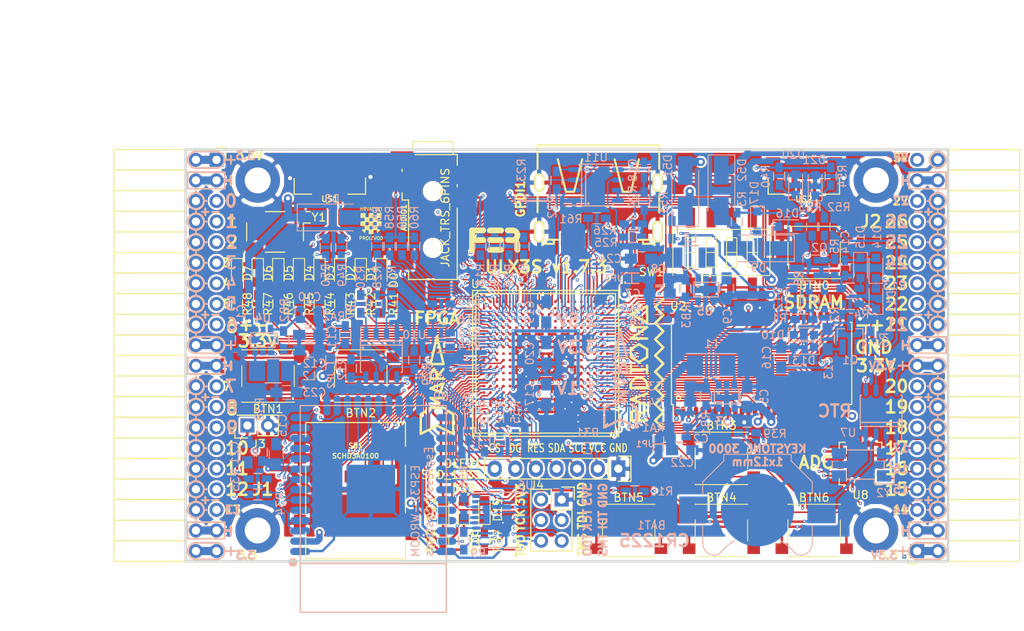
<source format=kicad_pcb>
(kicad_pcb (version 4) (host pcbnew 4.0.7+dfsg1-1)
  (layers (0 F.Cu signal) (1 In1.Cu signal) (2 In2.Cu signal) (31 B.Cu signal) (34 B.Paste user) (35 F.Paste user) (36 B.SilkS user) (37 F.SilkS user) (38 B.Mask user) (39 F.Mask user) (44 Edge.Cuts user))
  (net 0 "")
  (net 1 GND)
  (net 2 +5V)
  (net 3 /gpio/IN5V)
  (net 4 /gpio/OUT5V)
  (net 5 +3V3)
  (net 6 BTN_D)
  (net 7 BTN_F1)
  (net 8 BTN_F2)
  (net 9 BTN_L)
  (net 10 BTN_R)
  (net 11 BTN_U)
  (net 12 /power/FB1)
  (net 13 +2V5)
  (net 14 /power/PWREN)
  (net 15 /power/FB3)
  (net 16 /power/FB2)
  (net 17 "Net-(D9-Pad1)")
  (net 18 /power/VBAT)
  (net 19 JTAG_TDI)
  (net 20 JTAG_TCK)
  (net 21 JTAG_TMS)
  (net 22 JTAG_TDO)
  (net 23 /power/WAKEUPn)
  (net 24 /power/WKUP)
  (net 25 /power/SHUT)
  (net 26 /power/WAKE)
  (net 27 /power/HOLD)
  (net 28 /power/WKn)
  (net 29 /power/OSCI_32k)
  (net 30 /power/OSCO_32k)
  (net 31 "Net-(Q2-Pad3)")
  (net 32 SHUTDOWN)
  (net 33 /analog/AUDIO_L)
  (net 34 /analog/AUDIO_R)
  (net 35 GPDI_5V_SCL)
  (net 36 GPDI_5V_SDA)
  (net 37 GPDI_SDA)
  (net 38 GPDI_SCL)
  (net 39 /gpdi/VREF2)
  (net 40 SD_CMD)
  (net 41 SD_CLK)
  (net 42 SD_D0)
  (net 43 SD_D1)
  (net 44 USB5V)
  (net 45 GPDI_CEC)
  (net 46 nRESET)
  (net 47 FTDI_nDTR)
  (net 48 SDRAM_CKE)
  (net 49 SDRAM_A7)
  (net 50 SDRAM_D15)
  (net 51 SDRAM_BA1)
  (net 52 SDRAM_D7)
  (net 53 SDRAM_A6)
  (net 54 SDRAM_CLK)
  (net 55 SDRAM_D13)
  (net 56 SDRAM_BA0)
  (net 57 SDRAM_D6)
  (net 58 SDRAM_A5)
  (net 59 SDRAM_D14)
  (net 60 SDRAM_A11)
  (net 61 SDRAM_D12)
  (net 62 SDRAM_D5)
  (net 63 SDRAM_A4)
  (net 64 SDRAM_A10)
  (net 65 SDRAM_D11)
  (net 66 SDRAM_A3)
  (net 67 SDRAM_D4)
  (net 68 SDRAM_D10)
  (net 69 SDRAM_D9)
  (net 70 SDRAM_A9)
  (net 71 SDRAM_D3)
  (net 72 SDRAM_D8)
  (net 73 SDRAM_A8)
  (net 74 SDRAM_A2)
  (net 75 SDRAM_A1)
  (net 76 SDRAM_A0)
  (net 77 SDRAM_D2)
  (net 78 SDRAM_D1)
  (net 79 SDRAM_D0)
  (net 80 SDRAM_DQM0)
  (net 81 SDRAM_nCS)
  (net 82 SDRAM_nRAS)
  (net 83 SDRAM_DQM1)
  (net 84 SDRAM_nCAS)
  (net 85 SDRAM_nWE)
  (net 86 /flash/FLASH_nWP)
  (net 87 /flash/FLASH_nHOLD)
  (net 88 /flash/FLASH_MOSI)
  (net 89 /flash/FLASH_MISO)
  (net 90 /flash/FLASH_SCK)
  (net 91 /flash/FLASH_nCS)
  (net 92 /flash/FPGA_PROGRAMN)
  (net 93 /flash/FPGA_DONE)
  (net 94 /flash/FPGA_INITN)
  (net 95 OLED_RES)
  (net 96 OLED_DC)
  (net 97 OLED_CS)
  (net 98 WIFI_EN)
  (net 99 FTDI_nRTS)
  (net 100 FTDI_TXD)
  (net 101 FTDI_RXD)
  (net 102 WIFI_RXD)
  (net 103 WIFI_GPIO0)
  (net 104 WIFI_TXD)
  (net 105 GPDI_ETH-)
  (net 106 GPDI_ETH+)
  (net 107 GPDI_D2+)
  (net 108 GPDI_D2-)
  (net 109 GPDI_D1+)
  (net 110 GPDI_D1-)
  (net 111 GPDI_D0+)
  (net 112 GPDI_D0-)
  (net 113 GPDI_CLK+)
  (net 114 GPDI_CLK-)
  (net 115 USB_FTDI_D+)
  (net 116 USB_FTDI_D-)
  (net 117 J1_17-)
  (net 118 J1_17+)
  (net 119 J1_23-)
  (net 120 J1_23+)
  (net 121 J1_25-)
  (net 122 J1_25+)
  (net 123 J1_27-)
  (net 124 J1_27+)
  (net 125 J1_29-)
  (net 126 J1_29+)
  (net 127 J1_31-)
  (net 128 J1_31+)
  (net 129 J1_33-)
  (net 130 J1_33+)
  (net 131 J1_35-)
  (net 132 J1_35+)
  (net 133 J2_5-)
  (net 134 J2_5+)
  (net 135 J2_7-)
  (net 136 J2_7+)
  (net 137 J2_9-)
  (net 138 J2_9+)
  (net 139 J2_13-)
  (net 140 J2_13+)
  (net 141 J2_17-)
  (net 142 J2_17+)
  (net 143 J2_11-)
  (net 144 J2_11+)
  (net 145 J2_23-)
  (net 146 J2_23+)
  (net 147 J1_5-)
  (net 148 J1_5+)
  (net 149 J1_7-)
  (net 150 J1_7+)
  (net 151 J1_9-)
  (net 152 J1_9+)
  (net 153 J1_11-)
  (net 154 J1_11+)
  (net 155 J1_13-)
  (net 156 J1_13+)
  (net 157 J1_15-)
  (net 158 J1_15+)
  (net 159 J2_15-)
  (net 160 J2_15+)
  (net 161 J2_25-)
  (net 162 J2_25+)
  (net 163 J2_27-)
  (net 164 J2_27+)
  (net 165 J2_29-)
  (net 166 J2_29+)
  (net 167 J2_31-)
  (net 168 J2_31+)
  (net 169 J2_33-)
  (net 170 J2_33+)
  (net 171 J2_35-)
  (net 172 J2_35+)
  (net 173 SD_D3)
  (net 174 AUDIO_L3)
  (net 175 AUDIO_L2)
  (net 176 AUDIO_L1)
  (net 177 AUDIO_L0)
  (net 178 AUDIO_R3)
  (net 179 AUDIO_R2)
  (net 180 AUDIO_R1)
  (net 181 AUDIO_R0)
  (net 182 OLED_CLK)
  (net 183 OLED_MOSI)
  (net 184 LED0)
  (net 185 LED1)
  (net 186 LED2)
  (net 187 LED3)
  (net 188 LED4)
  (net 189 LED5)
  (net 190 LED6)
  (net 191 LED7)
  (net 192 BTN_PWRn)
  (net 193 FTDI_nTXLED)
  (net 194 FTDI_nSLEEP)
  (net 195 /blinkey/LED_PWREN)
  (net 196 /blinkey/LED_TXLED)
  (net 197 FT3V3)
  (net 198 /sdcard/SD3V3)
  (net 199 SD_D2)
  (net 200 CLK_25MHz)
  (net 201 /blinkey/BTNPUL)
  (net 202 /blinkey/BTNPUR)
  (net 203 USB_FPGA_D+)
  (net 204 /power/FTDI_nSUSPEND)
  (net 205 /blinkey/ALED0)
  (net 206 /blinkey/ALED1)
  (net 207 /blinkey/ALED2)
  (net 208 /blinkey/ALED3)
  (net 209 /blinkey/ALED4)
  (net 210 /blinkey/ALED5)
  (net 211 /blinkey/ALED6)
  (net 212 /blinkey/ALED7)
  (net 213 /usb/FTD-)
  (net 214 /usb/FTD+)
  (net 215 ADC_MISO)
  (net 216 ADC_MOSI)
  (net 217 ADC_CSn)
  (net 218 ADC_SCLK)
  (net 219 SW3)
  (net 220 SW2)
  (net 221 SW1)
  (net 222 USB_FPGA_D-)
  (net 223 /usb/FPD+)
  (net 224 /usb/FPD-)
  (net 225 WIFI_GPIO16)
  (net 226 WIFI_GPIO15)
  (net 227 /usb/ANT_433MHz)
  (net 228 /power/PWRBTn)
  (net 229 PROG_DONE)
  (net 230 /power/P3V3)
  (net 231 /power/P2V5)
  (net 232 /power/L1)
  (net 233 /power/L3)
  (net 234 /power/L2)
  (net 235 FTDI_TXDEN)
  (net 236 /wifi/WIFIOFF)
  (net 237 SDRAM_A12)
  (net 238 /analog/AUDIO_V)
  (net 239 AUDIO_V3)
  (net 240 AUDIO_V2)
  (net 241 AUDIO_V1)
  (net 242 AUDIO_V0)
  (net 243 /gpdi/FPGA_CEC)
  (net 244 /blinkey/LED_WIFI)
  (net 245 WIFI_GPIO2)
  (net 246 /power/P1V1)
  (net 247 +1V1)
  (net 248 SW4)
  (net 249 /blinkey/SWPU)
  (module Socket_Strips:Socket_Strip_Angled_2x20 (layer F.Cu) (at 97.91 62.69 270)
    (fp_text reference J1 (at 40.64 -5.715 360) (layer F.SilkS) (effects (font (size 1.5 1.5) (thickness 0.3))))
    (fp_text value CONN_02X20 hide)
    (pad 1 thru_hole rect (at 0 0 270) (size 1.7272 1.7272) (drill 1.016) (layers *.Cu *.Mask) (net 5 +3V3))
    (pad 2 thru_hole oval (at 0 2.54 270) (size 1.7272 1.7272) (drill 1.016) (layers *.Cu *.Mask) (net 5 +3V3))
    (pad 3 thru_hole oval (at 2.54 0 270) (size 1.7272 1.7272) (drill 1.016) (layers *.Cu *.Mask) (net 1 GND))
    (pad 4 thru_hole oval (at 2.54 2.54 270) (size 1.7272 1.7272) (drill 1.016) (layers *.Cu *.Mask) (net 1 GND))
    (pad 5 thru_hole oval (at 5.08 0 270) (size 1.7272 1.7272) (drill 1.016) (layers *.Cu *.Mask) (net 147 J1_5-))
    (pad 6 thru_hole oval (at 5.08 2.54 270) (size 1.7272 1.7272) (drill 1.016) (layers *.Cu *.Mask) (net 148 J1_5+))
    (pad 7 thru_hole oval (at 7.62 0 270) (size 1.7272 1.7272) (drill 1.016) (layers *.Cu *.Mask) (net 149 J1_7-))
    (pad 8 thru_hole oval (at 7.62 2.54 270) (size 1.7272 1.7272) (drill 1.016) (layers *.Cu *.Mask) (net 150 J1_7+))
    (pad 9 thru_hole oval (at 10.16 0 270) (size 1.7272 1.7272) (drill 1.016) (layers *.Cu *.Mask) (net 151 J1_9-))
    (pad 10 thru_hole oval (at 10.16 2.54 270) (size 1.7272 1.7272) (drill 1.016) (layers *.Cu *.Mask) (net 152 J1_9+))
    (pad 11 thru_hole oval (at 12.7 0 270) (size 1.7272 1.7272) (drill 1.016) (layers *.Cu *.Mask) (net 153 J1_11-))
    (pad 12 thru_hole oval (at 12.7 2.54 270) (size 1.7272 1.7272) (drill 1.016) (layers *.Cu *.Mask) (net 154 J1_11+))
    (pad 13 thru_hole oval (at 15.24 0 270) (size 1.7272 1.7272) (drill 1.016) (layers *.Cu *.Mask) (net 155 J1_13-))
    (pad 14 thru_hole oval (at 15.24 2.54 270) (size 1.7272 1.7272) (drill 1.016) (layers *.Cu *.Mask) (net 156 J1_13+))
    (pad 15 thru_hole oval (at 17.78 0 270) (size 1.7272 1.7272) (drill 1.016) (layers *.Cu *.Mask) (net 157 J1_15-))
    (pad 16 thru_hole oval (at 17.78 2.54 270) (size 1.7272 1.7272) (drill 1.016) (layers *.Cu *.Mask) (net 158 J1_15+))
    (pad 17 thru_hole oval (at 20.32 0 270) (size 1.7272 1.7272) (drill 1.016) (layers *.Cu *.Mask) (net 117 J1_17-))
    (pad 18 thru_hole oval (at 20.32 2.54 270) (size 1.7272 1.7272) (drill 1.016) (layers *.Cu *.Mask) (net 118 J1_17+))
    (pad 19 thru_hole oval (at 22.86 0 270) (size 1.7272 1.7272) (drill 1.016) (layers *.Cu *.Mask) (net 5 +3V3))
    (pad 20 thru_hole oval (at 22.86 2.54 270) (size 1.7272 1.7272) (drill 1.016) (layers *.Cu *.Mask) (net 5 +3V3))
    (pad 21 thru_hole oval (at 25.4 0 270) (size 1.7272 1.7272) (drill 1.016) (layers *.Cu *.Mask) (net 1 GND))
    (pad 22 thru_hole oval (at 25.4 2.54 270) (size 1.7272 1.7272) (drill 1.016) (layers *.Cu *.Mask) (net 1 GND))
    (pad 23 thru_hole oval (at 27.94 0 270) (size 1.7272 1.7272) (drill 1.016) (layers *.Cu *.Mask) (net 119 J1_23-))
    (pad 24 thru_hole oval (at 27.94 2.54 270) (size 1.7272 1.7272) (drill 1.016) (layers *.Cu *.Mask) (net 120 J1_23+))
    (pad 25 thru_hole oval (at 30.48 0 270) (size 1.7272 1.7272) (drill 1.016) (layers *.Cu *.Mask) (net 121 J1_25-))
    (pad 26 thru_hole oval (at 30.48 2.54 270) (size 1.7272 1.7272) (drill 1.016) (layers *.Cu *.Mask) (net 122 J1_25+))
    (pad 27 thru_hole oval (at 33.02 0 270) (size 1.7272 1.7272) (drill 1.016) (layers *.Cu *.Mask) (net 123 J1_27-))
    (pad 28 thru_hole oval (at 33.02 2.54 270) (size 1.7272 1.7272) (drill 1.016) (layers *.Cu *.Mask) (net 124 J1_27+))
    (pad 29 thru_hole oval (at 35.56 0 270) (size 1.7272 1.7272) (drill 1.016) (layers *.Cu *.Mask) (net 125 J1_29-))
    (pad 30 thru_hole oval (at 35.56 2.54 270) (size 1.7272 1.7272) (drill 1.016) (layers *.Cu *.Mask) (net 126 J1_29+))
    (pad 31 thru_hole oval (at 38.1 0 270) (size 1.7272 1.7272) (drill 1.016) (layers *.Cu *.Mask) (net 127 J1_31-))
    (pad 32 thru_hole oval (at 38.1 2.54 270) (size 1.7272 1.7272) (drill 1.016) (layers *.Cu *.Mask) (net 128 J1_31+))
    (pad 33 thru_hole oval (at 40.64 0 270) (size 1.7272 1.7272) (drill 1.016) (layers *.Cu *.Mask) (net 129 J1_33-))
    (pad 34 thru_hole oval (at 40.64 2.54 270) (size 1.7272 1.7272) (drill 1.016) (layers *.Cu *.Mask) (net 130 J1_33+))
    (pad 35 thru_hole oval (at 43.18 0 270) (size 1.7272 1.7272) (drill 1.016) (layers *.Cu *.Mask) (net 131 J1_35-))
    (pad 36 thru_hole oval (at 43.18 2.54 270) (size 1.7272 1.7272) (drill 1.016) (layers *.Cu *.Mask) (net 132 J1_35+))
    (pad 37 thru_hole oval (at 45.72 0 270) (size 1.7272 1.7272) (drill 1.016) (layers *.Cu *.Mask) (net 1 GND))
    (pad 38 thru_hole oval (at 45.72 2.54 270) (size 1.7272 1.7272) (drill 1.016) (layers *.Cu *.Mask) (net 1 GND))
    (pad 39 thru_hole oval (at 48.26 0 270) (size 1.7272 1.7272) (drill 1.016) (layers *.Cu *.Mask) (net 5 +3V3))
    (pad 40 thru_hole oval (at 48.26 2.54 270) (size 1.7272 1.7272) (drill 1.016) (layers *.Cu *.Mask) (net 5 +3V3))
  )
  (module SMD_Packages:1Pin (layer F.Cu) (at 182.67515 111.637626)
    (fp_text reference AE1 hide)
    (fp_text value 433MHz hide)
    (pad 1 smd rect (at 0 0) (size 0.5 0.5) (layers B.Cu F.Paste F.Mask) (net 227 /usb/ANT_433MHz))
  )
  (module Resistors_SMD:R_0603_HandSoldering (layer B.Cu) (at 103.498 98.758 90)
    (fp_text reference R38 (at 5.334 -0.254 90) (layer B.SilkS) (effects (justify mirror)))
    (fp_text value 0.47)
    (pad 1 smd rect (at -1.1 0 90) (size 1.2 0.9) (layers B.Cu B.Paste B.Mask) (net 198 /sdcard/SD3V3))
    (pad 2 smd rect (at 1.1 0 90) (size 1.2 0.9) (layers B.Cu B.Paste B.Mask) (net 5 +3V3))
  )
  (module jumper:SOLDER-JUMPER_1-WAY (layer B.Cu) (at 152.393 97.742 270)
    (fp_text reference JP1 (at 0 1.778 360) (layer B.SilkS) (effects (font (size 0.762 0.762) (thickness 0.1524)) (justify mirror)))
    (fp_text value 1.2 hide)
    (pad 1 smd rect (at -0.6 0 270) (size 1 1) (layers B.Cu B.Paste B.Mask) (net 246 /power/P1V1))
    (pad 2 smd rect (at 0.6 0 270) (size 1 1) (layers B.Cu B.Paste B.Mask) (net 247 +1V1))
  )
  (module Diodes_SMD:D_SMA_Handsoldering (layer B.Cu) (at 155.695 66.5 90)
    (fp_text reference D51 (at 3.048 -2.159 90) (layer B.SilkS) (effects (justify mirror)))
    (fp_text value STPS2L30AF hide)
    (pad 1 smd rect (at -2.5 0 90) (size 3.5 1.8) (layers B.Cu B.Paste B.Mask) (net 2 +5V))
    (pad 2 smd rect (at 2.5 0 90) (size 3.5 1.8) (layers B.Cu B.Paste B.Mask) (net 3 /gpio/IN5V))
  )
  (module Resistors_SMD:R_0603_HandSoldering (layer B.Cu) (at 154.044 71.326 90)
    (fp_text reference R51 (at 3.302 -1.016 90) (layer B.SilkS) (effects (justify mirror)))
    (fp_text value 150)
    (pad 1 smd rect (at -1.1 0 90) (size 1.2 0.9) (layers B.Cu B.Paste B.Mask) (net 5 +3V3))
    (pad 2 smd rect (at 1.1 0 90) (size 1.2 0.9) (layers B.Cu B.Paste B.Mask) (net 249 /blinkey/SWPU))
  )
  (module Resistors_SMD:R_1210_HandSoldering (layer B.Cu) (at 158.87 88.09 180)
    (fp_text reference L1 (at 0 2.7 180) (layer B.SilkS) (effects (justify mirror)))
    (fp_text value 2.2uH)
    (pad 1 smd rect (at -2 0 180) (size 2 2.5) (layers B.Cu B.Paste B.Mask) (net 232 /power/L1))
    (pad 2 smd rect (at 2 0 180) (size 2 2.5) (layers B.Cu B.Paste B.Mask) (net 246 /power/P1V1))
  )
  (module TSOT-25:TSOT-25 (layer B.Cu) (at 160.775 91.9)
    (fp_text reference U3 (at -0.381 3.048) (layer B.SilkS) (effects (font (thickness 0.2)) (justify mirror)))
    (fp_text value DIO6015)
    (pad 1 smd rect (at -0.95 -1.3) (size 0.7 1.2) (layers B.Cu B.Paste B.Mask) (net 14 /power/PWREN))
    (pad 2 smd rect (at 0 -1.3) (size 0.7 1.2) (layers B.Cu B.Paste B.Mask) (net 1 GND))
    (pad 3 smd rect (at 0.95 -1.3) (size 0.7 1.2) (layers B.Cu B.Paste B.Mask) (net 232 /power/L1))
    (pad 4 smd rect (at 0.95 1.3) (size 0.7 1.2) (layers B.Cu B.Paste B.Mask) (net 2 +5V))
    (pad 5 smd rect (at -0.95 1.3) (size 0.7 1.2) (layers B.Cu B.Paste B.Mask) (net 12 /power/FB1))
  )
  (module Resistors_SMD:R_1210_HandSoldering (layer B.Cu) (at 104.895 88.725)
    (fp_text reference L2 (at 4.445 0.635) (layer B.SilkS) (effects (justify mirror)))
    (fp_text value 2.2uH)
    (pad 1 smd rect (at -2 0) (size 2 2.5) (layers B.Cu B.Paste B.Mask) (net 234 /power/L2))
    (pad 2 smd rect (at 2 0) (size 2 2.5) (layers B.Cu B.Paste B.Mask) (net 231 /power/P2V5))
  )
  (module TSOT-25:TSOT-25 (layer B.Cu) (at 103.625 84.915 180)
    (fp_text reference U4 (at 0 2.697 180) (layer B.SilkS) (effects (font (thickness 0.2)) (justify mirror)))
    (fp_text value LX7172)
    (pad 1 smd rect (at -0.95 -1.3 180) (size 0.7 1.2) (layers B.Cu B.Paste B.Mask) (net 14 /power/PWREN))
    (pad 2 smd rect (at 0 -1.3 180) (size 0.7 1.2) (layers B.Cu B.Paste B.Mask) (net 1 GND))
    (pad 3 smd rect (at 0.95 -1.3 180) (size 0.7 1.2) (layers B.Cu B.Paste B.Mask) (net 234 /power/L2))
    (pad 4 smd rect (at 0.95 1.3 180) (size 0.7 1.2) (layers B.Cu B.Paste B.Mask) (net 2 +5V))
    (pad 5 smd rect (at -0.95 1.3 180) (size 0.7 1.2) (layers B.Cu B.Paste B.Mask) (net 16 /power/FB2))
  )
  (module Resistors_SMD:R_1210_HandSoldering (layer B.Cu) (at 156.33 74.755 180)
    (fp_text reference L3 (at 0 2.413 180) (layer B.SilkS) (effects (justify mirror)))
    (fp_text value 2.2uH)
    (pad 1 smd rect (at -2 0 180) (size 2 2.5) (layers B.Cu B.Paste B.Mask) (net 233 /power/L3))
    (pad 2 smd rect (at 2 0 180) (size 2 2.5) (layers B.Cu B.Paste B.Mask) (net 230 /power/P3V3))
  )
  (module TSOT-25:TSOT-25 (layer B.Cu) (at 158.235 78.692)
    (fp_text reference U5 (at -0.127 2.667) (layer B.SilkS) (effects (font (thickness 0.2)) (justify mirror)))
    (fp_text value TLV62569DBV)
    (pad 1 smd rect (at -0.95 -1.3) (size 0.7 1.2) (layers B.Cu B.Paste B.Mask) (net 14 /power/PWREN))
    (pad 2 smd rect (at 0 -1.3) (size 0.7 1.2) (layers B.Cu B.Paste B.Mask) (net 1 GND))
    (pad 3 smd rect (at 0.95 -1.3) (size 0.7 1.2) (layers B.Cu B.Paste B.Mask) (net 233 /power/L3))
    (pad 4 smd rect (at 0.95 1.3) (size 0.7 1.2) (layers B.Cu B.Paste B.Mask) (net 2 +5V))
    (pad 5 smd rect (at -0.95 1.3) (size 0.7 1.2) (layers B.Cu B.Paste B.Mask) (net 15 /power/FB3))
  )
  (module Capacitors_SMD:C_0805_HandSoldering (layer B.Cu) (at 101.085 84.915 270)
    (fp_text reference C1 (at -3.429 0.127 270) (layer B.SilkS) (effects (justify mirror)))
    (fp_text value 22uF)
    (pad 1 smd rect (at -1.25 0 270) (size 1.5 1.25) (layers B.Cu B.Paste B.Mask) (net 2 +5V))
    (pad 2 smd rect (at 1.25 0 270) (size 1.5 1.25) (layers B.Cu B.Paste B.Mask) (net 1 GND))
  )
  (module Capacitors_SMD:C_0805_HandSoldering (layer B.Cu) (at 155.06 90.63)
    (fp_text reference C3 (at -3.048 0) (layer B.SilkS) (effects (justify mirror)))
    (fp_text value 22uF)
    (pad 1 smd rect (at -1.25 0) (size 1.5 1.25) (layers B.Cu B.Paste B.Mask) (net 246 /power/P1V1))
    (pad 2 smd rect (at 1.25 0) (size 1.5 1.25) (layers B.Cu B.Paste B.Mask) (net 1 GND))
  )
  (module Capacitors_SMD:C_0805_HandSoldering (layer B.Cu) (at 155.06 92.535)
    (fp_text reference C4 (at -3.048 0.127) (layer B.SilkS) (effects (justify mirror)))
    (fp_text value 22uF)
    (pad 1 smd rect (at -1.25 0) (size 1.5 1.25) (layers B.Cu B.Paste B.Mask) (net 246 /power/P1V1))
    (pad 2 smd rect (at 1.25 0) (size 1.5 1.25) (layers B.Cu B.Paste B.Mask) (net 1 GND))
  )
  (module Capacitors_SMD:C_0805_HandSoldering (layer B.Cu) (at 163.315 91.9 90)
    (fp_text reference C5 (at 0 2.1 90) (layer B.SilkS) (effects (justify mirror)))
    (fp_text value 22uF)
    (pad 1 smd rect (at -1.25 0 90) (size 1.5 1.25) (layers B.Cu B.Paste B.Mask) (net 2 +5V))
    (pad 2 smd rect (at 1.25 0 90) (size 1.5 1.25) (layers B.Cu B.Paste B.Mask) (net 1 GND))
  )
  (module Capacitors_SMD:C_0805_HandSoldering (layer B.Cu) (at 152.52 79.2)
    (fp_text reference C7 (at -3.302 0) (layer B.SilkS) (effects (justify mirror)))
    (fp_text value 22uF)
    (pad 1 smd rect (at -1.25 0) (size 1.5 1.25) (layers B.Cu B.Paste B.Mask) (net 230 /power/P3V3))
    (pad 2 smd rect (at 1.25 0) (size 1.5 1.25) (layers B.Cu B.Paste B.Mask) (net 1 GND))
  )
  (module Capacitors_SMD:C_0805_HandSoldering (layer B.Cu) (at 152.52 77.295)
    (fp_text reference C8 (at -0.127 -1.143) (layer B.SilkS) (effects (justify mirror)))
    (fp_text value 22uF)
    (pad 1 smd rect (at -1.25 0) (size 1.5 1.25) (layers B.Cu B.Paste B.Mask) (net 230 /power/P3V3))
    (pad 2 smd rect (at 1.25 0) (size 1.5 1.25) (layers B.Cu B.Paste B.Mask) (net 1 GND))
  )
  (module Capacitors_SMD:C_0805_HandSoldering (layer B.Cu) (at 160.775 78.565 90)
    (fp_text reference C9 (at -3.429 0.127 90) (layer B.SilkS) (effects (justify mirror)))
    (fp_text value 22uF)
    (pad 1 smd rect (at -1.25 0 90) (size 1.5 1.25) (layers B.Cu B.Paste B.Mask) (net 2 +5V))
    (pad 2 smd rect (at 1.25 0 90) (size 1.5 1.25) (layers B.Cu B.Paste B.Mask) (net 1 GND))
  )
  (module Capacitors_SMD:C_0805_HandSoldering (layer B.Cu) (at 109.34 84.28 180)
    (fp_text reference C11 (at -2.794 -0.254 270) (layer B.SilkS) (effects (justify mirror)))
    (fp_text value 22uF)
    (pad 1 smd rect (at -1.25 0 180) (size 1.5 1.25) (layers B.Cu B.Paste B.Mask) (net 231 /power/P2V5))
    (pad 2 smd rect (at 1.25 0 180) (size 1.5 1.25) (layers B.Cu B.Paste B.Mask) (net 1 GND))
  )
  (module Capacitors_SMD:C_0805_HandSoldering (layer B.Cu) (at 109.34 86.185 180)
    (fp_text reference C12 (at -0.635 -1.615 360) (layer B.SilkS) (effects (justify mirror)))
    (fp_text value 22uF)
    (pad 1 smd rect (at -1.25 0 180) (size 1.5 1.25) (layers B.Cu B.Paste B.Mask) (net 231 /power/P2V5))
    (pad 2 smd rect (at 1.25 0 180) (size 1.5 1.25) (layers B.Cu B.Paste B.Mask) (net 1 GND))
  )
  (module Capacitors_SMD:C_0805_HandSoldering (layer B.Cu) (at 173.221 84.788 90)
    (fp_text reference C13 (at -3.556 0.127 90) (layer B.SilkS) (effects (justify mirror)))
    (fp_text value 2.2uF)
    (pad 1 smd rect (at -1.25 0 90) (size 1.5 1.25) (layers B.Cu B.Paste B.Mask) (net 2 +5V))
    (pad 2 smd rect (at 1.25 0 90) (size 1.5 1.25) (layers B.Cu B.Paste B.Mask) (net 24 /power/WKUP))
  )
  (module TO_SOT_Packages_SMD:SOT-23_Handsoldering (layer B.Cu) (at 176.015 84.28 90)
    (fp_text reference Q1 (at -3.1115 0 180) (layer B.SilkS) (effects (justify mirror)))
    (fp_text value BC857)
    (pad 1 smd rect (at -1.5 0.95 90) (size 1.9 0.8) (layers B.Cu B.Paste B.Mask) (net 28 /power/WKn))
    (pad 2 smd rect (at -1.5 -0.95 90) (size 1.9 0.8) (layers B.Cu B.Paste B.Mask) (net 2 +5V))
    (pad 3 smd rect (at 1.5 0 90) (size 1.9 0.8) (layers B.Cu B.Paste B.Mask) (net 24 /power/WKUP))
  )
  (module TO_SOT_Packages_SMD:SOT-23_Handsoldering (layer B.Cu) (at 170.935 76.025 180)
    (fp_text reference Q2 (at -1.295 2.5 180) (layer B.SilkS) (effects (justify mirror)))
    (fp_text value 2N7002)
    (pad 1 smd rect (at -1.5 0.95 180) (size 1.9 0.8) (layers B.Cu B.Paste B.Mask) (net 25 /power/SHUT))
    (pad 2 smd rect (at -1.5 -0.95 180) (size 1.9 0.8) (layers B.Cu B.Paste B.Mask) (net 1 GND))
    (pad 3 smd rect (at 1.5 0 180) (size 1.9 0.8) (layers B.Cu B.Paste B.Mask) (net 31 "Net-(Q2-Pad3)"))
  )
  (module Capacitors_SMD:C_0603_HandSoldering (layer B.Cu) (at 154.86 96.91)
    (fp_text reference C2 (at 2.74 0.197) (layer B.SilkS) (effects (justify mirror)))
    (fp_text value 470pF)
    (pad 1 smd rect (at -0.95 0) (size 1.2 0.75) (layers B.Cu B.Paste B.Mask) (net 246 /power/P1V1))
    (pad 2 smd rect (at 0.95 0) (size 1.2 0.75) (layers B.Cu B.Paste B.Mask) (net 12 /power/FB1))
  )
  (module Capacitors_SMD:C_0603_HandSoldering (layer B.Cu) (at 152.52 82.375)
    (fp_text reference C6 (at -2.794 0.127) (layer B.SilkS) (effects (justify mirror)))
    (fp_text value 470pF)
    (pad 1 smd rect (at -0.95 0) (size 1.2 0.75) (layers B.Cu B.Paste B.Mask) (net 230 /power/P3V3))
    (pad 2 smd rect (at 0.95 0) (size 1.2 0.75) (layers B.Cu B.Paste B.Mask) (net 15 /power/FB3))
  )
  (module Capacitors_SMD:C_0603_HandSoldering (layer B.Cu) (at 109.34 81.105 180)
    (fp_text reference C10 (at -0.04 1.505 180) (layer B.SilkS) (effects (justify mirror)))
    (fp_text value 470pF)
    (pad 1 smd rect (at -0.95 0 180) (size 1.2 0.75) (layers B.Cu B.Paste B.Mask) (net 231 /power/P2V5))
    (pad 2 smd rect (at 0.95 0 180) (size 1.2 0.75) (layers B.Cu B.Paste B.Mask) (net 16 /power/FB2))
  )
  (module Capacitors_SMD:C_0603_HandSoldering (layer B.Cu) (at 175.38 76.025 270)
    (fp_text reference C14 (at -3.175 0 270) (layer B.SilkS) (effects (justify mirror)))
    (fp_text value 100nF)
    (pad 1 smd rect (at -0.95 0 270) (size 1.2 0.75) (layers B.Cu B.Paste B.Mask) (net 25 /power/SHUT))
    (pad 2 smd rect (at 0.95 0 270) (size 1.2 0.75) (layers B.Cu B.Paste B.Mask) (net 1 GND))
  )
  (module Resistors_SMD:R_0603_HandSoldering (layer B.Cu) (at 170.3 82.375)
    (fp_text reference R1 (at -3.048 -0.127) (layer B.SilkS) (effects (justify mirror)))
    (fp_text value 15k)
    (pad 1 smd rect (at -1.1 0) (size 1.2 0.9) (layers B.Cu B.Paste B.Mask) (net 26 /power/WAKE))
    (pad 2 smd rect (at 1.1 0) (size 1.2 0.9) (layers B.Cu B.Paste B.Mask) (net 14 /power/PWREN))
  )
  (module Resistors_SMD:R_0603_HandSoldering (layer B.Cu) (at 172.84 79.835 90)
    (fp_text reference R2 (at -1.905 1.27 90) (layer B.SilkS) (effects (justify mirror)))
    (fp_text value 47k)
    (pad 1 smd rect (at -1.1 0 90) (size 1.2 0.9) (layers B.Cu B.Paste B.Mask) (net 14 /power/PWREN))
    (pad 2 smd rect (at 1.1 0 90) (size 1.2 0.9) (layers B.Cu B.Paste B.Mask) (net 1 GND))
  )
  (module Resistors_SMD:R_0603_HandSoldering (layer B.Cu) (at 176.015 80.47 180)
    (fp_text reference R4 (at -1.397 -1.27 360) (layer B.SilkS) (effects (justify mirror)))
    (fp_text value 15k)
    (pad 1 smd rect (at -1.1 0 180) (size 1.2 0.9) (layers B.Cu B.Paste B.Mask) (net 27 /power/HOLD))
    (pad 2 smd rect (at 1.1 0 180) (size 1.2 0.9) (layers B.Cu B.Paste B.Mask) (net 14 /power/PWREN))
  )
  (module Resistors_SMD:R_0603_HandSoldering (layer B.Cu) (at 174.11 76.025 270)
    (fp_text reference R5 (at -2.667 0 270) (layer B.SilkS) (effects (justify mirror)))
    (fp_text value 4.7M)
    (pad 1 smd rect (at -1.1 0 270) (size 1.2 0.9) (layers B.Cu B.Paste B.Mask) (net 25 /power/SHUT))
    (pad 2 smd rect (at 1.1 0 270) (size 1.2 0.9) (layers B.Cu B.Paste B.Mask) (net 1 GND))
  )
  (module Resistors_SMD:R_0603_HandSoldering (layer B.Cu) (at 178.555 84.915 270)
    (fp_text reference R6 (at 0 -1.651 270) (layer B.SilkS) (effects (justify mirror)))
    (fp_text value 1k)
    (pad 1 smd rect (at -1.1 0 270) (size 1.2 0.9) (layers B.Cu B.Paste B.Mask) (net 28 /power/WKn))
    (pad 2 smd rect (at 1.1 0 270) (size 1.2 0.9) (layers B.Cu B.Paste B.Mask) (net 23 /power/WAKEUPn))
  )
  (module Resistors_SMD:R_0603_HandSoldering (layer B.Cu) (at 113.785 84.28 270)
    (fp_text reference R7 (at -2.794 -0.635 270) (layer B.SilkS) (effects (justify mirror)))
    (fp_text value 150)
    (pad 1 smd rect (at -1.1 0 270) (size 1.2 0.9) (layers B.Cu B.Paste B.Mask) (net 5 +3V3))
    (pad 2 smd rect (at 1.1 0 270) (size 1.2 0.9) (layers B.Cu B.Paste B.Mask) (net 201 /blinkey/BTNPUL))
  )
  (module Resistors_SMD:R_0603_HandSoldering (layer B.Cu) (at 170.935 79.835 90)
    (fp_text reference R8 (at 2.54 -1.27 90) (layer B.SilkS) (effects (justify mirror)))
    (fp_text value 1k)
    (pad 1 smd rect (at -1.1 0 90) (size 1.2 0.9) (layers B.Cu B.Paste B.Mask) (net 14 /power/PWREN))
    (pad 2 smd rect (at 1.1 0 90) (size 1.2 0.9) (layers B.Cu B.Paste B.Mask) (net 31 "Net-(Q2-Pad3)"))
  )
  (module Resistors_SMD:R_0603_HandSoldering (layer B.Cu) (at 128.39 109.68 270)
    (fp_text reference R9 (at 1.524 -1.778 360) (layer B.SilkS) (effects (justify mirror)))
    (fp_text value 15k)
    (pad 1 smd rect (at -1.1 0 270) (size 1.2 0.9) (layers B.Cu B.Paste B.Mask) (net 46 nRESET))
    (pad 2 smd rect (at 1.1 0 270) (size 1.2 0.9) (layers B.Cu B.Paste B.Mask) (net 197 FT3V3))
  )
  (module Resistors_SMD:R_0603_HandSoldering (layer B.Cu) (at 149.472 103.584 180)
    (fp_text reference R10 (at -3.302 0 180) (layer B.SilkS) (effects (justify mirror)))
    (fp_text value 150)
    (pad 1 smd rect (at -1.1 0 180) (size 1.2 0.9) (layers B.Cu B.Paste B.Mask) (net 204 /power/FTDI_nSUSPEND))
    (pad 2 smd rect (at 1.1 0 180) (size 1.2 0.9) (layers B.Cu B.Paste B.Mask) (net 194 FTDI_nSLEEP))
  )
  (module Resistors_SMD:R_0603_HandSoldering (layer B.Cu) (at 176.015 78.565 180)
    (fp_text reference R13 (at -5.461 0.381 180) (layer B.SilkS) (effects (justify mirror)))
    (fp_text value 15k)
    (pad 1 smd rect (at -1.1 0 180) (size 1.2 0.9) (layers B.Cu B.Paste B.Mask) (net 32 SHUTDOWN))
    (pad 2 smd rect (at 1.1 0 180) (size 1.2 0.9) (layers B.Cu B.Paste B.Mask) (net 1 GND))
  )
  (module Resistors_SMD:R_0603_HandSoldering (layer B.Cu) (at 154.86 95.64)
    (fp_text reference RA1 (at -3.102 0.07) (layer B.SilkS) (effects (justify mirror)))
    (fp_text value 15k)
    (pad 1 smd rect (at -1.1 0) (size 1.2 0.9) (layers B.Cu B.Paste B.Mask) (net 246 /power/P1V1))
    (pad 2 smd rect (at 1.1 0) (size 1.2 0.9) (layers B.Cu B.Paste B.Mask) (net 12 /power/FB1))
  )
  (module Resistors_SMD:R_0603_HandSoldering (layer B.Cu) (at 109.34 82.375 180)
    (fp_text reference RA2 (at -3.048 0.381 360) (layer B.SilkS) (effects (justify mirror)))
    (fp_text value 15k)
    (pad 1 smd rect (at -1.1 0 180) (size 1.2 0.9) (layers B.Cu B.Paste B.Mask) (net 231 /power/P2V5))
    (pad 2 smd rect (at 1.1 0 180) (size 1.2 0.9) (layers B.Cu B.Paste B.Mask) (net 16 /power/FB2))
  )
  (module Resistors_SMD:R_0603_HandSoldering (layer B.Cu) (at 152.52 81.105)
    (fp_text reference RA3 (at -3.302 -0.127) (layer B.SilkS) (effects (justify mirror)))
    (fp_text value 15k)
    (pad 1 smd rect (at -1.1 0) (size 1.2 0.9) (layers B.Cu B.Paste B.Mask) (net 230 /power/P3V3))
    (pad 2 smd rect (at 1.1 0) (size 1.2 0.9) (layers B.Cu B.Paste B.Mask) (net 15 /power/FB3))
  )
  (module Resistors_SMD:R_0603_HandSoldering (layer B.Cu) (at 158.235 91.9 270)
    (fp_text reference RB1 (at 3.302 0 270) (layer B.SilkS) (effects (justify mirror)))
    (fp_text value 18k)
    (pad 1 smd rect (at -1.1 0 270) (size 1.2 0.9) (layers B.Cu B.Paste B.Mask) (net 1 GND))
    (pad 2 smd rect (at 1.1 0 270) (size 1.2 0.9) (layers B.Cu B.Paste B.Mask) (net 12 /power/FB1))
  )
  (module Resistors_SMD:R_0603_HandSoldering (layer B.Cu) (at 106.165 84.915 90)
    (fp_text reference RB2 (at 3.683 0.127 90) (layer B.SilkS) (effects (justify mirror)))
    (fp_text value 4.7k)
    (pad 1 smd rect (at -1.1 0 90) (size 1.2 0.9) (layers B.Cu B.Paste B.Mask) (net 1 GND))
    (pad 2 smd rect (at 1.1 0 90) (size 1.2 0.9) (layers B.Cu B.Paste B.Mask) (net 16 /power/FB2))
  )
  (module Resistors_SMD:R_0603_HandSoldering (layer B.Cu) (at 155.695 78.565 270)
    (fp_text reference RB3 (at 3.429 -0.127 270) (layer B.SilkS) (effects (justify mirror)))
    (fp_text value 3.3k)
    (pad 1 smd rect (at -1.1 0 270) (size 1.2 0.9) (layers B.Cu B.Paste B.Mask) (net 1 GND))
    (pad 2 smd rect (at 1.1 0 270) (size 1.2 0.9) (layers B.Cu B.Paste B.Mask) (net 15 /power/FB3))
  )
  (module Resistors_SMD:R_0603_HandSoldering (layer B.Cu) (at 125.596 85.804 180)
    (fp_text reference R14 (at -3.47 0.127 180) (layer B.SilkS) (effects (justify mirror)))
    (fp_text value 1.2k)
    (pad 1 smd rect (at -1.1 0 180) (size 1.2 0.9) (layers B.Cu B.Paste B.Mask) (net 174 AUDIO_L3))
    (pad 2 smd rect (at 1.1 0 180) (size 1.2 0.9) (layers B.Cu B.Paste B.Mask) (net 33 /analog/AUDIO_L))
  )
  (module Resistors_SMD:R_0603_HandSoldering (layer B.Cu) (at 125.596 84.026 180)
    (fp_text reference R15 (at -3.47 -0.001 180) (layer B.SilkS) (effects (justify mirror)))
    (fp_text value 680)
    (pad 1 smd rect (at -1.1 0 180) (size 1.2 0.9) (layers B.Cu B.Paste B.Mask) (net 175 AUDIO_L2))
    (pad 2 smd rect (at 1.1 0 180) (size 1.2 0.9) (layers B.Cu B.Paste B.Mask) (net 33 /analog/AUDIO_L))
  )
  (module Resistors_SMD:R_0603_HandSoldering (layer B.Cu) (at 125.596 82.248 180)
    (fp_text reference R16 (at -3.47 -0.127 180) (layer B.SilkS) (effects (justify mirror)))
    (fp_text value 330)
    (pad 1 smd rect (at -1.1 0 180) (size 1.2 0.9) (layers B.Cu B.Paste B.Mask) (net 176 AUDIO_L1))
    (pad 2 smd rect (at 1.1 0 180) (size 1.2 0.9) (layers B.Cu B.Paste B.Mask) (net 33 /analog/AUDIO_L))
  )
  (module Resistors_SMD:R_0603_HandSoldering (layer B.Cu) (at 125.596 80.47 180)
    (fp_text reference R17 (at -3.47 0 180) (layer B.SilkS) (effects (justify mirror)))
    (fp_text value 150)
    (pad 1 smd rect (at -1.1 0 180) (size 1.2 0.9) (layers B.Cu B.Paste B.Mask) (net 177 AUDIO_L0))
    (pad 2 smd rect (at 1.1 0 180) (size 1.2 0.9) (layers B.Cu B.Paste B.Mask) (net 33 /analog/AUDIO_L))
  )
  (module Resistors_SMD:R_0603_HandSoldering (layer B.Cu) (at 130.422 73.358 90)
    (fp_text reference R18 (at -3.556 0 90) (layer B.SilkS) (effects (justify mirror)))
    (fp_text value 1.2k)
    (pad 1 smd rect (at -1.1 0 90) (size 1.2 0.9) (layers B.Cu B.Paste B.Mask) (net 178 AUDIO_R3))
    (pad 2 smd rect (at 1.1 0 90) (size 1.2 0.9) (layers B.Cu B.Paste B.Mask) (net 34 /analog/AUDIO_R))
  )
  (module Resistors_SMD:R_0603_HandSoldering (layer B.Cu) (at 132.2 73.358 90)
    (fp_text reference R19 (at -3.556 0 90) (layer B.SilkS) (effects (justify mirror)))
    (fp_text value 680)
    (pad 1 smd rect (at -1.1 0 90) (size 1.2 0.9) (layers B.Cu B.Paste B.Mask) (net 179 AUDIO_R2))
    (pad 2 smd rect (at 1.1 0 90) (size 1.2 0.9) (layers B.Cu B.Paste B.Mask) (net 34 /analog/AUDIO_R))
  )
  (module Resistors_SMD:R_0603_HandSoldering (layer B.Cu) (at 133.978 73.358 90)
    (fp_text reference R20 (at -3.556 0 90) (layer B.SilkS) (effects (justify mirror)))
    (fp_text value 330)
    (pad 1 smd rect (at -1.1 0 90) (size 1.2 0.9) (layers B.Cu B.Paste B.Mask) (net 180 AUDIO_R1))
    (pad 2 smd rect (at 1.1 0 90) (size 1.2 0.9) (layers B.Cu B.Paste B.Mask) (net 34 /analog/AUDIO_R))
  )
  (module Resistors_SMD:R_0603_HandSoldering (layer B.Cu) (at 135.756 73.358 90)
    (fp_text reference R21 (at -3.556 0 90) (layer B.SilkS) (effects (justify mirror)))
    (fp_text value 150)
    (pad 1 smd rect (at -1.1 0 90) (size 1.2 0.9) (layers B.Cu B.Paste B.Mask) (net 181 AUDIO_R0))
    (pad 2 smd rect (at 1.1 0 90) (size 1.2 0.9) (layers B.Cu B.Paste B.Mask) (net 34 /analog/AUDIO_R))
  )
  (module Capacitors_SMD:C_0603_HandSoldering (layer B.Cu) (at 150.5896 63.96 90)
    (fp_text reference C18 (at 0 -1.3716 90) (layer B.SilkS) (effects (justify mirror)))
    (fp_text value 470pF)
    (pad 1 smd rect (at -0.95 0 90) (size 1.2 0.75) (layers B.Cu B.Paste B.Mask) (net 39 /gpdi/VREF2))
    (pad 2 smd rect (at 0.95 0 90) (size 1.2 0.75) (layers B.Cu B.Paste B.Mask) (net 1 GND))
  )
  (module Socket_Strips:Socket_Strip_Angled_2x20 (layer F.Cu) (at 184.27 110.95 90)
    (fp_text reference J2 (at 40.64 -5.715 180) (layer F.SilkS) (effects (font (size 1.5 1.5) (thickness 0.3))))
    (fp_text value CONN_02X20 hide)
    (pad 1 thru_hole rect (at 0 0 90) (size 1.7272 1.7272) (drill 1.016) (layers *.Cu *.Mask) (net 5 +3V3))
    (pad 2 thru_hole oval (at 0 2.54 90) (size 1.7272 1.7272) (drill 1.016) (layers *.Cu *.Mask) (net 5 +3V3))
    (pad 3 thru_hole oval (at 2.54 0 90) (size 1.7272 1.7272) (drill 1.016) (layers *.Cu *.Mask) (net 1 GND))
    (pad 4 thru_hole oval (at 2.54 2.54 90) (size 1.7272 1.7272) (drill 1.016) (layers *.Cu *.Mask) (net 1 GND))
    (pad 5 thru_hole oval (at 5.08 0 90) (size 1.7272 1.7272) (drill 1.016) (layers *.Cu *.Mask) (net 133 J2_5-))
    (pad 6 thru_hole oval (at 5.08 2.54 90) (size 1.7272 1.7272) (drill 1.016) (layers *.Cu *.Mask) (net 134 J2_5+))
    (pad 7 thru_hole oval (at 7.62 0 90) (size 1.7272 1.7272) (drill 1.016) (layers *.Cu *.Mask) (net 135 J2_7-))
    (pad 8 thru_hole oval (at 7.62 2.54 90) (size 1.7272 1.7272) (drill 1.016) (layers *.Cu *.Mask) (net 136 J2_7+))
    (pad 9 thru_hole oval (at 10.16 0 90) (size 1.7272 1.7272) (drill 1.016) (layers *.Cu *.Mask) (net 137 J2_9-))
    (pad 10 thru_hole oval (at 10.16 2.54 90) (size 1.7272 1.7272) (drill 1.016) (layers *.Cu *.Mask) (net 138 J2_9+))
    (pad 11 thru_hole oval (at 12.7 0 90) (size 1.7272 1.7272) (drill 1.016) (layers *.Cu *.Mask) (net 143 J2_11-))
    (pad 12 thru_hole oval (at 12.7 2.54 90) (size 1.7272 1.7272) (drill 1.016) (layers *.Cu *.Mask) (net 144 J2_11+))
    (pad 13 thru_hole oval (at 15.24 0 90) (size 1.7272 1.7272) (drill 1.016) (layers *.Cu *.Mask) (net 139 J2_13-))
    (pad 14 thru_hole oval (at 15.24 2.54 90) (size 1.7272 1.7272) (drill 1.016) (layers *.Cu *.Mask) (net 140 J2_13+))
    (pad 15 thru_hole oval (at 17.78 0 90) (size 1.7272 1.7272) (drill 1.016) (layers *.Cu *.Mask) (net 159 J2_15-))
    (pad 16 thru_hole oval (at 17.78 2.54 90) (size 1.7272 1.7272) (drill 1.016) (layers *.Cu *.Mask) (net 160 J2_15+))
    (pad 17 thru_hole oval (at 20.32 0 90) (size 1.7272 1.7272) (drill 1.016) (layers *.Cu *.Mask) (net 141 J2_17-))
    (pad 18 thru_hole oval (at 20.32 2.54 90) (size 1.7272 1.7272) (drill 1.016) (layers *.Cu *.Mask) (net 142 J2_17+))
    (pad 19 thru_hole oval (at 22.86 0 90) (size 1.7272 1.7272) (drill 1.016) (layers *.Cu *.Mask) (net 5 +3V3))
    (pad 20 thru_hole oval (at 22.86 2.54 90) (size 1.7272 1.7272) (drill 1.016) (layers *.Cu *.Mask) (net 5 +3V3))
    (pad 21 thru_hole oval (at 25.4 0 90) (size 1.7272 1.7272) (drill 1.016) (layers *.Cu *.Mask) (net 1 GND))
    (pad 22 thru_hole oval (at 25.4 2.54 90) (size 1.7272 1.7272) (drill 1.016) (layers *.Cu *.Mask) (net 1 GND))
    (pad 23 thru_hole oval (at 27.94 0 90) (size 1.7272 1.7272) (drill 1.016) (layers *.Cu *.Mask) (net 145 J2_23-))
    (pad 24 thru_hole oval (at 27.94 2.54 90) (size 1.7272 1.7272) (drill 1.016) (layers *.Cu *.Mask) (net 146 J2_23+))
    (pad 25 thru_hole oval (at 30.48 0 90) (size 1.7272 1.7272) (drill 1.016) (layers *.Cu *.Mask) (net 161 J2_25-))
    (pad 26 thru_hole oval (at 30.48 2.54 90) (size 1.7272 1.7272) (drill 1.016) (layers *.Cu *.Mask) (net 162 J2_25+))
    (pad 27 thru_hole oval (at 33.02 0 90) (size 1.7272 1.7272) (drill 1.016) (layers *.Cu *.Mask) (net 163 J2_27-))
    (pad 28 thru_hole oval (at 33.02 2.54 90) (size 1.7272 1.7272) (drill 1.016) (layers *.Cu *.Mask) (net 164 J2_27+))
    (pad 29 thru_hole oval (at 35.56 0 90) (size 1.7272 1.7272) (drill 1.016) (layers *.Cu *.Mask) (net 165 J2_29-))
    (pad 30 thru_hole oval (at 35.56 2.54 90) (size 1.7272 1.7272) (drill 1.016) (layers *.Cu *.Mask) (net 166 J2_29+))
    (pad 31 thru_hole oval (at 38.1 0 90) (size 1.7272 1.7272) (drill 1.016) (layers *.Cu *.Mask) (net 167 J2_31-))
    (pad 32 thru_hole oval (at 38.1 2.54 90) (size 1.7272 1.7272) (drill 1.016) (layers *.Cu *.Mask) (net 168 J2_31+))
    (pad 33 thru_hole oval (at 40.64 0 90) (size 1.7272 1.7272) (drill 1.016) (layers *.Cu *.Mask) (net 169 J2_33-))
    (pad 34 thru_hole oval (at 40.64 2.54 90) (size 1.7272 1.7272) (drill 1.016) (layers *.Cu *.Mask) (net 170 J2_33+))
    (pad 35 thru_hole oval (at 43.18 0 90) (size 1.7272 1.7272) (drill 1.016) (layers *.Cu *.Mask) (net 171 J2_35-))
    (pad 36 thru_hole oval (at 43.18 2.54 90) (size 1.7272 1.7272) (drill 1.016) (layers *.Cu *.Mask) (net 172 J2_35+))
    (pad 37 thru_hole oval (at 45.72 0 90) (size 1.7272 1.7272) (drill 1.016) (layers *.Cu *.Mask) (net 1 GND))
    (pad 38 thru_hole oval (at 45.72 2.54 90) (size 1.7272 1.7272) (drill 1.016) (layers *.Cu *.Mask) (net 1 GND))
    (pad 39 thru_hole oval (at 48.26 0 90) (size 1.7272 1.7272) (drill 1.016) (layers *.Cu *.Mask) (net 3 /gpio/IN5V))
    (pad 40 thru_hole oval (at 48.26 2.54 90) (size 1.7272 1.7272) (drill 1.016) (layers *.Cu *.Mask) (net 4 /gpio/OUT5V))
  )
  (module Mounting_Holes:MountingHole_3.2mm_M3_ISO14580_Pad (layer F.Cu) (at 102.99 108.41)
    (fp_text reference H1 hide)
    (fp_text value HOLE hide)
    (pad 1 thru_hole circle (at 0 0) (size 5.5 5.5) (drill 3.2) (layers *.Cu *.Mask) (net 1 GND))
  )
  (module Mounting_Holes:MountingHole_3.2mm_M3_ISO14580_Pad (layer F.Cu) (at 179.19 108.41)
    (fp_text reference H2 hide)
    (fp_text value HOLE hide)
    (pad 1 thru_hole circle (at 0 0) (size 5.5 5.5) (drill 3.2) (layers *.Cu *.Mask) (net 1 GND))
  )
  (module Mounting_Holes:MountingHole_3.2mm_M3_ISO14580_Pad (layer F.Cu) (at 179.19 65.23)
    (fp_text reference H3 hide)
    (fp_text value HOLE hide)
    (pad 1 thru_hole circle (at 0 0) (size 5.5 5.5) (drill 3.2) (layers *.Cu *.Mask) (net 1 GND))
  )
  (module Mounting_Holes:MountingHole_3.2mm_M3_ISO14580_Pad (layer F.Cu) (at 102.99 65.23)
    (fp_text reference H4 hide)
    (fp_text value HOLE hide)
    (pad 1 thru_hole circle (at 0 0) (size 5.5 5.5) (drill 3.2) (layers *.Cu *.Mask) (net 1 GND))
  )
  (module Resistors_SMD:R_0603_HandSoldering (layer B.Cu) (at 162.045 70.31 90)
    (fp_text reference R3 (at 2.794 0.635 90) (layer B.SilkS) (effects (justify mirror)))
    (fp_text value 4.7k)
    (pad 1 smd rect (at -1.1 0 90) (size 1.2 0.9) (layers B.Cu B.Paste B.Mask) (net 2 +5V))
    (pad 2 smd rect (at 1.1 0 90) (size 1.2 0.9) (layers B.Cu B.Paste B.Mask) (net 228 /power/PWRBTn))
  )
  (module Resistors_SMD:R_0603_HandSoldering (layer B.Cu) (at 139.82 65.23 90)
    (fp_text reference R22 (at -3.27 -0.54 90) (layer B.SilkS) (effects (justify mirror)))
    (fp_text value 2.2k)
    (pad 1 smd rect (at -1.1 0 90) (size 1.2 0.9) (layers B.Cu B.Paste B.Mask) (net 5 +3V3))
    (pad 2 smd rect (at 1.1 0 90) (size 1.2 0.9) (layers B.Cu B.Paste B.Mask) (net 37 GPDI_SDA))
  )
  (module Resistors_SMD:R_0603_HandSoldering (layer B.Cu) (at 135.375 67.432 90)
    (fp_text reference R23 (at 3.472 0.127 90) (layer B.SilkS) (effects (justify mirror)))
    (fp_text value 2.2k)
    (pad 1 smd rect (at -1.1 0 90) (size 1.2 0.9) (layers B.Cu B.Paste B.Mask) (net 5 +3V3))
    (pad 2 smd rect (at 1.1 0 90) (size 1.2 0.9) (layers B.Cu B.Paste B.Mask) (net 38 GPDI_SCL))
  )
  (module Resistors_SMD:R_0603_HandSoldering (layer B.Cu) (at 150.615 67.77 90)
    (fp_text reference R24 (at 0.508 -1.397 90) (layer B.SilkS) (effects (justify mirror)))
    (fp_text value 100k)
    (pad 1 smd rect (at -1.1 0 90) (size 1.2 0.9) (layers B.Cu B.Paste B.Mask) (net 2 +5V))
    (pad 2 smd rect (at 1.1 0 90) (size 1.2 0.9) (layers B.Cu B.Paste B.Mask) (net 39 /gpdi/VREF2))
  )
  (module Resistors_SMD:R_0603_HandSoldering (layer B.Cu) (at 149.175 72.215 180)
    (fp_text reference R25 (at 3.259 -0.685 180) (layer B.SilkS) (effects (justify mirror)))
    (fp_text value 470)
    (pad 1 smd rect (at -1.1 0 180) (size 1.2 0.9) (layers B.Cu B.Paste B.Mask) (net 2 +5V))
    (pad 2 smd rect (at 1.1 0 180) (size 1.2 0.9) (layers B.Cu B.Paste B.Mask) (net 35 GPDI_5V_SCL))
  )
  (module Resistors_SMD:R_0603_HandSoldering (layer B.Cu) (at 149.28 70.6 180)
    (fp_text reference R26 (at 3.5 -0.8 180) (layer B.SilkS) (effects (justify mirror)))
    (fp_text value 470)
    (pad 1 smd rect (at -1.1 0 180) (size 1.2 0.9) (layers B.Cu B.Paste B.Mask) (net 2 +5V))
    (pad 2 smd rect (at 1.1 0 180) (size 1.2 0.9) (layers B.Cu B.Paste B.Mask) (net 36 GPDI_5V_SDA))
  )
  (module Housings_SSOP:SSOP-20_4.4x6.5mm_Pitch0.65mm (layer B.Cu) (at 132.835 107.14 180)
    (fp_text reference U6 (at -3.175 4.318 180) (layer B.SilkS) (effects (justify mirror)))
    (fp_text value FT231XS)
    (pad 1 smd rect (at -2.9 2.925 180) (size 1 0.4) (layers B.Cu B.Paste B.Mask) (net 47 FTDI_nDTR))
    (pad 2 smd rect (at -2.9 2.275 180) (size 1 0.4) (layers B.Cu B.Paste B.Mask) (net 99 FTDI_nRTS))
    (pad 3 smd rect (at -2.9 1.625 180) (size 1 0.4) (layers B.Cu B.Paste B.Mask) (net 197 FT3V3))
    (pad 4 smd rect (at -2.9 0.975 180) (size 1 0.4) (layers B.Cu B.Paste B.Mask) (net 101 FTDI_RXD))
    (pad 5 smd rect (at -2.9 0.325 180) (size 1 0.4) (layers B.Cu B.Paste B.Mask) (net 19 JTAG_TDI))
    (pad 6 smd rect (at -2.9 -0.325 180) (size 1 0.4) (layers B.Cu B.Paste B.Mask) (net 1 GND))
    (pad 7 smd rect (at -2.9 -0.975 180) (size 1 0.4) (layers B.Cu B.Paste B.Mask) (net 20 JTAG_TCK))
    (pad 8 smd rect (at -2.9 -1.625 180) (size 1 0.4) (layers B.Cu B.Paste B.Mask) (net 21 JTAG_TMS))
    (pad 9 smd rect (at -2.9 -2.275 180) (size 1 0.4) (layers B.Cu B.Paste B.Mask) (net 22 JTAG_TDO))
    (pad 10 smd rect (at -2.9 -2.925 180) (size 1 0.4) (layers B.Cu B.Paste B.Mask) (net 193 FTDI_nTXLED))
    (pad 11 smd rect (at 2.9 -2.925 180) (size 1 0.4) (layers B.Cu B.Paste B.Mask) (net 115 USB_FTDI_D+))
    (pad 12 smd rect (at 2.9 -2.275 180) (size 1 0.4) (layers B.Cu B.Paste B.Mask) (net 116 USB_FTDI_D-))
    (pad 13 smd rect (at 2.9 -1.625 180) (size 1 0.4) (layers B.Cu B.Paste B.Mask) (net 197 FT3V3))
    (pad 14 smd rect (at 2.9 -0.975 180) (size 1 0.4) (layers B.Cu B.Paste B.Mask) (net 46 nRESET))
    (pad 15 smd rect (at 2.9 -0.325 180) (size 1 0.4) (layers B.Cu B.Paste B.Mask) (net 2 +5V))
    (pad 16 smd rect (at 2.9 0.325 180) (size 1 0.4) (layers B.Cu B.Paste B.Mask) (net 1 GND))
    (pad 17 smd rect (at 2.9 0.975 180) (size 1 0.4) (layers B.Cu B.Paste B.Mask))
    (pad 18 smd rect (at 2.9 1.625 180) (size 1 0.4) (layers B.Cu B.Paste B.Mask) (net 235 FTDI_TXDEN))
    (pad 19 smd rect (at 2.9 2.275 180) (size 1 0.4) (layers B.Cu B.Paste B.Mask) (net 194 FTDI_nSLEEP))
    (pad 20 smd rect (at 2.9 2.925 180) (size 1 0.4) (layers B.Cu B.Paste B.Mask) (net 100 FTDI_TXD))
  )
  (module Resistors_SMD:R_0603_HandSoldering (layer B.Cu) (at 119.5 80.47 270)
    (fp_text reference R11 (at -3.302 0 270) (layer B.SilkS) (effects (justify mirror)))
    (fp_text value 10k)
    (pad 1 smd rect (at -1.1 0 270) (size 1.2 0.9) (layers B.Cu B.Paste B.Mask) (net 5 +3V3))
    (pad 2 smd rect (at 1.1 0 270) (size 1.2 0.9) (layers B.Cu B.Paste B.Mask) (net 86 /flash/FLASH_nWP))
  )
  (module Resistors_SMD:R_0603_HandSoldering (layer B.Cu) (at 114.48 88.4 90)
    (fp_text reference R12 (at -0.071 -1.076 270) (layer B.SilkS) (effects (justify mirror)))
    (fp_text value 10k)
    (pad 1 smd rect (at -1.1 0 90) (size 1.2 0.9) (layers B.Cu B.Paste B.Mask) (net 5 +3V3))
    (pad 2 smd rect (at 1.1 0 90) (size 1.2 0.9) (layers B.Cu B.Paste B.Mask) (net 87 /flash/FLASH_nHOLD))
  )
  (module Resistors_SMD:R_0603_HandSoldering (layer B.Cu) (at 129.025 96.175 90)
    (fp_text reference R27 (at 3.429 0 90) (layer B.SilkS) (effects (justify mirror)))
    (fp_text value 10k)
    (pad 1 smd rect (at -1.1 0 90) (size 1.2 0.9) (layers B.Cu B.Paste B.Mask) (net 5 +3V3))
    (pad 2 smd rect (at 1.1 0 90) (size 1.2 0.9) (layers B.Cu B.Paste B.Mask) (net 88 /flash/FLASH_MOSI))
  )
  (module Resistors_SMD:R_0603_HandSoldering (layer B.Cu) (at 117.595 80.47 270)
    (fp_text reference R28 (at -3.302 -0.127 270) (layer B.SilkS) (effects (justify mirror)))
    (fp_text value 10k)
    (pad 1 smd rect (at -1.1 0 270) (size 1.2 0.9) (layers B.Cu B.Paste B.Mask) (net 5 +3V3))
    (pad 2 smd rect (at 1.1 0 270) (size 1.2 0.9) (layers B.Cu B.Paste B.Mask) (net 89 /flash/FLASH_MISO))
  )
  (module Resistors_SMD:R_0603_HandSoldering (layer B.Cu) (at 122.28 87.4 270)
    (fp_text reference R29 (at 1.706 -1.538 450) (layer B.SilkS) (effects (justify mirror)))
    (fp_text value 1k)
    (pad 1 smd rect (at -1.1 0 270) (size 1.2 0.9) (layers B.Cu B.Paste B.Mask) (net 5 +3V3))
    (pad 2 smd rect (at 1.1 0 270) (size 1.2 0.9) (layers B.Cu B.Paste B.Mask) (net 90 /flash/FLASH_SCK))
  )
  (module Resistors_SMD:R_0603_HandSoldering (layer B.Cu) (at 115.69 80.47 270)
    (fp_text reference R30 (at -3.302 0 270) (layer B.SilkS) (effects (justify mirror)))
    (fp_text value 4.7k)
    (pad 1 smd rect (at -1.1 0 270) (size 1.2 0.9) (layers B.Cu B.Paste B.Mask) (net 5 +3V3))
    (pad 2 smd rect (at 1.1 0 270) (size 1.2 0.9) (layers B.Cu B.Paste B.Mask) (net 91 /flash/FLASH_nCS))
  )
  (module Resistors_SMD:R_0603_HandSoldering (layer B.Cu) (at 143.63 98.25 180)
    (fp_text reference R31 (at 0 1.9 180) (layer B.SilkS) (effects (justify mirror)))
    (fp_text value 10k)
    (pad 1 smd rect (at -1.1 0 180) (size 1.2 0.9) (layers B.Cu B.Paste B.Mask) (net 5 +3V3))
    (pad 2 smd rect (at 1.1 0 180) (size 1.2 0.9) (layers B.Cu B.Paste B.Mask) (net 92 /flash/FPGA_PROGRAMN))
  )
  (module Resistors_SMD:R_0603_HandSoldering (layer B.Cu) (at 132.835 97.615 90)
    (fp_text reference R32 (at 3.81 0 90) (layer B.SilkS) (effects (justify mirror)))
    (fp_text value 10k)
    (pad 1 smd rect (at -1.1 0 90) (size 1.2 0.9) (layers B.Cu B.Paste B.Mask) (net 5 +3V3))
    (pad 2 smd rect (at 1.1 0 90) (size 1.2 0.9) (layers B.Cu B.Paste B.Mask) (net 93 /flash/FPGA_DONE))
  )
  (module Resistors_SMD:R_0603_HandSoldering (layer B.Cu) (at 130.93 97.615 90)
    (fp_text reference R33 (at 3.81 0 90) (layer B.SilkS) (effects (justify mirror)))
    (fp_text value 10k)
    (pad 1 smd rect (at -1.1 0 90) (size 1.2 0.9) (layers B.Cu B.Paste B.Mask) (net 5 +3V3))
    (pad 2 smd rect (at 1.1 0 90) (size 1.2 0.9) (layers B.Cu B.Paste B.Mask) (net 94 /flash/FPGA_INITN))
  )
  (module Resistors_SMD:R_0603_HandSoldering (layer B.Cu) (at 102.99 103.965)
    (fp_text reference R34 (at 2.794 1.143 90) (layer B.SilkS) (effects (justify mirror)))
    (fp_text value 15k)
    (pad 1 smd rect (at -1.1 0) (size 1.2 0.9) (layers B.Cu B.Paste B.Mask) (net 5 +3V3))
    (pad 2 smd rect (at 1.1 0) (size 1.2 0.9) (layers B.Cu B.Paste B.Mask) (net 98 WIFI_EN))
  )
  (module Socket_Strips:Socket_Strip_Straight_2x01 (layer F.Cu) (at 101.72 95.456 90)
    (fp_text reference J3 (at -2.286 1.397 180) (layer F.SilkS))
    (fp_text value WIFI_OFF)
    (pad 1 thru_hole rect (at 0 0 90) (size 1.7272 1.7272) (drill 1.016) (layers *.Cu *.Mask) (net 236 /wifi/WIFIOFF))
    (pad 2 thru_hole oval (at 0 2.54 90) (size 1.7272 1.7272) (drill 1.016) (layers *.Cu *.Mask) (net 1 GND))
  )
  (module Resistors_SMD:R_0603_HandSoldering (layer B.Cu) (at 102.99 102.06 180)
    (fp_text reference R35 (at 2.794 -0.127 270) (layer B.SilkS) (effects (justify mirror)))
    (fp_text value 470)
    (pad 1 smd rect (at -1.1 0 180) (size 1.2 0.9) (layers B.Cu B.Paste B.Mask) (net 98 WIFI_EN))
    (pad 2 smd rect (at 1.1 0 180) (size 1.2 0.9) (layers B.Cu B.Paste B.Mask) (net 236 /wifi/WIFIOFF))
  )
  (module Resistors_SMD:R_0603_HandSoldering (layer F.Cu) (at 128.39 109.68 270)
    (fp_text reference R36 (at 0 -1.27 270) (layer F.SilkS))
    (fp_text value 330)
    (pad 1 smd rect (at -1.1 0 270) (size 1.2 0.9) (layers F.Cu F.Paste F.Mask) (net 195 /blinkey/LED_PWREN))
    (pad 2 smd rect (at 1.1 0 270) (size 1.2 0.9) (layers F.Cu F.Paste F.Mask) (net 1 GND))
  )
  (module Resistors_SMD:R_0603_HandSoldering (layer F.Cu) (at 130.93 109.68 90)
    (fp_text reference R37 (at 0 1.651 90) (layer F.SilkS))
    (fp_text value 330)
    (pad 1 smd rect (at -1.1 0 90) (size 1.2 0.9) (layers F.Cu F.Paste F.Mask) (net 193 FTDI_nTXLED))
    (pad 2 smd rect (at 1.1 0 90) (size 1.2 0.9) (layers F.Cu F.Paste F.Mask) (net 196 /blinkey/LED_TXLED))
  )
  (module usb_otg:USB-MICRO-B-FCI-10118192-0001LF (layer F.Cu) (at 111.88 63.325 180)
    (fp_text reference US1 (at 0 -4.2 180) (layer F.SilkS) (effects (font (size 0.7 0.7))))
    (fp_text value USB_FTDI hide)
    (pad 6 smd rect (at -3.1 -2.55 180) (size 2.1 1.6) (layers F.Cu F.Paste F.Mask) (net 1 GND))
    (pad 6 smd rect (at 3.1 -2.55 180) (size 2.1 1.6) (layers F.Cu F.Paste F.Mask) (net 1 GND))
    (pad 6 smd rect (at -1.2 0 180) (size 1.9 1.9) (layers F.Cu F.Paste F.Mask) (net 1 GND))
    (pad 6 smd rect (at 1.2 0 180) (size 1.9 1.9) (layers F.Cu F.Paste F.Mask) (net 1 GND))
    (pad 1 smd rect (at -1.3 -2.675 180) (size 0.4 1.35) (layers F.Cu F.Paste F.Mask) (net 44 USB5V))
    (pad 2 smd rect (at -0.65 -2.675 180) (size 0.4 1.35) (layers F.Cu F.Paste F.Mask) (net 213 /usb/FTD-))
    (pad 3 smd rect (at 0 -2.675 180) (size 0.4 1.35) (layers F.Cu F.Paste F.Mask) (net 214 /usb/FTD+))
    (pad 4 smd rect (at 0.65 -2.675 180) (size 0.4 1.35) (layers F.Cu F.Paste F.Mask))
    (pad 5 smd rect (at 1.3 -2.675 180) (size 0.4 1.35) (layers F.Cu F.Paste F.Mask) (net 1 GND))
    (pad 6 smd rect (at -3.8 0 180) (size 1.8 1.9) (layers F.Cu F.Paste F.Mask) (net 1 GND))
    (pad 6 smd rect (at 3.8 0 180) (size 1.8 1.9) (layers F.Cu F.Paste F.Mask) (net 1 GND))
  )
  (module usb_otg:USB-MICRO-B-FCI-10118192-0001LF (layer F.Cu) (at 170.3 63.325 180)
    (fp_text reference US2 (at 0 -4.2 180) (layer F.SilkS) (effects (font (size 0.7 0.7))))
    (fp_text value USB_FPGA hide)
    (pad 6 smd rect (at -3.1 -2.55 180) (size 2.1 1.6) (layers F.Cu F.Paste F.Mask) (net 1 GND))
    (pad 6 smd rect (at 3.1 -2.55 180) (size 2.1 1.6) (layers F.Cu F.Paste F.Mask) (net 1 GND))
    (pad 6 smd rect (at -1.2 0 180) (size 1.9 1.9) (layers F.Cu F.Paste F.Mask) (net 1 GND))
    (pad 6 smd rect (at 1.2 0 180) (size 1.9 1.9) (layers F.Cu F.Paste F.Mask) (net 1 GND))
    (pad 1 smd rect (at -1.3 -2.675 180) (size 0.4 1.35) (layers F.Cu F.Paste F.Mask) (net 17 "Net-(D9-Pad1)"))
    (pad 2 smd rect (at -0.65 -2.675 180) (size 0.4 1.35) (layers F.Cu F.Paste F.Mask) (net 224 /usb/FPD-))
    (pad 3 smd rect (at 0 -2.675 180) (size 0.4 1.35) (layers F.Cu F.Paste F.Mask) (net 223 /usb/FPD+))
    (pad 4 smd rect (at 0.65 -2.675 180) (size 0.4 1.35) (layers F.Cu F.Paste F.Mask))
    (pad 5 smd rect (at 1.3 -2.675 180) (size 0.4 1.35) (layers F.Cu F.Paste F.Mask) (net 1 GND))
    (pad 6 smd rect (at -3.8 0 180) (size 1.8 1.9) (layers F.Cu F.Paste F.Mask) (net 1 GND))
    (pad 6 smd rect (at 3.8 0 180) (size 1.8 1.9) (layers F.Cu F.Paste F.Mask) (net 1 GND))
  )
  (module Capacitors_SMD:C_0805_HandSoldering (layer B.Cu) (at 167.506 87.074 90)
    (fp_text reference C16 (at 0 -1.778 90) (layer B.SilkS) (effects (justify mirror)))
    (fp_text value 2.2uF)
    (pad 1 smd rect (at -1.25 0 90) (size 1.5 1.25) (layers B.Cu B.Paste B.Mask) (net 5 +3V3))
    (pad 2 smd rect (at 1.25 0 90) (size 1.5 1.25) (layers B.Cu B.Paste B.Mask) (net 1 GND))
  )
  (module Resistors_SMD:R_0603_HandSoldering (layer B.Cu) (at 163.315 96.345 180)
    (fp_text reference R39 (at -3.429 -0.127 180) (layer B.SilkS) (effects (justify mirror)))
    (fp_text value 150)
    (pad 1 smd rect (at -1.1 0 180) (size 1.2 0.9) (layers B.Cu B.Paste B.Mask) (net 5 +3V3))
    (pad 2 smd rect (at 1.1 0 180) (size 1.2 0.9) (layers B.Cu B.Paste B.Mask) (net 202 /blinkey/BTNPUR))
  )
  (module Resistors_SMD:R_0603_HandSoldering (layer B.Cu) (at 167.252 64.722 90)
    (fp_text reference R40 (at 0 -1.651 90) (layer B.SilkS) (effects (justify mirror)))
    (fp_text value 1.5k)
    (pad 1 smd rect (at -1.1 0 90) (size 1.2 0.9) (layers B.Cu B.Paste B.Mask) (net 223 /usb/FPD+))
    (pad 2 smd rect (at 1.1 0 90) (size 1.2 0.9) (layers B.Cu B.Paste B.Mask) (net 5 +3V3))
  )
  (module Socket_Strips:Socket_Strip_Straight_2x03 (layer F.Cu) (at 140.455 104.6 270)
    (fp_text reference J4 (at -1.778 3.048 360) (layer F.SilkS))
    (fp_text value CONN_02X03 hide)
    (pad 1 thru_hole rect (at 0 0 270) (size 1.7272 1.7272) (drill 1.016) (layers *.Cu *.Mask) (net 1 GND))
    (pad 2 thru_hole oval (at 0 2.54 270) (size 1.7272 1.7272) (drill 1.016) (layers *.Cu *.Mask) (net 5 +3V3))
    (pad 3 thru_hole oval (at 2.54 0 270) (size 1.7272 1.7272) (drill 1.016) (layers *.Cu *.Mask) (net 19 JTAG_TDI))
    (pad 4 thru_hole oval (at 2.54 2.54 270) (size 1.7272 1.7272) (drill 1.016) (layers *.Cu *.Mask) (net 20 JTAG_TCK))
    (pad 5 thru_hole oval (at 5.08 0 270) (size 1.7272 1.7272) (drill 1.016) (layers *.Cu *.Mask) (net 21 JTAG_TMS))
    (pad 6 thru_hole oval (at 5.08 2.54 270) (size 1.7272 1.7272) (drill 1.016) (layers *.Cu *.Mask) (net 22 JTAG_TDO))
  )
  (module Resistors_SMD:R_0603_HandSoldering (layer F.Cu) (at 118.23 80.47 90)
    (fp_text reference R41 (at 0 1.524 90) (layer F.SilkS))
    (fp_text value 330)
    (pad 1 smd rect (at -1.1 0 90) (size 1.2 0.9) (layers F.Cu F.Paste F.Mask) (net 184 LED0))
    (pad 2 smd rect (at 1.1 0 90) (size 1.2 0.9) (layers F.Cu F.Paste F.Mask) (net 205 /blinkey/ALED0))
  )
  (module Resistors_SMD:R_0603_HandSoldering (layer F.Cu) (at 115.69 80.47 90)
    (fp_text reference R42 (at 0 1.27 90) (layer F.SilkS))
    (fp_text value 330)
    (pad 1 smd rect (at -1.1 0 90) (size 1.2 0.9) (layers F.Cu F.Paste F.Mask) (net 185 LED1))
    (pad 2 smd rect (at 1.1 0 90) (size 1.2 0.9) (layers F.Cu F.Paste F.Mask) (net 206 /blinkey/ALED1))
  )
  (module Resistors_SMD:R_0603_HandSoldering (layer F.Cu) (at 113.15 80.47 90)
    (fp_text reference R43 (at 0 1.27 90) (layer F.SilkS))
    (fp_text value 330)
    (pad 1 smd rect (at -1.1 0 90) (size 1.2 0.9) (layers F.Cu F.Paste F.Mask) (net 186 LED2))
    (pad 2 smd rect (at 1.1 0 90) (size 1.2 0.9) (layers F.Cu F.Paste F.Mask) (net 207 /blinkey/ALED2))
  )
  (module Resistors_SMD:R_0603_HandSoldering (layer F.Cu) (at 110.61 80.47 90)
    (fp_text reference R44 (at 0 1.27 90) (layer F.SilkS))
    (fp_text value 330)
    (pad 1 smd rect (at -1.1 0 90) (size 1.2 0.9) (layers F.Cu F.Paste F.Mask) (net 187 LED3))
    (pad 2 smd rect (at 1.1 0 90) (size 1.2 0.9) (layers F.Cu F.Paste F.Mask) (net 208 /blinkey/ALED3))
  )
  (module Resistors_SMD:R_0603_HandSoldering (layer F.Cu) (at 108.07 80.47 90)
    (fp_text reference R45 (at 0 1.27 90) (layer F.SilkS))
    (fp_text value 330)
    (pad 1 smd rect (at -1.1 0 90) (size 1.2 0.9) (layers F.Cu F.Paste F.Mask) (net 188 LED4))
    (pad 2 smd rect (at 1.1 0 90) (size 1.2 0.9) (layers F.Cu F.Paste F.Mask) (net 209 /blinkey/ALED4))
  )
  (module Resistors_SMD:R_0603_HandSoldering (layer F.Cu) (at 105.53 80.47 90)
    (fp_text reference R46 (at 0 1.27 90) (layer F.SilkS))
    (fp_text value 330)
    (pad 1 smd rect (at -1.1 0 90) (size 1.2 0.9) (layers F.Cu F.Paste F.Mask) (net 189 LED5))
    (pad 2 smd rect (at 1.1 0 90) (size 1.2 0.9) (layers F.Cu F.Paste F.Mask) (net 210 /blinkey/ALED5))
  )
  (module Resistors_SMD:R_0603_HandSoldering (layer F.Cu) (at 102.99 80.47 90)
    (fp_text reference R47 (at 0 1.27 90) (layer F.SilkS))
    (fp_text value 330)
    (pad 1 smd rect (at -1.1 0 90) (size 1.2 0.9) (layers F.Cu F.Paste F.Mask) (net 190 LED6))
    (pad 2 smd rect (at 1.1 0 90) (size 1.2 0.9) (layers F.Cu F.Paste F.Mask) (net 211 /blinkey/ALED6))
  )
  (module Resistors_SMD:R_0603_HandSoldering (layer F.Cu) (at 100.45 80.47 90)
    (fp_text reference R48 (at 0 1.27 90) (layer F.SilkS))
    (fp_text value 330)
    (pad 1 smd rect (at -1.1 0 90) (size 1.2 0.9) (layers F.Cu F.Paste F.Mask) (net 191 LED7))
    (pad 2 smd rect (at 1.1 0 90) (size 1.2 0.9) (layers F.Cu F.Paste F.Mask) (net 212 /blinkey/ALED7))
  )
  (module Capacitors_SMD:C_0805_HandSoldering (layer B.Cu) (at 138.55 91.646 270)
    (fp_text reference C17 (at 0 2.032 270) (layer B.SilkS) (effects (justify mirror)))
    (fp_text value 2.2uF)
    (pad 1 smd rect (at -1.25 0 270) (size 1.5 1.25) (layers B.Cu B.Paste B.Mask) (net 247 +1V1))
    (pad 2 smd rect (at 1.25 0 270) (size 1.5 1.25) (layers B.Cu B.Paste B.Mask) (net 1 GND))
  )
  (module Capacitors_SMD:C_0805_HandSoldering (layer B.Cu) (at 138.55 81.486 90)
    (fp_text reference C19 (at 0 -2.032 90) (layer B.SilkS) (effects (justify mirror)))
    (fp_text value 2.2uF)
    (pad 1 smd rect (at -1.25 0 90) (size 1.5 1.25) (layers B.Cu B.Paste B.Mask) (net 13 +2V5))
    (pad 2 smd rect (at 1.25 0 90) (size 1.5 1.25) (layers B.Cu B.Paste B.Mask) (net 1 GND))
  )
  (module Capacitors_SMD:C_0805_HandSoldering (layer B.Cu) (at 138.55 86.566 270)
    (fp_text reference C20 (at 0.02 2.032 270) (layer B.SilkS) (effects (justify mirror)))
    (fp_text value 2.2uF)
    (pad 1 smd rect (at -1.25 0 270) (size 1.5 1.25) (layers B.Cu B.Paste B.Mask) (net 5 +3V3))
    (pad 2 smd rect (at 1.25 0 270) (size 1.5 1.25) (layers B.Cu B.Paste B.Mask) (net 1 GND))
  )
  (module Capacitors_SMD:C_0805_HandSoldering (layer B.Cu) (at 101.72 98.758 270)
    (fp_text reference C21 (at 0.0635 1.5875 270) (layer B.SilkS) (effects (justify mirror)))
    (fp_text value 22uF)
    (pad 1 smd rect (at -1.25 0 270) (size 1.5 1.25) (layers B.Cu B.Paste B.Mask) (net 5 +3V3))
    (pad 2 smd rect (at 1.25 0 270) (size 1.5 1.25) (layers B.Cu B.Paste B.Mask) (net 1 GND))
  )
  (module Resistors_SMD:R_0603_HandSoldering (layer B.Cu) (at 113.277 73.485 90)
    (fp_text reference R49 (at -3.429 0.127 90) (layer B.SilkS) (effects (justify mirror)))
    (fp_text value 27)
    (pad 1 smd rect (at -1.1 0 90) (size 1.2 0.9) (layers B.Cu B.Paste B.Mask) (net 116 USB_FTDI_D-))
    (pad 2 smd rect (at 1.1 0 90) (size 1.2 0.9) (layers B.Cu B.Paste B.Mask) (net 213 /usb/FTD-))
  )
  (module Resistors_SMD:R_0603_HandSoldering (layer B.Cu) (at 111.372 73.485 90)
    (fp_text reference R50 (at -3.429 0 90) (layer B.SilkS) (effects (justify mirror)))
    (fp_text value 27)
    (pad 1 smd rect (at -1.1 0 90) (size 1.2 0.9) (layers B.Cu B.Paste B.Mask) (net 115 USB_FTDI_D+))
    (pad 2 smd rect (at 1.1 0 90) (size 1.2 0.9) (layers B.Cu B.Paste B.Mask) (net 214 /usb/FTD+))
  )
  (module Housings_DFN_QFN:QFN-28-1EP_5x5mm_Pitch0.5mm (layer F.Cu) (at 177.285 100.155 180)
    (fp_text reference U8 (at 0 -3.875 180) (layer F.SilkS))
    (fp_text value MAX11123)
    (pad 1 smd oval (at -2.45 -1.5 180) (size 0.85 0.3) (layers F.Cu F.Paste F.Mask) (net 136 J2_7+))
    (pad 2 smd oval (at -2.45 -1 180) (size 0.85 0.3) (layers F.Cu F.Paste F.Mask) (net 137 J2_9-))
    (pad 3 smd oval (at -2.45 -0.5 180) (size 0.85 0.3) (layers F.Cu F.Paste F.Mask) (net 138 J2_9+))
    (pad 4 smd oval (at -2.45 0 180) (size 0.85 0.3) (layers F.Cu F.Paste F.Mask) (net 143 J2_11-))
    (pad 5 smd oval (at -2.45 0.5 180) (size 0.85 0.3) (layers F.Cu F.Paste F.Mask) (net 144 J2_11+))
    (pad 6 smd oval (at -2.45 1 180) (size 0.85 0.3) (layers F.Cu F.Paste F.Mask) (net 1 GND))
    (pad 7 smd oval (at -2.45 1.5 180) (size 0.85 0.3) (layers F.Cu F.Paste F.Mask) (net 1 GND))
    (pad 8 smd oval (at -1.5 2.45 270) (size 0.85 0.3) (layers F.Cu F.Paste F.Mask) (net 1 GND))
    (pad 9 smd oval (at -1 2.45 270) (size 0.85 0.3) (layers F.Cu F.Paste F.Mask) (net 1 GND))
    (pad 10 smd oval (at -0.5 2.45 270) (size 0.85 0.3) (layers F.Cu F.Paste F.Mask) (net 1 GND))
    (pad 11 smd oval (at 0 2.45 270) (size 0.85 0.3) (layers F.Cu F.Paste F.Mask) (net 1 GND))
    (pad 12 smd oval (at 0.5 2.45 270) (size 0.85 0.3) (layers F.Cu F.Paste F.Mask))
    (pad 13 smd oval (at 1 2.45 270) (size 0.85 0.3) (layers F.Cu F.Paste F.Mask) (net 1 GND))
    (pad 14 smd oval (at 1.5 2.45 270) (size 0.85 0.3) (layers F.Cu F.Paste F.Mask) (net 1 GND))
    (pad 15 smd oval (at 2.45 1.5 180) (size 0.85 0.3) (layers F.Cu F.Paste F.Mask) (net 5 +3V3))
    (pad 16 smd oval (at 2.45 1 180) (size 0.85 0.3) (layers F.Cu F.Paste F.Mask) (net 1 GND))
    (pad 17 smd oval (at 2.45 0.5 180) (size 0.85 0.3) (layers F.Cu F.Paste F.Mask) (net 5 +3V3))
    (pad 18 smd oval (at 2.45 0 180) (size 0.85 0.3) (layers F.Cu F.Paste F.Mask) (net 5 +3V3))
    (pad 19 smd oval (at 2.45 -0.5 180) (size 0.85 0.3) (layers F.Cu F.Paste F.Mask) (net 218 ADC_SCLK))
    (pad 20 smd oval (at 2.45 -1 180) (size 0.85 0.3) (layers F.Cu F.Paste F.Mask) (net 217 ADC_CSn))
    (pad 21 smd oval (at 2.45 -1.5 180) (size 0.85 0.3) (layers F.Cu F.Paste F.Mask) (net 216 ADC_MOSI))
    (pad 22 smd oval (at 1.5 -2.45 270) (size 0.85 0.3) (layers F.Cu F.Paste F.Mask) (net 1 GND))
    (pad 23 smd oval (at 1 -2.45 270) (size 0.85 0.3) (layers F.Cu F.Paste F.Mask) (net 5 +3V3))
    (pad 24 smd oval (at 0.5 -2.45 270) (size 0.85 0.3) (layers F.Cu F.Paste F.Mask) (net 215 ADC_MISO))
    (pad 25 smd oval (at 0 -2.45 270) (size 0.85 0.3) (layers F.Cu F.Paste F.Mask))
    (pad 26 smd oval (at -0.5 -2.45 270) (size 0.85 0.3) (layers F.Cu F.Paste F.Mask) (net 133 J2_5-))
    (pad 27 smd oval (at -1 -2.45 270) (size 0.85 0.3) (layers F.Cu F.Paste F.Mask) (net 134 J2_5+))
    (pad 28 smd oval (at -1.5 -2.45 270) (size 0.85 0.3) (layers F.Cu F.Paste F.Mask) (net 135 J2_7-))
    (pad 29 smd rect (at 0.8375 0.8375 180) (size 1.675 1.675) (layers F.Cu F.Paste F.Mask) (net 1 GND))
    (pad 29 smd rect (at 0.8375 -0.8375 180) (size 1.675 1.675) (layers F.Cu F.Paste F.Mask) (net 1 GND))
    (pad 29 smd rect (at -0.8375 0.8375 180) (size 1.675 1.675) (layers F.Cu F.Paste F.Mask) (net 1 GND))
    (pad 29 smd rect (at -0.8375 -0.8375 180) (size 1.675 1.675) (layers F.Cu F.Paste F.Mask) (net 1 GND))
  )
  (module Resistors_SMD:R_0603_HandSoldering (layer B.Cu) (at 172.84 70.945 90)
    (fp_text reference R52 (at 2.413 1.778 180) (layer B.SilkS) (effects (justify mirror)))
    (fp_text value 27)
    (pad 1 smd rect (at -1.1 0 90) (size 1.2 0.9) (layers B.Cu B.Paste B.Mask) (net 222 USB_FPGA_D-))
    (pad 2 smd rect (at 1.1 0 90) (size 1.2 0.9) (layers B.Cu B.Paste B.Mask) (net 224 /usb/FPD-))
  )
  (module Resistors_SMD:R_0603_HandSoldering (layer B.Cu) (at 171.316 70.945 90)
    (fp_text reference R53 (at 2.413 -0.254 180) (layer B.SilkS) (effects (justify mirror)))
    (fp_text value 27)
    (pad 1 smd rect (at -1.1 0 90) (size 1.2 0.9) (layers B.Cu B.Paste B.Mask) (net 203 USB_FPGA_D+))
    (pad 2 smd rect (at 1.1 0 90) (size 1.2 0.9) (layers B.Cu B.Paste B.Mask) (net 223 /usb/FPD+))
  )
  (module oled:oled_13xx (layer F.Cu) (at 139.82 100.79 180)
    (fp_text reference OLED1 (at 11.557 0.635 180) (layer F.SilkS))
    (fp_text value SSD_1331 (at 12.954 -0.762 180) (layer F.SilkS))
    (fp_text user CS (at 7.62 2.54 180) (layer F.SilkS) (effects (font (size 1 0.75))))
    (fp_text user DC (at 5.08 2.54 180) (layer F.SilkS) (effects (font (size 1 0.75))))
    (fp_text user RES (at 2.54 2.54 180) (layer F.SilkS) (effects (font (size 1 0.75))))
    (fp_text user SDA (at 0 2.54 180) (layer F.SilkS) (effects (font (size 1 0.75))))
    (fp_text user SCL (at -2.54 2.54 180) (layer F.SilkS) (effects (font (size 1 0.75))))
    (fp_text user VCC (at -5.08 2.54 180) (layer F.SilkS) (effects (font (size 1 0.75))))
    (fp_text user GND (at -7.62 2.54 180) (layer F.SilkS) (effects (font (size 1 0.75))))
    (pad 1 thru_hole rect (at -7.62 0 180) (size 1.7272 2.032) (drill 1.016) (layers *.Cu *.Mask) (net 1 GND))
    (pad 2 thru_hole oval (at -5.08 0 180) (size 1.7272 2.032) (drill 1.016) (layers *.Cu *.Mask) (net 5 +3V3))
    (pad 3 thru_hole oval (at -2.54 0 180) (size 1.7272 2.032) (drill 1.016) (layers *.Cu *.Mask) (net 182 OLED_CLK))
    (pad 4 thru_hole oval (at 0 0 180) (size 1.7272 2.032) (drill 1.016) (layers *.Cu *.Mask) (net 183 OLED_MOSI))
    (pad 5 thru_hole oval (at 2.54 0 180) (size 1.7272 2.032) (drill 1.016) (layers *.Cu *.Mask) (net 95 OLED_RES))
    (pad 6 thru_hole oval (at 5.08 0 180) (size 1.7272 2.032) (drill 1.016) (layers *.Cu *.Mask) (net 96 OLED_DC))
    (pad 7 thru_hole oval (at 7.62 0 180) (size 1.7272 2.032) (drill 1.016) (layers *.Cu *.Mask) (net 97 OLED_CS))
  )
  (module Buttons_Switches_SMD:SW_SPST_PTS645 (layer F.Cu) (at 171.57 74.12 180)
    (fp_text reference BTN0 (at 0 -4.05 180) (layer F.SilkS))
    (fp_text value POWER)
    (pad 2 smd rect (at -3.98 2.25 180) (size 1.55 1.3) (layers F.Cu F.Paste F.Mask) (net 1 GND))
    (pad 1 smd rect (at -3.98 -2.25 180) (size 1.55 1.3) (layers F.Cu F.Paste F.Mask) (net 228 /power/PWRBTn))
    (pad 1 smd rect (at 3.98 -2.25 180) (size 1.55 1.3) (layers F.Cu F.Paste F.Mask) (net 228 /power/PWRBTn))
    (pad 2 smd rect (at 3.98 2.25 180) (size 1.55 1.3) (layers F.Cu F.Paste F.Mask) (net 1 GND))
  )
  (module Buttons_Switches_SMD:SW_SPST_PTS645 (layer F.Cu) (at 104.26 89.36)
    (fp_text reference BTN1 (at 0 4.064) (layer F.SilkS))
    (fp_text value FIRE1)
    (pad 2 smd rect (at -3.98 2.25) (size 1.55 1.3) (layers F.Cu F.Paste F.Mask) (net 7 BTN_F1))
    (pad 1 smd rect (at -3.98 -2.25) (size 1.55 1.3) (layers F.Cu F.Paste F.Mask) (net 201 /blinkey/BTNPUL))
    (pad 1 smd rect (at 3.98 -2.25) (size 1.55 1.3) (layers F.Cu F.Paste F.Mask) (net 201 /blinkey/BTNPUL))
    (pad 2 smd rect (at 3.98 2.25) (size 1.55 1.3) (layers F.Cu F.Paste F.Mask) (net 7 BTN_F1))
  )
  (module Buttons_Switches_SMD:SW_SPST_PTS645 (layer F.Cu) (at 115.69 89.36)
    (fp_text reference BTN2 (at 0 4.572) (layer F.SilkS))
    (fp_text value FIRE2)
    (pad 2 smd rect (at -3.98 2.25) (size 1.55 1.3) (layers F.Cu F.Paste F.Mask) (net 8 BTN_F2))
    (pad 1 smd rect (at -3.98 -2.25) (size 1.55 1.3) (layers F.Cu F.Paste F.Mask) (net 201 /blinkey/BTNPUL))
    (pad 1 smd rect (at 3.98 -2.25) (size 1.55 1.3) (layers F.Cu F.Paste F.Mask) (net 201 /blinkey/BTNPUL))
    (pad 2 smd rect (at 3.98 2.25) (size 1.55 1.3) (layers F.Cu F.Paste F.Mask) (net 8 BTN_F2))
  )
  (module Buttons_Switches_SMD:SW_SPST_PTS645 (layer F.Cu) (at 160.14 99.52)
    (fp_text reference BTN3 (at 0 -4.05) (layer F.SilkS))
    (fp_text value UP)
    (pad 2 smd rect (at -3.98 2.25) (size 1.55 1.3) (layers F.Cu F.Paste F.Mask) (net 11 BTN_U))
    (pad 1 smd rect (at -3.98 -2.25) (size 1.55 1.3) (layers F.Cu F.Paste F.Mask) (net 202 /blinkey/BTNPUR))
    (pad 1 smd rect (at 3.98 -2.25) (size 1.55 1.3) (layers F.Cu F.Paste F.Mask) (net 202 /blinkey/BTNPUR))
    (pad 2 smd rect (at 3.98 2.25) (size 1.55 1.3) (layers F.Cu F.Paste F.Mask) (net 11 BTN_U))
  )
  (module Buttons_Switches_SMD:SW_SPST_PTS645 (layer F.Cu) (at 160.14 108.41 180)
    (fp_text reference BTN4 (at 0 4.064 180) (layer F.SilkS))
    (fp_text value DOWN)
    (pad 2 smd rect (at -3.98 2.25 180) (size 1.55 1.3) (layers F.Cu F.Paste F.Mask) (net 6 BTN_D))
    (pad 1 smd rect (at -3.98 -2.25 180) (size 1.55 1.3) (layers F.Cu F.Paste F.Mask) (net 202 /blinkey/BTNPUR))
    (pad 1 smd rect (at 3.98 -2.25 180) (size 1.55 1.3) (layers F.Cu F.Paste F.Mask) (net 202 /blinkey/BTNPUR))
    (pad 2 smd rect (at 3.98 2.25 180) (size 1.55 1.3) (layers F.Cu F.Paste F.Mask) (net 6 BTN_D))
  )
  (module Buttons_Switches_SMD:SW_SPST_PTS645 (layer F.Cu) (at 148.71 108.41 180)
    (fp_text reference BTN5 (at 0 4.064 180) (layer F.SilkS))
    (fp_text value LEFT)
    (pad 2 smd rect (at -3.98 2.25 180) (size 1.55 1.3) (layers F.Cu F.Paste F.Mask) (net 9 BTN_L))
    (pad 1 smd rect (at -3.98 -2.25 180) (size 1.55 1.3) (layers F.Cu F.Paste F.Mask) (net 202 /blinkey/BTNPUR))
    (pad 1 smd rect (at 3.98 -2.25 180) (size 1.55 1.3) (layers F.Cu F.Paste F.Mask) (net 202 /blinkey/BTNPUR))
    (pad 2 smd rect (at 3.98 2.25 180) (size 1.55 1.3) (layers F.Cu F.Paste F.Mask) (net 9 BTN_L))
  )
  (module Buttons_Switches_SMD:SW_SPST_PTS645 (layer F.Cu) (at 171.57 108.41 180)
    (fp_text reference BTN6 (at 0 4.064 180) (layer F.SilkS))
    (fp_text value RIGHT)
    (pad 2 smd rect (at -3.98 2.25 180) (size 1.55 1.3) (layers F.Cu F.Paste F.Mask) (net 10 BTN_R))
    (pad 1 smd rect (at -3.98 -2.25 180) (size 1.55 1.3) (layers F.Cu F.Paste F.Mask) (net 202 /blinkey/BTNPUR))
    (pad 1 smd rect (at 3.98 -2.25 180) (size 1.55 1.3) (layers F.Cu F.Paste F.Mask) (net 202 /blinkey/BTNPUR))
    (pad 2 smd rect (at 3.98 2.25 180) (size 1.55 1.3) (layers F.Cu F.Paste F.Mask) (net 10 BTN_R))
  )
  (module Buttons_Switches_SMD:SW_DIP_x4_W8.61mm_Slide_LowProfile (layer F.Cu) (at 160.14 74.12 90)
    (fp_text reference SW1 (at -2.413 -8.636 180) (layer F.SilkS))
    (fp_text value DIPSW)
    (pad 1 smd rect (at -4.305 -3.81 90) (size 2.44 1.12) (layers F.Cu F.Mask) (net 249 /blinkey/SWPU))
    (pad 5 smd rect (at 4.305 3.81 90) (size 2.44 1.12) (layers F.Cu F.Mask) (net 248 SW4))
    (pad 2 smd rect (at -4.305 -1.27 90) (size 2.44 1.12) (layers F.Cu F.Mask) (net 249 /blinkey/SWPU))
    (pad 6 smd rect (at 4.305 1.27 90) (size 2.44 1.12) (layers F.Cu F.Mask) (net 219 SW3))
    (pad 3 smd rect (at -4.305 1.27 90) (size 2.44 1.12) (layers F.Cu F.Mask) (net 249 /blinkey/SWPU))
    (pad 7 smd rect (at 4.305 -1.27 90) (size 2.44 1.12) (layers F.Cu F.Mask) (net 220 SW2))
    (pad 4 smd rect (at -4.305 3.81 90) (size 2.44 1.12) (layers F.Cu F.Mask) (net 249 /blinkey/SWPU))
    (pad 8 smd rect (at 4.305 -3.81 90) (size 2.44 1.12) (layers F.Cu F.Mask) (net 221 SW1))
  )
  (module Capacitors_SMD:C_0805_HandSoldering (layer B.Cu) (at 105.276 99.012 90)
    (fp_text reference C15 (at 3.556 0.762 90) (layer B.SilkS) (effects (justify mirror)))
    (fp_text value 22uF)
    (pad 1 smd rect (at -1.25 0 90) (size 1.5 1.25) (layers B.Cu B.Paste B.Mask) (net 198 /sdcard/SD3V3))
    (pad 2 smd rect (at 1.25 0 90) (size 1.5 1.25) (layers B.Cu B.Paste B.Mask) (net 1 GND))
  )
  (module Diodes_SMD:D_SMA_Handsoldering (layer B.Cu) (at 112.261 69.802)
    (fp_text reference D8 (at -0.127 -2.286) (layer B.SilkS) (effects (justify mirror)))
    (fp_text value STPS2L30AF)
    (pad 1 smd rect (at -2.5 0) (size 3.5 1.8) (layers B.Cu B.Paste B.Mask) (net 2 +5V))
    (pad 2 smd rect (at 2.5 0) (size 3.5 1.8) (layers B.Cu B.Paste B.Mask) (net 44 USB5V))
  )
  (module Diodes_SMD:D_SMA_Handsoldering (layer B.Cu) (at 164.712 73.612 180)
    (fp_text reference D9 (at 0 -2.413 180) (layer B.SilkS) (effects (justify mirror)))
    (fp_text value STPS2L30AF hide)
    (pad 1 smd rect (at -2.5 0 180) (size 3.5 1.8) (layers B.Cu B.Paste B.Mask) (net 17 "Net-(D9-Pad1)"))
    (pad 2 smd rect (at 2.5 0 180) (size 3.5 1.8) (layers B.Cu B.Paste B.Mask) (net 2 +5V))
  )
  (module Diodes_SMD:D_SMA_Handsoldering (layer B.Cu) (at 160.14 66.5 270)
    (fp_text reference D52 (at -2.54 -2.54 270) (layer B.SilkS) (effects (justify mirror)))
    (fp_text value STPS2L30AF hide)
    (pad 1 smd rect (at -2.5 0 270) (size 3.5 1.8) (layers B.Cu B.Paste B.Mask) (net 4 /gpio/OUT5V))
    (pad 2 smd rect (at 2.5 0 270) (size 3.5 1.8) (layers B.Cu B.Paste B.Mask) (net 2 +5V))
  )
  (module lfe5bg381:BGA-381_pitch0.8mm_dia0.4mm (layer F.Cu) (at 138.48 87.8)
    (fp_text reference U1 (at -8.2 -9.8) (layer F.SilkS))
    (fp_text value LFE5U-45F-6BG381C)
    (pad A2 smd circle (at -6.8 -7.6) (size 0.35 0.35) (layers F.Cu F.Paste F.Mask) (net 124 J1_27+))
    (pad A3 smd circle (at -6 -7.6) (size 0.35 0.35) (layers F.Cu F.Paste F.Mask) (net 178 AUDIO_R3))
    (pad A4 smd circle (at -5.2 -7.6) (size 0.35 0.35) (layers F.Cu F.Paste F.Mask) (net 122 J1_25+))
    (pad A5 smd circle (at -4.4 -7.6) (size 0.35 0.35) (layers F.Cu F.Paste F.Mask) (net 121 J1_25-))
    (pad A6 smd circle (at -3.6 -7.6) (size 0.35 0.35) (layers F.Cu F.Paste F.Mask) (net 120 J1_23+))
    (pad A7 smd circle (at -2.8 -7.6) (size 0.35 0.35) (layers F.Cu F.Paste F.Mask) (net 156 J1_13+))
    (pad A8 smd circle (at -2 -7.6) (size 0.35 0.35) (layers F.Cu F.Paste F.Mask) (net 155 J1_13-))
    (pad A9 smd circle (at -1.2 -7.6) (size 0.35 0.35) (layers F.Cu F.Paste F.Mask) (net 152 J1_9+))
    (pad A10 smd circle (at -0.4 -7.6) (size 0.35 0.35) (layers F.Cu F.Paste F.Mask) (net 150 J1_7+))
    (pad A11 smd circle (at 0.4 -7.6) (size 0.35 0.35) (layers F.Cu F.Paste F.Mask) (net 149 J1_7-))
    (pad A12 smd circle (at 1.2 -7.6) (size 0.35 0.35) (layers F.Cu F.Paste F.Mask) (net 107 GPDI_D2+))
    (pad A13 smd circle (at 2 -7.6) (size 0.35 0.35) (layers F.Cu F.Paste F.Mask) (net 108 GPDI_D2-))
    (pad A14 smd circle (at 2.8 -7.6) (size 0.35 0.35) (layers F.Cu F.Paste F.Mask) (net 109 GPDI_D1+))
    (pad A15 smd circle (at 3.6 -7.6) (size 0.35 0.35) (layers F.Cu F.Paste F.Mask))
    (pad A16 smd circle (at 4.4 -7.6) (size 0.35 0.35) (layers F.Cu F.Paste F.Mask) (net 111 GPDI_D0+))
    (pad A17 smd circle (at 5.2 -7.6) (size 0.35 0.35) (layers F.Cu F.Paste F.Mask) (net 113 GPDI_CLK+))
    (pad A18 smd circle (at 6 -7.6) (size 0.35 0.35) (layers F.Cu F.Paste F.Mask) (net 243 /gpdi/FPGA_CEC))
    (pad A19 smd circle (at 6.8 -7.6) (size 0.35 0.35) (layers F.Cu F.Paste F.Mask) (net 106 GPDI_ETH+))
    (pad B1 smd circle (at -7.6 -6.8) (size 0.35 0.35) (layers F.Cu F.Paste F.Mask) (net 123 J1_27-))
    (pad B2 smd circle (at -6.8 -6.8) (size 0.35 0.35) (layers F.Cu F.Paste F.Mask) (net 184 LED0))
    (pad B3 smd circle (at -6 -6.8) (size 0.35 0.35) (layers F.Cu F.Paste F.Mask) (net 177 AUDIO_L0))
    (pad B4 smd circle (at -5.2 -6.8) (size 0.35 0.35) (layers F.Cu F.Paste F.Mask) (net 125 J1_29-))
    (pad B5 smd circle (at -4.4 -6.8) (size 0.35 0.35) (layers F.Cu F.Paste F.Mask) (net 179 AUDIO_R2))
    (pad B6 smd circle (at -3.6 -6.8) (size 0.35 0.35) (layers F.Cu F.Paste F.Mask) (net 119 J1_23-))
    (pad B7 smd circle (at -2.8 -6.8) (size 0.35 0.35) (layers F.Cu F.Paste F.Mask) (net 1 GND))
    (pad B8 smd circle (at -2 -6.8) (size 0.35 0.35) (layers F.Cu F.Paste F.Mask) (net 157 J1_15-))
    (pad B9 smd circle (at -1.2 -6.8) (size 0.35 0.35) (layers F.Cu F.Paste F.Mask) (net 154 J1_11+))
    (pad B10 smd circle (at -0.4 -6.8) (size 0.35 0.35) (layers F.Cu F.Paste F.Mask) (net 151 J1_9-))
    (pad B11 smd circle (at 0.4 -6.8) (size 0.35 0.35) (layers F.Cu F.Paste F.Mask) (net 148 J1_5+))
    (pad B12 smd circle (at 1.2 -6.8) (size 0.35 0.35) (layers F.Cu F.Paste F.Mask))
    (pad B13 smd circle (at 2 -6.8) (size 0.35 0.35) (layers F.Cu F.Paste F.Mask) (net 170 J2_33+))
    (pad B14 smd circle (at 2.8 -6.8) (size 0.35 0.35) (layers F.Cu F.Paste F.Mask) (net 1 GND))
    (pad B15 smd circle (at 3.6 -6.8) (size 0.35 0.35) (layers F.Cu F.Paste F.Mask) (net 168 J2_31+))
    (pad B16 smd circle (at 4.4 -6.8) (size 0.35 0.35) (layers F.Cu F.Paste F.Mask) (net 112 GPDI_D0-))
    (pad B17 smd circle (at 5.2 -6.8) (size 0.35 0.35) (layers F.Cu F.Paste F.Mask) (net 164 J2_27+))
    (pad B18 smd circle (at 6 -6.8) (size 0.35 0.35) (layers F.Cu F.Paste F.Mask) (net 114 GPDI_CLK-))
    (pad B19 smd circle (at 6.8 -6.8) (size 0.35 0.35) (layers F.Cu F.Paste F.Mask) (net 37 GPDI_SDA))
    (pad B20 smd circle (at 7.6 -6.8) (size 0.35 0.35) (layers F.Cu F.Paste F.Mask) (net 105 GPDI_ETH-))
    (pad C1 smd circle (at -7.6 -6) (size 0.35 0.35) (layers F.Cu F.Paste F.Mask) (net 186 LED2))
    (pad C2 smd circle (at -6.8 -6) (size 0.35 0.35) (layers F.Cu F.Paste F.Mask) (net 185 LED1))
    (pad C3 smd circle (at -6 -6) (size 0.35 0.35) (layers F.Cu F.Paste F.Mask) (net 176 AUDIO_L1))
    (pad C4 smd circle (at -5.2 -6) (size 0.35 0.35) (layers F.Cu F.Paste F.Mask) (net 126 J1_29+))
    (pad C5 smd circle (at -4.4 -6) (size 0.35 0.35) (layers F.Cu F.Paste F.Mask) (net 181 AUDIO_R0))
    (pad C6 smd circle (at -3.6 -6) (size 0.35 0.35) (layers F.Cu F.Paste F.Mask) (net 118 J1_17+))
    (pad C7 smd circle (at -2.8 -6) (size 0.35 0.35) (layers F.Cu F.Paste F.Mask) (net 117 J1_17-))
    (pad C8 smd circle (at -2 -6) (size 0.35 0.35) (layers F.Cu F.Paste F.Mask) (net 158 J1_15+))
    (pad C9 smd circle (at -1.2 -6) (size 0.35 0.35) (layers F.Cu F.Paste F.Mask))
    (pad C10 smd circle (at -0.4 -6) (size 0.35 0.35) (layers F.Cu F.Paste F.Mask) (net 153 J1_11-))
    (pad C11 smd circle (at 0.4 -6) (size 0.35 0.35) (layers F.Cu F.Paste F.Mask) (net 147 J1_5-))
    (pad C12 smd circle (at 1.2 -6) (size 0.35 0.35) (layers F.Cu F.Paste F.Mask) (net 38 GPDI_SCL))
    (pad C13 smd circle (at 2 -6) (size 0.35 0.35) (layers F.Cu F.Paste F.Mask) (net 169 J2_33-))
    (pad C14 smd circle (at 2.8 -6) (size 0.35 0.35) (layers F.Cu F.Paste F.Mask) (net 110 GPDI_D1-))
    (pad C15 smd circle (at 3.6 -6) (size 0.35 0.35) (layers F.Cu F.Paste F.Mask) (net 167 J2_31-))
    (pad C16 smd circle (at 4.4 -6) (size 0.35 0.35) (layers F.Cu F.Paste F.Mask) (net 166 J2_29+))
    (pad C17 smd circle (at 5.2 -6) (size 0.35 0.35) (layers F.Cu F.Paste F.Mask) (net 163 J2_27-))
    (pad C18 smd circle (at 6 -6) (size 0.35 0.35) (layers F.Cu F.Paste F.Mask) (net 146 J2_23+))
    (pad C19 smd circle (at 6.8 -6) (size 0.35 0.35) (layers F.Cu F.Paste F.Mask) (net 1 GND))
    (pad C20 smd circle (at 7.6 -6) (size 0.35 0.35) (layers F.Cu F.Paste F.Mask) (net 65 SDRAM_D11))
    (pad D1 smd circle (at -7.6 -5.2) (size 0.35 0.35) (layers F.Cu F.Paste F.Mask) (net 188 LED4))
    (pad D2 smd circle (at -6.8 -5.2) (size 0.35 0.35) (layers F.Cu F.Paste F.Mask) (net 187 LED3))
    (pad D3 smd circle (at -6 -5.2) (size 0.35 0.35) (layers F.Cu F.Paste F.Mask) (net 175 AUDIO_L2))
    (pad D4 smd circle (at -5.2 -5.2) (size 0.35 0.35) (layers F.Cu F.Paste F.Mask) (net 1 GND))
    (pad D5 smd circle (at -4.4 -5.2) (size 0.35 0.35) (layers F.Cu F.Paste F.Mask) (net 180 AUDIO_R1))
    (pad D6 smd circle (at -3.6 -5.2) (size 0.35 0.35) (layers F.Cu F.Paste F.Mask) (net 192 BTN_PWRn))
    (pad D7 smd circle (at -2.8 -5.2) (size 0.35 0.35) (layers F.Cu F.Paste F.Mask) (net 219 SW3))
    (pad D8 smd circle (at -2 -5.2) (size 0.35 0.35) (layers F.Cu F.Paste F.Mask) (net 220 SW2))
    (pad D9 smd circle (at -1.2 -5.2) (size 0.35 0.35) (layers F.Cu F.Paste F.Mask))
    (pad D10 smd circle (at -0.4 -5.2) (size 0.35 0.35) (layers F.Cu F.Paste F.Mask))
    (pad D11 smd circle (at 0.4 -5.2) (size 0.35 0.35) (layers F.Cu F.Paste F.Mask))
    (pad D12 smd circle (at 1.2 -5.2) (size 0.35 0.35) (layers F.Cu F.Paste F.Mask))
    (pad D13 smd circle (at 2 -5.2) (size 0.35 0.35) (layers F.Cu F.Paste F.Mask) (net 172 J2_35+))
    (pad D14 smd circle (at 2.8 -5.2) (size 0.35 0.35) (layers F.Cu F.Paste F.Mask))
    (pad D15 smd circle (at 3.6 -5.2) (size 0.35 0.35) (layers F.Cu F.Paste F.Mask) (net 162 J2_25+))
    (pad D16 smd circle (at 4.4 -5.2) (size 0.35 0.35) (layers F.Cu F.Paste F.Mask) (net 165 J2_29-))
    (pad D17 smd circle (at 5.2 -5.2) (size 0.35 0.35) (layers F.Cu F.Paste F.Mask) (net 145 J2_23-))
    (pad D18 smd circle (at 6 -5.2) (size 0.35 0.35) (layers F.Cu F.Paste F.Mask) (net 142 J2_17+))
    (pad D19 smd circle (at 6.8 -5.2) (size 0.35 0.35) (layers F.Cu F.Paste F.Mask) (net 68 SDRAM_D10))
    (pad D20 smd circle (at 7.6 -5.2) (size 0.35 0.35) (layers F.Cu F.Paste F.Mask) (net 69 SDRAM_D9))
    (pad E1 smd circle (at -7.6 -4.4) (size 0.35 0.35) (layers F.Cu F.Paste F.Mask) (net 190 LED6))
    (pad E2 smd circle (at -6.8 -4.4) (size 0.35 0.35) (layers F.Cu F.Paste F.Mask) (net 189 LED5))
    (pad E3 smd circle (at -6 -4.4) (size 0.35 0.35) (layers F.Cu F.Paste F.Mask) (net 127 J1_31-))
    (pad E4 smd circle (at -5.2 -4.4) (size 0.35 0.35) (layers F.Cu F.Paste F.Mask) (net 174 AUDIO_L3))
    (pad E5 smd circle (at -4.4 -4.4) (size 0.35 0.35) (layers F.Cu F.Paste F.Mask) (net 242 AUDIO_V0))
    (pad E6 smd circle (at -3.6 -4.4) (size 0.35 0.35) (layers F.Cu F.Paste F.Mask))
    (pad E7 smd circle (at -2.8 -4.4) (size 0.35 0.35) (layers F.Cu F.Paste F.Mask) (net 248 SW4))
    (pad E8 smd circle (at -2 -4.4) (size 0.35 0.35) (layers F.Cu F.Paste F.Mask) (net 221 SW1))
    (pad E9 smd circle (at -1.2 -4.4) (size 0.35 0.35) (layers F.Cu F.Paste F.Mask))
    (pad E10 smd circle (at -0.4 -4.4) (size 0.35 0.35) (layers F.Cu F.Paste F.Mask))
    (pad E11 smd circle (at 0.4 -4.4) (size 0.35 0.35) (layers F.Cu F.Paste F.Mask))
    (pad E12 smd circle (at 1.2 -4.4) (size 0.35 0.35) (layers F.Cu F.Paste F.Mask))
    (pad E13 smd circle (at 2 -4.4) (size 0.35 0.35) (layers F.Cu F.Paste F.Mask) (net 171 J2_35-))
    (pad E14 smd circle (at 2.8 -4.4) (size 0.35 0.35) (layers F.Cu F.Paste F.Mask))
    (pad E15 smd circle (at 3.6 -4.4) (size 0.35 0.35) (layers F.Cu F.Paste F.Mask) (net 161 J2_25-))
    (pad E16 smd circle (at 4.4 -4.4) (size 0.35 0.35) (layers F.Cu F.Paste F.Mask) (net 203 USB_FPGA_D+))
    (pad E17 smd circle (at 5.2 -4.4) (size 0.35 0.35) (layers F.Cu F.Paste F.Mask) (net 141 J2_17-))
    (pad E18 smd circle (at 6 -4.4) (size 0.35 0.35) (layers F.Cu F.Paste F.Mask) (net 61 SDRAM_D12))
    (pad E19 smd circle (at 6.8 -4.4) (size 0.35 0.35) (layers F.Cu F.Paste F.Mask) (net 72 SDRAM_D8))
    (pad E20 smd circle (at 7.6 -4.4) (size 0.35 0.35) (layers F.Cu F.Paste F.Mask) (net 83 SDRAM_DQM1))
    (pad F1 smd circle (at -7.6 -3.6) (size 0.35 0.35) (layers F.Cu F.Paste F.Mask) (net 98 WIFI_EN))
    (pad F2 smd circle (at -6.8 -3.6) (size 0.35 0.35) (layers F.Cu F.Paste F.Mask) (net 240 AUDIO_V2))
    (pad F3 smd circle (at -6 -3.6) (size 0.35 0.35) (layers F.Cu F.Paste F.Mask) (net 129 J1_33-))
    (pad F4 smd circle (at -5.2 -3.6) (size 0.35 0.35) (layers F.Cu F.Paste F.Mask) (net 128 J1_31+))
    (pad F5 smd circle (at -4.4 -3.6) (size 0.35 0.35) (layers F.Cu F.Paste F.Mask) (net 241 AUDIO_V1))
    (pad F6 smd circle (at -3.6 -3.6) (size 0.35 0.35) (layers F.Cu F.Paste F.Mask) (net 13 +2V5))
    (pad F7 smd circle (at -2.8 -3.6) (size 0.35 0.35) (layers F.Cu F.Paste F.Mask) (net 1 GND))
    (pad F8 smd circle (at -2 -3.6) (size 0.35 0.35) (layers F.Cu F.Paste F.Mask) (net 1 GND))
    (pad F9 smd circle (at -1.2 -3.6) (size 0.35 0.35) (layers F.Cu F.Paste F.Mask) (net 5 +3V3))
    (pad F10 smd circle (at -0.4 -3.6) (size 0.35 0.35) (layers F.Cu F.Paste F.Mask) (net 5 +3V3))
    (pad F11 smd circle (at 0.4 -3.6) (size 0.35 0.35) (layers F.Cu F.Paste F.Mask) (net 5 +3V3))
    (pad F12 smd circle (at 1.2 -3.6) (size 0.35 0.35) (layers F.Cu F.Paste F.Mask) (net 5 +3V3))
    (pad F13 smd circle (at 2 -3.6) (size 0.35 0.35) (layers F.Cu F.Paste F.Mask) (net 1 GND))
    (pad F14 smd circle (at 2.8 -3.6) (size 0.35 0.35) (layers F.Cu F.Paste F.Mask) (net 1 GND))
    (pad F15 smd circle (at 3.6 -3.6) (size 0.35 0.35) (layers F.Cu F.Paste F.Mask) (net 13 +2V5))
    (pad F16 smd circle (at 4.4 -3.6) (size 0.35 0.35) (layers F.Cu F.Paste F.Mask) (net 222 USB_FPGA_D-))
    (pad F17 smd circle (at 5.2 -3.6) (size 0.35 0.35) (layers F.Cu F.Paste F.Mask) (net 160 J2_15+))
    (pad F18 smd circle (at 6 -3.6) (size 0.35 0.35) (layers F.Cu F.Paste F.Mask) (net 55 SDRAM_D13))
    (pad F19 smd circle (at 6.8 -3.6) (size 0.35 0.35) (layers F.Cu F.Paste F.Mask) (net 54 SDRAM_CLK))
    (pad F20 smd circle (at 7.6 -3.6) (size 0.35 0.35) (layers F.Cu F.Paste F.Mask) (net 48 SDRAM_CKE))
    (pad G1 smd circle (at -7.6 -2.8) (size 0.35 0.35) (layers F.Cu F.Paste F.Mask) (net 227 /usb/ANT_433MHz))
    (pad G2 smd circle (at -6.8 -2.8) (size 0.35 0.35) (layers F.Cu F.Paste F.Mask) (net 200 CLK_25MHz))
    (pad G3 smd circle (at -6 -2.8) (size 0.35 0.35) (layers F.Cu F.Paste F.Mask) (net 130 J1_33+))
    (pad G4 smd circle (at -5.2 -2.8) (size 0.35 0.35) (layers F.Cu F.Paste F.Mask) (net 1 GND))
    (pad G5 smd circle (at -4.4 -2.8) (size 0.35 0.35) (layers F.Cu F.Paste F.Mask) (net 131 J1_35-))
    (pad G6 smd circle (at -3.6 -2.8) (size 0.35 0.35) (layers F.Cu F.Paste F.Mask) (net 1 GND))
    (pad G7 smd circle (at -2.8 -2.8) (size 0.35 0.35) (layers F.Cu F.Paste F.Mask) (net 1 GND))
    (pad G8 smd circle (at -2 -2.8) (size 0.35 0.35) (layers F.Cu F.Paste F.Mask) (net 1 GND))
    (pad G9 smd circle (at -1.2 -2.8) (size 0.35 0.35) (layers F.Cu F.Paste F.Mask) (net 1 GND))
    (pad G10 smd circle (at -0.4 -2.8) (size 0.35 0.35) (layers F.Cu F.Paste F.Mask) (net 1 GND))
    (pad G11 smd circle (at 0.4 -2.8) (size 0.35 0.35) (layers F.Cu F.Paste F.Mask) (net 1 GND))
    (pad G12 smd circle (at 1.2 -2.8) (size 0.35 0.35) (layers F.Cu F.Paste F.Mask) (net 1 GND))
    (pad G13 smd circle (at 2 -2.8) (size 0.35 0.35) (layers F.Cu F.Paste F.Mask) (net 1 GND))
    (pad G14 smd circle (at 2.8 -2.8) (size 0.35 0.35) (layers F.Cu F.Paste F.Mask) (net 1 GND))
    (pad G15 smd circle (at 3.6 -2.8) (size 0.35 0.35) (layers F.Cu F.Paste F.Mask) (net 1 GND))
    (pad G16 smd circle (at 4.4 -2.8) (size 0.35 0.35) (layers F.Cu F.Paste F.Mask))
    (pad G17 smd circle (at 5.2 -2.8) (size 0.35 0.35) (layers F.Cu F.Paste F.Mask) (net 1 GND))
    (pad G18 smd circle (at 6 -2.8) (size 0.35 0.35) (layers F.Cu F.Paste F.Mask) (net 159 J2_15-))
    (pad G19 smd circle (at 6.8 -2.8) (size 0.35 0.35) (layers F.Cu F.Paste F.Mask) (net 237 SDRAM_A12))
    (pad G20 smd circle (at 7.6 -2.8) (size 0.35 0.35) (layers F.Cu F.Paste F.Mask) (net 60 SDRAM_A11))
    (pad H1 smd circle (at -7.6 -2) (size 0.35 0.35) (layers F.Cu F.Paste F.Mask) (net 173 SD_D3))
    (pad H2 smd circle (at -6.8 -2) (size 0.35 0.35) (layers F.Cu F.Paste F.Mask) (net 199 SD_D2))
    (pad H3 smd circle (at -6 -2) (size 0.35 0.35) (layers F.Cu F.Paste F.Mask) (net 191 LED7))
    (pad H4 smd circle (at -5.2 -2) (size 0.35 0.35) (layers F.Cu F.Paste F.Mask) (net 132 J1_35+))
    (pad H5 smd circle (at -4.4 -2) (size 0.35 0.35) (layers F.Cu F.Paste F.Mask) (net 239 AUDIO_V3))
    (pad H6 smd circle (at -3.6 -2) (size 0.35 0.35) (layers F.Cu F.Paste F.Mask) (net 5 +3V3))
    (pad H7 smd circle (at -2.8 -2) (size 0.35 0.35) (layers F.Cu F.Paste F.Mask) (net 5 +3V3))
    (pad H8 smd circle (at -2 -2) (size 0.35 0.35) (layers F.Cu F.Paste F.Mask) (net 247 +1V1))
    (pad H9 smd circle (at -1.2 -2) (size 0.35 0.35) (layers F.Cu F.Paste F.Mask) (net 247 +1V1))
    (pad H10 smd circle (at -0.4 -2) (size 0.35 0.35) (layers F.Cu F.Paste F.Mask) (net 247 +1V1))
    (pad H11 smd circle (at 0.4 -2) (size 0.35 0.35) (layers F.Cu F.Paste F.Mask) (net 247 +1V1))
    (pad H12 smd circle (at 1.2 -2) (size 0.35 0.35) (layers F.Cu F.Paste F.Mask) (net 247 +1V1))
    (pad H13 smd circle (at 2 -2) (size 0.35 0.35) (layers F.Cu F.Paste F.Mask) (net 247 +1V1))
    (pad H14 smd circle (at 2.8 -2) (size 0.35 0.35) (layers F.Cu F.Paste F.Mask) (net 5 +3V3))
    (pad H15 smd circle (at 3.6 -2) (size 0.35 0.35) (layers F.Cu F.Paste F.Mask) (net 5 +3V3))
    (pad H16 smd circle (at 4.4 -2) (size 0.35 0.35) (layers F.Cu F.Paste F.Mask))
    (pad H17 smd circle (at 5.2 -2) (size 0.35 0.35) (layers F.Cu F.Paste F.Mask) (net 139 J2_13-))
    (pad H18 smd circle (at 6 -2) (size 0.35 0.35) (layers F.Cu F.Paste F.Mask) (net 140 J2_13+))
    (pad H19 smd circle (at 6.8 -2) (size 0.35 0.35) (layers F.Cu F.Paste F.Mask) (net 1 GND))
    (pad H20 smd circle (at 7.6 -2) (size 0.35 0.35) (layers F.Cu F.Paste F.Mask) (net 70 SDRAM_A9))
    (pad J1 smd circle (at -7.6 -1.2) (size 0.35 0.35) (layers F.Cu F.Paste F.Mask) (net 41 SD_CLK))
    (pad J2 smd circle (at -6.8 -1.2) (size 0.35 0.35) (layers F.Cu F.Paste F.Mask) (net 1 GND))
    (pad J3 smd circle (at -6 -1.2) (size 0.35 0.35) (layers F.Cu F.Paste F.Mask) (net 40 SD_CMD))
    (pad J4 smd circle (at -5.2 -1.2) (size 0.35 0.35) (layers F.Cu F.Paste F.Mask))
    (pad J5 smd circle (at -4.4 -1.2) (size 0.35 0.35) (layers F.Cu F.Paste F.Mask))
    (pad J6 smd circle (at -3.6 -1.2) (size 0.35 0.35) (layers F.Cu F.Paste F.Mask) (net 5 +3V3))
    (pad J7 smd circle (at -2.8 -1.2) (size 0.35 0.35) (layers F.Cu F.Paste F.Mask) (net 1 GND))
    (pad J8 smd circle (at -2 -1.2) (size 0.35 0.35) (layers F.Cu F.Paste F.Mask) (net 247 +1V1))
    (pad J9 smd circle (at -1.2 -1.2) (size 0.35 0.35) (layers F.Cu F.Paste F.Mask) (net 1 GND))
    (pad J10 smd circle (at -0.4 -1.2) (size 0.35 0.35) (layers F.Cu F.Paste F.Mask) (net 1 GND))
    (pad J11 smd circle (at 0.4 -1.2) (size 0.35 0.35) (layers F.Cu F.Paste F.Mask) (net 1 GND))
    (pad J12 smd circle (at 1.2 -1.2) (size 0.35 0.35) (layers F.Cu F.Paste F.Mask) (net 1 GND))
    (pad J13 smd circle (at 2 -1.2) (size 0.35 0.35) (layers F.Cu F.Paste F.Mask) (net 247 +1V1))
    (pad J14 smd circle (at 2.8 -1.2) (size 0.35 0.35) (layers F.Cu F.Paste F.Mask) (net 1 GND))
    (pad J15 smd circle (at 3.6 -1.2) (size 0.35 0.35) (layers F.Cu F.Paste F.Mask) (net 5 +3V3))
    (pad J16 smd circle (at 4.4 -1.2) (size 0.35 0.35) (layers F.Cu F.Paste F.Mask) (net 79 SDRAM_D0))
    (pad J17 smd circle (at 5.2 -1.2) (size 0.35 0.35) (layers F.Cu F.Paste F.Mask) (net 50 SDRAM_D15))
    (pad J18 smd circle (at 6 -1.2) (size 0.35 0.35) (layers F.Cu F.Paste F.Mask) (net 59 SDRAM_D14))
    (pad J19 smd circle (at 6.8 -1.2) (size 0.35 0.35) (layers F.Cu F.Paste F.Mask) (net 73 SDRAM_A8))
    (pad J20 smd circle (at 7.6 -1.2) (size 0.35 0.35) (layers F.Cu F.Paste F.Mask) (net 49 SDRAM_A7))
    (pad K1 smd circle (at -7.6 -0.4) (size 0.35 0.35) (layers F.Cu F.Paste F.Mask) (net 43 SD_D1))
    (pad K2 smd circle (at -6.8 -0.4) (size 0.35 0.35) (layers F.Cu F.Paste F.Mask) (net 42 SD_D0))
    (pad K3 smd circle (at -6 -0.4) (size 0.35 0.35) (layers F.Cu F.Paste F.Mask) (net 102 WIFI_RXD))
    (pad K4 smd circle (at -5.2 -0.4) (size 0.35 0.35) (layers F.Cu F.Paste F.Mask) (net 104 WIFI_TXD))
    (pad K5 smd circle (at -4.4 -0.4) (size 0.35 0.35) (layers F.Cu F.Paste F.Mask))
    (pad K6 smd circle (at -3.6 -0.4) (size 0.35 0.35) (layers F.Cu F.Paste F.Mask) (net 1 GND))
    (pad K7 smd circle (at -2.8 -0.4) (size 0.35 0.35) (layers F.Cu F.Paste F.Mask) (net 1 GND))
    (pad K8 smd circle (at -2 -0.4) (size 0.35 0.35) (layers F.Cu F.Paste F.Mask) (net 247 +1V1))
    (pad K9 smd circle (at -1.2 -0.4) (size 0.35 0.35) (layers F.Cu F.Paste F.Mask) (net 1 GND))
    (pad K10 smd circle (at -0.4 -0.4) (size 0.35 0.35) (layers F.Cu F.Paste F.Mask) (net 1 GND))
    (pad K11 smd circle (at 0.4 -0.4) (size 0.35 0.35) (layers F.Cu F.Paste F.Mask) (net 1 GND))
    (pad K12 smd circle (at 1.2 -0.4) (size 0.35 0.35) (layers F.Cu F.Paste F.Mask) (net 1 GND))
    (pad K13 smd circle (at 2 -0.4) (size 0.35 0.35) (layers F.Cu F.Paste F.Mask) (net 247 +1V1))
    (pad K14 smd circle (at 2.8 -0.4) (size 0.35 0.35) (layers F.Cu F.Paste F.Mask) (net 1 GND))
    (pad K15 smd circle (at 3.6 -0.4) (size 0.35 0.35) (layers F.Cu F.Paste F.Mask) (net 1 GND))
    (pad K16 smd circle (at 4.4 -0.4) (size 0.35 0.35) (layers F.Cu F.Paste F.Mask))
    (pad K17 smd circle (at 5.2 -0.4) (size 0.35 0.35) (layers F.Cu F.Paste F.Mask))
    (pad K18 smd circle (at 6 -0.4) (size 0.35 0.35) (layers F.Cu F.Paste F.Mask) (net 53 SDRAM_A6))
    (pad K19 smd circle (at 6.8 -0.4) (size 0.35 0.35) (layers F.Cu F.Paste F.Mask) (net 58 SDRAM_A5))
    (pad K20 smd circle (at 7.6 -0.4) (size 0.35 0.35) (layers F.Cu F.Paste F.Mask) (net 63 SDRAM_A4))
    (pad L1 smd circle (at -7.6 0.4) (size 0.35 0.35) (layers F.Cu F.Paste F.Mask) (net 225 WIFI_GPIO16))
    (pad L2 smd circle (at -6.8 0.4) (size 0.35 0.35) (layers F.Cu F.Paste F.Mask) (net 103 WIFI_GPIO0))
    (pad L3 smd circle (at -6 0.4) (size 0.35 0.35) (layers F.Cu F.Paste F.Mask) (net 235 FTDI_TXDEN))
    (pad L4 smd circle (at -5.2 0.4) (size 0.35 0.35) (layers F.Cu F.Paste F.Mask) (net 101 FTDI_RXD))
    (pad L5 smd circle (at -4.4 0.4) (size 0.35 0.35) (layers F.Cu F.Paste F.Mask))
    (pad L6 smd circle (at -3.6 0.4) (size 0.35 0.35) (layers F.Cu F.Paste F.Mask) (net 5 +3V3))
    (pad L7 smd circle (at -2.8 0.4) (size 0.35 0.35) (layers F.Cu F.Paste F.Mask) (net 5 +3V3))
    (pad L8 smd circle (at -2 0.4) (size 0.35 0.35) (layers F.Cu F.Paste F.Mask) (net 247 +1V1))
    (pad L9 smd circle (at -1.2 0.4) (size 0.35 0.35) (layers F.Cu F.Paste F.Mask) (net 1 GND))
    (pad L10 smd circle (at -0.4 0.4) (size 0.35 0.35) (layers F.Cu F.Paste F.Mask) (net 1 GND))
    (pad L11 smd circle (at 0.4 0.4) (size 0.35 0.35) (layers F.Cu F.Paste F.Mask) (net 1 GND))
    (pad L12 smd circle (at 1.2 0.4) (size 0.35 0.35) (layers F.Cu F.Paste F.Mask) (net 1 GND))
    (pad L13 smd circle (at 2 0.4) (size 0.35 0.35) (layers F.Cu F.Paste F.Mask) (net 247 +1V1))
    (pad L14 smd circle (at 2.8 0.4) (size 0.35 0.35) (layers F.Cu F.Paste F.Mask) (net 5 +3V3))
    (pad L15 smd circle (at 3.6 0.4) (size 0.35 0.35) (layers F.Cu F.Paste F.Mask) (net 5 +3V3))
    (pad L16 smd circle (at 4.4 0.4) (size 0.35 0.35) (layers F.Cu F.Paste F.Mask) (net 144 J2_11+))
    (pad L17 smd circle (at 5.2 0.4) (size 0.35 0.35) (layers F.Cu F.Paste F.Mask) (net 143 J2_11-))
    (pad L18 smd circle (at 6 0.4) (size 0.35 0.35) (layers F.Cu F.Paste F.Mask) (net 78 SDRAM_D1))
    (pad L19 smd circle (at 6.8 0.4) (size 0.35 0.35) (layers F.Cu F.Paste F.Mask) (net 66 SDRAM_A3))
    (pad L20 smd circle (at 7.6 0.4) (size 0.35 0.35) (layers F.Cu F.Paste F.Mask) (net 74 SDRAM_A2))
    (pad M1 smd circle (at -7.6 1.2) (size 0.35 0.35) (layers F.Cu F.Paste F.Mask) (net 100 FTDI_TXD))
    (pad M2 smd circle (at -6.8 1.2) (size 0.35 0.35) (layers F.Cu F.Paste F.Mask) (net 1 GND))
    (pad M3 smd circle (at -6 1.2) (size 0.35 0.35) (layers F.Cu F.Paste F.Mask) (net 99 FTDI_nRTS))
    (pad M4 smd circle (at -5.2 1.2) (size 0.35 0.35) (layers F.Cu F.Paste F.Mask))
    (pad M5 smd circle (at -4.4 1.2) (size 0.35 0.35) (layers F.Cu F.Paste F.Mask))
    (pad M6 smd circle (at -3.6 1.2) (size 0.35 0.35) (layers F.Cu F.Paste F.Mask) (net 5 +3V3))
    (pad M7 smd circle (at -2.8 1.2) (size 0.35 0.35) (layers F.Cu F.Paste F.Mask) (net 1 GND))
    (pad M8 smd circle (at -2 1.2) (size 0.35 0.35) (layers F.Cu F.Paste F.Mask) (net 247 +1V1))
    (pad M9 smd circle (at -1.2 1.2) (size 0.35 0.35) (layers F.Cu F.Paste F.Mask) (net 1 GND))
    (pad M10 smd circle (at -0.4 1.2) (size 0.35 0.35) (layers F.Cu F.Paste F.Mask) (net 1 GND))
    (pad M11 smd circle (at 0.4 1.2) (size 0.35 0.35) (layers F.Cu F.Paste F.Mask) (net 1 GND))
    (pad M12 smd circle (at 1.2 1.2) (size 0.35 0.35) (layers F.Cu F.Paste F.Mask) (net 1 GND))
    (pad M13 smd circle (at 2 1.2) (size 0.35 0.35) (layers F.Cu F.Paste F.Mask) (net 247 +1V1))
    (pad M14 smd circle (at 2.8 1.2) (size 0.35 0.35) (layers F.Cu F.Paste F.Mask) (net 1 GND))
    (pad M15 smd circle (at 3.6 1.2) (size 0.35 0.35) (layers F.Cu F.Paste F.Mask) (net 5 +3V3))
    (pad M16 smd circle (at 4.4 1.2) (size 0.35 0.35) (layers F.Cu F.Paste F.Mask) (net 1 GND))
    (pad M17 smd circle (at 5.2 1.2) (size 0.35 0.35) (layers F.Cu F.Paste F.Mask) (net 137 J2_9-))
    (pad M18 smd circle (at 6 1.2) (size 0.35 0.35) (layers F.Cu F.Paste F.Mask) (net 77 SDRAM_D2))
    (pad M19 smd circle (at 6.8 1.2) (size 0.35 0.35) (layers F.Cu F.Paste F.Mask) (net 75 SDRAM_A1))
    (pad M20 smd circle (at 7.6 1.2) (size 0.35 0.35) (layers F.Cu F.Paste F.Mask) (net 76 SDRAM_A0))
    (pad N1 smd circle (at -7.6 2) (size 0.35 0.35) (layers F.Cu F.Paste F.Mask) (net 47 FTDI_nDTR))
    (pad N2 smd circle (at -6.8 2) (size 0.35 0.35) (layers F.Cu F.Paste F.Mask) (net 97 OLED_CS))
    (pad N3 smd circle (at -6 2) (size 0.35 0.35) (layers F.Cu F.Paste F.Mask) (net 226 WIFI_GPIO15))
    (pad N4 smd circle (at -5.2 2) (size 0.35 0.35) (layers F.Cu F.Paste F.Mask))
    (pad N5 smd circle (at -4.4 2) (size 0.35 0.35) (layers F.Cu F.Paste F.Mask))
    (pad N6 smd circle (at -3.6 2) (size 0.35 0.35) (layers F.Cu F.Paste F.Mask) (net 1 GND))
    (pad N7 smd circle (at -2.8 2) (size 0.35 0.35) (layers F.Cu F.Paste F.Mask) (net 1 GND))
    (pad N8 smd circle (at -2 2) (size 0.35 0.35) (layers F.Cu F.Paste F.Mask) (net 247 +1V1))
    (pad N9 smd circle (at -1.2 2) (size 0.35 0.35) (layers F.Cu F.Paste F.Mask) (net 247 +1V1))
    (pad N10 smd circle (at -0.4 2) (size 0.35 0.35) (layers F.Cu F.Paste F.Mask) (net 247 +1V1))
    (pad N11 smd circle (at 0.4 2) (size 0.35 0.35) (layers F.Cu F.Paste F.Mask) (net 247 +1V1))
    (pad N12 smd circle (at 1.2 2) (size 0.35 0.35) (layers F.Cu F.Paste F.Mask) (net 247 +1V1))
    (pad N13 smd circle (at 2 2) (size 0.35 0.35) (layers F.Cu F.Paste F.Mask) (net 247 +1V1))
    (pad N14 smd circle (at 2.8 2) (size 0.35 0.35) (layers F.Cu F.Paste F.Mask) (net 1 GND))
    (pad N15 smd circle (at 3.6 2) (size 0.35 0.35) (layers F.Cu F.Paste F.Mask) (net 1 GND))
    (pad N16 smd circle (at 4.4 2) (size 0.35 0.35) (layers F.Cu F.Paste F.Mask) (net 138 J2_9+))
    (pad N17 smd circle (at 5.2 2) (size 0.35 0.35) (layers F.Cu F.Paste F.Mask) (net 136 J2_7+))
    (pad N18 smd circle (at 6 2) (size 0.35 0.35) (layers F.Cu F.Paste F.Mask) (net 71 SDRAM_D3))
    (pad N19 smd circle (at 6.8 2) (size 0.35 0.35) (layers F.Cu F.Paste F.Mask) (net 64 SDRAM_A10))
    (pad N20 smd circle (at 7.6 2) (size 0.35 0.35) (layers F.Cu F.Paste F.Mask) (net 51 SDRAM_BA1))
    (pad P1 smd circle (at -7.6 2.8) (size 0.35 0.35) (layers F.Cu F.Paste F.Mask) (net 96 OLED_DC))
    (pad P2 smd circle (at -6.8 2.8) (size 0.35 0.35) (layers F.Cu F.Paste F.Mask) (net 95 OLED_RES))
    (pad P3 smd circle (at -6 2.8) (size 0.35 0.35) (layers F.Cu F.Paste F.Mask) (net 183 OLED_MOSI))
    (pad P4 smd circle (at -5.2 2.8) (size 0.35 0.35) (layers F.Cu F.Paste F.Mask) (net 182 OLED_CLK))
    (pad P5 smd circle (at -4.4 2.8) (size 0.35 0.35) (layers F.Cu F.Paste F.Mask))
    (pad P6 smd circle (at -3.6 2.8) (size 0.35 0.35) (layers F.Cu F.Paste F.Mask) (net 13 +2V5))
    (pad P7 smd circle (at -2.8 2.8) (size 0.35 0.35) (layers F.Cu F.Paste F.Mask) (net 1 GND))
    (pad P8 smd circle (at -2 2.8) (size 0.35 0.35) (layers F.Cu F.Paste F.Mask) (net 1 GND))
    (pad P9 smd circle (at -1.2 2.8) (size 0.35 0.35) (layers F.Cu F.Paste F.Mask) (net 5 +3V3))
    (pad P10 smd circle (at -0.4 2.8) (size 0.35 0.35) (layers F.Cu F.Paste F.Mask) (net 5 +3V3))
    (pad P11 smd circle (at 0.4 2.8) (size 0.35 0.35) (layers F.Cu F.Paste F.Mask) (net 1 GND))
    (pad P12 smd circle (at 1.2 2.8) (size 0.35 0.35) (layers F.Cu F.Paste F.Mask) (net 1 GND))
    (pad P13 smd circle (at 2 2.8) (size 0.35 0.35) (layers F.Cu F.Paste F.Mask) (net 1 GND))
    (pad P14 smd circle (at 2.8 2.8) (size 0.35 0.35) (layers F.Cu F.Paste F.Mask) (net 1 GND))
    (pad P15 smd circle (at 3.6 2.8) (size 0.35 0.35) (layers F.Cu F.Paste F.Mask) (net 13 +2V5))
    (pad P16 smd circle (at 4.4 2.8) (size 0.35 0.35) (layers F.Cu F.Paste F.Mask) (net 135 J2_7-))
    (pad P17 smd circle (at 5.2 2.8) (size 0.35 0.35) (layers F.Cu F.Paste F.Mask) (net 218 ADC_SCLK))
    (pad P18 smd circle (at 6 2.8) (size 0.35 0.35) (layers F.Cu F.Paste F.Mask) (net 67 SDRAM_D4))
    (pad P19 smd circle (at 6.8 2.8) (size 0.35 0.35) (layers F.Cu F.Paste F.Mask) (net 56 SDRAM_BA0))
    (pad P20 smd circle (at 7.6 2.8) (size 0.35 0.35) (layers F.Cu F.Paste F.Mask) (net 81 SDRAM_nCS))
    (pad R1 smd circle (at -7.6 3.6) (size 0.35 0.35) (layers F.Cu F.Paste F.Mask) (net 7 BTN_F1))
    (pad R2 smd circle (at -6.8 3.6) (size 0.35 0.35) (layers F.Cu F.Paste F.Mask) (net 91 /flash/FLASH_nCS))
    (pad R3 smd circle (at -6 3.6) (size 0.35 0.35) (layers F.Cu F.Paste F.Mask))
    (pad R4 smd circle (at -5.2 3.6) (size 0.35 0.35) (layers F.Cu F.Paste F.Mask) (net 1 GND))
    (pad R5 smd circle (at -4.4 3.6) (size 0.35 0.35) (layers F.Cu F.Paste F.Mask) (net 19 JTAG_TDI))
    (pad R16 smd circle (at 4.4 3.6) (size 0.35 0.35) (layers F.Cu F.Paste F.Mask) (net 216 ADC_MOSI))
    (pad R17 smd circle (at 5.2 3.6) (size 0.35 0.35) (layers F.Cu F.Paste F.Mask) (net 217 ADC_CSn))
    (pad R18 smd circle (at 6 3.6) (size 0.35 0.35) (layers F.Cu F.Paste F.Mask))
    (pad R19 smd circle (at 6.8 3.6) (size 0.35 0.35) (layers F.Cu F.Paste F.Mask) (net 1 GND))
    (pad R20 smd circle (at 7.6 3.6) (size 0.35 0.35) (layers F.Cu F.Paste F.Mask) (net 82 SDRAM_nRAS))
    (pad T1 smd circle (at -7.6 4.4) (size 0.35 0.35) (layers F.Cu F.Paste F.Mask) (net 8 BTN_F2))
    (pad T2 smd circle (at -6.8 4.4) (size 0.35 0.35) (layers F.Cu F.Paste F.Mask) (net 5 +3V3))
    (pad T3 smd circle (at -6 4.4) (size 0.35 0.35) (layers F.Cu F.Paste F.Mask) (net 5 +3V3))
    (pad T4 smd circle (at -5.2 4.4) (size 0.35 0.35) (layers F.Cu F.Paste F.Mask) (net 5 +3V3))
    (pad T5 smd circle (at -4.4 4.4) (size 0.35 0.35) (layers F.Cu F.Paste F.Mask) (net 20 JTAG_TCK))
    (pad T6 smd circle (at -3.6 4.4) (size 0.35 0.35) (layers F.Cu F.Paste F.Mask) (net 1 GND))
    (pad T7 smd circle (at -2.8 4.4) (size 0.35 0.35) (layers F.Cu F.Paste F.Mask) (net 1 GND))
    (pad T8 smd circle (at -2 4.4) (size 0.35 0.35) (layers F.Cu F.Paste F.Mask) (net 1 GND))
    (pad T9 smd circle (at -1.2 4.4) (size 0.35 0.35) (layers F.Cu F.Paste F.Mask) (net 1 GND))
    (pad T10 smd circle (at -0.4 4.4) (size 0.35 0.35) (layers F.Cu F.Paste F.Mask) (net 1 GND))
    (pad T11 smd circle (at 0.4 4.4) (size 0.35 0.35) (layers F.Cu F.Paste F.Mask) (net 1 GND))
    (pad T12 smd circle (at 1.2 4.4) (size 0.35 0.35) (layers F.Cu F.Paste F.Mask) (net 1 GND))
    (pad T13 smd circle (at 2 4.4) (size 0.35 0.35) (layers F.Cu F.Paste F.Mask) (net 1 GND))
    (pad T14 smd circle (at 2.8 4.4) (size 0.35 0.35) (layers F.Cu F.Paste F.Mask) (net 1 GND))
    (pad T15 smd circle (at 3.6 4.4) (size 0.35 0.35) (layers F.Cu F.Paste F.Mask) (net 1 GND))
    (pad T16 smd circle (at 4.4 4.4) (size 0.35 0.35) (layers F.Cu F.Paste F.Mask))
    (pad T17 smd circle (at 5.2 4.4) (size 0.35 0.35) (layers F.Cu F.Paste F.Mask) (net 57 SDRAM_D6))
    (pad T18 smd circle (at 6 4.4) (size 0.35 0.35) (layers F.Cu F.Paste F.Mask) (net 62 SDRAM_D5))
    (pad T19 smd circle (at 6.8 4.4) (size 0.35 0.35) (layers F.Cu F.Paste F.Mask) (net 84 SDRAM_nCAS))
    (pad T20 smd circle (at 7.6 4.4) (size 0.35 0.35) (layers F.Cu F.Paste F.Mask) (net 85 SDRAM_nWE))
    (pad U1 smd circle (at -7.6 5.2) (size 0.35 0.35) (layers F.Cu F.Paste F.Mask) (net 9 BTN_L))
    (pad U2 smd circle (at -6.8 5.2) (size 0.35 0.35) (layers F.Cu F.Paste F.Mask) (net 5 +3V3))
    (pad U3 smd circle (at -6 5.2) (size 0.35 0.35) (layers F.Cu F.Paste F.Mask) (net 90 /flash/FLASH_SCK))
    (pad U4 smd circle (at -5.2 5.2) (size 0.35 0.35) (layers F.Cu F.Paste F.Mask) (net 1 GND))
    (pad U5 smd circle (at -4.4 5.2) (size 0.35 0.35) (layers F.Cu F.Paste F.Mask) (net 21 JTAG_TMS))
    (pad U6 smd circle (at -3.6 5.2) (size 0.35 0.35) (layers F.Cu F.Paste F.Mask) (net 1 GND))
    (pad U7 smd circle (at -2.8 5.2) (size 0.35 0.35) (layers F.Cu F.Paste F.Mask) (net 1 GND))
    (pad U8 smd circle (at -2 5.2) (size 0.35 0.35) (layers F.Cu F.Paste F.Mask) (net 1 GND))
    (pad U9 smd circle (at -1.2 5.2) (size 0.35 0.35) (layers F.Cu F.Paste F.Mask) (net 1 GND))
    (pad U10 smd circle (at -0.4 5.2) (size 0.35 0.35) (layers F.Cu F.Paste F.Mask) (net 1 GND))
    (pad U11 smd circle (at 0.4 5.2) (size 0.35 0.35) (layers F.Cu F.Paste F.Mask) (net 1 GND))
    (pad U12 smd circle (at 1.2 5.2) (size 0.35 0.35) (layers F.Cu F.Paste F.Mask) (net 1 GND))
    (pad U13 smd circle (at 2 5.2) (size 0.35 0.35) (layers F.Cu F.Paste F.Mask) (net 1 GND))
    (pad U14 smd circle (at 2.8 5.2) (size 0.35 0.35) (layers F.Cu F.Paste F.Mask) (net 1 GND))
    (pad U15 smd circle (at 3.6 5.2) (size 0.35 0.35) (layers F.Cu F.Paste F.Mask) (net 1 GND))
    (pad U16 smd circle (at 4.4 5.2) (size 0.35 0.35) (layers F.Cu F.Paste F.Mask) (net 215 ADC_MISO))
    (pad U17 smd circle (at 5.2 5.2) (size 0.35 0.35) (layers F.Cu F.Paste F.Mask) (net 133 J2_5-))
    (pad U18 smd circle (at 6 5.2) (size 0.35 0.35) (layers F.Cu F.Paste F.Mask) (net 134 J2_5+))
    (pad U19 smd circle (at 6.8 5.2) (size 0.35 0.35) (layers F.Cu F.Paste F.Mask) (net 80 SDRAM_DQM0))
    (pad U20 smd circle (at 7.6 5.2) (size 0.35 0.35) (layers F.Cu F.Paste F.Mask) (net 52 SDRAM_D7))
    (pad V1 smd circle (at -7.6 6) (size 0.35 0.35) (layers F.Cu F.Paste F.Mask) (net 6 BTN_D))
    (pad V2 smd circle (at -6.8 6) (size 0.35 0.35) (layers F.Cu F.Paste F.Mask) (net 89 /flash/FLASH_MISO))
    (pad V3 smd circle (at -6 6) (size 0.35 0.35) (layers F.Cu F.Paste F.Mask) (net 94 /flash/FPGA_INITN))
    (pad V4 smd circle (at -5.2 6) (size 0.35 0.35) (layers F.Cu F.Paste F.Mask) (net 22 JTAG_TDO))
    (pad V5 smd circle (at -4.4 6) (size 0.35 0.35) (layers F.Cu F.Paste F.Mask) (net 1 GND))
    (pad V6 smd circle (at -3.6 6) (size 0.35 0.35) (layers F.Cu F.Paste F.Mask) (net 1 GND))
    (pad V7 smd circle (at -2.8 6) (size 0.35 0.35) (layers F.Cu F.Paste F.Mask) (net 1 GND))
    (pad V8 smd circle (at -2 6) (size 0.35 0.35) (layers F.Cu F.Paste F.Mask) (net 1 GND))
    (pad V9 smd circle (at -1.2 6) (size 0.35 0.35) (layers F.Cu F.Paste F.Mask) (net 1 GND))
    (pad V10 smd circle (at -0.4 6) (size 0.35 0.35) (layers F.Cu F.Paste F.Mask) (net 1 GND))
    (pad V11 smd circle (at 0.4 6) (size 0.35 0.35) (layers F.Cu F.Paste F.Mask) (net 1 GND))
    (pad V12 smd circle (at 1.2 6) (size 0.35 0.35) (layers F.Cu F.Paste F.Mask) (net 1 GND))
    (pad V13 smd circle (at 2 6) (size 0.35 0.35) (layers F.Cu F.Paste F.Mask) (net 1 GND))
    (pad V14 smd circle (at 2.8 6) (size 0.35 0.35) (layers F.Cu F.Paste F.Mask) (net 1 GND))
    (pad V15 smd circle (at 3.6 6) (size 0.35 0.35) (layers F.Cu F.Paste F.Mask) (net 1 GND))
    (pad V16 smd circle (at 4.4 6) (size 0.35 0.35) (layers F.Cu F.Paste F.Mask) (net 1 GND))
    (pad V17 smd circle (at 5.2 6) (size 0.35 0.35) (layers F.Cu F.Paste F.Mask) (net 1 GND))
    (pad V18 smd circle (at 6 6) (size 0.35 0.35) (layers F.Cu F.Paste F.Mask) (net 1 GND))
    (pad V19 smd circle (at 6.8 6) (size 0.35 0.35) (layers F.Cu F.Paste F.Mask) (net 1 GND))
    (pad V20 smd circle (at 7.6 6) (size 0.35 0.35) (layers F.Cu F.Paste F.Mask) (net 1 GND))
    (pad W1 smd circle (at -7.6 6.8) (size 0.35 0.35) (layers F.Cu F.Paste F.Mask) (net 11 BTN_U))
    (pad W2 smd circle (at -6.8 6.8) (size 0.35 0.35) (layers F.Cu F.Paste F.Mask) (net 88 /flash/FLASH_MOSI))
    (pad W3 smd circle (at -6 6.8) (size 0.35 0.35) (layers F.Cu F.Paste F.Mask) (net 92 /flash/FPGA_PROGRAMN))
    (pad W4 smd circle (at -5.2 6.8) (size 0.35 0.35) (layers F.Cu F.Paste F.Mask))
    (pad W5 smd circle (at -4.4 6.8) (size 0.35 0.35) (layers F.Cu F.Paste F.Mask))
    (pad W6 smd circle (at -3.6 6.8) (size 0.35 0.35) (layers F.Cu F.Paste F.Mask) (net 1 GND))
    (pad W7 smd circle (at -2.8 6.8) (size 0.35 0.35) (layers F.Cu F.Paste F.Mask) (net 1 GND))
    (pad W8 smd circle (at -2 6.8) (size 0.35 0.35) (layers F.Cu F.Paste F.Mask))
    (pad W9 smd circle (at -1.2 6.8) (size 0.35 0.35) (layers F.Cu F.Paste F.Mask))
    (pad W10 smd circle (at -0.4 6.8) (size 0.35 0.35) (layers F.Cu F.Paste F.Mask))
    (pad W11 smd circle (at 0.4 6.8) (size 0.35 0.35) (layers F.Cu F.Paste F.Mask))
    (pad W12 smd circle (at 1.2 6.8) (size 0.35 0.35) (layers F.Cu F.Paste F.Mask) (net 1 GND))
    (pad W13 smd circle (at 2 6.8) (size 0.35 0.35) (layers F.Cu F.Paste F.Mask))
    (pad W14 smd circle (at 2.8 6.8) (size 0.35 0.35) (layers F.Cu F.Paste F.Mask))
    (pad W15 smd circle (at 3.6 6.8) (size 0.35 0.35) (layers F.Cu F.Paste F.Mask) (net 1 GND))
    (pad W16 smd circle (at 4.4 6.8) (size 0.35 0.35) (layers F.Cu F.Paste F.Mask) (net 1 GND))
    (pad W17 smd circle (at 5.2 6.8) (size 0.35 0.35) (layers F.Cu F.Paste F.Mask))
    (pad W18 smd circle (at 6 6.8) (size 0.35 0.35) (layers F.Cu F.Paste F.Mask))
    (pad W19 smd circle (at 6.8 6.8) (size 0.35 0.35) (layers F.Cu F.Paste F.Mask) (net 1 GND))
    (pad W20 smd circle (at 7.6 6.8) (size 0.35 0.35) (layers F.Cu F.Paste F.Mask) (net 1 GND))
    (pad Y2 smd circle (at -6.8 7.6) (size 0.35 0.35) (layers F.Cu F.Paste F.Mask) (net 10 BTN_R))
    (pad Y3 smd circle (at -6 7.6) (size 0.35 0.35) (layers F.Cu F.Paste F.Mask) (net 93 /flash/FPGA_DONE))
    (pad Y5 smd circle (at -4.4 7.6) (size 0.35 0.35) (layers F.Cu F.Paste F.Mask) (net 1 GND))
    (pad Y6 smd circle (at -3.6 7.6) (size 0.35 0.35) (layers F.Cu F.Paste F.Mask) (net 1 GND))
    (pad Y7 smd circle (at -2.8 7.6) (size 0.35 0.35) (layers F.Cu F.Paste F.Mask) (net 1 GND))
    (pad Y8 smd circle (at -2 7.6) (size 0.35 0.35) (layers F.Cu F.Paste F.Mask) (net 1 GND))
    (pad Y11 smd circle (at 0.4 7.6) (size 0.35 0.35) (layers F.Cu F.Paste F.Mask) (net 1 GND))
    (pad Y12 smd circle (at 1.2 7.6) (size 0.35 0.35) (layers F.Cu F.Paste F.Mask) (net 1 GND))
    (pad Y14 smd circle (at 2.8 7.6) (size 0.35 0.35) (layers F.Cu F.Paste F.Mask) (net 1 GND))
    (pad Y15 smd circle (at 3.6 7.6) (size 0.35 0.35) (layers F.Cu F.Paste F.Mask) (net 1 GND))
    (pad Y16 smd circle (at 4.4 7.6) (size 0.35 0.35) (layers F.Cu F.Paste F.Mask) (net 1 GND))
    (pad Y17 smd circle (at 5.2 7.6) (size 0.35 0.35) (layers F.Cu F.Paste F.Mask) (net 1 GND))
    (pad Y19 smd circle (at 6.8 7.6) (size 0.35 0.35) (layers F.Cu F.Paste F.Mask) (net 1 GND))
  )
  (module Capacitors_SMD:C_0805_HandSoldering (layer B.Cu) (at 155.314 98.504)
    (fp_text reference C22 (at 0 1.524) (layer B.SilkS) (effects (justify mirror)))
    (fp_text value 2.2uF)
    (pad 1 smd rect (at -1.25 0) (size 1.5 1.25) (layers B.Cu B.Paste B.Mask) (net 246 /power/P1V1))
    (pad 2 smd rect (at 1.25 0) (size 1.5 1.25) (layers B.Cu B.Paste B.Mask) (net 1 GND))
  )
  (module Capacitors_SMD:C_0805_HandSoldering (layer B.Cu) (at 106.546 91.392 180)
    (fp_text reference C23 (at -3.429 0 180) (layer B.SilkS) (effects (justify mirror)))
    (fp_text value 2.2uF)
    (pad 1 smd rect (at -1.25 0 180) (size 1.5 1.25) (layers B.Cu B.Paste B.Mask) (net 231 /power/P2V5))
    (pad 2 smd rect (at 1.25 0 180) (size 1.5 1.25) (layers B.Cu B.Paste B.Mask) (net 1 GND))
  )
  (module Capacitors_SMD:C_0805_HandSoldering (layer B.Cu) (at 150.234 74.882 180)
    (fp_text reference C24 (at 3.81 0 180) (layer B.SilkS) (effects (justify mirror)))
    (fp_text value 2.2uF)
    (pad 1 smd rect (at -1.25 0 180) (size 1.5 1.25) (layers B.Cu B.Paste B.Mask) (net 230 /power/P3V3))
    (pad 2 smd rect (at 1.25 0 180) (size 1.5 1.25) (layers B.Cu B.Paste B.Mask) (net 1 GND))
  )
  (module Resistors_SMD:R_0603_HandSoldering (layer B.Cu) (at 173.602 64.722 90)
    (fp_text reference R54 (at 0 1.45 90) (layer B.SilkS) (effects (justify mirror)))
    (fp_text value 1.5k)
    (pad 1 smd rect (at -1.1 0 90) (size 1.2 0.9) (layers B.Cu B.Paste B.Mask) (net 224 /usb/FPD-))
    (pad 2 smd rect (at 1.1 0 90) (size 1.2 0.9) (layers B.Cu B.Paste B.Mask) (net 5 +3V3))
  )
  (module Resistors_SMD:R_0603_HandSoldering (layer B.Cu) (at 134.74 97.615 270)
    (fp_text reference R55 (at -3.81 0 270) (layer B.SilkS) (effects (justify mirror)))
    (fp_text value 15k)
    (pad 1 smd rect (at -1.1 0 270) (size 1.2 0.9) (layers B.Cu B.Paste B.Mask) (net 93 /flash/FPGA_DONE))
    (pad 2 smd rect (at 1.1 0 270) (size 1.2 0.9) (layers B.Cu B.Paste B.Mask) (net 229 PROG_DONE))
  )
  (module radiona:radiona (layer F.Cu) (at 149.98 87.836 90)
    (fp_text reference radiona hide)
    (fp_text value radiona hide)
  )
  (module emard:emard12mm (layer F.Cu) (at 125.088 90.884 90)
    (fp_text reference REF** hide)
    (fp_text value emard12mm)
  )
  (module fer:fer (layer F.Cu) (at 132.2 72.596)
    (fp_text reference fer hide)
    (fp_text value fer hide)
  )
  (module Keystone_3000_1x12mm-CoinCell:Keystone_3000_1x12mm-CoinCell (layer B.Cu) (at 164.585 105.87 180)
    (fp_text reference BAT1 (at 13.081 -1.905 180) (layer B.SilkS) (effects (justify mirror)))
    (fp_text value CR1225)
    (pad 1 smd rect (at -7.9 0 180) (size 3.5 3.3) (layers B.Cu B.Paste B.Mask) (net 18 /power/VBAT))
    (pad 1 smd rect (at 7.9 0 180) (size 3.5 3.3) (layers B.Cu B.Paste B.Mask) (net 18 /power/VBAT))
    (pad 2 smd circle (at 0 0 180) (size 9 9) (layers B.Cu B.Mask) (net 1 GND))
  )
  (module Diodes_SMD:D_SOD-323_HandSoldering (layer B.Cu) (at 169.284 65.738 90)
    (fp_text reference D20 (at 3.683 -0.254 180) (layer B.SilkS) (effects (justify mirror)))
    (fp_text value 3.6V)
    (pad 1 smd rect (at -1.25 0 90) (size 1 1) (layers B.Cu B.Paste B.Mask) (net 223 /usb/FPD+))
    (pad 2 smd rect (at 1.25 0 90) (size 1 1) (layers B.Cu B.Paste B.Mask) (net 1 GND))
  )
  (module Diodes_SMD:D_SOD-323_HandSoldering (layer B.Cu) (at 171.697 65.831 90)
    (fp_text reference D21 (at 3.141 -0.127 180) (layer B.SilkS) (effects (justify mirror)))
    (fp_text value 3.6V)
    (pad 1 smd rect (at -1.25 0 90) (size 1 1) (layers B.Cu B.Paste B.Mask) (net 224 /usb/FPD-))
    (pad 2 smd rect (at 1.25 0 90) (size 1 1) (layers B.Cu B.Paste B.Mask) (net 1 GND))
  )
  (module Diodes_SMD:D_SOD-323_HandSoldering (layer B.Cu) (at 170.3 84.28)
    (fp_text reference D10 (at -3.81 0) (layer B.SilkS) (effects (justify mirror)))
    (fp_text value 1N4148)
    (pad 1 smd rect (at -1.25 0) (size 1 1) (layers B.Cu B.Paste B.Mask) (net 26 /power/WAKE))
    (pad 2 smd rect (at 1.25 0) (size 1 1) (layers B.Cu B.Paste B.Mask) (net 24 /power/WKUP))
  )
  (module Diodes_SMD:D_SOD-323_HandSoldering (layer B.Cu) (at 179.19 79.835 90)
    (fp_text reference D11 (at -0.381 1.905 90) (layer B.SilkS) (effects (justify mirror)))
    (fp_text value 1N4148)
    (pad 1 smd rect (at -1.25 0 90) (size 1 1) (layers B.Cu B.Paste B.Mask) (net 27 /power/HOLD))
    (pad 2 smd rect (at 1.25 0 90) (size 1 1) (layers B.Cu B.Paste B.Mask) (net 5 +3V3))
  )
  (module Diodes_SMD:D_SOD-323_HandSoldering (layer B.Cu) (at 169.03 79.835 90)
    (fp_text reference D12 (at 0 -1.905 90) (layer B.SilkS) (effects (justify mirror)))
    (fp_text value 1N4148)
    (pad 1 smd rect (at -1.25 0 90) (size 1 1) (layers B.Cu B.Paste B.Mask) (net 14 /power/PWREN))
    (pad 2 smd rect (at 1.25 0 90) (size 1 1) (layers B.Cu B.Paste B.Mask) (net 204 /power/FTDI_nSUSPEND))
  )
  (module Diodes_SMD:D_SOD-323_HandSoldering (layer B.Cu) (at 170.3 85.804 180)
    (fp_text reference D13 (at 0 -1.651 180) (layer B.SilkS) (effects (justify mirror)))
    (fp_text value 1N4148)
    (pad 1 smd rect (at -1.25 0 180) (size 1 1) (layers B.Cu B.Paste B.Mask) (net 24 /power/WKUP))
    (pad 2 smd rect (at 1.25 0 180) (size 1 1) (layers B.Cu B.Paste B.Mask) (net 1 GND))
  )
  (module Diodes_SMD:D_SOD-323_HandSoldering (layer B.Cu) (at 179.19 76.025 90)
    (fp_text reference D14 (at 3.81 0.127 90) (layer B.SilkS) (effects (justify mirror)))
    (fp_text value 1N4148)
    (pad 1 smd rect (at -1.25 0 90) (size 1 1) (layers B.Cu B.Paste B.Mask) (net 5 +3V3))
    (pad 2 smd rect (at 1.25 0 90) (size 1 1) (layers B.Cu B.Paste B.Mask) (net 25 /power/SHUT))
  )
  (module Diodes_SMD:D_SOD-323_HandSoldering (layer B.Cu) (at 177.285 76.025 270)
    (fp_text reference D15 (at -3.81 0 270) (layer B.SilkS) (effects (justify mirror)))
    (fp_text value BAT54W)
    (pad 1 smd rect (at -1.25 0 270) (size 1 1) (layers B.Cu B.Paste B.Mask) (net 25 /power/SHUT))
    (pad 2 smd rect (at 1.25 0 270) (size 1 1) (layers B.Cu B.Paste B.Mask) (net 32 SHUTDOWN))
  )
  (module Diodes_SMD:D_SOD-323_HandSoldering (layer B.Cu) (at 168.395 70.945)
    (fp_text reference D16 (at -0.127 -1.651) (layer B.SilkS) (effects (justify mirror)))
    (fp_text value 1N4148)
    (pad 1 smd rect (at -1.25 0) (size 1 1) (layers B.Cu B.Paste B.Mask) (net 228 /power/PWRBTn))
    (pad 2 smd rect (at 1.25 0) (size 1 1) (layers B.Cu B.Paste B.Mask) (net 23 /power/WAKEUPn))
  )
  (module Diodes_SMD:D_SOD-323_HandSoldering (layer B.Cu) (at 164.585 70.31 270)
    (fp_text reference D17 (at -3.556 0.381 270) (layer B.SilkS) (effects (justify mirror)))
    (fp_text value 1N4148)
    (pad 1 smd rect (at -1.25 0 270) (size 1 1) (layers B.Cu B.Paste B.Mask) (net 228 /power/PWRBTn))
    (pad 2 smd rect (at 1.25 0 270) (size 1 1) (layers B.Cu B.Paste B.Mask) (net 192 BTN_PWRn))
  )
  (module jumper:SOLDER-JUMPER_1-WAY (layer B.Cu) (at 112.007 87.709 270)
    (fp_text reference JP2 (at 2.159 0 270) (layer B.SilkS) (effects (font (size 0.762 0.762) (thickness 0.1524)) (justify mirror)))
    (fp_text value 2.5 hide)
    (pad 1 smd rect (at -0.6 0 270) (size 1 1) (layers B.Cu B.Paste B.Mask) (net 231 /power/P2V5))
    (pad 2 smd rect (at 0.6 0 270) (size 1 1) (layers B.Cu B.Paste B.Mask) (net 13 +2V5))
  )
  (module jumper:SOLDER-JUMPER_1-WAY (layer B.Cu) (at 149.091 77.295 180)
    (fp_text reference JP3 (at 2.286 0 180) (layer B.SilkS) (effects (font (size 0.762 0.762) (thickness 0.1524)) (justify mirror)))
    (fp_text value 3.3 hide)
    (pad 1 smd rect (at -0.6 0 180) (size 1 1) (layers B.Cu B.Paste B.Mask) (net 230 /power/P3V3))
    (pad 2 smd rect (at 0.6 0 180) (size 1 1) (layers B.Cu B.Paste B.Mask) (net 5 +3V3))
  )
  (module Resistors_SMD:R_0603_HandSoldering (layer B.Cu) (at 128.39 105.446 90)
    (fp_text reference R56 (at 3.64 0 90) (layer B.SilkS) (effects (justify mirror)))
    (fp_text value 0)
    (pad 1 smd rect (at -1.1 0 90) (size 1.2 0.9) (layers B.Cu B.Paste B.Mask) (net 1 GND))
    (pad 2 smd rect (at 1.1 0 90) (size 1.2 0.9) (layers B.Cu B.Paste B.Mask) (net 235 FTDI_TXDEN))
  )
  (module hrvatski_proizvod:hrvatski (layer F.Cu) (at 116.96 70.564)
    (fp_text reference HR hide)
    (fp_text value HR hide)
    (fp_text user PROIZVOD (at 0 1.8) (layer F.SilkS) (effects (font (size 0.4 0.4) (thickness 0.075))))
    (fp_text user HRVATSKI (at 0 -1.8) (layer F.SilkS) (effects (font (size 0.4 0.4) (thickness 0.075))))
  )
  (module Resistors_SMD:R_0603_HandSoldering (layer B.Cu) (at 117.722 73.358 90)
    (fp_text reference R57 (at 3.556 0 90) (layer B.SilkS) (effects (justify mirror)))
    (fp_text value 1.2k)
    (pad 1 smd rect (at -1.1 0 90) (size 1.2 0.9) (layers B.Cu B.Paste B.Mask) (net 239 AUDIO_V3))
    (pad 2 smd rect (at 1.1 0 90) (size 1.2 0.9) (layers B.Cu B.Paste B.Mask) (net 238 /analog/AUDIO_V))
  )
  (module Resistors_SMD:R_0603_HandSoldering (layer B.Cu) (at 119.246 73.358 90)
    (fp_text reference R58 (at 3.556 0 90) (layer B.SilkS) (effects (justify mirror)))
    (fp_text value 680)
    (pad 1 smd rect (at -1.1 0 90) (size 1.2 0.9) (layers B.Cu B.Paste B.Mask) (net 240 AUDIO_V2))
    (pad 2 smd rect (at 1.1 0 90) (size 1.2 0.9) (layers B.Cu B.Paste B.Mask) (net 238 /analog/AUDIO_V))
  )
  (module Resistors_SMD:R_0603_HandSoldering (layer B.Cu) (at 120.77 73.358 90)
    (fp_text reference R59 (at 3.556 0 90) (layer B.SilkS) (effects (justify mirror)))
    (fp_text value 330)
    (pad 1 smd rect (at -1.1 0 90) (size 1.2 0.9) (layers B.Cu B.Paste B.Mask) (net 241 AUDIO_V1))
    (pad 2 smd rect (at 1.1 0 90) (size 1.2 0.9) (layers B.Cu B.Paste B.Mask) (net 238 /analog/AUDIO_V))
  )
  (module Resistors_SMD:R_0603_HandSoldering (layer B.Cu) (at 122.294 73.358 90)
    (fp_text reference R60 (at 3.556 0 90) (layer B.SilkS) (effects (justify mirror)))
    (fp_text value 150)
    (pad 1 smd rect (at -1.1 0 90) (size 1.2 0.9) (layers B.Cu B.Paste B.Mask) (net 242 AUDIO_V0))
    (pad 2 smd rect (at 1.1 0 90) (size 1.2 0.9) (layers B.Cu B.Paste B.Mask) (net 238 /analog/AUDIO_V))
  )
  (module Resistors_SMD:R_0603_HandSoldering (layer B.Cu) (at 144.78 69.9 180)
    (fp_text reference R61 (at 3.2 -0.1 180) (layer B.SilkS) (effects (justify mirror)))
    (fp_text value 470)
    (pad 1 smd rect (at -1.1 0 180) (size 1.2 0.9) (layers B.Cu B.Paste B.Mask) (net 45 GPDI_CEC))
    (pad 2 smd rect (at 1.1 0 180) (size 1.2 0.9) (layers B.Cu B.Paste B.Mask) (net 243 /gpdi/FPGA_CEC))
  )
  (module LEDs:LED_0805 (layer F.Cu) (at 125.85 105.87 90)
    (fp_text reference D22 (at 0.127 -1.524 90) (layer F.SilkS))
    (fp_text value BLUE)
    (pad 2 smd rect (at 1.1 0 270) (size 1.2 1.2) (layers F.Cu F.Paste F.Mask) (net 245 WIFI_GPIO2))
    (pad 1 smd rect (at -1.1 0 270) (size 1.2 1.2) (layers F.Cu F.Paste F.Mask) (net 244 /blinkey/LED_WIFI))
  )
  (module Resistors_SMD:R_0603_HandSoldering (layer F.Cu) (at 125.85 109.68 270)
    (fp_text reference R62 (at 0 1.524 270) (layer F.SilkS))
    (fp_text value 330)
    (pad 1 smd rect (at -1.1 0 270) (size 1.2 0.9) (layers F.Cu F.Paste F.Mask) (net 244 /blinkey/LED_WIFI))
    (pad 2 smd rect (at 1.1 0 270) (size 1.2 0.9) (layers F.Cu F.Paste F.Mask) (net 1 GND))
  )
  (module LEDs:LED_0805 (layer F.Cu) (at 128.39 105.87 90)
    (fp_text reference D18 (at 2.667 0 180) (layer F.SilkS))
    (fp_text value GREEN)
    (pad 2 smd rect (at 1.1 0 270) (size 1.2 1.2) (layers F.Cu F.Paste F.Mask) (net 194 FTDI_nSLEEP))
    (pad 1 smd rect (at -1.1 0 270) (size 1.2 1.2) (layers F.Cu F.Paste F.Mask) (net 195 /blinkey/LED_PWREN))
  )
  (module LEDs:LED_0805 (layer F.Cu) (at 118.23 76.66 270)
    (fp_text reference D0 (at 0.889 -1.524 270) (layer F.SilkS))
    (fp_text value RED)
    (pad 2 smd rect (at 1.1 0 90) (size 1.2 1.2) (layers F.Cu F.Paste F.Mask) (net 205 /blinkey/ALED0))
    (pad 1 smd rect (at -1.1 0 90) (size 1.2 1.2) (layers F.Cu F.Paste F.Mask) (net 1 GND))
  )
  (module LEDs:LED_0805 (layer F.Cu) (at 115.69 76.66 270)
    (fp_text reference D1 (at 0 -1.27 270) (layer F.SilkS))
    (fp_text value RED)
    (pad 2 smd rect (at 1.1 0 90) (size 1.2 1.2) (layers F.Cu F.Paste F.Mask) (net 206 /blinkey/ALED1))
    (pad 1 smd rect (at -1.1 0 90) (size 1.2 1.2) (layers F.Cu F.Paste F.Mask) (net 1 GND))
  )
  (module LEDs:LED_0805 (layer F.Cu) (at 113.15 76.66 270)
    (fp_text reference D2 (at 0 -1.27 270) (layer F.SilkS))
    (fp_text value RED)
    (pad 2 smd rect (at 1.1 0 90) (size 1.2 1.2) (layers F.Cu F.Paste F.Mask) (net 207 /blinkey/ALED2))
    (pad 1 smd rect (at -1.1 0 90) (size 1.2 1.2) (layers F.Cu F.Paste F.Mask) (net 1 GND))
  )
  (module LEDs:LED_0805 (layer F.Cu) (at 110.61 76.66 270)
    (fp_text reference D3 (at 0 -1.27 270) (layer F.SilkS))
    (fp_text value RED)
    (pad 2 smd rect (at 1.1 0 90) (size 1.2 1.2) (layers F.Cu F.Paste F.Mask) (net 208 /blinkey/ALED3))
    (pad 1 smd rect (at -1.1 0 90) (size 1.2 1.2) (layers F.Cu F.Paste F.Mask) (net 1 GND))
  )
  (module LEDs:LED_0805 (layer F.Cu) (at 108.07 76.66 270)
    (fp_text reference D4 (at 0 -1.27 270) (layer F.SilkS))
    (fp_text value RED)
    (pad 2 smd rect (at 1.1 0 90) (size 1.2 1.2) (layers F.Cu F.Paste F.Mask) (net 209 /blinkey/ALED4))
    (pad 1 smd rect (at -1.1 0 90) (size 1.2 1.2) (layers F.Cu F.Paste F.Mask) (net 1 GND))
  )
  (module LEDs:LED_0805 (layer F.Cu) (at 105.53 76.66 270)
    (fp_text reference D5 (at 0 -1.27 270) (layer F.SilkS))
    (fp_text value RED)
    (pad 2 smd rect (at 1.1 0 90) (size 1.2 1.2) (layers F.Cu F.Paste F.Mask) (net 210 /blinkey/ALED5))
    (pad 1 smd rect (at -1.1 0 90) (size 1.2 1.2) (layers F.Cu F.Paste F.Mask) (net 1 GND))
  )
  (module LEDs:LED_0805 (layer F.Cu) (at 102.99 76.66 270)
    (fp_text reference D6 (at 0 -1.27 270) (layer F.SilkS))
    (fp_text value RED)
    (pad 2 smd rect (at 1.1 0 90) (size 1.2 1.2) (layers F.Cu F.Paste F.Mask) (net 211 /blinkey/ALED6))
    (pad 1 smd rect (at -1.1 0 90) (size 1.2 1.2) (layers F.Cu F.Paste F.Mask) (net 1 GND))
  )
  (module LEDs:LED_0805 (layer F.Cu) (at 100.45 76.66 270)
    (fp_text reference D7 (at 0 -1.27 270) (layer F.SilkS))
    (fp_text value RED)
    (pad 2 smd rect (at 1.1 0 90) (size 1.2 1.2) (layers F.Cu F.Paste F.Mask) (net 212 /blinkey/ALED7))
    (pad 1 smd rect (at -1.1 0 90) (size 1.2 1.2) (layers F.Cu F.Paste F.Mask) (net 1 GND))
  )
  (module LEDs:LED_0805 (layer F.Cu) (at 130.93 105.87 90)
    (fp_text reference D19 (at 0 1.651 90) (layer F.SilkS))
    (fp_text value RED)
    (pad 2 smd rect (at 1.1 0 270) (size 1.2 1.2) (layers F.Cu F.Paste F.Mask) (net 197 FT3V3))
    (pad 1 smd rect (at -1.1 0 270) (size 1.2 1.2) (layers F.Cu F.Paste F.Mask) (net 196 /blinkey/LED_TXLED))
  )
  (module audio-jack:CUI_SJ-43516-SMT (layer F.Cu) (at 124.58 69.548)
    (fp_text reference AUDIO1 (at -3.560502 0.28335 270) (layer F.SilkS) (effects (font (size 0.6096 0.6096) (thickness 0.1524))))
    (fp_text value JACK_TRS_6PINS (at 1.519498 0.28335 270) (layer F.SilkS))
    (pad 1 smd rect (at -3.8 -6.9 270) (size 2 2.8) (layers F.Cu F.Paste F.Mask) (net 1 GND))
    (pad 4 smd rect (at -3.8 -4.1 270) (size 2.2 2.8) (layers F.Cu F.Paste F.Mask) (net 238 /analog/AUDIO_V))
    (pad 2 smd rect (at -3.8 5.3 270) (size 2.8 2.8) (layers F.Cu F.Paste F.Mask) (net 33 /analog/AUDIO_L))
    (pad 5 smd rect (at 0.75 9.4 270) (size 2.8 2.8) (layers F.Cu F.Paste F.Mask))
    (pad 3 smd rect (at 3.8 -2.2 270) (size 2.2 2.8) (layers F.Cu F.Paste F.Mask) (net 34 /analog/AUDIO_R))
    (pad 6 smd rect (at 3.8 -5 270) (size 2 2.8) (layers F.Cu F.Paste F.Mask))
    (pad "" np_thru_hole circle (at 0 -3 270) (size 1.7 1.7) (drill 1.7) (layers *.Cu *.Mask F.SilkS) (clearance 0.4))
    (pad "" np_thru_hole circle (at 0 4 270) (size 1.7 1.7) (drill 1.7) (layers *.Cu *.Mask F.SilkS) (clearance 0.4))
  )
  (module hdmi-swm-19:hdmi-swm-19 (layer F.Cu) (at 144.98 66.95 90)
    (fp_text reference GPDI1 (at -0.566 -9.605 90) (layer F.SilkS) (effects (font (size 1.016 1.016) (thickness 0.254))))
    (fp_text value GPDI-D)
    (pad 0 thru_hole oval (at -4.6 7.3) (size 1.3 2.7) (drill oval 0.8 2.2) (layers *.Cu *.Mask F.SilkS) (net 1 GND))
    (pad 0 thru_hole oval (at -4.6 -7.3) (size 1.3 2.7) (drill oval 0.8 2.2) (layers *.Cu *.Mask F.SilkS) (net 1 GND))
    (pad 0 thru_hole oval (at 1.45 -7.3) (size 1.3 2.3) (drill oval 0.8 1.8) (layers *.Cu *.Mask F.SilkS) (net 1 GND))
    (pad 1 smd rect (at -5.55 -4.5 90) (size 1.6 0.25) (layers F.Cu F.Paste F.Mask) (net 107 GPDI_D2+))
    (pad 2 smd rect (at -5.55 -4 90) (size 1.6 0.25) (layers F.Cu F.Paste F.Mask) (net 1 GND))
    (pad 3 smd rect (at -5.55 -3.5 90) (size 1.6 0.25) (layers F.Cu F.Paste F.Mask) (net 108 GPDI_D2-))
    (pad 4 smd rect (at -5.55 -3 90) (size 1.6 0.25) (layers F.Cu F.Paste F.Mask) (net 109 GPDI_D1+))
    (pad 5 smd rect (at -5.55 -2.5 90) (size 1.6 0.25) (layers F.Cu F.Paste F.Mask) (net 1 GND))
    (pad 6 smd rect (at -5.55 -2 90) (size 1.6 0.25) (layers F.Cu F.Paste F.Mask) (net 110 GPDI_D1-))
    (pad 7 smd rect (at -5.55 -1.5 90) (size 1.6 0.25) (layers F.Cu F.Paste F.Mask) (net 111 GPDI_D0+))
    (pad 8 smd rect (at -5.55 -1 90) (size 1.6 0.25) (layers F.Cu F.Paste F.Mask) (net 1 GND))
    (pad 9 smd rect (at -5.55 -0.5 90) (size 1.6 0.25) (layers F.Cu F.Paste F.Mask) (net 112 GPDI_D0-))
    (pad 10 smd rect (at -5.55 0 90) (size 1.6 0.25) (layers F.Cu F.Paste F.Mask) (net 113 GPDI_CLK+))
    (pad 11 smd rect (at -5.55 0.5 90) (size 1.6 0.25) (layers F.Cu F.Paste F.Mask) (net 1 GND))
    (pad 12 smd rect (at -5.55 1 90) (size 1.6 0.25) (layers F.Cu F.Paste F.Mask) (net 114 GPDI_CLK-))
    (pad 13 smd rect (at -5.55 1.5 90) (size 1.6 0.25) (layers F.Cu F.Paste F.Mask) (net 45 GPDI_CEC))
    (pad 14 smd rect (at -5.55 2 90) (size 1.6 0.25) (layers F.Cu F.Paste F.Mask) (net 106 GPDI_ETH+))
    (pad 15 smd rect (at -5.55 2.5 90) (size 1.6 0.25) (layers F.Cu F.Paste F.Mask) (net 35 GPDI_5V_SCL))
    (pad 16 smd rect (at -5.55 3 90) (size 1.6 0.25) (layers F.Cu F.Paste F.Mask) (net 36 GPDI_5V_SDA))
    (pad 17 smd rect (at -5.55 3.5 90) (size 1.6 0.25) (layers F.Cu F.Paste F.Mask) (net 1 GND))
    (pad 18 smd rect (at -5.55 4 90) (size 1.6 0.25) (layers F.Cu F.Paste F.Mask) (net 2 +5V))
    (pad 19 smd rect (at -5.55 4.5 90) (size 1.6 0.25) (layers F.Cu F.Paste F.Mask) (net 105 GPDI_ETH-))
    (pad 0 thru_hole oval (at 1.45 7.3) (size 1.3 2.3) (drill oval 0.8 1.8) (layers *.Cu *.Mask F.SilkS) (net 1 GND))
  )
  (module SOT96-1:SOT96-1 (layer B.Cu) (at 179.825 93.805 90)
    (fp_text reference U7 (at -2.54 -4.064 180) (layer B.SilkS) (effects (justify mirror)))
    (fp_text value PCF8523)
    (pad 1 smd rect (at -2.7 1.905 90) (size 1.55 0.6) (layers B.Cu B.Paste B.Mask) (net 29 /power/OSCI_32k))
    (pad 2 smd oval (at -2.7 0.635 90) (size 1.55 0.6) (layers B.Cu B.Paste B.Mask) (net 30 /power/OSCO_32k))
    (pad 3 smd oval (at -2.7 -0.635 90) (size 1.55 0.6) (layers B.Cu B.Paste B.Mask) (net 18 /power/VBAT))
    (pad 4 smd oval (at -2.7 -1.905 90) (size 1.55 0.6) (layers B.Cu B.Paste B.Mask) (net 1 GND))
    (pad 5 smd oval (at 2.7 -1.905 90) (size 1.55 0.6) (layers B.Cu B.Paste B.Mask) (net 37 GPDI_SDA))
    (pad 6 smd oval (at 2.7 -0.635 90) (size 1.55 0.6) (layers B.Cu B.Paste B.Mask) (net 38 GPDI_SCL))
    (pad 7 smd oval (at 2.7 0.635 90) (size 1.55 0.6) (layers B.Cu B.Paste B.Mask) (net 23 /power/WAKEUPn))
    (pad 8 smd oval (at 2.7 1.905 90) (size 1.55 0.6) (layers B.Cu B.Paste B.Mask) (net 5 +3V3))
  )
  (module SM8:SM8 (layer B.Cu) (at 144.68 65.8015 90)
    (fp_text reference U11 (at 3.4015 0 180) (layer B.SilkS) (effects (justify mirror)))
    (fp_text value PCA9306D)
    (pad 1 smd rect (at -1.905 -2.7) (size 1.55 0.6) (layers B.Cu B.Paste B.Mask) (net 1 GND))
    (pad 2 smd oval (at -0.635 -2.7) (size 1.55 0.6) (layers B.Cu B.Paste B.Mask) (net 5 +3V3))
    (pad 3 smd oval (at 0.635 -2.7) (size 1.55 0.6) (layers B.Cu B.Paste B.Mask) (net 38 GPDI_SCL))
    (pad 4 smd oval (at 1.905 -2.7) (size 1.55 0.6) (layers B.Cu B.Paste B.Mask) (net 37 GPDI_SDA))
    (pad 5 smd oval (at 1.905 2.7) (size 1.55 0.6) (layers B.Cu B.Paste B.Mask) (net 36 GPDI_5V_SDA))
    (pad 6 smd oval (at 0.635 2.7) (size 1.55 0.6) (layers B.Cu B.Paste B.Mask) (net 35 GPDI_5V_SCL))
    (pad 7 smd oval (at -0.635 2.7) (size 1.55 0.6) (layers B.Cu B.Paste B.Mask) (net 39 /gpdi/VREF2))
    (pad 8 smd oval (at -1.905 2.7) (size 1.55 0.6) (layers B.Cu B.Paste B.Mask) (net 39 /gpdi/VREF2))
  )
  (module SOA008-150mil:SOA008-150mil (layer B.Cu) (at 118.23 86.82 270)
    (fp_text reference U10 (at -2.54 -4.064 360) (layer B.SilkS) (effects (justify mirror)))
    (fp_text value IS25LP032D-JNLE-TR)
    (pad 1 smd rect (at -2.7 1.905 270) (size 1.55 0.6) (layers B.Cu B.Paste B.Mask) (net 91 /flash/FLASH_nCS))
    (pad 2 smd oval (at -2.7 0.635 270) (size 1.55 0.6) (layers B.Cu B.Paste B.Mask) (net 89 /flash/FLASH_MISO))
    (pad 3 smd oval (at -2.7 -0.635 270) (size 1.55 0.6) (layers B.Cu B.Paste B.Mask) (net 86 /flash/FLASH_nWP))
    (pad 4 smd oval (at -2.7 -1.905 270) (size 1.55 0.6) (layers B.Cu B.Paste B.Mask) (net 1 GND))
    (pad 5 smd oval (at 2.7 -1.905 270) (size 1.55 0.6) (layers B.Cu B.Paste B.Mask) (net 88 /flash/FLASH_MOSI))
    (pad 6 smd oval (at 2.7 -0.635 270) (size 1.55 0.6) (layers B.Cu B.Paste B.Mask) (net 90 /flash/FLASH_SCK))
    (pad 7 smd oval (at 2.7 0.635 270) (size 1.55 0.6) (layers B.Cu B.Paste B.Mask) (net 87 /flash/FLASH_nHOLD))
    (pad 8 smd oval (at 2.7 1.905 270) (size 1.55 0.6) (layers B.Cu B.Paste B.Mask) (net 5 +3V3))
  )
  (module ESP32:ESP32-WROOM (layer B.Cu) (at 117.23 105.75 180)
    (fp_text reference U9 (at -8.366 13.85 180) (layer B.SilkS) (effects (justify mirror)))
    (fp_text value ESP-WROOM-32)
    (fp_text user "Espressif Systems" (at -6.858 0.889 450) (layer B.SilkS) (effects (justify mirror)))
    (fp_text user ESP32-WROOM (at -5.207 -0.254 450) (layer B.SilkS) (effects (justify mirror)))
    (pad 38 smd oval (at -9 -5.25 180) (size 2.5 0.9) (layers B.Cu B.Paste B.Mask) (net 1 GND))
    (pad 37 smd oval (at -9 -3.98 180) (size 2.5 0.9) (layers B.Cu B.Paste B.Mask) (net 19 JTAG_TDI))
    (pad 36 smd oval (at -9 -2.71 180) (size 2.5 0.9) (layers B.Cu B.Paste B.Mask) (net 229 PROG_DONE))
    (pad 35 smd oval (at -9 -1.44 180) (size 2.5 0.9) (layers B.Cu B.Paste B.Mask) (net 104 WIFI_TXD))
    (pad 34 smd oval (at -9 -0.17 180) (size 2.5 0.9) (layers B.Cu B.Paste B.Mask) (net 102 WIFI_RXD))
    (pad 33 smd oval (at -9 1.1 180) (size 2.5 0.9) (layers B.Cu B.Paste B.Mask) (net 21 JTAG_TMS))
    (pad 32 smd oval (at -9 2.37 180) (size 2.5 0.9) (layers B.Cu B.Paste B.Mask))
    (pad 31 smd oval (at -9 3.64 180) (size 2.5 0.9) (layers B.Cu B.Paste B.Mask) (net 22 JTAG_TDO))
    (pad 30 smd oval (at -9 4.91 180) (size 2.5 0.9) (layers B.Cu B.Paste B.Mask) (net 20 JTAG_TCK))
    (pad 29 smd oval (at -9 6.18 180) (size 2.5 0.9) (layers B.Cu B.Paste B.Mask))
    (pad 28 smd oval (at -9 7.45 180) (size 2.5 0.9) (layers B.Cu B.Paste B.Mask))
    (pad 27 smd oval (at -9 8.72 180) (size 2.5 0.9) (layers B.Cu B.Paste B.Mask) (net 225 WIFI_GPIO16))
    (pad 26 smd oval (at -9 9.99 180) (size 2.5 0.9) (layers B.Cu B.Paste B.Mask))
    (pad 25 smd oval (at -9 11.26 180) (size 2.5 0.9) (layers B.Cu B.Paste B.Mask) (net 103 WIFI_GPIO0))
    (pad 24 smd oval (at -5.715 12.75 180) (size 0.9 2.5) (layers B.Cu B.Paste B.Mask) (net 245 WIFI_GPIO2))
    (pad 23 smd oval (at -4.445 12.75 180) (size 0.9 2.5) (layers B.Cu B.Paste B.Mask) (net 226 WIFI_GPIO15))
    (pad 22 smd oval (at -3.175 12.75 180) (size 0.9 2.5) (layers B.Cu B.Paste B.Mask) (net 43 SD_D1))
    (pad 21 smd oval (at -1.905 12.75 180) (size 0.9 2.5) (layers B.Cu B.Paste B.Mask) (net 42 SD_D0))
    (pad 20 smd oval (at -0.635 12.75 180) (size 0.9 2.5) (layers B.Cu B.Paste B.Mask) (net 41 SD_CLK))
    (pad 19 smd oval (at 0.635 12.75 180) (size 0.9 2.5) (layers B.Cu B.Paste B.Mask) (net 40 SD_CMD))
    (pad 18 smd oval (at 1.905 12.75 180) (size 0.9 2.5) (layers B.Cu B.Paste B.Mask) (net 173 SD_D3))
    (pad 17 smd oval (at 3.175 12.75 180) (size 0.9 2.5) (layers B.Cu B.Paste B.Mask) (net 199 SD_D2))
    (pad 16 smd oval (at 4.445 12.75 180) (size 0.9 2.5) (layers B.Cu B.Paste B.Mask) (net 123 J1_27-))
    (pad 15 smd oval (at 5.715 12.75 180) (size 0.9 2.5) (layers B.Cu B.Paste B.Mask) (net 1 GND))
    (pad 14 smd oval (at 9 11.26 180) (size 2.5 0.9) (layers B.Cu B.Paste B.Mask) (net 124 J1_27+))
    (pad 13 smd oval (at 9 9.99 180) (size 2.5 0.9) (layers B.Cu B.Paste B.Mask) (net 125 J1_29-))
    (pad 12 smd oval (at 9 8.72 180) (size 2.5 0.9) (layers B.Cu B.Paste B.Mask) (net 126 J1_29+))
    (pad 11 smd oval (at 9 7.45 180) (size 2.5 0.9) (layers B.Cu B.Paste B.Mask) (net 127 J1_31-))
    (pad 10 smd oval (at 9 6.18 180) (size 2.5 0.9) (layers B.Cu B.Paste B.Mask) (net 128 J1_31+))
    (pad 9 smd oval (at 9 4.91 180) (size 2.5 0.9) (layers B.Cu B.Paste B.Mask) (net 129 J1_33-))
    (pad 8 smd oval (at 9 3.64 180) (size 2.5 0.9) (layers B.Cu B.Paste B.Mask) (net 130 J1_33+))
    (pad 7 smd oval (at 9 2.37 180) (size 2.5 0.9) (layers B.Cu B.Paste B.Mask) (net 131 J1_35-))
    (pad 6 smd oval (at 9 1.1 180) (size 2.5 0.9) (layers B.Cu B.Paste B.Mask) (net 132 J1_35+))
    (pad 5 smd oval (at 9 -0.17 180) (size 2.5 0.9) (layers B.Cu B.Paste B.Mask))
    (pad 4 smd oval (at 9 -1.44 180) (size 2.5 0.9) (layers B.Cu B.Paste B.Mask))
    (pad 3 smd oval (at 9 -2.71 180) (size 2.5 0.9) (layers B.Cu B.Paste B.Mask) (net 98 WIFI_EN))
    (pad 2 smd oval (at 9 -3.98 180) (size 2.5 0.9) (layers B.Cu B.Paste B.Mask) (net 5 +3V3))
    (pad 1 smd oval (at 9 -5.25 180) (size 2.5 0.9) (layers B.Cu B.Paste B.Mask) (net 1 GND))
    (pad 39 smd rect (at 0.3 2.45 180) (size 6 6) (layers B.Cu B.Paste B.Mask) (net 1 GND))
  )
  (module TSOP54:TSOP54 (layer F.Cu) (at 165.093 87.8 90)
    (fp_text reference U2 (at 7.076 -10.274 180) (layer F.SilkS))
    (fp_text value MT48LC4M16A2TG)
    (pad 28 smd oval (at 5.88 10.504 90) (size 1.1 0.56) (layers F.Cu F.Paste F.Mask) (net 1 GND))
    (pad 1 smd rect (at -5.88 -10.504 90) (size 1.1 0.56) (layers F.Cu F.Paste F.Mask) (net 5 +3V3))
    (pad 2 smd oval (at -5.88 -9.696 90) (size 1.1 0.56) (layers F.Cu F.Paste F.Mask) (net 79 SDRAM_D0))
    (pad 3 smd oval (at -5.88 -8.888 90) (size 1.1 0.56) (layers F.Cu F.Paste F.Mask) (net 5 +3V3))
    (pad 4 smd oval (at -5.88 -8.08 90) (size 1.1 0.56) (layers F.Cu F.Paste F.Mask) (net 78 SDRAM_D1))
    (pad 5 smd oval (at -5.88 -7.272 90) (size 1.1 0.56) (layers F.Cu F.Paste F.Mask) (net 77 SDRAM_D2))
    (pad 6 smd oval (at -5.88 -6.464 90) (size 1.1 0.56) (layers F.Cu F.Paste F.Mask) (net 1 GND))
    (pad 7 smd oval (at -5.88 -5.656 90) (size 1.1 0.56) (layers F.Cu F.Paste F.Mask) (net 71 SDRAM_D3))
    (pad 8 smd oval (at -5.88 -4.848 90) (size 1.1 0.56) (layers F.Cu F.Paste F.Mask) (net 67 SDRAM_D4))
    (pad 9 smd oval (at -5.88 -4.04 90) (size 1.1 0.56) (layers F.Cu F.Paste F.Mask) (net 5 +3V3))
    (pad 10 smd oval (at -5.88 -3.232 90) (size 1.1 0.56) (layers F.Cu F.Paste F.Mask) (net 62 SDRAM_D5))
    (pad 11 smd oval (at -5.88 -2.424 90) (size 1.1 0.56) (layers F.Cu F.Paste F.Mask) (net 57 SDRAM_D6))
    (pad 12 smd oval (at -5.88 -1.616 90) (size 1.1 0.56) (layers F.Cu F.Paste F.Mask) (net 1 GND))
    (pad 13 smd oval (at -5.88 -0.808 90) (size 1.1 0.56) (layers F.Cu F.Paste F.Mask) (net 52 SDRAM_D7))
    (pad 14 smd oval (at -5.88 0 90) (size 1.1 0.56) (layers F.Cu F.Paste F.Mask) (net 5 +3V3))
    (pad 15 smd oval (at -5.88 0.808 90) (size 1.1 0.56) (layers F.Cu F.Paste F.Mask) (net 80 SDRAM_DQM0))
    (pad 16 smd oval (at -5.88 1.616 90) (size 1.1 0.56) (layers F.Cu F.Paste F.Mask) (net 85 SDRAM_nWE))
    (pad 17 smd oval (at -5.88 2.424 90) (size 1.1 0.56) (layers F.Cu F.Paste F.Mask) (net 84 SDRAM_nCAS))
    (pad 18 smd oval (at -5.88 3.232 90) (size 1.1 0.56) (layers F.Cu F.Paste F.Mask) (net 82 SDRAM_nRAS))
    (pad 19 smd oval (at -5.88 4.04 90) (size 1.1 0.56) (layers F.Cu F.Paste F.Mask) (net 81 SDRAM_nCS))
    (pad 20 smd oval (at -5.88 4.848 90) (size 1.1 0.56) (layers F.Cu F.Paste F.Mask) (net 56 SDRAM_BA0))
    (pad 21 smd oval (at -5.88 5.656 90) (size 1.1 0.56) (layers F.Cu F.Paste F.Mask) (net 51 SDRAM_BA1))
    (pad 22 smd oval (at -5.88 6.464 90) (size 1.1 0.56) (layers F.Cu F.Paste F.Mask) (net 64 SDRAM_A10))
    (pad 23 smd oval (at -5.88 7.272 90) (size 1.1 0.56) (layers F.Cu F.Paste F.Mask) (net 76 SDRAM_A0))
    (pad 24 smd oval (at -5.88 8.08 90) (size 1.1 0.56) (layers F.Cu F.Paste F.Mask) (net 75 SDRAM_A1))
    (pad 25 smd oval (at -5.88 8.888 90) (size 1.1 0.56) (layers F.Cu F.Paste F.Mask) (net 74 SDRAM_A2))
    (pad 26 smd oval (at -5.88 9.696 90) (size 1.1 0.56) (layers F.Cu F.Paste F.Mask) (net 66 SDRAM_A3))
    (pad 27 smd oval (at -5.88 10.504 90) (size 1.1 0.56) (layers F.Cu F.Paste F.Mask) (net 5 +3V3))
    (pad 29 smd oval (at 5.88 9.696 90) (size 1.1 0.56) (layers F.Cu F.Paste F.Mask) (net 63 SDRAM_A4))
    (pad 30 smd oval (at 5.88 8.888 90) (size 1.1 0.56) (layers F.Cu F.Paste F.Mask) (net 58 SDRAM_A5))
    (pad 31 smd oval (at 5.88 8.08 90) (size 1.1 0.56) (layers F.Cu F.Paste F.Mask) (net 53 SDRAM_A6))
    (pad 32 smd oval (at 5.88 7.272 90) (size 1.1 0.56) (layers F.Cu F.Paste F.Mask) (net 49 SDRAM_A7))
    (pad 33 smd oval (at 5.88 6.464 90) (size 1.1 0.56) (layers F.Cu F.Paste F.Mask) (net 73 SDRAM_A8))
    (pad 34 smd oval (at 5.88 5.656 90) (size 1.1 0.56) (layers F.Cu F.Paste F.Mask) (net 70 SDRAM_A9))
    (pad 35 smd oval (at 5.88 4.848 90) (size 1.1 0.56) (layers F.Cu F.Paste F.Mask) (net 60 SDRAM_A11))
    (pad 36 smd oval (at 5.88 4.04 90) (size 1.1 0.56) (layers F.Cu F.Paste F.Mask) (net 237 SDRAM_A12))
    (pad 37 smd oval (at 5.88 3.232 90) (size 1.1 0.56) (layers F.Cu F.Paste F.Mask) (net 48 SDRAM_CKE))
    (pad 38 smd oval (at 5.88 2.424 90) (size 1.1 0.56) (layers F.Cu F.Paste F.Mask) (net 54 SDRAM_CLK))
    (pad 39 smd oval (at 5.88 1.616 90) (size 1.1 0.56) (layers F.Cu F.Paste F.Mask) (net 83 SDRAM_DQM1))
    (pad 40 smd oval (at 5.88 0.808 90) (size 1.1 0.56) (layers F.Cu F.Paste F.Mask))
    (pad 41 smd oval (at 5.88 0 90) (size 1.1 0.56) (layers F.Cu F.Paste F.Mask) (net 1 GND))
    (pad 42 smd oval (at 5.88 -0.808 90) (size 1.1 0.56) (layers F.Cu F.Paste F.Mask) (net 72 SDRAM_D8))
    (pad 43 smd oval (at 5.88 -1.616 90) (size 1.1 0.56) (layers F.Cu F.Paste F.Mask) (net 5 +3V3))
    (pad 44 smd oval (at 5.88 -2.424 90) (size 1.1 0.56) (layers F.Cu F.Paste F.Mask) (net 69 SDRAM_D9))
    (pad 45 smd oval (at 5.88 -3.232 90) (size 1.1 0.56) (layers F.Cu F.Paste F.Mask) (net 68 SDRAM_D10))
    (pad 46 smd oval (at 5.88 -4.04 90) (size 1.1 0.56) (layers F.Cu F.Paste F.Mask) (net 1 GND))
    (pad 47 smd oval (at 5.88 -4.848 90) (size 1.1 0.56) (layers F.Cu F.Paste F.Mask) (net 65 SDRAM_D11))
    (pad 48 smd oval (at 5.88 -5.656 90) (size 1.1 0.56) (layers F.Cu F.Paste F.Mask) (net 61 SDRAM_D12))
    (pad 49 smd oval (at 5.88 -6.464 90) (size 1.1 0.56) (layers F.Cu F.Paste F.Mask) (net 5 +3V3))
    (pad 50 smd oval (at 5.88 -7.272 90) (size 1.1 0.56) (layers F.Cu F.Paste F.Mask) (net 55 SDRAM_D13))
    (pad 51 smd oval (at 5.88 -8.08 90) (size 1.1 0.56) (layers F.Cu F.Paste F.Mask) (net 59 SDRAM_D14))
    (pad 52 smd oval (at 5.88 -8.888 90) (size 1.1 0.56) (layers F.Cu F.Paste F.Mask) (net 1 GND))
    (pad 53 smd oval (at 5.88 -9.696 90) (size 1.1 0.56) (layers F.Cu F.Paste F.Mask) (net 50 SDRAM_D15))
    (pad 54 smd oval (at 5.88 -10.504 90) (size 1.1 0.56) (layers F.Cu F.Paste F.Mask) (net 1 GND))
  )
  (module abs25:Crystal_SMD_ABS25 (layer B.Cu) (at 177.412 100.282 180)
    (fp_text reference Y2 (at -2.7 -3.5 180) (layer B.SilkS) (effects (justify mirror)))
    (fp_text value 32768Hz)
    (pad 4 smd rect (at -2.8 1.4 180) (size 1.8 1.4) (layers B.Cu B.Paste B.Mask) (net 30 /power/OSCO_32k))
    (pad 3 smd rect (at 2.8 1.4 180) (size 1.8 1.4) (layers B.Cu B.Paste B.Mask))
    (pad 2 smd rect (at 2.8 -1.4 180) (size 1.8 1.4) (layers B.Cu B.Paste B.Mask))
    (pad 1 smd rect (at -2.8 -1.4 180) (size 1.8 1.4) (layers B.Cu B.Paste B.Mask) (net 29 /power/OSCI_32k))
  )
  (module micro-sd-schd3a0100:SCHD3A100 (layer F.Cu) (at 115.05 103.5 90)
    (fp_text reference SD1 (at 5.55 0 180) (layer F.SilkS) (effects (font (size 0.59944 0.59944) (thickness 0.12446))))
    (fp_text value SCHD3A0100 (at 4.28 0 180) (layer F.SilkS) (effects (font (size 0.59944 0.59944) (thickness 0.12446))))
    (pad 1 smd rect (at 1.75 -3.2 180) (size 0.7 1.5) (layers F.Cu F.Paste F.Mask) (net 199 SD_D2))
    (pad 2 smd rect (at 1.75 -2.1 180) (size 0.7 1.5) (layers F.Cu F.Paste F.Mask) (net 173 SD_D3))
    (pad 3 smd rect (at 1.75 -1 180) (size 0.7 1.5) (layers F.Cu F.Paste F.Mask) (net 40 SD_CMD))
    (pad 4 smd rect (at 1.75 0.1 180) (size 0.7 1.5) (layers F.Cu F.Paste F.Mask) (net 198 /sdcard/SD3V3))
    (pad 5 smd rect (at 1.75 1.2 180) (size 0.7 1.5) (layers F.Cu F.Paste F.Mask) (net 41 SD_CLK))
    (pad 6 smd rect (at 1.75 2.3 180) (size 0.7 1.5) (layers F.Cu F.Paste F.Mask) (net 1 GND))
    (pad 7 smd rect (at 1.75 3.4 180) (size 0.7 1.5) (layers F.Cu F.Paste F.Mask) (net 42 SD_D0))
    (pad 8 smd rect (at 1.75 4.5 180) (size 0.7 1.5) (layers F.Cu F.Paste F.Mask) (net 43 SD_D1))
    (pad 10 smd rect (at 6.05 -6.875 180) (size 1.45 0.9) (layers F.Cu F.Paste F.Mask) (net 1 GND))
    (pad 11 smd rect (at -5.65 6.875 270) (size 0.9 1.45) (layers F.Cu F.Paste F.Mask) (net 1 GND))
    (pad 9 smd rect (at 4.35 6.875 180) (size 1.45 2) (layers F.Cu F.Paste F.Mask) (net 1 GND))
    (pad 9 smd rect (at 4.35 -6.875 180) (size 1.45 2) (layers F.Cu F.Paste F.Mask) (net 1 GND))
    (pad 9 smd rect (at -3.95 -6.875 180) (size 1.45 2) (layers F.Cu F.Paste F.Mask) (net 1 GND))
    (pad 9 smd rect (at -3.95 6.875 180) (size 1.45 2) (layers F.Cu F.Paste F.Mask) (net 1 GND))
  )
  (module oscxo:Crystal_SMD_7050_4Pads (layer F.Cu) (at 105.124 71.58 180)
    (fp_text reference Y1 (at -5.4 1.8 180) (layer F.SilkS))
    (fp_text value FNETHE025 hide)
    (pad 1 smd rect (at -2.54 2.2 180) (size 2.2 1.8) (layers F.Cu F.Paste F.Mask) (net 5 +3V3))
    (pad 2 smd rect (at 2.54 2.2 180) (size 2.2 1.8) (layers F.Cu F.Paste F.Mask) (net 1 GND))
    (pad 3 smd rect (at 2.54 -2.2 180) (size 2.2 1.8) (layers F.Cu F.Paste F.Mask) (net 200 CLK_25MHz))
    (pad 4 smd rect (at -2.54 -2.2 180) (size 2.2 1.8) (layers F.Cu F.Paste F.Mask) (net 5 +3V3))
  )
  (module emard:emard12mm (layer B.Cu) (at 147.694 90.122 90)
    (fp_text reference REF** hide)
    (fp_text value emard12mm hide)
  )
  (gr_line (start 182.492 87.582) (end 182.492 88.598) (layer F.SilkS) (width 0.2))
  (gr_line (start 181.984 88.09) (end 183.254 88.09) (layer F.SilkS) (width 0.2))
  (gr_line (start 182.492 87.582) (end 182.492 88.598) (layer B.SilkS) (width 0.2))
  (gr_line (start 183.254 88.09) (end 181.984 88.09) (layer B.SilkS) (width 0.2))
  (gr_line (start 182.492 110.442) (end 182.492 111.458) (layer B.SilkS) (width 0.2))
  (gr_line (start 183.254 110.95) (end 181.984 110.95) (layer B.SilkS) (width 0.2))
  (gr_line (start 182.492 110.442) (end 182.492 111.458) (layer F.SilkS) (width 0.2))
  (gr_line (start 183.254 110.95) (end 181.984 110.95) (layer F.SilkS) (width 0.2))
  (gr_line (start 99.688 110.442) (end 99.688 111.458) (layer F.SilkS) (width 0.2))
  (gr_line (start 98.926 110.95) (end 100.196 110.95) (layer F.SilkS) (width 0.2))
  (gr_line (start 99.688 62.182) (end 99.688 63.198) (layer B.SilkS) (width 0.2))
  (gr_line (start 98.926 62.69) (end 100.196 62.69) (layer B.SilkS) (width 0.2))
  (gr_line (start 99.688 110.442) (end 99.688 111.458) (layer B.SilkS) (width 0.2))
  (gr_line (start 98.926 110.95) (end 100.196 110.95) (layer B.SilkS) (width 0.2))
  (gr_line (start 99.688 85.042) (end 99.688 86.058) (layer B.SilkS) (width 0.2))
  (gr_line (start 98.926 85.55) (end 100.196 85.55) (layer B.SilkS) (width 0.2))
  (gr_line (start 99.688 62.182) (end 99.688 63.198) (layer F.SilkS) (width 0.2))
  (gr_line (start 98.926 62.69) (end 100.196 62.69) (layer F.SilkS) (width 0.2))
  (gr_line (start 99.688 85.042) (end 99.688 86.058) (layer F.SilkS) (width 0.2))
  (gr_line (start 98.926 85.55) (end 100.196 85.55) (layer F.SilkS) (width 0.2))
  (gr_arc (start 97.91 62.69) (end 97.91 61.674) (angle 180) (layer F.SilkS) (width 0.2))
  (gr_circle (center 186.81 62.69) (end 186.81 63.706) (layer B.SilkS) (width 0.2))
  (gr_line (start 184.27 87.074) (end 186.81 87.074) (layer B.SilkS) (width 0.2))
  (gr_line (start 184.27 89.106) (end 186.81 89.106) (layer B.SilkS) (width 0.2))
  (gr_arc (start 184.27 88.09) (end 184.27 89.106) (angle 180) (layer B.SilkS) (width 0.2))
  (gr_arc (start 186.81 88.09) (end 186.81 87.074) (angle 180) (layer B.SilkS) (width 0.2))
  (gr_arc (start 184.27 110.95) (end 184.27 111.966) (angle 180) (layer F.SilkS) (width 0.2))
  (gr_line (start 184.27 111.966) (end 186.81 111.966) (layer B.SilkS) (width 0.2))
  (gr_line (start 184.27 109.934) (end 186.81 109.934) (layer B.SilkS) (width 0.2))
  (gr_arc (start 184.27 110.95) (end 184.27 111.966) (angle 180) (layer B.SilkS) (width 0.2))
  (gr_arc (start 186.81 110.95) (end 186.81 109.934) (angle 180) (layer B.SilkS) (width 0.2))
  (gr_arc (start 97.91 62.69) (end 97.91 61.674) (angle 180) (layer B.SilkS) (width 0.2))
  (gr_line (start 95.37 61.674) (end 97.91 61.674) (layer B.SilkS) (width 0.2))
  (gr_line (start 95.37 63.706) (end 97.91 63.706) (layer B.SilkS) (width 0.2))
  (gr_arc (start 95.37 62.69) (end 95.37 63.706) (angle 180) (layer B.SilkS) (width 0.2))
  (gr_line (start 95.37 86.566) (end 97.91 86.566) (layer B.SilkS) (width 0.2))
  (gr_line (start 95.37 84.534) (end 97.91 84.534) (layer B.SilkS) (width 0.2))
  (gr_arc (start 95.37 85.55) (end 95.37 86.566) (angle 180) (layer B.SilkS) (width 0.2))
  (gr_arc (start 97.91 85.55) (end 97.91 84.534) (angle 180) (layer B.SilkS) (width 0.2))
  (gr_line (start 95.37 111.966) (end 97.91 111.966) (layer B.SilkS) (width 0.2))
  (gr_line (start 95.37 109.934) (end 97.91 109.934) (layer B.SilkS) (width 0.2))
  (gr_arc (start 95.37 110.95) (end 95.37 111.966) (angle 180) (layer B.SilkS) (width 0.2))
  (gr_arc (start 97.91 110.95) (end 97.91 109.934) (angle 180) (layer B.SilkS) (width 0.2))
  (gr_line (start 95.37 111.966) (end 97.91 111.966) (layer F.SilkS) (width 0.2))
  (gr_line (start 95.37 109.934) (end 97.91 109.934) (layer F.SilkS) (width 0.2))
  (gr_arc (start 97.91 110.95) (end 97.91 109.934) (angle 180) (layer F.SilkS) (width 0.2))
  (gr_arc (start 95.37 110.95) (end 95.37 111.966) (angle 180) (layer F.SilkS) (width 0.2))
  (gr_line (start 95.37 61.674) (end 97.91 61.674) (layer F.SilkS) (width 0.2))
  (gr_line (start 95.37 63.706) (end 97.91 63.706) (layer F.SilkS) (width 0.2))
  (gr_arc (start 95.37 62.69) (end 95.37 63.706) (angle 180) (layer F.SilkS) (width 0.2))
  (gr_line (start 95.37 84.534) (end 97.91 84.534) (layer F.SilkS) (width 0.2))
  (gr_line (start 95.37 86.566) (end 97.91 86.566) (layer F.SilkS) (width 0.2))
  (gr_arc (start 95.37 85.55) (end 95.37 86.566) (angle 180) (layer F.SilkS) (width 0.2))
  (gr_arc (start 97.91 85.55) (end 97.91 84.534) (angle 180) (layer F.SilkS) (width 0.2))
  (gr_circle (center 186.81 62.69) (end 187.826 62.69) (layer F.SilkS) (width 0.2))
  (gr_line (start 184.27 89.106) (end 186.81 89.106) (layer F.SilkS) (width 0.2))
  (gr_line (start 184.27 87.074) (end 186.81 87.074) (layer F.SilkS) (width 0.2))
  (gr_arc (start 184.27 88.09) (end 184.27 89.106) (angle 180) (layer F.SilkS) (width 0.2))
  (gr_arc (start 186.81 88.09) (end 186.81 87.074) (angle 180) (layer F.SilkS) (width 0.2))
  (gr_line (start 186.81 111.966) (end 184.27 111.966) (layer F.SilkS) (width 0.2))
  (gr_line (start 186.81 109.934) (end 184.27 109.934) (layer F.SilkS) (width 0.2))
  (gr_arc (start 186.81 110.95) (end 186.81 109.934) (angle 180) (layer F.SilkS) (width 0.2))
  (gr_line (start 98.926 107.394) (end 94.354 107.394) (layer B.SilkS) (width 0.2))
  (gr_line (start 98.926 109.426) (end 98.926 107.394) (layer B.SilkS) (width 0.2))
  (gr_line (start 94.354 109.426) (end 98.926 109.426) (layer B.SilkS) (width 0.2))
  (gr_line (start 94.354 107.394) (end 94.354 109.426) (layer B.SilkS) (width 0.2))
  (gr_line (start 187.826 107.394) (end 183.254 107.394) (layer B.SilkS) (width 0.2))
  (gr_line (start 187.826 109.426) (end 187.826 107.394) (layer B.SilkS) (width 0.2))
  (gr_line (start 183.254 109.426) (end 187.826 109.426) (layer B.SilkS) (width 0.2))
  (gr_line (start 183.254 107.394) (end 183.254 109.426) (layer B.SilkS) (width 0.2))
  (gr_line (start 187.826 84.534) (end 183.254 84.534) (layer B.SilkS) (width 0.2))
  (gr_line (start 187.826 86.566) (end 187.826 84.534) (layer B.SilkS) (width 0.2))
  (gr_line (start 183.254 86.566) (end 187.826 86.566) (layer B.SilkS) (width 0.2))
  (gr_line (start 183.254 84.534) (end 183.254 86.566) (layer B.SilkS) (width 0.2))
  (gr_line (start 187.826 64.214) (end 183.254 64.214) (layer B.SilkS) (width 0.2))
  (gr_line (start 187.826 66.246) (end 187.826 64.214) (layer B.SilkS) (width 0.2))
  (gr_line (start 183.254 66.246) (end 187.826 66.246) (layer B.SilkS) (width 0.2))
  (gr_line (start 183.254 64.214) (end 183.254 66.246) (layer B.SilkS) (width 0.2))
  (gr_line (start 98.926 64.214) (end 94.354 64.214) (layer B.SilkS) (width 0.2))
  (gr_line (start 98.926 66.246) (end 98.926 64.214) (layer B.SilkS) (width 0.2))
  (gr_line (start 94.354 66.246) (end 98.926 66.246) (layer B.SilkS) (width 0.2))
  (gr_line (start 94.354 64.214) (end 94.354 66.246) (layer B.SilkS) (width 0.2))
  (gr_line (start 98.926 87.074) (end 94.354 87.074) (layer B.SilkS) (width 0.2))
  (gr_line (start 98.926 89.106) (end 98.926 87.074) (layer B.SilkS) (width 0.2))
  (gr_line (start 94.354 89.106) (end 98.926 89.106) (layer B.SilkS) (width 0.2))
  (gr_line (start 94.354 87.074) (end 94.354 89.106) (layer B.SilkS) (width 0.2))
  (gr_line (start 94.354 66.246) (end 94.354 64.214) (layer F.SilkS) (width 0.2))
  (gr_line (start 98.926 66.246) (end 94.354 66.246) (layer F.SilkS) (width 0.2))
  (gr_line (start 98.926 64.214) (end 98.926 66.246) (layer F.SilkS) (width 0.2))
  (gr_line (start 94.354 64.214) (end 98.926 64.214) (layer F.SilkS) (width 0.2))
  (gr_line (start 94.354 87.074) (end 98.926 87.074) (layer F.SilkS) (width 0.2))
  (gr_line (start 94.354 89.106) (end 94.354 87.074) (layer F.SilkS) (width 0.2))
  (gr_line (start 98.926 89.106) (end 94.354 89.106) (layer F.SilkS) (width 0.2))
  (gr_line (start 98.926 87.074) (end 98.926 89.106) (layer F.SilkS) (width 0.2))
  (gr_line (start 94.354 109.426) (end 98.926 109.426) (layer F.SilkS) (width 0.2))
  (gr_line (start 94.354 107.394) (end 94.354 109.426) (layer F.SilkS) (width 0.2))
  (gr_line (start 98.926 107.394) (end 94.354 107.394) (layer F.SilkS) (width 0.2))
  (gr_line (start 98.926 109.426) (end 98.926 107.394) (layer F.SilkS) (width 0.2))
  (gr_line (start 183.254 109.426) (end 187.826 109.426) (layer F.SilkS) (width 0.2))
  (gr_line (start 183.254 107.394) (end 183.254 109.426) (layer F.SilkS) (width 0.2))
  (gr_line (start 187.826 107.394) (end 187.826 109.426) (layer F.SilkS) (width 0.2))
  (gr_line (start 183.254 107.394) (end 187.826 107.394) (layer F.SilkS) (width 0.2))
  (gr_line (start 183.254 66.246) (end 187.826 66.246) (layer F.SilkS) (width 0.2))
  (gr_line (start 183.254 64.214) (end 183.254 66.246) (layer F.SilkS) (width 0.2))
  (gr_line (start 187.826 64.214) (end 183.254 64.214) (layer F.SilkS) (width 0.2))
  (gr_line (start 187.826 66.246) (end 187.826 64.214) (layer F.SilkS) (width 0.2))
  (gr_line (start 183.254 84.534) (end 187.826 84.534) (layer F.SilkS) (width 0.2))
  (gr_line (start 183.254 86.566) (end 183.254 84.534) (layer F.SilkS) (width 0.2))
  (gr_line (start 187.826 86.566) (end 183.254 86.566) (layer F.SilkS) (width 0.2))
  (gr_line (start 187.826 84.534) (end 187.826 86.566) (layer F.SilkS) (width 0.2))
  (gr_text 21 (at 181.73 83.01) (layer B.SilkS) (effects (font (size 1.5 1.5) (thickness 0.3)) (justify mirror)))
  (gr_text 24 (at 181.73 75.39) (layer B.SilkS) (effects (font (size 1.5 1.5) (thickness 0.3)) (justify mirror)))
  (gr_text 25 (at 181.73 72.85) (layer B.SilkS) (effects (font (size 1.5 1.5) (thickness 0.3)) (justify mirror)))
  (gr_text +- (at 185.032 91.9) (layer B.SilkS) (effects (font (size 1 1) (thickness 0.25)) (justify mirror)))
  (gr_text +- (at 185.032 69.04) (layer B.SilkS) (effects (font (size 1 1) (thickness 0.25)) (justify mirror)))
  (gr_text +- (at 185.032 81.74) (layer B.SilkS) (effects (font (size 1 1) (thickness 0.25)) (justify mirror)))
  (gr_text +- (at 185.032 104.6) (layer B.SilkS) (effects (font (size 1 1) (thickness 0.25)) (justify mirror)))
  (gr_text -+ (at 97.148 104.6) (layer B.SilkS) (effects (font (size 1 1) (thickness 0.25)) (justify mirror)))
  (gr_text -+ (at 97.148 91.9) (layer B.SilkS) (effects (font (size 1 1) (thickness 0.25)) (justify mirror)))
  (gr_text -+ (at 97.148 81.74) (layer B.SilkS) (effects (font (size 1 1) (thickness 0.25)) (justify mirror)))
  (gr_text -+ (at 97.148 69.04) (layer B.SilkS) (effects (font (size 1 1) (thickness 0.25)) (justify mirror)))
  (gr_text +- (at 97.148 69.04) (layer F.SilkS) (effects (font (size 1 1) (thickness 0.25))))
  (gr_text +- (at 97.148 81.74) (layer F.SilkS) (effects (font (size 1 1) (thickness 0.25))))
  (gr_text +- (at 97.148 91.9) (layer F.SilkS) (effects (font (size 1 1) (thickness 0.25))))
  (gr_text +- (at 97.148 104.6) (layer F.SilkS) (effects (font (size 1 1) (thickness 0.25))))
  (gr_text -+ (at 185.032 104.6) (layer F.SilkS) (effects (font (size 1 1) (thickness 0.25))))
  (gr_text -+ (at 185.032 91.9) (layer F.SilkS) (effects (font (size 1 1) (thickness 0.25))))
  (gr_text -+ (at 185.032 81.74) (layer F.SilkS) (effects (font (size 1 1) (thickness 0.25))))
  (gr_text -+ (at 185.032 69.04) (layer F.SilkS) (effects (font (size 1 1) (thickness 0.25))))
  (gr_line (start 182.492 107.902) (end 182.492 108.918) (layer B.SilkS) (width 0.3))
  (gr_line (start 183.254 108.41) (end 182.492 108.41) (layer B.SilkS) (width 0.3))
  (gr_line (start 95.37 96.726) (end 95.37 97.234) (layer B.SilkS) (width 0.2))
  (gr_line (start 96.386 95.71) (end 96.64 95.71) (layer B.SilkS) (width 0.2))
  (gr_line (start 94.354 95.71) (end 94.1 95.71) (layer B.SilkS) (width 0.2))
  (gr_line (start 187.826 98.25) (end 188.08 98.25) (layer B.SilkS) (width 0.2))
  (gr_line (start 187.826 83.01) (end 188.08 83.01) (layer B.SilkS) (width 0.2))
  (gr_text -+ (at 178.428 83.01) (layer F.SilkS) (effects (font (size 1.5 1.5) (thickness 0.3))))
  (gr_line (start 95.37 107.14) (end 95.37 106.886) (layer B.SilkS) (width 0.2))
  (gr_line (start 96.386 105.87) (end 96.64 105.87) (layer B.SilkS) (width 0.2))
  (gr_line (start 94.354 105.87) (end 94.1 105.87) (layer B.SilkS) (width 0.2))
  (gr_line (start 94.354 103.33) (end 94.1 103.33) (layer B.SilkS) (width 0.2))
  (gr_line (start 95.37 104.346) (end 95.37 104.854) (layer B.SilkS) (width 0.2))
  (gr_line (start 96.386 103.33) (end 96.64 103.33) (layer B.SilkS) (width 0.2))
  (gr_line (start 94.354 100.79) (end 94.1 100.79) (layer B.SilkS) (width 0.2))
  (gr_line (start 95.37 102.314) (end 95.37 101.806) (layer B.SilkS) (width 0.2))
  (gr_line (start 96.386 100.79) (end 96.64 100.79) (layer B.SilkS) (width 0.2))
  (gr_line (start 95.37 99.266) (end 95.37 99.774) (layer B.SilkS) (width 0.2))
  (gr_line (start 94.354 98.25) (end 94.1 98.25) (layer B.SilkS) (width 0.2))
  (gr_line (start 96.386 98.25) (end 96.64 98.25) (layer B.SilkS) (width 0.2))
  (gr_line (start 95.37 94.186) (end 95.37 94.694) (layer B.SilkS) (width 0.2))
  (gr_line (start 96.386 93.17) (end 96.64 93.17) (layer B.SilkS) (width 0.2))
  (gr_line (start 94.354 93.17) (end 94.1 93.17) (layer B.SilkS) (width 0.2))
  (gr_line (start 94.354 90.63) (end 94.1 90.63) (layer B.SilkS) (width 0.2))
  (gr_line (start 95.37 91.646) (end 95.37 92.154) (layer B.SilkS) (width 0.2))
  (gr_line (start 96.64 90.63) (end 96.386 90.63) (layer B.SilkS) (width 0.2))
  (gr_line (start 95.37 89.36) (end 95.37 89.614) (layer B.SilkS) (width 0.2))
  (gr_line (start 94.354 83.01) (end 94.1 83.01) (layer B.SilkS) (width 0.2))
  (gr_line (start 95.37 84.28) (end 95.37 84.026) (layer B.SilkS) (width 0.2))
  (gr_line (start 96.386 83.01) (end 96.64 83.01) (layer B.SilkS) (width 0.2))
  (gr_line (start 95.37 81.486) (end 95.37 81.994) (layer B.SilkS) (width 0.2))
  (gr_line (start 94.354 80.47) (end 94.1 80.47) (layer B.SilkS) (width 0.2))
  (gr_line (start 96.64 80.47) (end 96.386 80.47) (layer B.SilkS) (width 0.2))
  (gr_line (start 95.37 78.946) (end 95.37 79.454) (layer B.SilkS) (width 0.2))
  (gr_line (start 96.386 77.93) (end 96.64 77.93) (layer B.SilkS) (width 0.2))
  (gr_line (start 94.354 77.93) (end 94.1 77.93) (layer B.SilkS) (width 0.2))
  (gr_line (start 95.37 76.406) (end 95.37 76.914) (layer B.SilkS) (width 0.2))
  (gr_line (start 94.354 75.39) (end 94.1 75.39) (layer B.SilkS) (width 0.2))
  (gr_line (start 96.386 75.39) (end 96.64 75.39) (layer B.SilkS) (width 0.2))
  (gr_line (start 95.37 73.866) (end 95.37 74.374) (layer B.SilkS) (width 0.2))
  (gr_line (start 96.386 72.85) (end 96.64 72.85) (layer B.SilkS) (width 0.2))
  (gr_line (start 94.1 72.85) (end 94.354 72.85) (layer B.SilkS) (width 0.2))
  (gr_line (start 94.354 70.31) (end 94.1 70.31) (layer B.SilkS) (width 0.2))
  (gr_line (start 96.64 70.31) (end 96.386 70.31) (layer B.SilkS) (width 0.2))
  (gr_line (start 95.37 71.326) (end 95.37 71.834) (layer B.SilkS) (width 0.2))
  (gr_line (start 95.37 68.786) (end 95.37 69.294) (layer B.SilkS) (width 0.2))
  (gr_line (start 96.386 67.77) (end 96.64 67.77) (layer B.SilkS) (width 0.2))
  (gr_line (start 94.354 67.77) (end 94.1 67.77) (layer B.SilkS) (width 0.2))
  (gr_line (start 95.37 66.5) (end 95.37 66.754) (layer B.SilkS) (width 0.2))
  (gr_line (start 187.826 105.87) (end 188.08 105.87) (layer B.SilkS) (width 0.2))
  (gr_line (start 186.81 107.14) (end 186.81 106.886) (layer B.SilkS) (width 0.2))
  (gr_line (start 185.54 105.87) (end 185.794 105.87) (layer B.SilkS) (width 0.2))
  (gr_line (start 186.81 104.346) (end 186.81 104.854) (layer B.SilkS) (width 0.2))
  (gr_line (start 187.826 103.33) (end 188.08 103.33) (layer B.SilkS) (width 0.2))
  (gr_line (start 185.54 103.33) (end 185.794 103.33) (layer B.SilkS) (width 0.2))
  (gr_line (start 186.81 101.806) (end 186.81 102.314) (layer B.SilkS) (width 0.2))
  (gr_line (start 187.826 100.79) (end 188.08 100.79) (layer B.SilkS) (width 0.2))
  (gr_line (start 185.54 100.79) (end 185.794 100.79) (layer B.SilkS) (width 0.2))
  (gr_line (start 186.81 99.266) (end 186.81 99.774) (layer B.SilkS) (width 0.2))
  (gr_line (start 185.54 98.25) (end 185.794 98.25) (layer B.SilkS) (width 0.2))
  (gr_line (start 186.81 97.234) (end 186.81 96.726) (layer B.SilkS) (width 0.2))
  (gr_line (start 187.826 95.71) (end 188.08 95.71) (layer B.SilkS) (width 0.2))
  (gr_line (start 185.54 95.71) (end 185.794 95.71) (layer B.SilkS) (width 0.2))
  (gr_line (start 186.81 94.694) (end 186.81 94.186) (layer B.SilkS) (width 0.2))
  (gr_line (start 187.826 93.17) (end 188.08 93.17) (layer B.SilkS) (width 0.2))
  (gr_line (start 185.54 93.17) (end 185.794 93.17) (layer B.SilkS) (width 0.2))
  (gr_line (start 186.81 92.154) (end 186.81 91.646) (layer B.SilkS) (width 0.2))
  (gr_line (start 187.826 90.63) (end 188.08 90.63) (layer B.SilkS) (width 0.2))
  (gr_line (start 185.54 90.63) (end 185.794 90.63) (layer B.SilkS) (width 0.2))
  (gr_line (start 186.81 89.36) (end 186.81 89.614) (layer B.SilkS) (width 0.2))
  (gr_line (start 186.81 84.28) (end 186.81 84.026) (layer B.SilkS) (width 0.2))
  (gr_line (start 185.54 83.01) (end 185.794 83.01) (layer B.SilkS) (width 0.2))
  (gr_line (start 186.81 81.994) (end 186.81 81.486) (layer B.SilkS) (width 0.2))
  (gr_line (start 185.794 80.47) (end 185.54 80.47) (layer B.SilkS) (width 0.2))
  (gr_line (start 187.826 80.47) (end 188.08 80.47) (layer B.SilkS) (width 0.2))
  (gr_line (start 186.81 78.946) (end 186.81 79.454) (layer B.SilkS) (width 0.2))
  (gr_line (start 185.794 77.93) (end 185.54 77.93) (layer B.SilkS) (width 0.2))
  (gr_line (start 187.826 77.93) (end 188.08 77.93) (layer B.SilkS) (width 0.2))
  (gr_line (start 186.81 76.406) (end 186.81 76.914) (layer B.SilkS) (width 0.2))
  (gr_line (start 186.81 73.866) (end 186.81 74.374) (layer B.SilkS) (width 0.2))
  (gr_line (start 185.794 75.39) (end 185.54 75.39) (layer B.SilkS) (width 0.2))
  (gr_line (start 187.826 75.39) (end 188.08 75.39) (layer B.SilkS) (width 0.2))
  (gr_line (start 187.826 72.85) (end 188.08 72.85) (layer B.SilkS) (width 0.2))
  (gr_line (start 185.54 72.85) (end 185.794 72.85) (layer B.SilkS) (width 0.2))
  (gr_line (start 186.81 71.834) (end 186.81 71.326) (layer B.SilkS) (width 0.2))
  (gr_line (start 187.826 70.31) (end 188.08 70.31) (layer B.SilkS) (width 0.2))
  (gr_line (start 185.54 70.31) (end 185.794 70.31) (layer B.SilkS) (width 0.2))
  (gr_line (start 187.826 67.77) (end 188.08 67.77) (layer B.SilkS) (width 0.2))
  (gr_line (start 186.81 68.786) (end 186.81 69.294) (layer B.SilkS) (width 0.2))
  (gr_line (start 185.54 67.77) (end 185.794 67.77) (layer B.SilkS) (width 0.2))
  (gr_line (start 186.81 66.5) (end 186.81 66.754) (layer B.SilkS) (width 0.2))
  (gr_circle (center 186.81 67.77) (end 187.826 67.77) (layer B.SilkS) (width 0.2))
  (gr_circle (center 186.81 70.31) (end 187.826 70.31) (layer B.SilkS) (width 0.2))
  (gr_circle (center 186.81 72.85) (end 187.826 72.85) (layer B.SilkS) (width 0.2))
  (gr_circle (center 186.81 75.39) (end 187.826 75.39) (layer B.SilkS) (width 0.2))
  (gr_circle (center 186.81 77.93) (end 187.826 77.93) (layer B.SilkS) (width 0.2))
  (gr_circle (center 186.81 80.47) (end 187.826 80.47) (layer B.SilkS) (width 0.2))
  (gr_circle (center 186.81 83.01) (end 187.826 83.01) (layer B.SilkS) (width 0.2))
  (gr_circle (center 186.81 90.63) (end 187.826 90.63) (layer B.SilkS) (width 0.2))
  (gr_circle (center 186.81 93.17) (end 187.826 93.17) (layer B.SilkS) (width 0.2))
  (gr_circle (center 186.81 95.71) (end 187.826 95.71) (layer B.SilkS) (width 0.2))
  (gr_circle (center 186.81 98.25) (end 187.826 98.25) (layer B.SilkS) (width 0.2))
  (gr_circle (center 186.81 100.79) (end 187.826 100.79) (layer B.SilkS) (width 0.2))
  (gr_circle (center 186.81 103.33) (end 187.826 103.33) (layer B.SilkS) (width 0.2))
  (gr_circle (center 186.81 105.87) (end 187.826 105.87) (layer B.SilkS) (width 0.2))
  (gr_circle (center 186.81 67.77) (end 187.826 67.77) (layer F.SilkS) (width 0.2))
  (gr_circle (center 186.81 70.31) (end 187.826 70.31) (layer F.SilkS) (width 0.2))
  (gr_circle (center 186.81 72.85) (end 187.826 72.85) (layer F.SilkS) (width 0.2))
  (gr_circle (center 186.81 75.39) (end 187.826 75.39) (layer F.SilkS) (width 0.2))
  (gr_circle (center 186.81 77.93) (end 187.826 77.93) (layer F.SilkS) (width 0.2))
  (gr_circle (center 186.81 80.47) (end 187.826 80.47) (layer F.SilkS) (width 0.2))
  (gr_circle (center 186.81 83.01) (end 187.826 83.01) (layer F.SilkS) (width 0.2))
  (gr_circle (center 186.81 90.63) (end 187.826 90.63) (layer F.SilkS) (width 0.2))
  (gr_circle (center 186.81 93.17) (end 187.826 93.17) (layer F.SilkS) (width 0.2))
  (gr_circle (center 186.81 95.71) (end 187.826 95.71) (layer F.SilkS) (width 0.2))
  (gr_circle (center 186.81 98.25) (end 187.826 98.25) (layer F.SilkS) (width 0.2))
  (gr_circle (center 186.81 100.79) (end 187.826 100.79) (layer F.SilkS) (width 0.2))
  (gr_circle (center 186.81 103.33) (end 187.826 103.33) (layer F.SilkS) (width 0.2))
  (gr_circle (center 186.81 105.87) (end 187.826 105.87) (layer F.SilkS) (width 0.2))
  (gr_circle (center 95.37 105.87) (end 96.386 105.87) (layer F.SilkS) (width 0.2))
  (gr_circle (center 95.37 103.33) (end 96.386 103.33) (layer F.SilkS) (width 0.2))
  (gr_circle (center 95.37 100.79) (end 96.386 100.79) (layer F.SilkS) (width 0.2))
  (gr_circle (center 95.37 98.25) (end 96.386 98.25) (layer F.SilkS) (width 0.2))
  (gr_circle (center 95.37 95.71) (end 96.386 95.71) (layer F.SilkS) (width 0.2))
  (gr_circle (center 95.37 93.17) (end 96.386 93.17) (layer F.SilkS) (width 0.2))
  (gr_circle (center 95.37 90.63) (end 96.386 90.63) (layer F.SilkS) (width 0.2))
  (gr_circle (center 95.37 83.01) (end 96.386 83.01) (layer F.SilkS) (width 0.2))
  (gr_circle (center 95.37 80.47) (end 96.386 80.47) (layer F.SilkS) (width 0.2))
  (gr_circle (center 95.37 77.93) (end 96.386 77.93) (layer F.SilkS) (width 0.2))
  (gr_circle (center 95.37 75.39) (end 96.386 75.39) (layer F.SilkS) (width 0.2))
  (gr_circle (center 95.37 72.85) (end 96.386 72.85) (layer F.SilkS) (width 0.2))
  (gr_circle (center 95.37 70.31) (end 96.386 70.31) (layer F.SilkS) (width 0.2))
  (gr_circle (center 95.37 67.77) (end 96.386 67.77) (layer F.SilkS) (width 0.2))
  (gr_circle (center 95.37 105.87) (end 96.386 105.87) (layer B.SilkS) (width 0.2))
  (gr_circle (center 95.37 103.33) (end 96.386 103.33) (layer B.SilkS) (width 0.2))
  (gr_circle (center 95.37 100.79) (end 96.386 100.79) (layer B.SilkS) (width 0.2))
  (gr_circle (center 95.37 98.25) (end 96.386 98.25) (layer B.SilkS) (width 0.2))
  (gr_circle (center 95.37 95.71) (end 96.386 95.71) (layer B.SilkS) (width 0.2))
  (gr_circle (center 95.37 93.17) (end 96.386 93.17) (layer B.SilkS) (width 0.2))
  (gr_circle (center 95.37 90.63) (end 96.386 90.63) (layer B.SilkS) (width 0.2))
  (gr_circle (center 95.37 83.01) (end 96.386 83.01) (layer B.SilkS) (width 0.2))
  (gr_circle (center 95.37 80.47) (end 96.386 80.47) (layer B.SilkS) (width 0.2))
  (gr_circle (center 95.37 77.93) (end 96.386 77.93) (layer B.SilkS) (width 0.2))
  (gr_circle (center 95.37 75.39) (end 96.386 75.39) (layer B.SilkS) (width 0.2))
  (gr_circle (center 95.37 72.85) (end 96.386 72.85) (layer B.SilkS) (width 0.2))
  (gr_circle (center 95.37 70.31) (end 96.386 70.31) (layer B.SilkS) (width 0.2))
  (gr_circle (center 95.37 67.77) (end 96.386 67.77) (layer B.SilkS) (width 0.2))
  (gr_text 5V (at 182.238 62.436) (layer B.SilkS) (effects (font (size 1 1) (thickness 0.25)) (justify mirror)))
  (gr_line (start 182.492 64.722) (end 182.492 65.738) (layer B.SilkS) (width 0.3))
  (gr_line (start 183.254 65.23) (end 182.492 65.23) (layer B.SilkS) (width 0.3))
  (gr_text 27 (at 182.238 67.77) (layer B.SilkS) (effects (font (size 1 1) (thickness 0.25)) (justify mirror)))
  (gr_text 26 (at 181.73 70.31) (layer B.SilkS) (effects (font (size 1.5 1.5) (thickness 0.3)) (justify mirror)))
  (gr_line (start 182.492 85.042) (end 182.492 86.058) (layer B.SilkS) (width 0.3))
  (gr_line (start 183.254 85.55) (end 182.492 85.55) (layer B.SilkS) (width 0.3))
  (gr_text 3.3V (at 179.952 88.09) (layer B.SilkS) (effects (font (size 1 1) (thickness 0.25)) (justify mirror)))
  (gr_text 17 (at 182.238 98.25) (layer B.SilkS) (effects (font (size 1 1) (thickness 0.25)) (justify mirror)))
  (gr_text 16 (at 182.238 100.79) (layer B.SilkS) (effects (font (size 1 1) (thickness 0.25)) (justify mirror)))
  (gr_text 15 (at 182.238 103.33) (layer B.SilkS) (effects (font (size 1 1) (thickness 0.25)) (justify mirror)))
  (gr_text 14 (at 182.238 105.87) (layer B.SilkS) (effects (font (size 1 1) (thickness 0.25)) (justify mirror)))
  (gr_text 3.3V (at 180.206 111.458) (layer B.SilkS) (effects (font (size 1 1) (thickness 0.25)) (justify mirror)))
  (gr_line (start 99.688 108.918) (end 99.688 107.902) (layer B.SilkS) (width 0.3))
  (gr_line (start 98.926 108.41) (end 99.688 108.41) (layer B.SilkS) (width 0.3))
  (gr_line (start 99.688 88.598) (end 99.688 87.582) (layer B.SilkS) (width 0.3))
  (gr_line (start 98.926 88.09) (end 99.688 88.09) (layer B.SilkS) (width 0.3))
  (gr_line (start 99.688 64.722) (end 99.688 65.738) (layer B.SilkS) (width 0.3))
  (gr_line (start 98.926 65.23) (end 99.688 65.23) (layer B.SilkS) (width 0.3))
  (gr_text 3.3 (at 101.466 111.458) (layer B.SilkS) (effects (font (size 1 1) (thickness 0.25)) (justify mirror)))
  (gr_text 13 (at 99.942 105.87) (layer B.SilkS) (effects (font (size 1 1) (thickness 0.25)) (justify mirror)))
  (gr_text 9 (at 99.815 95.71) (layer B.SilkS) (effects (font (size 1.5 1.5) (thickness 0.3)) (justify mirror)))
  (gr_text 8 (at 99.815 93.17) (layer B.SilkS) (effects (font (size 1.5 1.5) (thickness 0.3)) (justify mirror)))
  (gr_text 7 (at 99.688 90.63) (layer B.SilkS) (effects (font (size 1.5 1.5) (thickness 0.3)) (justify mirror)))
  (gr_text 6 (at 99.815 83.01) (layer B.SilkS) (effects (font (size 1.5 1.5) (thickness 0.3)) (justify mirror)))
  (gr_text 5 (at 99.688 80.47) (layer B.SilkS) (effects (font (size 1.5 1.5) (thickness 0.3)) (justify mirror)))
  (gr_text 4 (at 99.688 77.93) (layer B.SilkS) (effects (font (size 1.5 1.5) (thickness 0.25)) (justify mirror)))
  (gr_text 3 (at 99.688 75.39) (layer B.SilkS) (effects (font (size 1.5 1.5) (thickness 0.25)) (justify mirror)))
  (gr_text 2 (at 99.688 72.85) (layer B.SilkS) (effects (font (size 1.5 1.5) (thickness 0.3)) (justify mirror)))
  (gr_text 1 (at 99.688 70.31) (layer B.SilkS) (effects (font (size 1.5 1.5) (thickness 0.3)) (justify mirror)))
  (gr_text 0 (at 99.688 67.77) (layer B.SilkS) (effects (font (size 1.5 1.5) (thickness 0.3)) (justify mirror)))
  (gr_text 3.3 (at 101.466 62.182) (layer B.SilkS) (effects (font (size 1 1) (thickness 0.25)) (justify mirror)))
  (gr_text GND (at 178.936 85.804) (layer F.SilkS) (effects (font (size 1.5 1.5) (thickness 0.3))))
  (gr_line (start 182.492 86.058) (end 182.492 85.042) (layer F.SilkS) (width 0.3))
  (gr_line (start 183.254 85.55) (end 182.492 85.55) (layer F.SilkS) (width 0.3))
  (gr_line (start 182.492 107.902) (end 182.492 108.918) (layer F.SilkS) (width 0.3))
  (gr_line (start 182.492 108.41) (end 183.254 108.41) (layer F.SilkS) (width 0.3))
  (gr_text 14 (at 182.238 105.87) (layer F.SilkS) (effects (font (size 1 1) (thickness 0.25))))
  (gr_text 27 (at 182.238 67.77) (layer F.SilkS) (effects (font (size 1 1) (thickness 0.25))))
  (gr_line (start 182.492 64.722) (end 182.492 65.738) (layer F.SilkS) (width 0.3))
  (gr_line (start 182.492 65.23) (end 183.254 65.23) (layer F.SilkS) (width 0.3))
  (gr_line (start 99.688 107.902) (end 99.688 108.918) (layer F.SilkS) (width 0.3))
  (gr_line (start 98.926 108.41) (end 99.688 108.41) (layer F.SilkS) (width 0.3))
  (gr_text 3 (at 99.18 75.39) (layer F.SilkS) (effects (font (size 1 1) (thickness 0.25))))
  (gr_text 4 (at 99.18 77.93) (layer F.SilkS) (effects (font (size 1 1) (thickness 0.25))))
  (gr_text 5 (at 99.18 80.47) (layer F.SilkS) (effects (font (size 1 1) (thickness 0.25))))
  (gr_text 13 (at 99.942 105.87) (layer F.SilkS) (effects (font (size 1 1) (thickness 0.25))))
  (gr_text 7 (at 99.18 90.63) (layer F.SilkS) (effects (font (size 1 1) (thickness 0.25))))
  (gr_line (start 99.688 87.582) (end 99.688 88.598) (layer F.SilkS) (width 0.3))
  (gr_line (start 98.926 88.09) (end 99.688 88.09) (layer F.SilkS) (width 0.3))
  (gr_line (start 99.688 64.722) (end 99.688 65.738) (layer F.SilkS) (width 0.3))
  (gr_line (start 98.926 65.23) (end 99.688 65.23) (layer F.SilkS) (width 0.3))
  (gr_text 3.3V (at 101.974 62.182) (layer F.SilkS) (effects (font (size 1 1) (thickness 0.25))))
  (gr_text 3.3 (at 180.714 111.458) (layer F.SilkS) (effects (font (size 1 1) (thickness 0.25))))
  (gr_text 3.3V (at 102.99 85.042) (layer F.SilkS) (effects (font (size 1.5 1.5) (thickness 0.3))))
  (gr_text 3.3 (at 101.72 111.458) (layer F.SilkS) (effects (font (size 1 1) (thickness 0.25))))
  (gr_text 5V (at 182.238 62.436) (layer F.SilkS) (effects (font (size 1 1) (thickness 0.25))))
  (gr_text 26 (at 181.73 70.31) (layer F.SilkS) (effects (font (size 1.5 1.5) (thickness 0.3))))
  (gr_text 25 (at 181.73 72.85) (layer F.SilkS) (effects (font (size 1.5 1.5) (thickness 0.3))))
  (gr_text 24 (at 181.73 75.39) (layer F.SilkS) (effects (font (size 1.5 1.5) (thickness 0.3))))
  (gr_text 23 (at 181.73 77.93) (layer F.SilkS) (effects (font (size 1.5 1.5) (thickness 0.3))))
  (gr_text 22 (at 181.73 80.47) (layer F.SilkS) (effects (font (size 1.5 1.5) (thickness 0.3))))
  (gr_text 21 (at 181.73 83.01) (layer F.SilkS) (effects (font (size 1.5 1.5) (thickness 0.3))))
  (gr_text 3.3V (at 179.19 88.09) (layer F.SilkS) (effects (font (size 1.5 1.5) (thickness 0.3))))
  (gr_text 20 (at 181.73 90.63) (layer F.SilkS) (effects (font (size 1.5 1.5) (thickness 0.3))))
  (gr_text 19 (at 181.73 93.17) (layer F.SilkS) (effects (font (size 1.5 1.5) (thickness 0.3))))
  (gr_text 18 (at 181.73 95.71) (layer F.SilkS) (effects (font (size 1.5 1.5) (thickness 0.3))))
  (gr_text 17 (at 181.73 98.25) (layer F.SilkS) (effects (font (size 1.5 1.5) (thickness 0.3))))
  (gr_text 16 (at 181.73 100.79) (layer F.SilkS) (effects (font (size 1.5 1.5) (thickness 0.3))))
  (gr_text 15 (at 181.73 103.33) (layer F.SilkS) (effects (font (size 1.5 1.5) (thickness 0.3))))
  (gr_line (start 186.81 66.5) (end 186.81 66.754) (layer F.SilkS) (width 0.2))
  (gr_line (start 187.826 67.77) (end 188.08 67.77) (layer F.SilkS) (width 0.2))
  (gr_line (start 185.54 67.77) (end 185.794 67.77) (layer F.SilkS) (width 0.2))
  (gr_line (start 186.81 69.294) (end 186.81 68.786) (layer F.SilkS) (width 0.2))
  (gr_line (start 187.826 70.31) (end 188.08 70.31) (layer F.SilkS) (width 0.2))
  (gr_line (start 185.54 70.31) (end 185.794 70.31) (layer F.SilkS) (width 0.2))
  (gr_line (start 186.81 71.326) (end 186.81 71.834) (layer F.SilkS) (width 0.2))
  (gr_line (start 187.826 72.85) (end 188.08 72.85) (layer F.SilkS) (width 0.2))
  (gr_line (start 185.54 72.85) (end 185.794 72.85) (layer F.SilkS) (width 0.2))
  (gr_line (start 186.81 73.866) (end 186.81 74.374) (layer F.SilkS) (width 0.2))
  (gr_line (start 187.826 75.39) (end 188.08 75.39) (layer F.SilkS) (width 0.2))
  (gr_line (start 185.54 75.39) (end 185.794 75.39) (layer F.SilkS) (width 0.2))
  (gr_line (start 186.81 76.406) (end 186.81 76.914) (layer F.SilkS) (width 0.2))
  (gr_line (start 187.826 77.93) (end 188.08 77.93) (layer F.SilkS) (width 0.2))
  (gr_line (start 185.54 77.93) (end 185.794 77.93) (layer F.SilkS) (width 0.2))
  (gr_line (start 186.81 79.454) (end 186.81 78.946) (layer F.SilkS) (width 0.2))
  (gr_line (start 187.826 80.47) (end 188.08 80.47) (layer F.SilkS) (width 0.2))
  (gr_line (start 185.54 80.47) (end 185.794 80.47) (layer F.SilkS) (width 0.2))
  (gr_line (start 186.81 81.994) (end 186.81 81.486) (layer F.SilkS) (width 0.2))
  (gr_line (start 187.826 83.01) (end 188.08 83.01) (layer F.SilkS) (width 0.2))
  (gr_line (start 185.54 83.01) (end 185.794 83.01) (layer F.SilkS) (width 0.2))
  (gr_line (start 186.81 84.026) (end 186.81 84.28) (layer F.SilkS) (width 0.2))
  (gr_line (start 186.81 89.36) (end 186.81 89.614) (layer F.SilkS) (width 0.2))
  (gr_line (start 187.826 90.63) (end 188.08 90.63) (layer F.SilkS) (width 0.2))
  (gr_line (start 185.54 90.63) (end 185.794 90.63) (layer F.SilkS) (width 0.2))
  (gr_line (start 186.81 91.646) (end 186.81 92.154) (layer F.SilkS) (width 0.2))
  (gr_line (start 187.826 93.17) (end 188.08 93.17) (layer F.SilkS) (width 0.2))
  (gr_line (start 185.54 93.17) (end 185.794 93.17) (layer F.SilkS) (width 0.2))
  (gr_line (start 186.81 94.186) (end 186.81 94.694) (layer F.SilkS) (width 0.2))
  (gr_line (start 187.826 95.71) (end 188.08 95.71) (layer F.SilkS) (width 0.2))
  (gr_line (start 185.54 95.71) (end 185.794 95.71) (layer F.SilkS) (width 0.2))
  (gr_line (start 186.81 97.234) (end 186.81 96.726) (layer F.SilkS) (width 0.2))
  (gr_line (start 187.826 98.25) (end 188.08 98.25) (layer F.SilkS) (width 0.2))
  (gr_line (start 185.54 98.25) (end 185.794 98.25) (layer F.SilkS) (width 0.2))
  (gr_line (start 187.826 100.79) (end 188.08 100.79) (layer F.SilkS) (width 0.2))
  (gr_line (start 185.54 100.79) (end 185.794 100.79) (layer F.SilkS) (width 0.2))
  (gr_line (start 186.81 99.266) (end 186.81 99.774) (layer F.SilkS) (width 0.2))
  (gr_line (start 186.81 102.314) (end 186.81 101.806) (layer F.SilkS) (width 0.2))
  (gr_line (start 187.826 103.33) (end 188.08 103.33) (layer F.SilkS) (width 0.2))
  (gr_line (start 185.54 103.33) (end 185.794 103.33) (layer F.SilkS) (width 0.2))
  (gr_line (start 186.81 104.346) (end 186.81 104.854) (layer F.SilkS) (width 0.2))
  (gr_line (start 185.54 105.87) (end 185.794 105.87) (layer F.SilkS) (width 0.2))
  (gr_line (start 187.826 105.87) (end 188.08 105.87) (layer F.SilkS) (width 0.2))
  (gr_line (start 186.81 106.886) (end 186.81 107.14) (layer F.SilkS) (width 0.2))
  (gr_line (start 95.37 66.754) (end 95.37 66.5) (layer F.SilkS) (width 0.2))
  (gr_line (start 96.386 67.77) (end 96.64 67.77) (layer F.SilkS) (width 0.2))
  (gr_line (start 94.1 67.77) (end 94.354 67.77) (layer F.SilkS) (width 0.2))
  (gr_line (start 95.37 68.786) (end 95.37 69.294) (layer F.SilkS) (width 0.2))
  (gr_line (start 96.386 70.31) (end 96.64 70.31) (layer F.SilkS) (width 0.2))
  (gr_line (start 94.1 70.31) (end 94.354 70.31) (layer F.SilkS) (width 0.2))
  (gr_line (start 95.37 71.326) (end 95.37 71.834) (layer F.SilkS) (width 0.2))
  (gr_line (start 96.386 72.85) (end 96.64 72.85) (layer F.SilkS) (width 0.2))
  (gr_line (start 94.1 72.85) (end 94.354 72.85) (layer F.SilkS) (width 0.2))
  (gr_line (start 95.37 73.866) (end 95.37 74.374) (layer F.SilkS) (width 0.2))
  (gr_line (start 96.386 75.39) (end 96.64 75.39) (layer F.SilkS) (width 0.2))
  (gr_line (start 95.37 76.406) (end 95.37 76.914) (layer F.SilkS) (width 0.2))
  (gr_line (start 96.386 77.93) (end 96.64 77.93) (layer F.SilkS) (width 0.2))
  (gr_line (start 94.1 77.93) (end 94.354 77.93) (layer F.SilkS) (width 0.2))
  (gr_line (start 95.37 79.454) (end 95.37 78.946) (layer F.SilkS) (width 0.2))
  (gr_line (start 96.386 80.47) (end 96.64 80.47) (layer F.SilkS) (width 0.2))
  (gr_line (start 94.1 80.47) (end 94.354 80.47) (layer F.SilkS) (width 0.2))
  (gr_line (start 95.37 81.486) (end 95.37 81.994) (layer F.SilkS) (width 0.2))
  (gr_line (start 96.386 83.01) (end 96.64 83.01) (layer F.SilkS) (width 0.2))
  (gr_line (start 95.37 84.026) (end 95.37 84.28) (layer F.SilkS) (width 0.2))
  (gr_line (start 94.1 83.01) (end 94.354 83.01) (layer F.SilkS) (width 0.2))
  (gr_line (start 95.37 106.886) (end 95.37 107.14) (layer F.SilkS) (width 0.2))
  (gr_line (start 95.37 89.36) (end 95.37 89.614) (layer F.SilkS) (width 0.2))
  (gr_line (start 96.386 93.17) (end 96.64 93.17) (layer F.SilkS) (width 0.2))
  (gr_line (start 94.1 93.17) (end 94.354 93.17) (layer F.SilkS) (width 0.2))
  (gr_line (start 95.37 94.186) (end 95.37 94.694) (layer F.SilkS) (width 0.2))
  (gr_line (start 94.1 90.63) (end 94.354 90.63) (layer F.SilkS) (width 0.2))
  (gr_line (start 96.386 90.63) (end 96.64 90.63) (layer F.SilkS) (width 0.2))
  (gr_line (start 95.37 92.154) (end 95.37 91.646) (layer F.SilkS) (width 0.2))
  (gr_line (start 96.386 95.71) (end 96.64 95.71) (layer F.SilkS) (width 0.2))
  (gr_line (start 94.1 95.71) (end 94.354 95.71) (layer F.SilkS) (width 0.2))
  (gr_line (start 96.386 98.25) (end 96.64 98.25) (layer F.SilkS) (width 0.2))
  (gr_line (start 94.354 98.25) (end 94.1 98.25) (layer F.SilkS) (width 0.2))
  (gr_line (start 95.37 96.726) (end 95.37 97.234) (layer F.SilkS) (width 0.2))
  (gr_line (start 95.37 99.266) (end 95.37 99.774) (layer F.SilkS) (width 0.2))
  (gr_line (start 94.1 100.79) (end 94.354 100.79) (layer F.SilkS) (width 0.2))
  (gr_line (start 96.386 100.79) (end 96.64 100.79) (layer F.SilkS) (width 0.2))
  (gr_line (start 94.1 103.33) (end 94.354 103.33) (layer F.SilkS) (width 0.2))
  (gr_line (start 96.386 103.33) (end 96.64 103.33) (layer F.SilkS) (width 0.2))
  (gr_line (start 95.37 101.806) (end 95.37 102.314) (layer F.SilkS) (width 0.2))
  (gr_line (start 95.37 104.346) (end 95.37 104.854) (layer F.SilkS) (width 0.2))
  (gr_line (start 96.386 105.87) (end 96.64 105.87) (layer F.SilkS) (width 0.2))
  (gr_line (start 94.1 105.87) (end 94.354 105.87) (layer F.SilkS) (width 0.2))
  (gr_text +- (at 102.482 83.01) (layer F.SilkS) (effects (font (size 1.5 1.5) (thickness 0.3))))
  (gr_text 12 (at 100.45 103.33) (layer F.SilkS) (effects (font (size 1.5 1.5) (thickness 0.3))))
  (gr_text 11 (at 100.45 100.79) (layer F.SilkS) (effects (font (size 1.5 1.5) (thickness 0.3))))
  (gr_text 10 (at 100.45 98.25) (layer F.SilkS) (effects (font (size 1.5 1.5) (thickness 0.3))))
  (gr_text 9 (at 99.815 95.71) (layer F.SilkS) (effects (font (size 1.5 1.5) (thickness 0.3))))
  (gr_text 8 (at 99.815 93.424) (layer F.SilkS) (effects (font (size 1.5 1.5) (thickness 0.3))))
  (gr_text 6 (at 99.815 83.264) (layer F.SilkS) (effects (font (size 1.5 1.5) (thickness 0.3))))
  (gr_text 2 (at 99.815 72.85) (layer F.SilkS) (effects (font (size 1.5 1.5) (thickness 0.3))))
  (gr_text 1 (at 99.815 70.31) (layer F.SilkS) (effects (font (size 1.5 1.5) (thickness 0.3))))
  (gr_text 0 (at 99.688 67.77) (layer F.SilkS) (effects (font (size 1.5 1.5) (thickness 0.3))))
  (gr_text "KEYSTONE 3000\n1x12mm" (at 164.585 99.139) (layer B.SilkS) (effects (font (size 1 1) (thickness 0.25)) (justify mirror)))
  (gr_text CR1225 (at 151.885 109.68) (layer B.SilkS) (effects (font (size 1.5 1.5) (thickness 0.3)) (justify mirror)))
  (gr_text 2.5V (at 142.36 82.502) (layer B.SilkS) (effects (font (size 1.5 1.5) (thickness 0.3)) (justify mirror)))
  (gr_text 3.3V (at 142.36 85.804) (layer B.SilkS) (effects (font (size 1.5 1.5) (thickness 0.3)) (justify mirror)))
  (gr_text 1.1V (at 142.233 90.884) (layer B.SilkS) (effects (font (size 1.5 1.5) (thickness 0.3)) (justify mirror)))
  (gr_text TCK (at 143.63 107.14 90) (layer B.SilkS) (effects (font (size 1 1) (thickness 0.25)) (justify mirror)))
  (gr_text 3V3 (at 143.63 103.965 90) (layer B.SilkS) (effects (font (size 1 1) (thickness 0.25)) (justify mirror)))
  (gr_text TDO (at 143.63 110.188 90) (layer B.SilkS) (effects (font (size 1 1) (thickness 0.25)) (justify mirror)))
  (gr_text GND (at 145.535 104.092 90) (layer B.SilkS) (effects (font (size 1 1) (thickness 0.25)) (justify mirror)))
  (gr_text TDI (at 145.535 107.14 90) (layer B.SilkS) (effects (font (size 1 1) (thickness 0.25)) (justify mirror)))
  (gr_text TMS (at 145.535 110.188 90) (layer B.SilkS) (effects (font (size 1 1) (thickness 0.25)) (justify mirror)))
  (gr_text RTC (at 174.11 93.678) (layer B.SilkS) (effects (font (size 1.5 1.5) (thickness 0.3)) (justify mirror)))
  (gr_text "ULX3S v1.7.3" (at 138.55 75.898) (layer F.SilkS) (effects (font (size 1.5 1.5) (thickness 0.3))))
  (gr_text FPGA (at 125.088 82.248) (layer F.SilkS) (effects (font (size 1.5 1.5) (thickness 0.3))))
  (gr_text SDRAM (at 171.5065 80.2795) (layer F.SilkS) (effects (font (size 1.5 1.5) (thickness 0.3))))
  (gr_text ADC (at 171.824 100.028) (layer F.SilkS) (effects (font (size 1.5 1.5) (thickness 0.3))))
  (gr_text TMS (at 142.995 110.188 90) (layer F.SilkS) (effects (font (size 1 1) (thickness 0.25))))
  (gr_text TDI (at 142.995 107.14 90) (layer F.SilkS) (effects (font (size 1 1) (thickness 0.25))))
  (gr_text GND (at 142.995 103.965 90) (layer F.SilkS) (effects (font (size 1 1) (thickness 0.25))))
  (gr_text TDO (at 135.375 110.315 90) (layer F.SilkS) (effects (font (size 1 1) (thickness 0.25))))
  (gr_text TCK (at 135.375 107.14 90) (layer F.SilkS) (effects (font (size 1 1) (thickness 0.25))))
  (gr_text 3V3 (at 135.375 103.965 90) (layer F.SilkS) (effects (font (size 1 1) (thickness 0.25))))
  (gr_line (start 94.1 61.42) (end 94.1 112.22) (layer Edge.Cuts) (width 0.3))
  (gr_line (start 188.08 61.42) (end 94.1 61.42) (layer Edge.Cuts) (width 0.3))
  (gr_line (start 188.08 112.22) (end 188.08 61.42) (layer Edge.Cuts) (width 0.3))
  (gr_line (start 94.1 112.22) (end 188.08 112.22) (layer Edge.Cuts) (width 0.3))
  (segment (start 121.925 107.45) (end 121.925 109.15) (width 0.3) (layer F.Cu) (net 1))
  (segment (start 154.589 81.92) (end 154.589 82.564717) (width 0.3) (layer F.Cu) (net 1))
  (segment (start 154.589 82.564717) (end 154.829344 82.805061) (width 0.3) (layer F.Cu) (net 1))
  (segment (start 154.829344 82.805061) (end 155.94098 82.805061) (width 0.3) (layer F.Cu) (net 1))
  (segment (start 155.94098 82.805061) (end 156.205 82.541041) (width 0.3) (layer F.Cu) (net 1))
  (segment (start 156.205 82.541041) (end 156.205 81.92) (width 0.3) (layer F.Cu) (net 1))
  (segment (start 155.822 83.645) (end 155.822 81.790147) (width 0.3) (layer B.Cu) (net 1))
  (segment (start 155.822 81.790147) (end 156.262773 81.349374) (width 0.3) (layer B.Cu) (net 1))
  (segment (start 153.039876 83.645) (end 155.822 83.645) (width 0.3) (layer B.Cu) (net 1))
  (segment (start 152.525938 83.131062) (end 153.039876 83.645) (width 0.3) (layer B.Cu) (net 1))
  (segment (start 152.525938 81.46387) (end 152.525938 83.131062) (width 0.3) (layer B.Cu) (net 1))
  (segment (start 152.825937 81.763869) (end 152.525938 81.46387) (width 0.3) (layer F.Cu) (net 1))
  (segment (start 152.982068 81.92) (end 152.825937 81.763869) (width 0.3) (layer F.Cu) (net 1))
  (segment (start 154.589 81.92) (end 152.982068 81.92) (width 0.3) (layer F.Cu) (net 1))
  (via (at 152.525938 81.46387) (size 0.6) (drill 0.3) (layers F.Cu B.Cu) (net 1))
  (segment (start 163.456097 94.578489) (end 162.956098 95.078488) (width 0.3) (layer F.Cu) (net 1))
  (segment (start 163.48 94.554586) (end 163.456097 94.578489) (width 0.3) (layer F.Cu) (net 1))
  (segment (start 163.48 93.33) (end 163.48 94.554586) (width 0.3) (layer F.Cu) (net 1))
  (via (at 162.956098 95.078488) (size 1) (drill 0.5) (layers F.Cu B.Cu) (net 1))
  (segment (start 158.539988 93.470012) (end 158.539988 94.161666) (width 0.3) (layer F.Cu) (net 1))
  (segment (start 158.68 93.33) (end 158.539988 93.470012) (width 0.3) (layer F.Cu) (net 1))
  (segment (start 158.539988 94.161666) (end 158.539988 94.868772) (width 0.3) (layer F.Cu) (net 1))
  (via (at 158.539988 94.868772) (size 1) (drill 0.5) (layers F.Cu B.Cu) (net 1))
  (segment (start 161.075765 81.416286) (end 161.075765 80.992022) (width 0.3) (layer F.Cu) (net 1))
  (segment (start 161.075765 82.265765) (end 161.075765 81.416286) (width 0.3) (layer F.Cu) (net 1))
  (segment (start 161.08 82.27) (end 161.075765 82.265765) (width 0.3) (layer F.Cu) (net 1))
  (via (at 161.075765 80.992022) (size 0.6) (drill 0.3) (layers F.Cu B.Cu) (net 1))
  (segment (start 164.882869 82.072869) (end 164.882869 81.36325) (width 0.3) (layer F.Cu) (net 1))
  (via (at 164.882869 80.938986) (size 0.6) (drill 0.3) (layers F.Cu B.Cu) (net 1))
  (segment (start 165.08 82.27) (end 164.882869 82.072869) (width 0.3) (layer F.Cu) (net 1))
  (segment (start 164.882869 81.36325) (end 164.882869 80.938986) (width 0.3) (layer F.Cu) (net 1))
  (via (at 156.262773 81.349374) (size 0.6) (drill 0.3) (layers F.Cu B.Cu) (net 1))
  (segment (start 156.28 82.27) (end 156.28 81.366601) (width 0.3) (layer F.Cu) (net 1))
  (segment (start 156.28 81.366601) (end 156.262773 81.349374) (width 0.3) (layer F.Cu) (net 1))
  (segment (start 154.68 81.486121) (end 154.657528 81.463649) (width 0.3) (layer F.Cu) (net 1))
  (segment (start 177.24126 82.27) (end 177.229911 82.281349) (width 0.3) (layer F.Cu) (net 1))
  (via (at 177.229911 82.281349) (size 1) (drill 0.5) (layers F.Cu B.Cu) (net 1))
  (segment (start 175.48 82.27) (end 177.24126 82.27) (width 0.5) (layer F.Cu) (net 1))
  (segment (start 148.48 71.2) (end 149.23 70.45) (width 0.3) (layer F.Cu) (net 1))
  (segment (start 148.48 72.5) (end 148.48 71.2) (width 0.3) (layer F.Cu) (net 1))
  (segment (start 145.48 72.5) (end 145.48 71.2) (width 0.3) (layer F.Cu) (net 1))
  (segment (start 143.98 72.5) (end 143.98 71.2) (width 0.3) (layer F.Cu) (net 1))
  (segment (start 142.48 72.5) (end 142.48 71.45) (width 0.3) (layer F.Cu) (net 1))
  (segment (start 142.48 71.2) (end 142.48 71.45) (width 0.3) (layer F.Cu) (net 1))
  (segment (start 140.98 72.5) (end 140.98 71.2) (width 0.3) (layer F.Cu) (net 1))
  (segment (start 138.029 66.332) (end 138.115 66.246) (width 0.19) (layer B.Cu) (net 1))
  (segment (start 134.455822 94.267172) (end 134.455822 94.224178) (width 0.3) (layer F.Cu) (net 1))
  (segment (start 134.455822 94.224178) (end 134.88 93.8) (width 0.3) (layer F.Cu) (net 1))
  (segment (start 133.415999 107.664999) (end 133.216 107.465) (width 0.3) (layer B.Cu) (net 1))
  (segment (start 133.612013 107.861013) (end 133.415999 107.664999) (width 0.3) (layer B.Cu) (net 1))
  (segment (start 131.991648 111.780338) (end 133.612013 110.159973) (width 0.3) (layer B.Cu) (net 1))
  (segment (start 127.810434 111.780338) (end 131.991648 111.780338) (width 0.3) (layer B.Cu) (net 1))
  (segment (start 133.612013 110.159973) (end 133.612013 107.861013) (width 0.3) (layer B.Cu) (net 1))
  (segment (start 127.060434 111.030338) (end 127.810434 111.780338) (width 0.3) (layer B.Cu) (net 1))
  (segment (start 126.260434 111.030338) (end 127.060434 111.030338) (width 0.3) (layer B.Cu) (net 1))
  (segment (start 123.437 108.972) (end 125.245 110.78) (width 0.3) (layer F.Cu) (net 1))
  (segment (start 125.245 110.78) (end 125.85 110.78) (width 0.3) (layer F.Cu) (net 1))
  (segment (start 125.85 110.78) (end 125.889531 110.819531) (width 0.3) (layer F.Cu) (net 1))
  (segment (start 125.889531 110.819531) (end 126.234488 110.819531) (width 0.3) (layer F.Cu) (net 1))
  (segment (start 126.234488 110.819531) (end 126.274019 110.78) (width 0.3) (layer F.Cu) (net 1))
  (segment (start 126.274019 110.78) (end 127.64 110.78) (width 0.3) (layer F.Cu) (net 1))
  (segment (start 127.64 110.78) (end 128.39 110.78) (width 0.3) (layer F.Cu) (net 1))
  (segment (start 121.93 107.465) (end 123.437 108.972) (width 0.3) (layer F.Cu) (net 1))
  (via (at 123.437 108.972) (size 0.6) (drill 0.3) (layers F.Cu B.Cu) (net 1))
  (segment (start 184.27 108.41) (end 186.81 108.41) (width 1) (layer B.Cu) (net 1))
  (segment (start 184.27 85.55) (end 186.81 85.55) (width 1) (layer B.Cu) (net 1))
  (segment (start 184.27 65.23) (end 186.81 65.23) (width 1) (layer B.Cu) (net 1))
  (segment (start 95.37 65.23) (end 97.91 65.23) (width 1) (layer B.Cu) (net 1))
  (segment (start 95.37 88.09) (end 97.91 88.09) (width 1) (layer B.Cu) (net 1))
  (segment (start 95.37 108.41) (end 97.91 108.41) (width 1) (layer B.Cu) (net 1))
  (segment (start 184.27 65.23) (end 186.81 65.23) (width 1) (layer F.Cu) (net 1))
  (segment (start 184.27 85.55) (end 186.81 85.55) (width 1) (layer F.Cu) (net 1))
  (segment (start 184.27 108.41) (end 186.81 108.41) (width 1) (layer F.Cu) (net 1))
  (segment (start 95.37 108.41) (end 97.91 108.41) (width 1) (layer F.Cu) (net 1))
  (segment (start 97.91 88.09) (end 98.956608 87.043392) (width 0.5) (layer F.Cu) (net 1))
  (segment (start 98.956608 87.043392) (end 98.974574 87.043392) (width 0.3) (layer F.Cu) (net 1))
  (segment (start 97.91 88.09) (end 99.01359 89.19359) (width 0.5) (layer F.Cu) (net 1))
  (segment (start 99.01359 89.19359) (end 99.060056 89.19359) (width 0.3) (layer F.Cu) (net 1))
  (segment (start 95.37 88.09) (end 97.91 88.09) (width 1) (layer F.Cu) (net 1))
  (segment (start 95.37 65.23) (end 97.91 65.23) (width 1) (layer F.Cu) (net 1))
  (segment (start 139.264636 90.984636) (end 139.295364 90.984636) (width 0.3) (layer F.Cu) (net 1))
  (segment (start 139.295364 90.984636) (end 139.68 90.6) (width 0.3) (layer F.Cu) (net 1))
  (segment (start 132.87177 84.59177) (end 132.87177 84.533979) (width 0.3) (layer F.Cu) (net 1))
  (segment (start 133.28 85) (end 132.87177 84.59177) (width 0.3) (layer F.Cu) (net 1))
  (via (at 132.87177 84.533979) (size 0.4) (drill 0.2) (layers F.Cu B.Cu) (net 1))
  (segment (start 133.28 82.6) (end 132.862998 82.182998) (width 0.3) (layer F.Cu) (net 1))
  (segment (start 132.862998 82.182998) (end 132.862998 82.124544) (width 0.3) (layer F.Cu) (net 1))
  (via (at 132.862998 82.124544) (size 0.4) (drill 0.2) (layers F.Cu B.Cu) (net 1))
  (segment (start 131.293101 86.213101) (end 131.278306 86.213101) (width 0.3) (layer F.Cu) (net 1))
  (segment (start 131.68 86.6) (end 131.293101 86.213101) (width 0.3) (layer F.Cu) (net 1))
  (via (at 131.278306 86.213101) (size 0.4) (drill 0.2) (layers F.Cu B.Cu) (net 1))
  (segment (start 140.48 90.6) (end 140.48 92.2) (width 0.3) (layer F.Cu) (net 1))
  (segment (start 135.281276 80.601276) (end 135.281276 80.583119) (width 0.3) (layer F.Cu) (net 1))
  (segment (start 135.68 81) (end 135.281276 80.601276) (width 0.3) (layer F.Cu) (net 1))
  (via (at 135.281276 80.583119) (size 0.4) (drill 0.2) (layers F.Cu B.Cu) (net 1))
  (segment (start 131.279502 89.400498) (end 131.279502 89.407325) (width 0.3) (layer F.Cu) (net 1))
  (via (at 131.279502 89.407325) (size 0.4) (drill 0.2) (layers F.Cu B.Cu) (net 1))
  (segment (start 131.68 89) (end 131.279502 89.400498) (width 0.3) (layer F.Cu) (net 1))
  (segment (start 108.260434 111.030338) (end 109.060434 111.030338) (width 0.3) (layer B.Cu) (net 1))
  (segment (start 109.060434 111.030338) (end 109.140772 110.95) (width 0.3) (layer B.Cu) (net 1))
  (segment (start 110.957617 110.95) (end 112.38 109.527617) (width 0.3) (layer B.Cu) (net 1))
  (segment (start 109.140772 110.95) (end 110.957617 110.95) (width 0.3) (layer B.Cu) (net 1))
  (segment (start 112.38 109.527617) (end 112.38 107.854384) (width 0.3) (layer B.Cu) (net 1))
  (segment (start 112.38 107.854384) (end 116.904046 103.330338) (width 0.3) (layer B.Cu) (net 1))
  (segment (start 116.904046 103.330338) (end 116.960434 103.330338) (width 0.3) (layer B.Cu) (net 1))
  (segment (start 167.506 85.824) (end 169.927068 85.824) (width 0.3) (layer B.Cu) (net 1))
  (segment (start 169.927068 85.824) (end 170.10954 85.641528) (width 0.3) (layer B.Cu) (net 1))
  (segment (start 170.10954 85.641528) (end 170.309539 85.441529) (width 0.3) (layer B.Cu) (net 1))
  (via (at 170.309539 85.441529) (size 0.4) (drill 0.2) (layers F.Cu B.Cu) (net 1))
  (via (at 145.698456 91.073766) (size 0.4) (drill 0.2) (layers F.Cu B.Cu) (net 1))
  (segment (start 145.28 91.4) (end 145.606234 91.073766) (width 0.3) (layer F.Cu) (net 1))
  (segment (start 145.606234 91.073766) (end 145.698456 91.073766) (width 0.3) (layer F.Cu) (net 1))
  (segment (start 145.672808 85.407192) (end 145.672808 85.396062) (width 0.3) (layer F.Cu) (net 1))
  (segment (start 145.28 85.8) (end 145.672808 85.407192) (width 0.3) (layer F.Cu) (net 1))
  (via (at 145.672808 85.396062) (size 0.4) (drill 0.2) (layers F.Cu B.Cu) (net 1))
  (segment (start 143.68 85) (end 144.05799 84.62201) (width 0.3) (layer F.Cu) (net 1))
  (segment (start 144.05799 84.62201) (end 144.103186 84.62201) (width 0.3) (layer F.Cu) (net 1))
  (via (at 144.103186 84.62201) (size 0.4) (drill 0.2) (layers F.Cu B.Cu) (net 1))
  (segment (start 104.26 95.456) (end 105.276 96.472) (width 0.3) (layer B.Cu) (net 1))
  (segment (start 105.276 96.472) (end 105.276 97.762) (width 0.3) (layer B.Cu) (net 1))
  (segment (start 133.216 107.465) (end 132.214478 107.465) (width 0.3) (layer B.Cu) (net 1))
  (segment (start 135.735 107.465) (end 133.216 107.465) (width 0.3) (layer B.Cu) (net 1))
  (via (at 133.216 107.465) (size 0.4) (drill 0.2) (layers F.Cu B.Cu) (net 1))
  (segment (start 132.214478 107.465) (end 131.572496 106.823018) (width 0.3) (layer B.Cu) (net 1))
  (segment (start 131.572496 106.823018) (end 129.919874 106.823018) (width 0.3) (layer B.Cu) (net 1))
  (segment (start 126.260434 111.030338) (end 124.660659 111.030338) (width 0.3) (layer B.Cu) (net 1))
  (segment (start 124.660659 111.030338) (end 116.960659 103.330338) (width 0.3) (layer B.Cu) (net 1))
  (segment (start 116.960659 103.330338) (end 116.960434 103.330338) (width 0.3) (layer B.Cu) (net 1))
  (via (at 137.68 88.6) (size 0.4) (drill 0.2) (layers F.Cu B.Cu) (net 1))
  (segment (start 137.28 89) (end 137.68 88.6) (width 0.3) (layer F.Cu) (net 1))
  (via (at 142.48 95) (size 0.4) (drill 0.2) (layers F.Cu B.Cu) (net 1))
  (segment (start 142.48 94.6) (end 142.88 94.6) (width 0.3) (layer F.Cu) (net 1))
  (segment (start 142.08 94.6) (end 142.48 94.6) (width 0.3) (layer F.Cu) (net 1))
  (segment (start 142.48 94.6) (end 142.48 95) (width 0.3) (layer F.Cu) (net 1))
  (via (at 141.68 92.6) (size 0.4) (drill 0.2) (layers F.Cu B.Cu) (net 1))
  (segment (start 141.68 92.2) (end 142.08 92.2) (width 0.3) (layer F.Cu) (net 1))
  (segment (start 141.28 92.2) (end 141.68 92.2) (width 0.3) (layer F.Cu) (net 1))
  (segment (start 141.68 92.2) (end 141.68 92.6) (width 0.3) (layer F.Cu) (net 1))
  (segment (start 141.28 84.2) (end 141.17 84.2) (width 0.3) (layer F.Cu) (net 1))
  (segment (start 141.17 84.2) (end 140.836 84.534) (width 0.3) (layer F.Cu) (net 1))
  (via (at 140.836 84.534) (size 0.4) (drill 0.2) (layers F.Cu B.Cu) (net 1))
  (segment (start 135.284627 95.395373) (end 135.284627 95.268139) (width 0.3) (layer F.Cu) (net 1))
  (segment (start 135.28 95.4) (end 135.284627 95.395373) (width 0.3) (layer F.Cu) (net 1))
  (segment (start 135.284627 95.268139) (end 135.284627 94.985297) (width 0.3) (layer F.Cu) (net 1))
  (via (at 135.284627 94.985297) (size 0.4) (drill 0.2) (layers F.Cu B.Cu) (net 1))
  (segment (start 135.288625 93.942777) (end 135.288625 94.225619) (width 0.3) (layer F.Cu) (net 1))
  (segment (start 135.288625 93.808625) (end 135.288625 93.942777) (width 0.3) (layer F.Cu) (net 1))
  (segment (start 135.28 93.8) (end 135.288625 93.808625) (width 0.3) (layer F.Cu) (net 1))
  (via (at 135.288625 94.225619) (size 0.4) (drill 0.2) (layers F.Cu B.Cu) (net 1))
  (segment (start 134.455822 94.175822) (end 134.455822 94.267172) (width 0.3) (layer F.Cu) (net 1))
  (segment (start 134.08 93.8) (end 134.455822 94.175822) (width 0.3) (layer F.Cu) (net 1))
  (via (at 134.455822 94.267172) (size 0.4) (drill 0.2) (layers F.Cu B.Cu) (net 1))
  (segment (start 145.28 94.6) (end 145.28 95.4) (width 0.3) (layer F.Cu) (net 1))
  (segment (start 143.498655 93.891906) (end 143.590561 93.8) (width 0.3) (layer F.Cu) (net 1))
  (segment (start 143.040733 93.891906) (end 143.498655 93.891906) (width 0.3) (layer F.Cu) (net 1))
  (segment (start 142.88 93.8) (end 142.948827 93.8) (width 0.3) (layer F.Cu) (net 1))
  (segment (start 142.948827 93.8) (end 143.040733 93.891906) (width 0.3) (layer F.Cu) (net 1))
  (segment (start 143.590561 93.8) (end 143.68 93.8) (width 0.3) (layer F.Cu) (net 1))
  (segment (start 145.28 93.8) (end 144.48 93.8) (width 0.3) (layer F.Cu) (net 1))
  (segment (start 146.08 94.6) (end 146.08 93.8) (width 0.3) (layer F.Cu) (net 1))
  (segment (start 145.28 94.6) (end 146.08 94.6) (width 0.3) (layer F.Cu) (net 1))
  (segment (start 142.08 95.4) (end 142.08 94.6) (width 0.3) (layer F.Cu) (net 1))
  (segment (start 142.88 95.4) (end 142.88 94.6) (width 0.3) (layer F.Cu) (net 1))
  (segment (start 142.88 95.4) (end 143.68 95.4) (width 0.3) (layer F.Cu) (net 1))
  (segment (start 142.08 95.4) (end 142.88 95.4) (width 0.3) (layer F.Cu) (net 1))
  (segment (start 141.28 95.4) (end 142.08 95.4) (width 0.3) (layer F.Cu) (net 1))
  (segment (start 142.08 93) (end 142.08 93.8) (width 0.3) (layer F.Cu) (net 1))
  (segment (start 138.88 92.2) (end 138.88 93) (width 0.3) (layer F.Cu) (net 1))
  (segment (start 139.68 92.2) (end 139.68 93) (width 0.3) (layer F.Cu) (net 1))
  (segment (start 140.48 93) (end 140.48 92.2) (width 0.3) (layer F.Cu) (net 1))
  (segment (start 141.28 93) (end 141.28 92.2) (width 0.3) (layer F.Cu) (net 1))
  (segment (start 142.08 93) (end 141.28 93) (width 0.3) (layer F.Cu) (net 1))
  (segment (start 142.08 92.2) (end 142.08 93) (width 0.3) (layer F.Cu) (net 1))
  (segment (start 140.48 92.2) (end 141.28 92.2) (width 0.3) (layer F.Cu) (net 1))
  (segment (start 139.68 92.2) (end 140.48 92.2) (width 0.3) (layer F.Cu) (net 1))
  (segment (start 138.88 92.2) (end 139.68 92.2) (width 0.3) (layer F.Cu) (net 1))
  (segment (start 138.08 92.2) (end 138.88 92.2) (width 0.3) (layer F.Cu) (net 1))
  (segment (start 129.935 106.815) (end 128.659 106.815) (width 0.3) (layer B.Cu) (net 1))
  (segment (start 128.659 106.815) (end 128.39 106.546) (width 0.3) (layer B.Cu) (net 1))
  (segment (start 128.39 106.546) (end 128.558 106.546) (width 0.3) (layer B.Cu) (net 1))
  (segment (start 136.126306 93.4) (end 136.095958 93.369652) (width 0.3) (layer B.Cu) (net 1))
  (segment (start 136.095958 93.08681) (end 136.095958 93.369652) (width 0.3) (layer F.Cu) (net 1))
  (segment (start 136.08 93) (end 136.095958 93.015958) (width 0.3) (layer F.Cu) (net 1))
  (segment (start 136.88 92.6) (end 136.110348 93.369652) (width 0.3) (layer B.Cu) (net 1))
  (segment (start 136.095958 93.015958) (end 136.095958 93.08681) (width 0.3) (layer F.Cu) (net 1))
  (segment (start 136.049652 93.369652) (end 136.095958 93.369652) (width 0.3) (layer B.Cu) (net 1))
  (segment (start 137.68 93.4) (end 136.126306 93.4) (width 0.3) (layer B.Cu) (net 1))
  (segment (start 135.28 92.6) (end 136.049652 93.369652) (width 0.3) (layer B.Cu) (net 1))
  (segment (start 136.110348 93.369652) (end 136.095958 93.369652) (width 0.3) (layer B.Cu) (net 1))
  (via (at 136.095958 93.369652) (size 0.4) (drill 0.2) (layers F.Cu B.Cu) (net 1))
  (segment (start 139.264636 91.294179) (end 139.264636 91.615205) (width 0.3) (layer F.Cu) (net 1))
  (segment (start 139.264636 90.984636) (end 139.264636 91.294179) (width 0.3) (layer F.Cu) (net 1))
  (segment (start 138.88 90.6) (end 139.264636 90.984636) (width 0.3) (layer F.Cu) (net 1))
  (segment (start 139.264636 92.054364) (end 139.264636 91.936231) (width 0.3) (layer B.Cu) (net 1))
  (segment (start 139.264636 91.936231) (end 139.264636 91.615205) (width 0.3) (layer B.Cu) (net 1))
  (segment (start 138.55 92.769) (end 139.264636 92.054364) (width 0.3) (layer B.Cu) (net 1))
  (via (at 139.264636 91.615205) (size 0.454) (drill 0.254) (layers F.Cu B.Cu) (net 1))
  (segment (start 136.88 92.6) (end 137.68 93.4) (width 0.3) (layer B.Cu) (net 1))
  (segment (start 136.88 92.6) (end 138.381 92.6) (width 0.3) (layer B.Cu) (net 1))
  (segment (start 138.381 92.6) (end 138.55 92.769) (width 0.3) (layer B.Cu) (net 1))
  (segment (start 135.28 92.6) (end 136.88 92.6) (width 0.3) (layer B.Cu) (net 1))
  (segment (start 138.55 92.769) (end 138.649 92.769) (width 0.3) (layer B.Cu) (net 1))
  (segment (start 138.649 92.769) (end 139.28 93.4) (width 0.3) (layer B.Cu) (net 1))
  (segment (start 138.55 92.769) (end 138.311 92.769) (width 0.3) (layer B.Cu) (net 1))
  (segment (start 138.311 92.769) (end 137.68 93.4) (width 0.3) (layer B.Cu) (net 1))
  (segment (start 116.880503 65.510046) (end 116.880503 64.80294) (width 1) (layer F.Cu) (net 1))
  (segment (start 116.265561 66.124988) (end 116.880503 65.510046) (width 1) (layer F.Cu) (net 1))
  (segment (start 115.68 65.91) (end 115.894988 66.124988) (width 1) (layer F.Cu) (net 1))
  (segment (start 115.68 63.96) (end 115.68 65.91) (width 1) (layer F.Cu) (net 1))
  (via (at 116.880503 64.80294) (size 1) (drill 0.5) (layers F.Cu B.Cu) (net 1))
  (segment (start 115.894988 66.124988) (end 116.265561 66.124988) (width 1) (layer F.Cu) (net 1))
  (segment (start 107.474808 64.453975) (end 106.974809 64.953974) (width 1) (layer F.Cu) (net 1))
  (segment (start 107.968783 63.96) (end 107.474808 64.453975) (width 1) (layer F.Cu) (net 1))
  (segment (start 108.08 63.96) (end 107.968783 63.96) (width 1) (layer F.Cu) (net 1))
  (via (at 106.974809 64.953974) (size 1) (drill 0.5) (layers F.Cu B.Cu) (net 1))
  (segment (start 174.710329 64.448944) (end 175.210328 64.948943) (width 1) (layer F.Cu) (net 1))
  (segment (start 174.1 63.96) (end 174.221385 63.96) (width 1) (layer F.Cu) (net 1))
  (segment (start 175.042385 64.781) (end 175.210328 64.948943) (width 0.3) (layer B.Cu) (net 1))
  (segment (start 174.221385 63.96) (end 174.710329 64.448944) (width 1) (layer F.Cu) (net 1))
  (segment (start 171.697 64.781) (end 175.042385 64.781) (width 0.3) (layer B.Cu) (net 1))
  (via (at 175.210328 64.948943) (size 1) (drill 0.5) (layers F.Cu B.Cu) (net 1))
  (segment (start 165.917245 64.454667) (end 165.417246 64.954666) (width 1) (layer F.Cu) (net 1))
  (segment (start 166.411912 63.96) (end 165.917245 64.454667) (width 1) (layer F.Cu) (net 1))
  (segment (start 166.5 63.96) (end 166.411912 63.96) (width 1) (layer F.Cu) (net 1))
  (segment (start 165.683912 64.688) (end 165.417246 64.954666) (width 0.3) (layer B.Cu) (net 1))
  (segment (start 169.284 64.688) (end 165.683912 64.688) (width 0.3) (layer B.Cu) (net 1))
  (via (at 165.417246 64.954666) (size 1) (drill 0.5) (layers F.Cu B.Cu) (net 1))
  (segment (start 175.495631 71.740274) (end 175.495631 71.457432) (width 0.3) (layer F.Cu) (net 1))
  (segment (start 175.495631 72.230631) (end 175.495631 71.740274) (width 0.3) (layer F.Cu) (net 1))
  (segment (start 175.535 72.27) (end 175.495631 72.230631) (width 0.3) (layer F.Cu) (net 1))
  (via (at 175.495631 71.457432) (size 0.4) (drill 0.2) (layers F.Cu B.Cu) (net 1))
  (segment (start 169.284 64.688) (end 171.604 64.688) (width 0.3) (layer B.Cu) (net 1))
  (segment (start 171.604 64.688) (end 171.697 64.781) (width 0.3) (layer B.Cu) (net 1))
  (segment (start 108.78 66.51) (end 110.455 66.51) (width 0.6) (layer F.Cu) (net 1))
  (segment (start 110.455 66.51) (end 110.58 66.635) (width 0.3) (layer F.Cu) (net 1))
  (segment (start 108.08 63.96) (end 108.08 65.81) (width 1) (layer F.Cu) (net 1))
  (segment (start 108.08 65.81) (end 108.78 66.51) (width 1) (layer F.Cu) (net 1))
  (segment (start 115.68 63.96) (end 115.68 65.81) (width 1) (layer F.Cu) (net 1))
  (segment (start 115.68 65.81) (end 114.98 66.51) (width 0.3) (layer F.Cu) (net 1))
  (segment (start 113.08 63.96) (end 115.68 63.96) (width 1) (layer F.Cu) (net 1))
  (segment (start 110.68 63.96) (end 113.08 63.96) (width 1) (layer F.Cu) (net 1))
  (segment (start 108.08 63.96) (end 110.68 63.96) (width 1) (layer F.Cu) (net 1))
  (segment (start 167.2 66.51) (end 168.875 66.51) (width 0.6) (layer F.Cu) (net 1))
  (segment (start 168.875 66.51) (end 169 66.635) (width 0.3) (layer F.Cu) (net 1))
  (segment (start 174.1 63.96) (end 174.1 65.81) (width 1) (layer F.Cu) (net 1))
  (segment (start 174.1 65.81) (end 173.4 66.51) (width 1) (layer F.Cu) (net 1))
  (segment (start 166.5 63.96) (end 166.5 65.81) (width 1) (layer F.Cu) (net 1))
  (segment (start 166.5 65.81) (end 167.2 66.51) (width 1) (layer F.Cu) (net 1))
  (segment (start 171.5 63.96) (end 174.1 63.96) (width 1) (layer F.Cu) (net 1))
  (segment (start 169.1 63.96) (end 171.5 63.96) (width 1) (layer F.Cu) (net 1))
  (segment (start 166.5 63.96) (end 169.1 63.96) (width 1) (layer F.Cu) (net 1))
  (segment (start 145.68 93.8) (end 145.68 94.17799) (width 0.3) (layer F.Cu) (net 1))
  (via (at 145.68 94.17799) (size 0.4) (drill 0.2) (layers F.Cu B.Cu) (net 1))
  (segment (start 178.785 97.705) (end 178.785 98.655) (width 0.3) (layer F.Cu) (net 1))
  (segment (start 178.785 98.655) (end 178.1225 99.3175) (width 0.3) (layer F.Cu) (net 1))
  (segment (start 176.285 97.705) (end 175.785 97.705) (width 0.3) (layer F.Cu) (net 1))
  (segment (start 175.785 102.605) (end 175.785 101.655) (width 0.3) (layer F.Cu) (net 1))
  (segment (start 175.785 101.655) (end 176.4475 100.9925) (width 0.3) (layer F.Cu) (net 1))
  (segment (start 178.1225 99.3175) (end 178.1225 100.9925) (width 0.3) (layer F.Cu) (net 1))
  (segment (start 176.4475 99.3175) (end 178.1225 99.3175) (width 0.3) (layer F.Cu) (net 1))
  (segment (start 176.4475 100.9925) (end 178.1225 100.9925) (width 0.3) (layer F.Cu) (net 1))
  (segment (start 177.285 95.71) (end 177.285 95.964) (width 0.3) (layer B.Cu) (net 1))
  (segment (start 177.285 95.964) (end 177.92 96.599) (width 0.3) (layer B.Cu) (net 1))
  (segment (start 177.285 97.705) (end 177.285 95.71) (width 0.3) (layer F.Cu) (net 1))
  (via (at 177.285 95.71) (size 0.4) (drill 0.2) (layers F.Cu B.Cu) (net 1))
  (segment (start 178.1225 99.3175) (end 178.285 99.155) (width 0.3) (layer F.Cu) (net 1))
  (segment (start 178.285 99.155) (end 179.735 99.155) (width 0.3) (layer F.Cu) (net 1))
  (segment (start 179.735 98.655) (end 179.735 99.155) (width 0.3) (layer F.Cu) (net 1))
  (segment (start 177.785 97.705) (end 177.92 97.705) (width 0.3) (layer F.Cu) (net 1))
  (segment (start 177.92 97.705) (end 178.285 97.705) (width 0.3) (layer F.Cu) (net 1))
  (segment (start 178.285 97.705) (end 178.785 97.705) (width 0.3) (layer F.Cu) (net 1))
  (segment (start 177.285 97.705) (end 177.785 97.705) (width 0.3) (layer F.Cu) (net 1))
  (segment (start 175.785 97.705) (end 175.785 98.655) (width 0.3) (layer F.Cu) (net 1))
  (segment (start 175.785 98.655) (end 176.4475 99.3175) (width 0.3) (layer F.Cu) (net 1))
  (segment (start 174.835 99.155) (end 176.285 99.155) (width 0.3) (layer F.Cu) (net 1))
  (segment (start 176.285 99.155) (end 176.4475 99.3175) (width 0.3) (layer F.Cu) (net 1))
  (segment (start 141.28 81) (end 140.88 81.4) (width 0.3) (layer F.Cu) (net 1))
  (via (at 140.88 81.4) (size 0.4) (drill 0.2) (layers F.Cu B.Cu) (net 1))
  (segment (start 135.685174 89.394826) (end 135.802332 89.394826) (width 0.3) (layer F.Cu) (net 1))
  (segment (start 135.68 89.4) (end 135.685174 89.394826) (width 0.3) (layer F.Cu) (net 1))
  (via (at 136.085174 89.394826) (size 0.4) (drill 0.2) (layers F.Cu B.Cu) (net 1))
  (segment (start 135.802332 89.394826) (end 136.085174 89.394826) (width 0.3) (layer F.Cu) (net 1))
  (segment (start 135.054999 84.825001) (end 137.08 84.825001) (width 0.3) (layer F.Cu) (net 1))
  (segment (start 137.28 85) (end 137.105001 84.825001) (width 0.3) (layer F.Cu) (net 1))
  (segment (start 137.105001 84.825001) (end 137.08 84.825001) (width 0.3) (layer F.Cu) (net 1))
  (segment (start 138.28 85.088351) (end 137.368351 85.088351) (width 0.3) (layer F.Cu) (net 1))
  (segment (start 137.368351 85.088351) (end 137.28 85) (width 0.3) (layer F.Cu) (net 1))
  (segment (start 139.68 86.6) (end 139.28 87) (width 0.3) (layer F.Cu) (net 1))
  (segment (start 139.68 88.2) (end 139.68 89) (width 0.3) (layer F.Cu) (net 1))
  (segment (start 139.68 87.4) (end 139.68 88.2) (width 0.3) (layer F.Cu) (net 1))
  (segment (start 139.68 86.6) (end 139.68 87.4) (width 0.3) (layer F.Cu) (net 1))
  (segment (start 137.28 88.2) (end 137.28 89) (width 0.3) (layer F.Cu) (net 1))
  (segment (start 137.28 87.4) (end 137.28 88.2) (width 0.3) (layer F.Cu) (net 1))
  (segment (start 137.28 86.6) (end 137.28 87.4) (width 0.3) (layer F.Cu) (net 1))
  (segment (start 138.88 87.4) (end 138.88 88.2) (width 0.3) (layer F.Cu) (net 1))
  (segment (start 138.88 86.6) (end 138.88 87.4) (width 0.3) (layer F.Cu) (net 1))
  (segment (start 138.08 87.4) (end 138.08 86.6) (width 0.3) (layer F.Cu) (net 1))
  (segment (start 138.08 88.2) (end 138.08 87.4) (width 0.3) (layer F.Cu) (net 1))
  (segment (start 138.08 89) (end 138.08 88.2) (width 0.3) (layer F.Cu) (net 1))
  (segment (start 138.08 88.2) (end 138.88 88.2) (width 0.3) (layer F.Cu) (net 1))
  (segment (start 138.08 87.4) (end 138.88 87.4) (width 0.3) (layer F.Cu) (net 1))
  (segment (start 137.28 87.4) (end 138.08 87.4) (width 0.3) (layer F.Cu) (net 1))
  (segment (start 145.454999 81.625001) (end 145.68 81.4) (width 0.3) (layer F.Cu) (net 1))
  (via (at 145.68 81.4) (size 0.4) (drill 0.2) (layers F.Cu B.Cu) (net 1))
  (segment (start 145.28 81.8) (end 145.454999 81.625001) (width 0.3) (layer F.Cu) (net 1))
  (segment (start 141.48 89.8) (end 141.48 89.2) (width 0.3) (layer F.Cu) (net 1))
  (segment (start 141.48 89.2) (end 141.28 89) (width 0.3) (layer F.Cu) (net 1))
  (segment (start 141.28 89.8) (end 141.48 89.8) (width 0.3) (layer F.Cu) (net 1))
  (segment (start 141.48 89.8) (end 142.08 89.8) (width 0.3) (layer F.Cu) (net 1))
  (segment (start 141.454999 90.425001) (end 141.454999 89.825001) (width 0.3) (layer F.Cu) (net 1))
  (segment (start 141.454999 89.825001) (end 141.48 89.8) (width 0.3) (layer F.Cu) (net 1))
  (segment (start 102.21 84.915) (end 103.625 84.915) (width 0.3) (layer B.Cu) (net 1))
  (segment (start 103.625 84.915) (end 105.215 84.915) (width 0.3) (layer B.Cu) (net 1))
  (segment (start 103.625 86.215) (end 103.625 84.915) (width 0.3) (layer B.Cu) (net 1))
  (segment (start 105.215 84.915) (end 106.165 85.865) (width 0.3) (layer B.Cu) (net 1))
  (segment (start 106.165 85.865) (end 106.165 86.015) (width 0.3) (layer B.Cu) (net 1))
  (segment (start 101.085 86.165) (end 101.085 86.04) (width 0.3) (layer B.Cu) (net 1))
  (segment (start 101.085 86.04) (end 102.21 84.915) (width 0.3) (layer B.Cu) (net 1))
  (segment (start 106.165 86.015) (end 107.92 86.015) (width 0.3) (layer B.Cu) (net 1))
  (segment (start 107.92 86.015) (end 108.09 86.185) (width 0.3) (layer B.Cu) (net 1))
  (segment (start 140.874194 90.605806) (end 140.874194 91.150511) (width 0.3) (layer F.Cu) (net 1))
  (segment (start 140.88 90.6) (end 140.874194 90.605806) (width 0.3) (layer F.Cu) (net 1))
  (segment (start 140.874194 91.150511) (end 140.874194 91.433353) (width 0.3) (layer F.Cu) (net 1))
  (via (at 140.874194 91.433353) (size 0.4) (drill 0.2) (layers F.Cu B.Cu) (net 1))
  (segment (start 140.48 90.6) (end 140.88 90.6) (width 0.3) (layer F.Cu) (net 1))
  (segment (start 140.88 90.6) (end 141.28 90.6) (width 0.3) (layer F.Cu) (net 1))
  (segment (start 139.68 90.6) (end 140.48 90.6) (width 0.3) (layer F.Cu) (net 1))
  (segment (start 138.88 90.6) (end 139.68 90.6) (width 0.3) (layer F.Cu) (net 1))
  (segment (start 153.77 77.295) (end 155.525 77.295) (width 1) (layer B.Cu) (net 1))
  (segment (start 155.525 77.295) (end 155.695 77.465) (width 0.3) (layer B.Cu) (net 1))
  (segment (start 153.77 79.2) (end 153.77 77.295) (width 1) (layer B.Cu) (net 1))
  (segment (start 174.11 77.125) (end 174.745 77.125) (width 0.3) (layer B.Cu) (net 1))
  (segment (start 174.745 77.125) (end 175.23 77.125) (width 0.3) (layer B.Cu) (net 1))
  (segment (start 174.915 78.565) (end 174.915 77.295) (width 0.3) (layer B.Cu) (net 1))
  (segment (start 174.915 77.295) (end 174.745 77.125) (width 0.3) (layer B.Cu) (net 1))
  (segment (start 172.84 78.735) (end 172.84 77.38) (width 0.3) (layer B.Cu) (net 1))
  (segment (start 172.84 77.38) (end 172.435 76.975) (width 0.3) (layer B.Cu) (net 1))
  (segment (start 175.23 77.125) (end 175.38 76.975) (width 0.3) (layer B.Cu) (net 1))
  (segment (start 172.435 76.975) (end 173.96 76.975) (width 0.3) (layer B.Cu) (net 1))
  (segment (start 173.96 76.975) (end 174.11 77.125) (width 0.3) (layer B.Cu) (net 1))
  (segment (start 141.28 85) (end 141.28 84.8) (width 0.3) (layer F.Cu) (net 1))
  (segment (start 141.28 84.2) (end 141.28 85) (width 0.3) (layer F.Cu) (net 1))
  (segment (start 140.48 84.2) (end 141.28 84.2) (width 0.3) (layer F.Cu) (net 1))
  (segment (start 141.28 84.8) (end 141.28 84.2) (width 0.3) (layer F.Cu) (net 1))
  (segment (start 141.905001 84.825001) (end 141.305001 84.825001) (width 0.3) (layer F.Cu) (net 1))
  (segment (start 141.305001 84.825001) (end 141.28 84.8) (width 0.3) (layer F.Cu) (net 1))
  (segment (start 140.48 85) (end 140.48 84.2) (width 0.3) (layer F.Cu) (net 1))
  (segment (start 139.68 85) (end 139.68 84.898347) (width 0.3) (layer F.Cu) (net 1))
  (segment (start 139.68 84.898347) (end 139.753346 84.825001) (width 0.3) (layer F.Cu) (net 1))
  (segment (start 138.28 85.088351) (end 138.68 85.088351) (width 0.3) (layer F.Cu) (net 1))
  (segment (start 138.28 85.088351) (end 139.489996 85.088351) (width 0.3) (layer F.Cu) (net 1))
  (segment (start 138.08 85) (end 138.191649 85) (width 0.3) (layer F.Cu) (net 1))
  (segment (start 138.191649 85) (end 138.28 85.088351) (width 0.3) (layer F.Cu) (net 1))
  (segment (start 138.88 85) (end 138.768351 85) (width 0.3) (layer F.Cu) (net 1))
  (segment (start 138.768351 85) (end 138.68 85.088351) (width 0.3) (layer F.Cu) (net 1))
  (segment (start 135.68 84.2) (end 135.68 84.8) (width 0.3) (layer F.Cu) (net 1))
  (segment (start 135.68 84.8) (end 135.68 85) (width 0.3) (layer F.Cu) (net 1))
  (segment (start 135.054999 84.825001) (end 135.654999 84.825001) (width 0.3) (layer F.Cu) (net 1))
  (segment (start 135.654999 84.825001) (end 135.68 84.8) (width 0.3) (layer F.Cu) (net 1))
  (segment (start 136.48 85) (end 136.48 84.2) (width 0.3) (layer F.Cu) (net 1))
  (segment (start 134.88 85) (end 135.054999 84.825001) (width 0.3) (layer F.Cu) (net 1))
  (segment (start 138.88 87.4) (end 139.68 87.4) (width 0.3) (layer F.Cu) (net 1))
  (segment (start 138.88 88.2) (end 138.88 89) (width 0.3) (layer F.Cu) (net 1))
  (segment (start 138.88 88.2) (end 139.68 88.2) (width 0.3) (layer F.Cu) (net 1))
  (segment (start 137.28 88.2) (end 138.08 88.2) (width 0.3) (layer F.Cu) (net 1))
  (segment (start 141.28 90.6) (end 141.454999 90.425001) (width 0.3) (layer F.Cu) (net 1))
  (segment (start 115.69 75.61098) (end 118.23 75.61098) (width 0.5) (layer F.Cu) (net 1))
  (segment (start 113.15 75.61098) (end 115.69 75.61098) (width 0.5) (layer F.Cu) (net 1))
  (segment (start 110.61 75.61098) (end 113.15 75.61098) (width 0.5) (layer F.Cu) (net 1))
  (segment (start 108.07 75.61098) (end 110.61 75.61098) (width 0.5) (layer F.Cu) (net 1))
  (segment (start 105.53 75.61098) (end 108.07 75.61098) (width 0.5) (layer F.Cu) (net 1))
  (segment (start 102.99 75.61098) (end 105.53 75.61098) (width 0.5) (layer F.Cu) (net 1))
  (segment (start 100.45 75.61098) (end 102.99 75.61098) (width 0.5) (layer F.Cu) (net 1))
  (segment (start 142.08 89.8) (end 142.88 89) (width 0.3) (layer F.Cu) (net 1))
  (segment (start 145.68 93.8) (end 145.28 93.8) (width 0.3) (layer F.Cu) (net 1))
  (segment (start 146.08 93.8) (end 145.68 93.8) (width 0.3) (layer F.Cu) (net 1))
  (segment (start 135.68 89.4) (end 135.68 89.8) (width 0.3) (layer F.Cu) (net 1))
  (segment (start 135.68 89) (end 135.68 89.4) (width 0.3) (layer F.Cu) (net 1))
  (segment (start 135.28 95.4) (end 135.68 95.4) (width 0.3) (layer F.Cu) (net 1))
  (segment (start 134.88 95.4) (end 135.28 95.4) (width 0.3) (layer F.Cu) (net 1))
  (segment (start 135.28 93.8) (end 135.68 93.8) (width 0.3) (layer F.Cu) (net 1))
  (segment (start 134.88 93.8) (end 135.28 93.8) (width 0.3) (layer F.Cu) (net 1))
  (via (at 142.48 94.2) (size 0.4) (drill 0.2) (layers F.Cu B.Cu) (net 1))
  (segment (start 142.48 93.8) (end 142.08 93.8) (width 0.3) (layer F.Cu) (net 1))
  (segment (start 142.88 93.8) (end 142.48 93.8) (width 0.3) (layer F.Cu) (net 1))
  (segment (start 142.48 93.8) (end 142.48 94.2) (width 0.3) (layer F.Cu) (net 1))
  (via (at 140.88 93.4) (size 0.4) (drill 0.2) (layers F.Cu B.Cu) (net 1))
  (segment (start 140.88 93) (end 141.28 93) (width 0.3) (layer F.Cu) (net 1))
  (segment (start 140.48 93) (end 140.88 93) (width 0.3) (layer F.Cu) (net 1))
  (segment (start 140.88 93) (end 140.88 93.4) (width 0.3) (layer F.Cu) (net 1))
  (via (at 139.28 93.4) (size 0.4) (drill 0.2) (layers F.Cu B.Cu) (net 1))
  (segment (start 139.28 93) (end 138.88 93) (width 0.3) (layer F.Cu) (net 1))
  (segment (start 139.68 93) (end 139.28 93) (width 0.3) (layer F.Cu) (net 1))
  (segment (start 139.28 93) (end 139.28 93.4) (width 0.3) (layer F.Cu) (net 1))
  (via (at 137.68 93.4) (size 0.4) (drill 0.2) (layers F.Cu B.Cu) (net 1))
  (segment (start 137.68 93) (end 137.28 93) (width 0.3) (layer F.Cu) (net 1))
  (segment (start 137.68 93) (end 137.68 93.4) (width 0.3) (layer F.Cu) (net 1))
  (segment (start 138.08 93) (end 137.68 93) (width 0.3) (layer F.Cu) (net 1))
  (segment (start 136.08 93) (end 135.68 93) (width 0.3) (layer F.Cu) (net 1))
  (segment (start 136.48 93) (end 136.08 93) (width 0.3) (layer F.Cu) (net 1))
  (via (at 136.88 92.6) (size 0.4) (drill 0.2) (layers F.Cu B.Cu) (net 1))
  (segment (start 136.88 93) (end 136.48 93) (width 0.3) (layer F.Cu) (net 1))
  (segment (start 137.28 93) (end 136.88 93) (width 0.3) (layer F.Cu) (net 1))
  (segment (start 136.88 93) (end 136.88 92.6) (width 0.3) (layer F.Cu) (net 1))
  (via (at 135.28 92.6) (size 0.4) (drill 0.2) (layers F.Cu B.Cu) (net 1))
  (segment (start 135.28 93) (end 135.68 93) (width 0.3) (layer F.Cu) (net 1))
  (segment (start 134.88 93) (end 135.28 93) (width 0.3) (layer F.Cu) (net 1))
  (segment (start 135.28 93) (end 135.28 92.6) (width 0.3) (layer F.Cu) (net 1))
  (segment (start 133.28 91.4) (end 132.88 91.8) (width 0.3) (layer F.Cu) (net 1))
  (via (at 132.88 91.8) (size 0.4) (drill 0.2) (layers F.Cu B.Cu) (net 1))
  (via (at 132.88 93.4) (size 0.4) (drill 0.2) (layers F.Cu B.Cu) (net 1))
  (segment (start 133.28 93) (end 132.88 93.4) (width 0.3) (layer F.Cu) (net 1))
  (segment (start 139.753346 84.825001) (end 141.905001 84.825001) (width 0.3) (layer F.Cu) (net 1))
  (segment (start 139.489996 85.088351) (end 139.753346 84.825001) (width 0.3) (layer F.Cu) (net 1))
  (segment (start 141.905001 84.825001) (end 142.08 85) (width 0.3) (layer F.Cu) (net 1))
  (segment (start 137.68 86.2) (end 137.68 86.6) (width 0.3) (layer B.Cu) (net 1))
  (segment (start 136.08 84.6) (end 137.68 86.2) (width 0.3) (layer B.Cu) (net 1))
  (segment (start 159.85 78.365) (end 158.235 78.365) (width 0.3) (layer B.Cu) (net 1))
  (segment (start 158.235 78.365) (end 156.445 78.365) (width 0.3) (layer B.Cu) (net 1))
  (segment (start 158.235 77.235) (end 158.235 78.365) (width 0.3) (layer B.Cu) (net 1))
  (segment (start 160.775 77.315) (end 160.775 77.44) (width 0.3) (layer B.Cu) (net 1))
  (segment (start 160.775 77.44) (end 159.85 78.365) (width 0.3) (layer B.Cu) (net 1))
  (segment (start 156.445 78.365) (end 155.695 77.615) (width 0.3) (layer B.Cu) (net 1))
  (segment (start 155.695 77.615) (end 155.695 77.465) (width 0.3) (layer B.Cu) (net 1))
  (segment (start 156.31 90.63) (end 156.31 92.535) (width 1) (layer B.Cu) (net 1))
  (segment (start 158.235 90.8) (end 156.48 90.8) (width 1) (layer B.Cu) (net 1))
  (segment (start 156.48 90.8) (end 156.31 90.63) (width 0.3) (layer B.Cu) (net 1))
  (segment (start 163.315 90.65) (end 163.315 90.834602) (width 0.3) (layer B.Cu) (net 1))
  (segment (start 163.315 90.834602) (end 162.249602 91.9) (width 0.3) (layer B.Cu) (net 1))
  (segment (start 162.249602 91.9) (end 160.775 91.9) (width 0.3) (layer B.Cu) (net 1))
  (segment (start 101.085 86.165) (end 101.085 85.929893) (width 0.3) (layer B.Cu) (net 1))
  (segment (start 106.165 85.944374) (end 106.165 86.015) (width 0.3) (layer B.Cu) (net 1))
  (segment (start 159.185 91.9) (end 160.775 91.9) (width 0.3) (layer B.Cu) (net 1))
  (segment (start 160.775 90.6) (end 160.775 91.9) (width 0.3) (layer B.Cu) (net 1))
  (segment (start 158.235 90.8) (end 158.235 90.95) (width 0.3) (layer B.Cu) (net 1))
  (segment (start 158.235 90.95) (end 159.185 91.9) (width 0.3) (layer B.Cu) (net 1))
  (segment (start 108.09 84.28) (end 108.09 86.185) (width 0.3) (layer B.Cu) (net 1))
  (segment (start 107.625 84.745) (end 108.09 84.28) (width 0.3) (layer B.Cu) (net 1))
  (segment (start 108.07 84.26) (end 108.09 84.28) (width 0.3) (layer B.Cu) (net 1))
  (segment (start 141.037856 87) (end 141.042859 86.994997) (width 0.3) (layer B.Cu) (net 1))
  (segment (start 139.28 87) (end 141.037856 87) (width 0.3) (layer B.Cu) (net 1))
  (segment (start 141.042859 86.837141) (end 141.042859 86.994997) (width 0.3) (layer F.Cu) (net 1))
  (segment (start 141.28 86.6) (end 141.042859 86.837141) (width 0.3) (layer F.Cu) (net 1))
  (via (at 141.042859 86.994997) (size 0.454) (drill 0.254) (layers F.Cu B.Cu) (net 1))
  (via (at 139.28 87) (size 0.454) (drill 0.254) (layers F.Cu B.Cu) (net 1))
  (segment (start 135.684597 86.995403) (end 135.789964 86.995403) (width 0.3) (layer F.Cu) (net 1))
  (segment (start 135.68 87) (end 135.684597 86.995403) (width 0.3) (layer F.Cu) (net 1))
  (segment (start 136.432016 86.995403) (end 136.11099 86.995403) (width 0.3) (layer B.Cu) (net 1))
  (segment (start 137.284597 86.995403) (end 136.432016 86.995403) (width 0.3) (layer B.Cu) (net 1))
  (segment (start 137.68 86.6) (end 137.284597 86.995403) (width 0.3) (layer B.Cu) (net 1))
  (via (at 136.11099 86.995403) (size 0.454) (drill 0.254) (layers F.Cu B.Cu) (net 1))
  (segment (start 135.789964 86.995403) (end 136.11099 86.995403) (width 0.3) (layer F.Cu) (net 1))
  (segment (start 137.68 86.6) (end 137.68 87) (width 0.3) (layer B.Cu) (net 1))
  (segment (start 135.68 87) (end 135.68 86.6) (width 0.3) (layer F.Cu) (net 1))
  (segment (start 135.68 87.4) (end 135.68 87) (width 0.3) (layer F.Cu) (net 1))
  (segment (start 136.48 90.6) (end 136.48 92.2) (width 0.3) (layer F.Cu) (net 1))
  (segment (start 139.68 89) (end 139.28 88.6) (width 0.3) (layer F.Cu) (net 1))
  (via (at 137.68 87) (size 0.454) (drill 0.254) (layers F.Cu B.Cu) (net 1))
  (segment (start 137.28 86.6) (end 137.68 87) (width 0.3) (layer F.Cu) (net 1))
  (segment (start 136.48 84.2) (end 136.08 84.6) (width 0.3) (layer F.Cu) (net 1))
  (via (at 136.08 84.6) (size 0.454) (drill 0.254) (layers F.Cu B.Cu) (net 1))
  (segment (start 141.28 86.6) (end 141.28 87.4) (width 0.3) (layer F.Cu) (net 1))
  (segment (start 142.08 87.4) (end 141.28 87.4) (width 0.3) (layer F.Cu) (net 1))
  (segment (start 135.68 84.2) (end 136.48 84.2) (width 0.3) (layer F.Cu) (net 1))
  (segment (start 134.88 87.4) (end 135.68 87.4) (width 0.3) (layer F.Cu) (net 1))
  (segment (start 138.88 86.6) (end 139.68 86.6) (width 0.3) (layer F.Cu) (net 1))
  (segment (start 138.08 86.6) (end 138.88 86.6) (width 0.3) (layer F.Cu) (net 1))
  (segment (start 137.28 86.6) (end 138.08 86.6) (width 0.3) (layer F.Cu) (net 1))
  (segment (start 138.88 89) (end 139.68 89) (width 0.3) (layer F.Cu) (net 1))
  (segment (start 138.08 89) (end 138.88 89) (width 0.3) (layer F.Cu) (net 1))
  (segment (start 137.28 89) (end 138.08 89) (width 0.3) (layer F.Cu) (net 1))
  (segment (start 135.68 89.8) (end 134.88 89.8) (width 0.3) (layer F.Cu) (net 1))
  (segment (start 135.68 90.6) (end 135.68 89.8) (width 0.3) (layer F.Cu) (net 1))
  (segment (start 135.68 90.6) (end 136.48 90.6) (width 0.3) (layer F.Cu) (net 1))
  (segment (start 140.48 93) (end 139.68 93) (width 0.3) (layer F.Cu) (net 1))
  (segment (start 139.68 93.8) (end 140.48 93.8) (width 0.3) (layer F.Cu) (net 1))
  (segment (start 139.68 93.8) (end 139.68 94.6) (width 0.3) (layer F.Cu) (net 1))
  (segment (start 139.68 95.4) (end 139.68 94.6) (width 0.3) (layer F.Cu) (net 1))
  (segment (start 138.88 95.4) (end 139.68 95.4) (width 0.3) (layer F.Cu) (net 1))
  (segment (start 135.68 95.4) (end 136.48 95.4) (width 0.3) (layer F.Cu) (net 1))
  (segment (start 135.68 95.4) (end 135.68 94.6) (width 0.3) (layer F.Cu) (net 1))
  (segment (start 134.88 95.4) (end 134.08 95.4) (width 0.3) (layer F.Cu) (net 1))
  (segment (start 134.88 94.6) (end 134.88 95.4) (width 0.3) (layer F.Cu) (net 1))
  (segment (start 134.08 93.8) (end 134.88 93.8) (width 0.3) (layer F.Cu) (net 1))
  (segment (start 134.88 94.6) (end 134.88 93.8) (width 0.3) (layer F.Cu) (net 1))
  (segment (start 135.68 94.6) (end 134.88 94.6) (width 0.3) (layer F.Cu) (net 1))
  (segment (start 135.68 93.8) (end 135.68 94.6) (width 0.3) (layer F.Cu) (net 1))
  (segment (start 134.88 93) (end 134.88 93.8) (width 0.3) (layer F.Cu) (net 1))
  (segment (start 134.88 92.2) (end 134.88 93) (width 0.3) (layer F.Cu) (net 1))
  (segment (start 135.68 92.2) (end 134.88 92.2) (width 0.3) (layer F.Cu) (net 1))
  (segment (start 135.68 93.8) (end 136.48 93.8) (width 0.3) (layer F.Cu) (net 1))
  (segment (start 135.68 93) (end 135.68 93.8) (width 0.3) (layer F.Cu) (net 1))
  (segment (start 135.68 92.2) (end 135.68 93) (width 0.3) (layer F.Cu) (net 1))
  (segment (start 135.68 92.2) (end 136.48 92.2) (width 0.3) (layer F.Cu) (net 1))
  (segment (start 136.48 92.2) (end 137.28 92.2) (width 0.3) (layer F.Cu) (net 1))
  (segment (start 137.28 93.8) (end 137.28 93) (width 0.3) (layer F.Cu) (net 1))
  (segment (start 136.48 93.8) (end 137.28 93.8) (width 0.3) (layer F.Cu) (net 1))
  (segment (start 136.48 93) (end 136.48 93.8) (width 0.3) (layer F.Cu) (net 1))
  (segment (start 136.48 92.2) (end 136.48 93) (width 0.3) (layer F.Cu) (net 1))
  (segment (start 137.28 92.2) (end 138.08 92.2) (width 0.3) (layer F.Cu) (net 1))
  (segment (start 137.28 93.8) (end 138.08 93.8) (width 0.3) (layer F.Cu) (net 1))
  (segment (start 137.28 92.2) (end 137.28 93) (width 0.3) (layer F.Cu) (net 1))
  (segment (start 138.08 92.2) (end 138.08 93) (width 0.3) (layer F.Cu) (net 1))
  (segment (start 138.08 93) (end 138.88 93) (width 0.3) (layer F.Cu) (net 1))
  (segment (start 138.08 93.8) (end 138.08 93) (width 0.3) (layer F.Cu) (net 1))
  (segment (start 138.88 93.8) (end 138.08 93.8) (width 0.3) (layer F.Cu) (net 1))
  (segment (start 138.88 93) (end 138.88 93.8) (width 0.3) (layer F.Cu) (net 1))
  (segment (start 139.68 93.8) (end 139.68 93) (width 0.3) (layer F.Cu) (net 1))
  (segment (start 138.88 93.8) (end 139.68 93.8) (width 0.3) (layer F.Cu) (net 1))
  (segment (start 140.48 93) (end 140.48 93.8) (width 0.3) (layer F.Cu) (net 1))
  (segment (start 141.28 93) (end 141.28 93.8) (width 0.3) (layer F.Cu) (net 1))
  (segment (start 141.28 93.8) (end 142.08 93.8) (width 0.3) (layer F.Cu) (net 1))
  (segment (start 140.48 93.8) (end 141.28 93.8) (width 0.3) (layer F.Cu) (net 1))
  (segment (start 142.08 93.8) (end 142.08 94.6) (width 0.3) (layer F.Cu) (net 1))
  (segment (start 142.88 94.6) (end 142.88 93.8) (width 0.3) (layer F.Cu) (net 1))
  (segment (start 145.28 93.8) (end 145.28 94.6) (width 0.3) (layer F.Cu) (net 1))
  (via (at 139.28 88.6) (size 0.454) (drill 0.254) (layers F.Cu B.Cu) (net 1))
  (segment (start 106.720415 69.627585) (end 106.720415 68.143411) (width 1) (layer B.Cu) (net 2))
  (segment (start 106.407114 69.940886) (end 106.720415 69.627585) (width 1) (layer B.Cu) (net 2))
  (segment (start 106.720415 68.143411) (end 106.720415 67.436305) (width 1) (layer B.Cu) (net 2))
  (via (at 106.720415 67.436305) (size 1) (drill 0.5) (layers F.Cu B.Cu) (net 2))
  (segment (start 166.284693 94.494693) (end 166.284693 95.025145) (width 1) (layer B.Cu) (net 2))
  (segment (start 164.94 93.15) (end 166.284693 94.494693) (width 1) (layer B.Cu) (net 2))
  (segment (start 163.315 93.15) (end 164.94 93.15) (width 1) (layer B.Cu) (net 2))
  (via (at 166.284693 95.025145) (size 1) (drill 0.5) (layers F.Cu B.Cu) (net 2))
  (segment (start 165.541851 79.348409) (end 166.248957 79.348409) (width 1) (layer B.Cu) (net 2))
  (segment (start 161.241591 79.348409) (end 165.541851 79.348409) (width 1) (layer B.Cu) (net 2))
  (segment (start 160.79 79.8) (end 161.241591 79.348409) (width 1) (layer B.Cu) (net 2))
  (via (at 166.248957 79.348409) (size 1) (drill 0.5) (layers F.Cu B.Cu) (net 2))
  (segment (start 121.861867 105.030174) (end 123.322573 106.49088) (width 0.3) (layer F.Cu) (net 2))
  (segment (start 123.322573 106.49088) (end 123.322573 107.763919) (width 0.3) (layer F.Cu) (net 2))
  (segment (start 123.322573 107.763919) (end 125.365654 109.807) (width 0.3) (layer F.Cu) (net 2))
  (segment (start 150.615 68.87) (end 152.18 68.87) (width 0.3) (layer B.Cu) (net 2))
  (segment (start 153.331001 69.348999) (end 152.658999 69.348999) (width 0.3) (layer B.Cu) (net 2))
  (segment (start 152.658999 69.348999) (end 152.18 68.87) (width 0.3) (layer B.Cu) (net 2))
  (segment (start 154.087002 68.592998) (end 155.287998 68.592998) (width 0.3) (layer B.Cu) (net 2))
  (segment (start 153.331001 69.348999) (end 154.087002 68.592998) (width 0.3) (layer B.Cu) (net 2))
  (segment (start 155.287998 68.592998) (end 155.695 69) (width 0.3) (layer B.Cu) (net 2))
  (segment (start 162.045 71.41) (end 162.045 73.179633) (width 1) (layer B.Cu) (net 2))
  (via (at 166.343357 77.47799) (size 1) (drill 0.5) (layers F.Cu B.Cu) (net 2))
  (segment (start 162.045 73.179633) (end 165.843358 76.977991) (width 1) (layer B.Cu) (net 2))
  (segment (start 165.843358 76.977991) (end 166.343357 77.47799) (width 1) (layer B.Cu) (net 2))
  (segment (start 101.085 83.665) (end 101.684316 83.665) (width 0.3) (layer B.Cu) (net 2))
  (segment (start 101.684316 83.665) (end 101.913492 83.435824) (width 0.3) (layer B.Cu) (net 2))
  (segment (start 101.913492 83.435824) (end 101.913492 82.603621) (width 1) (layer B.Cu) (net 2))
  (segment (start 101.913492 82.603621) (end 101.932065 82.585048) (width 0.3) (layer B.Cu) (net 2))
  (segment (start 172.296 87.453475) (end 172.364536 87.522011) (width 0.3) (layer B.Cu) (net 2))
  (segment (start 172.364536 87.522011) (end 172.564535 87.72201) (width 0.3) (layer B.Cu) (net 2))
  (segment (start 172.296 87.088) (end 172.296 87.453475) (width 0.3) (layer B.Cu) (net 2))
  (via (at 172.564535 87.72201) (size 0.4) (drill 0.2) (layers F.Cu B.Cu) (net 2))
  (segment (start 173.221 86.038) (end 173.221 86.163) (width 0.3) (layer B.Cu) (net 2))
  (segment (start 173.221 86.163) (end 172.296 87.088) (width 0.3) (layer B.Cu) (net 2))
  (via (at 121.861867 105.030174) (size 1) (drill 0.5) (layers F.Cu B.Cu) (net 2))
  (segment (start 150.275 71.465) (end 150.38 71.36) (width 0.3) (layer B.Cu) (net 2))
  (segment (start 150.38 71.36) (end 150.38 70.6) (width 0.3) (layer B.Cu) (net 2))
  (segment (start 150.615 70.935) (end 150.615 69.99599) (width 0.3) (layer B.Cu) (net 2))
  (segment (start 150.615 69.99599) (end 150.615 68.87) (width 0.3) (layer B.Cu) (net 2))
  (segment (start 150.313695 71.331848) (end 150.030853 71.331848) (width 0.3) (layer B.Cu) (net 2))
  (segment (start 150.141848 71.331848) (end 150.030853 71.331848) (width 0.3) (layer B.Cu) (net 2))
  (segment (start 150.275 71.465) (end 150.141848 71.331848) (width 0.3) (layer B.Cu) (net 2))
  (segment (start 149.048152 71.331848) (end 149.748011 71.331848) (width 0.3) (layer F.Cu) (net 2))
  (segment (start 148.98 72.5) (end 148.98 71.4) (width 0.3) (layer F.Cu) (net 2))
  (segment (start 150.275 72.215) (end 150.275 71.465) (width 0.3) (layer B.Cu) (net 2))
  (segment (start 148.98 71.4) (end 149.048152 71.331848) (width 0.3) (layer F.Cu) (net 2))
  (segment (start 149.748011 71.331848) (end 150.030853 71.331848) (width 0.3) (layer F.Cu) (net 2))
  (via (at 150.030853 71.331848) (size 0.4) (drill 0.2) (layers F.Cu B.Cu) (net 2))
  (segment (start 160.14 69) (end 160.14 69.85) (width 0.3) (layer B.Cu) (net 2))
  (segment (start 160.14 69.85) (end 161.7 71.41) (width 0.3) (layer B.Cu) (net 2))
  (segment (start 156.235582 67.716832) (end 156.235582 66.548363) (width 1) (layer B.Cu) (net 2))
  (segment (start 158.681338 67.896338) (end 156.415088 67.896338) (width 1) (layer B.Cu) (net 2))
  (segment (start 156.415088 67.896338) (end 156.235582 67.716832) (width 1) (layer B.Cu) (net 2))
  (segment (start 156.235582 66.578582) (end 156.235582 66.548363) (width 0.3) (layer B.Cu) (net 2))
  (via (at 156.235582 66.548363) (size 1) (drill 0.5) (layers F.Cu B.Cu) (net 2))
  (segment (start 101.932065 81.877942) (end 101.932065 82.585048) (width 1) (layer B.Cu) (net 2))
  (segment (start 101.932065 74.415935) (end 101.932065 81.877942) (width 1) (layer B.Cu) (net 2))
  (segment (start 106.407114 69.940886) (end 101.932065 74.415935) (width 1) (layer B.Cu) (net 2))
  (via (at 101.932065 82.585048) (size 1) (drill 0.5) (layers F.Cu B.Cu) (net 2))
  (segment (start 110.61 69.548) (end 110.61 69.802) (width 0.3) (layer B.Cu) (net 2))
  (segment (start 109.975 69.802) (end 106.546 69.802) (width 1) (layer B.Cu) (net 2))
  (segment (start 106.546 69.802) (end 106.419 69.929) (width 1) (layer B.Cu) (net 2))
  (segment (start 106.419 69.929) (end 106.407114 69.940886) (width 1) (layer B.Cu) (net 2))
  (segment (start 106.419 69.675) (end 106.419 69.929) (width 0.3) (layer B.Cu) (net 2))
  (segment (start 100.572432 83.665) (end 100.424079 83.813353) (width 0.3) (layer B.Cu) (net 2))
  (segment (start 101.085 83.665) (end 100.572432 83.665) (width 0.3) (layer B.Cu) (net 2))
  (segment (start 160.79 79.8) (end 160.775 79.815) (width 0.3) (layer B.Cu) (net 2))
  (segment (start 160.775 79.94) (end 160.775 79.815) (width 0.3) (layer B.Cu) (net 2))
  (segment (start 164.925 93.15) (end 164.24 93.15) (width 0.3) (layer B.Cu) (net 2))
  (segment (start 164.24 93.15) (end 163.315 93.15) (width 0.3) (layer B.Cu) (net 2))
  (segment (start 101.085 83.665) (end 101.085 83.79) (width 0.3) (layer B.Cu) (net 2))
  (segment (start 159.185 79.835) (end 160.755 79.835) (width 1) (layer B.Cu) (net 2))
  (segment (start 160.755 79.835) (end 160.775 79.815) (width 0.3) (layer B.Cu) (net 2))
  (segment (start 161.725 93.2) (end 163.265 93.2) (width 0.3) (layer B.Cu) (net 2))
  (segment (start 163.265 93.2) (end 163.315 93.15) (width 0.3) (layer B.Cu) (net 2))
  (segment (start 173.221 86.038) (end 174.807 86.038) (width 0.3) (layer B.Cu) (net 2))
  (segment (start 174.807 86.038) (end 175.065 85.78) (width 0.3) (layer B.Cu) (net 2))
  (segment (start 101.085 83.665) (end 102.625 83.665) (width 1) (layer B.Cu) (net 2))
  (segment (start 102.625 83.665) (end 102.675 83.615) (width 0.3) (layer B.Cu) (net 2))
  (segment (start 161.7 71.41) (end 162.045 71.41) (width 0.3) (layer B.Cu) (net 2))
  (segment (start 162.045 71.41) (end 162.045 71.26) (width 1) (layer B.Cu) (net 2))
  (segment (start 162.045 71.26) (end 158.681338 67.896338) (width 1) (layer B.Cu) (net 2))
  (segment (start 162.045 71.753) (end 162.045 71.41) (width 0.3) (layer B.Cu) (net 2))
  (segment (start 125.365654 109.807) (end 126.485 109.807) (width 0.3) (layer F.Cu) (net 2))
  (segment (start 127.586603 108.157886) (end 127.586603 107.875044) (width 0.3) (layer F.Cu) (net 2))
  (segment (start 126.485 109.807) (end 127.586603 108.705397) (width 0.3) (layer F.Cu) (net 2))
  (segment (start 127.586603 108.705397) (end 127.586603 108.157886) (width 0.3) (layer F.Cu) (net 2))
  (segment (start 127.786602 107.675045) (end 127.586603 107.875044) (width 0.3) (layer B.Cu) (net 2))
  (segment (start 129.935 107.465) (end 127.996647 107.465) (width 0.3) (layer B.Cu) (net 2))
  (segment (start 127.996647 107.465) (end 127.786602 107.675045) (width 0.3) (layer B.Cu) (net 2))
  (via (at 127.586603 107.875044) (size 0.4) (drill 0.2) (layers F.Cu B.Cu) (net 2))
  (segment (start 155.695 64) (end 155.695 63.368337) (width 0.3) (layer B.Cu) (net 3))
  (segment (start 155.695 63.368337) (end 156.119337 62.944) (width 0.3) (layer B.Cu) (net 3))
  (segment (start 156.119337 62.944) (end 157.6 62.944) (width 1) (layer B.Cu) (net 3))
  (via (at 157.6 62.944) (size 1) (drill 0.5) (layers F.Cu B.Cu) (net 3))
  (segment (start 160.14 64) (end 161.34 64) (width 1) (layer B.Cu) (net 4))
  (segment (start 161.34 64) (end 163.399217 61.940783) (width 1) (layer B.Cu) (net 4))
  (segment (start 163.399217 61.940783) (end 180.980783 61.940783) (width 0.6) (layer B.Cu) (net 4))
  (segment (start 185.54 63.96) (end 186.81 62.69) (width 0.5) (layer B.Cu) (net 4))
  (segment (start 180.980783 61.940783) (end 183 63.96) (width 0.6) (layer B.Cu) (net 4))
  (segment (start 183 63.96) (end 185.54 63.96) (width 0.5) (layer B.Cu) (net 4))
  (segment (start 186.81 62.877865) (end 186.81 62.69) (width 0.3) (layer F.Cu) (net 4))
  (segment (start 107.664 73.78) (end 109.172 73.78) (width 0.3) (layer F.Cu) (net 5))
  (via (at 109.848 73.104) (size 0.4) (drill 0.2) (layers F.Cu B.Cu) (net 5))
  (segment (start 109.172 73.78) (end 109.848 73.104) (width 0.3) (layer F.Cu) (net 5))
  (segment (start 107.664 69.38) (end 107.664 73.78) (width 0.3) (layer F.Cu) (net 5))
  (segment (start 161.044112 93.600355) (end 161.044112 94.816963) (width 0.5) (layer F.Cu) (net 5))
  (segment (start 161.044112 94.816963) (end 160.905403 94.955672) (width 0.5) (layer F.Cu) (net 5))
  (segment (start 160.905403 94.955672) (end 160.905403 95.006436) (width 0.5) (layer F.Cu) (net 5))
  (via (at 160.905403 95.006436) (size 1) (drill 0.5) (layers F.Cu B.Cu) (net 5))
  (segment (start 158.731133 82.218867) (end 158.731133 81.473193) (width 0.3) (layer F.Cu) (net 5))
  (segment (start 158.731133 81.473193) (end 158.731133 81.048929) (width 0.3) (layer F.Cu) (net 5))
  (segment (start 158.68 82.27) (end 158.731133 82.218867) (width 0.3) (layer F.Cu) (net 5))
  (via (at 158.731133 81.048929) (size 0.6) (drill 0.3) (layers F.Cu B.Cu) (net 5))
  (segment (start 154.593901 93.416099) (end 154.593901 94.183681) (width 0.3) (layer F.Cu) (net 5))
  (segment (start 154.593901 94.183681) (end 154.593901 94.607945) (width 0.3) (layer F.Cu) (net 5))
  (via (at 154.593901 94.607945) (size 0.6) (drill 0.3) (layers F.Cu B.Cu) (net 5))
  (segment (start 154.68 93.33) (end 154.593901 93.416099) (width 0.3) (layer F.Cu) (net 5))
  (segment (start 156.088245 93.521755) (end 156.088245 94.338716) (width 0.3) (layer F.Cu) (net 5))
  (segment (start 156.28 93.33) (end 156.088245 93.521755) (width 0.3) (layer F.Cu) (net 5))
  (via (at 156.088245 94.76298) (size 0.6) (drill 0.3) (layers F.Cu B.Cu) (net 5))
  (segment (start 156.088245 94.338716) (end 156.088245 94.76298) (width 0.3) (layer F.Cu) (net 5))
  (segment (start 165.125729 94.482472) (end 164.62573 94.982471) (width 0.3) (layer F.Cu) (net 5))
  (segment (start 165.125729 93.375729) (end 165.125729 94.482472) (width 0.3) (layer F.Cu) (net 5))
  (segment (start 165.08 93.33) (end 165.125729 93.375729) (width 0.3) (layer F.Cu) (net 5))
  (via (at 164.62573 94.982471) (size 1) (drill 0.5) (layers F.Cu B.Cu) (net 5))
  (segment (start 163.462982 81.366693) (end 163.462982 80.942429) (width 0.3) (layer F.Cu) (net 5))
  (segment (start 163.462982 82.252982) (end 163.462982 81.366693) (width 0.3) (layer F.Cu) (net 5))
  (segment (start 163.48 82.27) (end 163.462982 82.252982) (width 0.3) (layer F.Cu) (net 5))
  (via (at 163.462982 80.942429) (size 0.6) (drill 0.3) (layers F.Cu B.Cu) (net 5))
  (segment (start 175.548724 93.398724) (end 175.548724 94.034638) (width 0.5) (layer F.Cu) (net 5))
  (segment (start 175.802544 94.288458) (end 176.25494 94.288458) (width 0.5) (layer F.Cu) (net 5))
  (segment (start 175.548724 94.034638) (end 175.802544 94.288458) (width 0.5) (layer F.Cu) (net 5))
  (via (at 176.25494 94.288458) (size 1) (drill 0.5) (layers F.Cu B.Cu) (net 5))
  (segment (start 110.593913 109.202143) (end 110.593913 108.636458) (width 0.8) (layer B.Cu) (net 5))
  (segment (start 110.593913 109.476859) (end 110.593913 109.202143) (width 0.8) (layer B.Cu) (net 5))
  (segment (start 110.310434 109.760338) (end 110.593913 109.476859) (width 0.8) (layer B.Cu) (net 5))
  (segment (start 108.260434 109.760338) (end 110.310434 109.760338) (width 0.8) (layer B.Cu) (net 5))
  (via (at 110.593913 108.636458) (size 0.8) (drill 0.4) (layers F.Cu B.Cu) (net 5))
  (segment (start 179.19 77.075) (end 179.431932 77.316932) (width 0.3) (layer B.Cu) (net 5))
  (segment (start 179.431932 77.316932) (end 180.057942 77.316932) (width 0.3) (layer B.Cu) (net 5))
  (segment (start 180.057942 77.316932) (end 180.340784 77.316932) (width 0.3) (layer B.Cu) (net 5))
  (via (at 180.340784 77.316932) (size 0.4) (drill 0.2) (layers F.Cu B.Cu) (net 5))
  (segment (start 184.27 110.95) (end 186.81 110.95) (width 1) (layer B.Cu) (net 5))
  (segment (start 184.27 88.09) (end 186.81 88.09) (width 1) (layer B.Cu) (net 5))
  (segment (start 95.37 62.69) (end 97.91 62.69) (width 1) (layer B.Cu) (net 5))
  (segment (start 95.37 85.55) (end 97.91 85.55) (width 1) (layer B.Cu) (net 5))
  (segment (start 95.37 110.95) (end 97.91 110.95) (width 1) (layer B.Cu) (net 5))
  (segment (start 184.27 88.09) (end 186.81 88.09) (width 1) (layer F.Cu) (net 5))
  (segment (start 184.27 110.95) (end 186.81 110.95) (width 1) (layer F.Cu) (net 5))
  (segment (start 95.37 110.95) (end 97.91 110.95) (width 1) (layer F.Cu) (net 5))
  (segment (start 95.37 85.55) (end 97.91 85.55) (width 1) (layer F.Cu) (net 5))
  (segment (start 95.37 62.69) (end 97.91 62.69) (width 1) (layer F.Cu) (net 5))
  (segment (start 137.28 90.6) (end 138.08 90.6) (width 0.3) (layer F.Cu) (net 5))
  (segment (start 179.19 78.585) (end 179.19 77.275) (width 0.3) (layer B.Cu) (net 5))
  (via (at 148.271935 77.77799) (size 0.4) (drill 0.2) (layers F.Cu B.Cu) (net 5))
  (segment (start 148.471934 77.577991) (end 148.271935 77.77799) (width 0.3) (layer B.Cu) (net 5))
  (segment (start 148.491 77.295) (end 148.491 77.558925) (width 0.3) (layer B.Cu) (net 5))
  (segment (start 148.491 77.558925) (end 148.471934 77.577991) (width 0.3) (layer B.Cu) (net 5))
  (segment (start 148.202 78.022023) (end 148.271935 77.952088) (width 0.3) (layer B.Cu) (net 5))
  (segment (start 148.271935 77.952088) (end 148.271935 77.77799) (width 0.3) (layer B.Cu) (net 5))
  (segment (start 129.025 97.275) (end 129.025 98.8) (width 0.3) (layer B.Cu) (net 5))
  (segment (start 129.025 98.8) (end 129.025 100.155) (width 0.3) (layer B.Cu) (net 5))
  (segment (start 130.93 98.715) (end 129.11 98.715) (width 0.3) (layer B.Cu) (net 5))
  (segment (start 129.11 98.715) (end 129.025 98.8) (width 0.3) (layer B.Cu) (net 5))
  (segment (start 167.506 88.324) (end 172.691066 88.324) (width 0.3) (layer B.Cu) (net 5))
  (via (at 173.137949 87.594275) (size 0.4) (drill 0.2) (layers F.Cu B.Cu) (net 5))
  (segment (start 172.691066 88.324) (end 173.137949 87.877117) (width 0.3) (layer B.Cu) (net 5))
  (segment (start 173.137949 87.877117) (end 173.137949 87.594275) (width 0.3) (layer B.Cu) (net 5))
  (segment (start 148.202454 78.413536) (end 148.202454 78.571681) (width 1) (layer B.Cu) (net 5))
  (segment (start 148.202 78.413082) (end 148.202454 78.413536) (width 1) (layer B.Cu) (net 5))
  (segment (start 148.202454 78.571681) (end 148.202454 79.278787) (width 1) (layer B.Cu) (net 5))
  (via (at 148.202454 79.278787) (size 1) (drill 0.5) (layers F.Cu B.Cu) (net 5))
  (segment (start 102.71005 97.68395) (end 102.71005 98.09998) (width 0.7) (layer B.Cu) (net 5))
  (segment (start 102.736 97.658) (end 102.71005 97.68395) (width 0.7) (layer B.Cu) (net 5))
  (via (at 102.71005 98.594954) (size 0.7) (drill 0.3) (layers F.Cu B.Cu) (net 5))
  (segment (start 102.71005 98.09998) (end 102.71005 98.594954) (width 0.7) (layer B.Cu) (net 5))
  (segment (start 102.736 97.658) (end 101.87 97.658) (width 0.7) (layer B.Cu) (net 5))
  (segment (start 103.498 97.658) (end 102.736 97.658) (width 0.7) (layer B.Cu) (net 5))
  (segment (start 101.87 97.658) (end 101.72 97.508) (width 0.3) (layer B.Cu) (net 5))
  (segment (start 148.202 78.413082) (end 148.491 78.124082) (width 0.3) (layer B.Cu) (net 5))
  (segment (start 148.491 78.124082) (end 148.491 77.295) (width 1) (layer B.Cu) (net 5))
  (segment (start 148.202 78.413082) (end 148.439744 78.175338) (width 1) (layer B.Cu) (net 5))
  (segment (start 154.806 72.438) (end 154.794 72.426) (width 0.3) (layer B.Cu) (net 5))
  (via (at 154.794 72.426) (size 0.4) (drill 0.2) (layers F.Cu B.Cu) (net 5))
  (segment (start 154.044 72.426) (end 154.794 72.426) (width 0.3) (layer B.Cu) (net 5))
  (segment (start 129.025 100.155) (end 129.005202 100.174798) (width 0.3) (layer B.Cu) (net 5))
  (via (at 129.005202 100.174798) (size 0.4) (drill 0.2) (layers F.Cu B.Cu) (net 5))
  (segment (start 129.025 97.275) (end 129.025 98.175) (width 0.3) (layer B.Cu) (net 5))
  (segment (start 132.835 98.715) (end 130.93 98.715) (width 0.3) (layer B.Cu) (net 5))
  (segment (start 173.602 63.706) (end 167.336 63.706) (width 0.3) (layer B.Cu) (net 5))
  (segment (start 167.336 63.706) (end 167.252 63.622) (width 0.3) (layer B.Cu) (net 5))
  (segment (start 167.252 63.622) (end 164.549336 63.622) (width 0.3) (layer B.Cu) (net 5))
  (segment (start 164.549336 63.622) (end 164.433885 63.737451) (width 0.3) (layer B.Cu) (net 5))
  (segment (start 137.659051 91.355192) (end 137.659051 91.638034) (width 0.3) (layer F.Cu) (net 5))
  (segment (start 137.659051 90.820949) (end 137.659051 91.355192) (width 0.3) (layer F.Cu) (net 5))
  (segment (start 137.68 90.8) (end 137.659051 90.820949) (width 0.3) (layer F.Cu) (net 5))
  (via (at 137.659051 91.638034) (size 0.4) (drill 0.2) (layers F.Cu B.Cu) (net 5))
  (segment (start 138.55 85.042) (end 138.188471 85.042) (width 0.3) (layer B.Cu) (net 5))
  (segment (start 138.188471 85.042) (end 137.680556 84.534085) (width 0.3) (layer B.Cu) (net 5))
  (segment (start 138.55 85.042) (end 138.841866 85.042) (width 0.3) (layer B.Cu) (net 5))
  (segment (start 138.841866 85.042) (end 139.272517 84.611349) (width 0.3) (layer B.Cu) (net 5))
  (segment (start 137.680556 84.534085) (end 139.195253 84.534085) (width 0.3) (layer B.Cu) (net 5))
  (segment (start 139.195253 84.534085) (end 139.272517 84.611349) (width 0.3) (layer B.Cu) (net 5))
  (segment (start 139.82 66.33) (end 139.82 68.665673) (width 0.3) (layer B.Cu) (net 5))
  (via (at 139.82 68.665673) (size 0.4) (drill 0.2) (layers F.Cu B.Cu) (net 5))
  (segment (start 172.889713 99.655) (end 172.834633 99.59992) (width 0.3) (layer F.Cu) (net 5))
  (segment (start 174.835 99.655) (end 172.889713 99.655) (width 0.3) (layer F.Cu) (net 5))
  (via (at 172.834633 99.59992) (size 0.4) (drill 0.2) (layers F.Cu B.Cu) (net 5))
  (segment (start 172.916272 98.655) (end 172.879922 98.61865) (width 0.3) (layer F.Cu) (net 5))
  (segment (start 174.835 98.655) (end 172.916272 98.655) (width 0.3) (layer F.Cu) (net 5))
  (via (at 172.879922 98.61865) (size 0.4) (drill 0.2) (layers F.Cu B.Cu) (net 5))
  (segment (start 176.305593 102.99697) (end 176.305593 103.279812) (width 0.3) (layer F.Cu) (net 5))
  (segment (start 176.285 102.605) (end 176.305593 102.625593) (width 0.3) (layer F.Cu) (net 5))
  (segment (start 176.285 103.300405) (end 176.305593 103.279812) (width 0.3) (layer F.Cu) (net 5))
  (segment (start 176.285 103.33) (end 176.285 103.300405) (width 0.3) (layer F.Cu) (net 5))
  (segment (start 176.305593 102.625593) (end 176.305593 102.99697) (width 0.3) (layer F.Cu) (net 5))
  (via (at 176.305593 103.279812) (size 0.4) (drill 0.2) (layers F.Cu B.Cu) (net 5))
  (segment (start 176.28 103.335) (end 176.285 103.33) (width 0.3) (layer F.Cu) (net 5))
  (segment (start 165.349214 97.129214) (end 165.349214 97.422919) (width 0.3) (layer B.Cu) (net 5))
  (segment (start 164.565 96.345) (end 165.349214 97.129214) (width 0.3) (layer B.Cu) (net 5))
  (segment (start 164.415 96.345) (end 164.565 96.345) (width 0.3) (layer B.Cu) (net 5))
  (via (at 164.433885 63.737451) (size 0.4) (drill 0.2) (layers F.Cu B.Cu) (net 5))
  (segment (start 134.07916 67.068995) (end 134.07916 66.786153) (width 0.3) (layer B.Cu) (net 5))
  (segment (start 134.07916 67.08616) (end 134.07916 67.068995) (width 0.3) (layer B.Cu) (net 5))
  (segment (start 135.375 68.382) (end 134.07916 67.08616) (width 0.3) (layer B.Cu) (net 5))
  (segment (start 135.375 68.532) (end 135.375 68.382) (width 0.3) (layer B.Cu) (net 5))
  (via (at 134.07916 66.786153) (size 0.4) (drill 0.2) (layers F.Cu B.Cu) (net 5))
  (segment (start 116.654336 79.155664) (end 116.654336 79.060832) (width 0.3) (layer B.Cu) (net 5))
  (via (at 116.654336 78.77799) (size 0.4) (drill 0.2) (layers F.Cu B.Cu) (net 5))
  (segment (start 115.69 79.37) (end 116.44 79.37) (width 0.3) (layer B.Cu) (net 5))
  (segment (start 116.44 79.37) (end 116.654336 79.155664) (width 0.3) (layer B.Cu) (net 5))
  (segment (start 116.654336 79.060832) (end 116.654336 78.77799) (width 0.3) (layer B.Cu) (net 5))
  (segment (start 174.835 99.655) (end 174.835 100.155) (width 0.3) (layer F.Cu) (net 5))
  (segment (start 181.73 89.106) (end 182.746 88.09) (width 0.3) (layer B.Cu) (net 5))
  (segment (start 182.746 88.09) (end 184.27 88.09) (width 0.3) (layer B.Cu) (net 5))
  (segment (start 181.73 91.011) (end 181.73 89.106) (width 0.3) (layer B.Cu) (net 5))
  (segment (start 144.73 98.25) (end 144.73 99.266) (width 0.3) (layer B.Cu) (net 5))
  (segment (start 144.73 99.266) (end 144.73 99.4) (width 0.3) (layer B.Cu) (net 5))
  (segment (start 144.73 99.4) (end 144.73 100.62) (width 0.3) (layer B.Cu) (net 5))
  (segment (start 113.785 83.18) (end 112.685 83.18) (width 0.3) (layer B.Cu) (net 5))
  (segment (start 112.685 83.18) (end 112.515 83.01) (width 0.3) (layer B.Cu) (net 5))
  (via (at 112.515 83.01) (size 0.4) (drill 0.2) (layers F.Cu B.Cu) (net 5))
  (segment (start 122.28 86.3) (end 122.28 81.4) (width 0.3) (layer B.Cu) (net 5))
  (segment (start 122.28 81.4) (end 120.25 79.37) (width 0.3) (layer B.Cu) (net 5))
  (segment (start 120.25 79.37) (end 119.5 79.37) (width 0.3) (layer B.Cu) (net 5))
  (segment (start 134.88 86.6) (end 135.28 86.2) (width 0.3) (layer F.Cu) (net 5))
  (segment (start 135.28 85.8) (end 135.28 86.2) (width 0.3) (layer F.Cu) (net 5))
  (segment (start 134.88 85.8) (end 134.88 86.6) (width 0.3) (layer F.Cu) (net 5))
  (segment (start 100.315 103.965) (end 100.08 104.2) (width 0.3) (layer B.Cu) (net 5))
  (segment (start 101.89 103.965) (end 100.315 103.965) (width 0.3) (layer B.Cu) (net 5))
  (via (at 100.08 104.2) (size 0.4) (drill 0.2) (layers F.Cu B.Cu) (net 5))
  (segment (start 117.595 79.37) (end 119.5 79.37) (width 0.3) (layer B.Cu) (net 5))
  (segment (start 115.69 79.37) (end 117.595 79.37) (width 0.3) (layer B.Cu) (net 5))
  (segment (start 114.48 89.5) (end 113.78 89.5) (width 0.3) (layer B.Cu) (net 5))
  (segment (start 113.78 89.5) (end 113.08 88.8) (width 0.3) (layer B.Cu) (net 5))
  (via (at 113.08 88.8) (size 0.4) (drill 0.2) (layers F.Cu B.Cu) (net 5))
  (segment (start 114.48 89.5) (end 116.305 89.5) (width 0.3) (layer B.Cu) (net 5))
  (segment (start 116.305 89.5) (end 116.325 89.52) (width 0.3) (layer B.Cu) (net 5))
  (segment (start 144.9 98.25) (end 144.73 98.25) (width 0.3) (layer B.Cu) (net 5))
  (segment (start 144.73 100.62) (end 144.9 100.79) (width 0.3) (layer B.Cu) (net 5))
  (segment (start 139.82 66.33) (end 141.875 66.33) (width 0.3) (layer B.Cu) (net 5))
  (segment (start 141.875 66.33) (end 141.98 66.435) (width 0.3) (layer B.Cu) (net 5))
  (segment (start 137.68 90.8) (end 137.88 90.8) (width 0.3) (layer F.Cu) (net 5))
  (segment (start 137.48 90.8) (end 137.68 90.8) (width 0.3) (layer F.Cu) (net 5))
  (segment (start 137.88 90.8) (end 138.08 90.6) (width 0.3) (layer F.Cu) (net 5))
  (segment (start 137.28 90.6) (end 137.48 90.8) (width 0.3) (layer F.Cu) (net 5))
  (segment (start 132.88 92.6) (end 133.28 92.2) (width 0.3) (layer F.Cu) (net 5))
  (segment (start 132.48 92.2) (end 132.88 92.6) (width 0.3) (layer F.Cu) (net 5))
  (segment (start 134.990464 88.618602) (end 135.273306 88.618602) (width 0.3) (layer F.Cu) (net 5))
  (segment (start 134.898602 88.618602) (end 134.990464 88.618602) (width 0.3) (layer F.Cu) (net 5))
  (segment (start 134.88 88.6) (end 134.898602 88.618602) (width 0.3) (layer F.Cu) (net 5))
  (via (at 135.273306 88.618602) (size 0.4) (drill 0.2) (layers F.Cu B.Cu) (net 5))
  (segment (start 139.272517 84.328507) (end 139.272517 84.611349) (width 0.3) (layer F.Cu) (net 5))
  (segment (start 139.272517 84.207483) (end 139.272517 84.328507) (width 0.3) (layer F.Cu) (net 5))
  (via (at 139.272517 84.611349) (size 0.4) (drill 0.2) (layers F.Cu B.Cu) (net 5))
  (segment (start 139.28 84.2) (end 139.272517 84.207483) (width 0.3) (layer F.Cu) (net 5))
  (segment (start 137.680556 84.200556) (end 137.680556 84.251243) (width 0.3) (layer F.Cu) (net 5))
  (segment (start 137.68 84.2) (end 137.680556 84.200556) (width 0.3) (layer F.Cu) (net 5))
  (via (at 137.680556 84.534085) (size 0.4) (drill 0.2) (layers F.Cu B.Cu) (net 5))
  (segment (start 137.680556 84.251243) (end 137.680556 84.534085) (width 0.3) (layer F.Cu) (net 5))
  (segment (start 142.08 88.6) (end 142.08 89) (width 0.3) (layer F.Cu) (net 5))
  (segment (start 142.08 88.2) (end 142.08 88.6) (width 0.3) (layer F.Cu) (net 5))
  (via (at 141.68 86.2) (size 0.4) (drill 0.2) (layers F.Cu B.Cu) (net 5))
  (segment (start 141.68 85.8) (end 141.68 86.2) (width 0.3) (layer F.Cu) (net 5))
  (via (at 135.28 86.2) (size 0.4) (drill 0.2) (layers F.Cu B.Cu) (net 5))
  (segment (start 135.28 85.8) (end 135.68 85.8) (width 0.3) (layer F.Cu) (net 5))
  (segment (start 134.88 85.8) (end 135.28 85.8) (width 0.3) (layer F.Cu) (net 5))
  (via (at 132.88 92.6) (size 0.4) (drill 0.2) (layers F.Cu B.Cu) (net 5))
  (via (at 132.08 92.6) (size 0.4) (drill 0.2) (layers F.Cu B.Cu) (net 5))
  (segment (start 132.08 92.2) (end 132.48 92.2) (width 0.3) (layer F.Cu) (net 5))
  (segment (start 131.68 92.2) (end 132.08 92.2) (width 0.3) (layer F.Cu) (net 5))
  (segment (start 132.08 92.2) (end 132.08 92.6) (width 0.3) (layer F.Cu) (net 5))
  (segment (start 131.68 93) (end 131.68 92.2) (width 0.3) (layer F.Cu) (net 5))
  (segment (start 134.88 88.6) (end 134.88 89) (width 0.3) (layer F.Cu) (net 5))
  (segment (start 134.88 88.2) (end 134.88 88.6) (width 0.3) (layer F.Cu) (net 5))
  (via (at 141.68 88.6) (size 0.4) (drill 0.2) (layers F.Cu B.Cu) (net 5))
  (segment (start 141.68 88.2) (end 142.08 88.2) (width 0.3) (layer F.Cu) (net 5))
  (segment (start 141.28 88.2) (end 141.68 88.2) (width 0.3) (layer F.Cu) (net 5))
  (segment (start 141.68 88.2) (end 141.68 88.6) (width 0.3) (layer F.Cu) (net 5))
  (via (at 141.68 85.4) (size 0.4) (drill 0.2) (layers F.Cu B.Cu) (net 5))
  (segment (start 141.68 85.8) (end 142.08 85.8) (width 0.3) (layer F.Cu) (net 5))
  (segment (start 141.28 85.8) (end 141.68 85.8) (width 0.3) (layer F.Cu) (net 5))
  (segment (start 141.68 85.8) (end 141.68 85.4) (width 0.3) (layer F.Cu) (net 5))
  (segment (start 139.28 84.2) (end 139.68 84.2) (width 0.3) (layer F.Cu) (net 5))
  (segment (start 138.88 84.2) (end 139.28 84.2) (width 0.3) (layer F.Cu) (net 5))
  (segment (start 137.68 84.2) (end 138.08 84.2) (width 0.3) (layer F.Cu) (net 5))
  (segment (start 137.28 84.2) (end 137.68 84.2) (width 0.3) (layer F.Cu) (net 5))
  (segment (start 142.08 85.8) (end 142.08 86.6) (width 0.3) (layer F.Cu) (net 5))
  (segment (start 134.88 88.2) (end 135.68 88.2) (width 0.3) (layer F.Cu) (net 5))
  (via (at 165.349214 97.422919) (size 0.4) (drill 0.2) (layers F.Cu B.Cu) (net 5))
  (segment (start 131.724127 97.719012) (end 130.04155 96.036435) (width 0.19) (layer F.Cu) (net 6))
  (segment (start 133.960188 97.719012) (end 131.724127 97.719012) (width 0.19) (layer F.Cu) (net 6))
  (segment (start 134.706633 96.972567) (end 133.960188 97.719012) (width 0.19) (layer F.Cu) (net 6))
  (segment (start 130.04155 96.036435) (end 130.04155 94.63845) (width 0.19) (layer F.Cu) (net 6))
  (segment (start 145.675905 96.972567) (end 134.706633 96.972567) (width 0.19) (layer F.Cu) (net 6))
  (segment (start 156.69 106.56) (end 148.488969 98.358968) (width 0.19) (layer F.Cu) (net 6))
  (segment (start 130.705001 93.974999) (end 130.88 93.8) (width 0.19) (layer F.Cu) (net 6))
  (segment (start 130.04155 94.63845) (end 130.705001 93.974999) (width 0.19) (layer F.Cu) (net 6))
  (segment (start 148.488969 98.358968) (end 147.062304 98.358968) (width 0.19) (layer F.Cu) (net 6))
  (segment (start 147.062304 98.358968) (end 145.675905 96.972567) (width 0.19) (layer F.Cu) (net 6))
  (segment (start 156.16 106.16) (end 164.12 106.16) (width 0.19) (layer F.Cu) (net 6))
  (segment (start 121.119105 90.251871) (end 121.401947 90.251871) (width 0.19) (layer F.Cu) (net 7))
  (segment (start 108.45 91.21) (end 109.408129 90.251871) (width 0.19) (layer F.Cu) (net 7))
  (via (at 121.401947 90.251871) (size 0.4) (drill 0.2) (layers F.Cu B.Cu) (net 7))
  (segment (start 109.408129 90.251871) (end 121.119105 90.251871) (width 0.19) (layer F.Cu) (net 7))
  (segment (start 130.88 91.4) (end 130.489025 91.4) (width 0.19) (layer F.Cu) (net 7))
  (via (at 129.98816 91.721995) (size 0.4) (drill 0.2) (layers F.Cu B.Cu) (net 7))
  (segment (start 130.489025 91.4) (end 130.16703 91.721995) (width 0.19) (layer F.Cu) (net 7))
  (segment (start 130.16703 91.721995) (end 129.98816 91.721995) (width 0.19) (layer F.Cu) (net 7))
  (segment (start 108.24 91.61) (end 100.28 91.61) (width 0.19) (layer F.Cu) (net 7))
  (segment (start 130.379671 92.700329) (end 130.302262 92.700329) (width 0.19) (layer F.Cu) (net 8))
  (segment (start 130.88 92.2) (end 130.379671 92.700329) (width 0.19) (layer F.Cu) (net 8))
  (via (at 130.302262 92.700329) (size 0.4) (drill 0.2) (layers F.Cu B.Cu) (net 8))
  (segment (start 121.0412 91.2038) (end 121.0412 91.125073) (width 0.19) (layer F.Cu) (net 8))
  (segment (start 119.67 91.61) (end 120.635 91.61) (width 0.19) (layer F.Cu) (net 8))
  (segment (start 120.635 91.61) (end 121.0412 91.2038) (width 0.19) (layer F.Cu) (net 8))
  (via (at 121.0412 91.125073) (size 0.4) (drill 0.2) (layers F.Cu B.Cu) (net 8))
  (segment (start 119.67 91.61) (end 111.71 91.61) (width 0.19) (layer F.Cu) (net 8))
  (segment (start 119.425148 91.21) (end 119.484873 91.269725) (width 0.19) (layer F.Cu) (net 8))
  (segment (start 129.702002 93.375102) (end 129.702002 96.145208) (width 0.19) (layer F.Cu) (net 9))
  (segment (start 152.69 103.00832) (end 152.69 105.32) (width 0.19) (layer F.Cu) (net 9))
  (segment (start 146.930994 98.675979) (end 148.357659 98.675979) (width 0.19) (layer F.Cu) (net 9))
  (segment (start 146.291038 98.036023) (end 146.930994 98.675979) (width 0.19) (layer F.Cu) (net 9))
  (segment (start 131.592817 98.036023) (end 146.291038 98.036023) (width 0.19) (layer F.Cu) (net 9))
  (segment (start 130.627155 93) (end 130.504824 93.122331) (width 0.19) (layer F.Cu) (net 9))
  (segment (start 130.88 93) (end 130.627155 93) (width 0.19) (layer F.Cu) (net 9))
  (segment (start 148.357659 98.675979) (end 152.69 103.00832) (width 0.19) (layer F.Cu) (net 9))
  (segment (start 129.954773 93.122331) (end 129.702002 93.375102) (width 0.19) (layer F.Cu) (net 9))
  (segment (start 152.69 105.32) (end 152.69 106.16) (width 0.19) (layer F.Cu) (net 9))
  (segment (start 129.702002 96.145208) (end 131.592817 98.036023) (width 0.19) (layer F.Cu) (net 9))
  (segment (start 130.504824 93.122331) (end 129.954773 93.122331) (width 0.19) (layer F.Cu) (net 9))
  (segment (start 144.73 106.16) (end 152.69 106.16) (width 0.19) (layer F.Cu) (net 9))
  (segment (start 167.59 106.16) (end 167.59 102.747145) (width 0.19) (layer F.Cu) (net 10))
  (segment (start 133.96541 96.817148) (end 133.097148 96.817148) (width 0.19) (layer F.Cu) (net 10))
  (segment (start 167.59 102.747145) (end 165.018693 100.175838) (width 0.19) (layer F.Cu) (net 10))
  (segment (start 165.018693 100.175838) (end 156.768379 100.175838) (width 0.19) (layer F.Cu) (net 10))
  (segment (start 131.854999 95.574999) (end 131.68 95.4) (width 0.19) (layer F.Cu) (net 10))
  (segment (start 156.768379 100.175838) (end 154.317487 97.724946) (width 0.19) (layer F.Cu) (net 10))
  (segment (start 154.317487 97.724946) (end 147.324924 97.724946) (width 0.19) (layer F.Cu) (net 10))
  (segment (start 147.324924 97.724946) (end 145.938523 96.338545) (width 0.19) (layer F.Cu) (net 10))
  (segment (start 145.938523 96.338545) (end 134.444013 96.338545) (width 0.19) (layer F.Cu) (net 10))
  (segment (start 134.444013 96.338545) (end 133.96541 96.817148) (width 0.19) (layer F.Cu) (net 10))
  (segment (start 133.097148 96.817148) (end 131.854999 95.574999) (width 0.19) (layer F.Cu) (net 10))
  (segment (start 167.59 106.16) (end 175.55 106.16) (width 0.19) (layer F.Cu) (net 10))
  (segment (start 134.575323 96.655556) (end 133.828878 97.402001) (width 0.19) (layer F.Cu) (net 11))
  (segment (start 145.807214 96.655556) (end 134.575323 96.655556) (width 0.19) (layer F.Cu) (net 11))
  (segment (start 130.358561 95.121439) (end 130.705001 94.774999) (width 0.19) (layer F.Cu) (net 11))
  (segment (start 130.705001 94.774999) (end 130.88 94.6) (width 0.19) (layer F.Cu) (net 11))
  (segment (start 131.855437 97.402001) (end 130.358561 95.905125) (width 0.19) (layer F.Cu) (net 11))
  (segment (start 151.466957 98.041957) (end 147.193614 98.041957) (width 0.19) (layer F.Cu) (net 11))
  (segment (start 147.193614 98.041957) (end 145.807214 96.655556) (width 0.19) (layer F.Cu) (net 11))
  (segment (start 155.195 101.77) (end 151.466957 98.041957) (width 0.19) (layer F.Cu) (net 11))
  (segment (start 156.16 101.77) (end 155.195 101.77) (width 0.19) (layer F.Cu) (net 11))
  (segment (start 133.828878 97.402001) (end 131.855437 97.402001) (width 0.19) (layer F.Cu) (net 11))
  (segment (start 130.358561 95.905125) (end 130.358561 95.121439) (width 0.19) (layer F.Cu) (net 11))
  (segment (start 164.12 101.77) (end 156.16 101.77) (width 0.19) (layer F.Cu) (net 11))
  (segment (start 156.01 95.71) (end 156.524914 95.71) (width 0.3) (layer B.Cu) (net 12))
  (segment (start 156.524914 95.71) (end 157.145126 95.089788) (width 0.3) (layer B.Cu) (net 12))
  (segment (start 157.145126 95.089788) (end 157.145126 94.239874) (width 0.3) (layer B.Cu) (net 12))
  (segment (start 157.145126 94.239874) (end 158.235 93.15) (width 0.3) (layer B.Cu) (net 12))
  (segment (start 158.235 93.15) (end 158.235 93) (width 0.3) (layer B.Cu) (net 12))
  (segment (start 155.96 95.64) (end 155.96 96.76) (width 0.3) (layer B.Cu) (net 12))
  (segment (start 155.96 96.76) (end 155.81 96.91) (width 0.3) (layer B.Cu) (net 12))
  (segment (start 158.235 93) (end 159.625 93) (width 0.3) (layer B.Cu) (net 12))
  (segment (start 159.625 93) (end 159.825 93.2) (width 0.3) (layer B.Cu) (net 12))
  (segment (start 112.007 88.471) (end 111.118 89.36) (width 1) (layer B.Cu) (net 13))
  (segment (start 111.118 89.36) (end 110.991 89.36) (width 1) (layer B.Cu) (net 13))
  (via (at 110.991 89.36) (size 1) (drill 0.5) (layers F.Cu B.Cu) (net 13))
  (segment (start 112.007 88.359) (end 112.007 88.471) (width 0.3) (layer B.Cu) (net 13))
  (segment (start 137.48 83.8) (end 138.55 83.8) (width 0.4) (layer B.Cu) (net 13))
  (segment (start 138.55 83.8) (end 142.48 83.8) (width 0.4) (layer B.Cu) (net 13))
  (segment (start 138.55 83.298) (end 138.55 83.8) (width 0.3) (layer B.Cu) (net 13))
  (segment (start 134.48 83.8) (end 137.48 83.8) (width 0.4) (layer B.Cu) (net 13))
  (segment (start 142.48 83.8) (end 142.48 91) (width 0.4) (layer B.Cu) (net 13))
  (segment (start 134.48 91) (end 134.48 83.8) (width 0.4) (layer B.Cu) (net 13))
  (via (at 142.48 91) (size 0.4) (drill 0.2) (layers F.Cu B.Cu) (net 13))
  (segment (start 142.08 90.6) (end 142.48 91) (width 0.3) (layer F.Cu) (net 13))
  (segment (start 142.254999 84.025001) (end 142.48 83.8) (width 0.3) (layer F.Cu) (net 13))
  (via (at 142.48 83.8) (size 0.4) (drill 0.2) (layers F.Cu B.Cu) (net 13))
  (segment (start 142.08 84.2) (end 142.254999 84.025001) (width 0.3) (layer F.Cu) (net 13))
  (via (at 134.48 83.8) (size 0.4) (drill 0.2) (layers F.Cu B.Cu) (net 13))
  (segment (start 134.88 84.2) (end 134.48 83.8) (width 0.3) (layer F.Cu) (net 13))
  (via (at 134.48 91) (size 0.4) (drill 0.2) (layers F.Cu B.Cu) (net 13))
  (segment (start 134.88 90.6) (end 134.48 91) (width 0.3) (layer F.Cu) (net 13))
  (segment (start 167.18355 79.184144) (end 167.18355 81.105) (width 0.3) (layer B.Cu) (net 14))
  (segment (start 163.850815 78.40316) (end 166.402566 78.40316) (width 0.3) (layer B.Cu) (net 14))
  (segment (start 159.926293 72.922306) (end 159.926293 74.478638) (width 0.3) (layer B.Cu) (net 14))
  (segment (start 159.003987 72) (end 159.926293 72.922306) (width 0.3) (layer B.Cu) (net 14))
  (segment (start 156.28 72) (end 159.003987 72) (width 0.3) (layer B.Cu) (net 14))
  (segment (start 166.402566 78.40316) (end 167.18355 79.184144) (width 0.3) (layer B.Cu) (net 14))
  (segment (start 159.926293 74.478638) (end 163.850815 78.40316) (width 0.3) (layer B.Cu) (net 14))
  (segment (start 104.960275 86.410829) (end 105.160274 86.610828) (width 0.3) (layer B.Cu) (net 14))
  (segment (start 104.764446 86.215) (end 104.960275 86.410829) (width 0.3) (layer B.Cu) (net 14))
  (segment (start 104.575 86.215) (end 104.764446 86.215) (width 0.3) (layer B.Cu) (net 14))
  (via (at 105.160274 86.610828) (size 0.4) (drill 0.2) (layers F.Cu B.Cu) (net 14))
  (via (at 125.193541 69.156848) (size 0.4) (drill 0.2) (layers F.Cu B.Cu) (net 14))
  (segment (start 167.18355 81.105) (end 167.18355 82.68145) (width 0.3) (layer B.Cu) (net 14))
  (segment (start 166.265 83.6) (end 161.08 83.6) (width 0.3) (layer B.Cu) (net 14))
  (segment (start 167.18355 82.68145) (end 166.265 83.6) (width 0.3) (layer B.Cu) (net 14))
  (segment (start 161.08 83.6) (end 158.88 85.8) (width 0.3) (layer B.Cu) (net 14))
  (segment (start 158.88 85.8) (end 158.88 89.4) (width 0.3) (layer B.Cu) (net 14))
  (segment (start 158.88 89.4) (end 159.825 90.345) (width 0.3) (layer B.Cu) (net 14))
  (segment (start 159.825 90.345) (end 159.825 90.6) (width 0.3) (layer B.Cu) (net 14))
  (via (at 155.14936 71.764535) (size 0.4) (drill 0.2) (layers F.Cu B.Cu) (net 14))
  (segment (start 156.28 72) (end 156.044535 71.764535) (width 0.3) (layer B.Cu) (net 14))
  (segment (start 156.044535 71.764535) (end 155.432202 71.764535) (width 0.3) (layer B.Cu) (net 14))
  (segment (start 155.432202 71.764535) (end 155.14936 71.764535) (width 0.3) (layer B.Cu) (net 14))
  (segment (start 169.03 80.885) (end 167.40355 80.885) (width 0.3) (layer B.Cu) (net 14))
  (segment (start 167.40355 80.885) (end 167.18355 81.105) (width 0.3) (layer B.Cu) (net 14))
  (segment (start 156.28 75.98) (end 156.28 72) (width 0.3) (layer B.Cu) (net 14))
  (segment (start 157.285 77.235) (end 157.285 76.985) (width 0.3) (layer B.Cu) (net 14))
  (segment (start 157.285 76.985) (end 156.28 75.98) (width 0.3) (layer B.Cu) (net 14))
  (segment (start 168.98 80.885) (end 169.03 80.885) (width 0.3) (layer B.Cu) (net 14))
  (segment (start 169.03 80.885) (end 170.885 80.885) (width 0.3) (layer B.Cu) (net 14))
  (segment (start 170.885 80.885) (end 170.935 80.935) (width 0.3) (layer B.Cu) (net 14))
  (segment (start 170.935 80.935) (end 171.57 80.935) (width 0.3) (layer B.Cu) (net 14))
  (segment (start 171.57 80.935) (end 172.84 80.935) (width 0.3) (layer B.Cu) (net 14))
  (segment (start 171.4 82.375) (end 171.4 81.105) (width 0.3) (layer B.Cu) (net 14))
  (segment (start 171.4 81.105) (end 171.57 80.935) (width 0.3) (layer B.Cu) (net 14))
  (segment (start 174.915 80.47) (end 173.305 80.47) (width 0.3) (layer B.Cu) (net 14))
  (segment (start 173.305 80.47) (end 172.84 80.935) (width 0.3) (layer B.Cu) (net 14))
  (segment (start 155.21 79.665) (end 155.695 79.665) (width 0.3) (layer B.Cu) (net 15))
  (segment (start 153.62 81.105) (end 153.77 81.105) (width 0.3) (layer B.Cu) (net 15))
  (segment (start 153.77 81.105) (end 155.21 79.665) (width 0.3) (layer B.Cu) (net 15))
  (segment (start 153.62 81.105) (end 153.62 82.225) (width 0.3) (layer B.Cu) (net 15))
  (segment (start 153.62 82.225) (end 153.47 82.375) (width 0.3) (layer B.Cu) (net 15))
  (segment (start 155.695 79.665) (end 157.115 79.665) (width 0.3) (layer B.Cu) (net 15))
  (segment (start 155.525 79.835) (end 155.695 79.665) (width 0.3) (layer B.Cu) (net 15))
  (segment (start 157.115 79.665) (end 157.285 79.835) (width 0.3) (layer B.Cu) (net 15))
  (segment (start 104.575 83.615) (end 105.965 83.615) (width 0.3) (layer B.Cu) (net 16))
  (segment (start 104.775 83.815) (end 104.575 83.615) (width 0.3) (layer B.Cu) (net 16))
  (segment (start 108.24 82.375) (end 107.605 82.375) (width 0.3) (layer B.Cu) (net 16))
  (segment (start 107.605 82.375) (end 106.165 83.815) (width 0.3) (layer B.Cu) (net 16))
  (segment (start 105.965 83.615) (end 106.165 83.815) (width 0.3) (layer B.Cu) (net 16))
  (segment (start 108.07 82.545) (end 108.24 82.375) (width 0.3) (layer B.Cu) (net 16))
  (segment (start 108.39 81.105) (end 108.39 82.225) (width 0.3) (layer B.Cu) (net 16))
  (segment (start 108.39 82.225) (end 108.24 82.375) (width 0.3) (layer B.Cu) (net 16))
  (segment (start 171.6 66.635) (end 171.6 68.605136) (width 0.3) (layer F.Cu) (net 17))
  (segment (start 170.634556 69.57058) (end 170.183394 69.57058) (width 0.3) (layer F.Cu) (net 17))
  (segment (start 171.6 68.605136) (end 170.634556 69.57058) (width 0.3) (layer F.Cu) (net 17))
  (segment (start 170.183394 69.57058) (end 170.182962 69.571012) (width 0.3) (layer F.Cu) (net 17))
  (segment (start 168.141 73.485) (end 168.402683 73.223317) (width 0.3) (layer B.Cu) (net 17))
  (segment (start 168.402683 73.223317) (end 168.402683 69.93242) (width 0.3) (layer B.Cu) (net 17))
  (segment (start 168.402683 69.93242) (end 168.764091 69.571012) (width 0.3) (layer B.Cu) (net 17))
  (segment (start 168.764091 69.571012) (end 169.90012 69.571012) (width 0.3) (layer B.Cu) (net 17))
  (segment (start 169.90012 69.571012) (end 170.182962 69.571012) (width 0.3) (layer B.Cu) (net 17))
  (via (at 170.182962 69.571012) (size 0.4) (drill 0.2) (layers F.Cu B.Cu) (net 17))
  (segment (start 170.645743 107.286196) (end 170.362901 107.286196) (width 0.3) (layer B.Cu) (net 18))
  (segment (start 171.252736 107.286196) (end 170.645743 107.286196) (width 0.3) (layer B.Cu) (net 18))
  (segment (start 178.5852 99.953732) (end 171.252736 107.286196) (width 0.3) (layer B.Cu) (net 18))
  (segment (start 178.5852 97.6356) (end 178.5852 99.953732) (width 0.3) (layer B.Cu) (net 18))
  (segment (start 179.19 97.0308) (end 178.5852 97.6356) (width 0.3) (layer B.Cu) (net 18))
  (segment (start 179.19 96.599) (end 179.19 97.0308) (width 0.3) (layer B.Cu) (net 18))
  (segment (start 170.323921 107.325176) (end 170.362901 107.286196) (width 0.3) (layer F.Cu) (net 18))
  (segment (start 158.716651 107.325176) (end 170.323921 107.325176) (width 0.3) (layer F.Cu) (net 18))
  (via (at 170.362901 107.286196) (size 0.4) (drill 0.2) (layers F.Cu B.Cu) (net 18))
  (segment (start 158.433809 107.325176) (end 158.716651 107.325176) (width 0.3) (layer B.Cu) (net 18))
  (segment (start 158.140176 107.325176) (end 158.433809 107.325176) (width 0.3) (layer B.Cu) (net 18))
  (segment (start 156.685 105.87) (end 158.140176 107.325176) (width 0.3) (layer B.Cu) (net 18))
  (via (at 158.716651 107.325176) (size 0.4) (drill 0.2) (layers F.Cu B.Cu) (net 18))
  (via (at 128.216338 109.760338) (size 0.4) (drill 0.2) (layers F.Cu B.Cu) (net 19))
  (segment (start 126.260434 109.760338) (end 128.216338 109.760338) (width 0.19) (layer B.Cu) (net 19))
  (segment (start 132.708 109.68) (end 133.755686 108.632314) (width 0.19) (layer F.Cu) (net 19))
  (segment (start 133.755686 108.632314) (end 133.755686 107.805473) (width 0.19) (layer F.Cu) (net 19))
  (segment (start 133.755686 107.805473) (end 134.550647 107.010512) (width 0.19) (layer F.Cu) (net 19))
  (segment (start 134.550647 107.010512) (end 134.750646 106.810513) (width 0.19) (layer F.Cu) (net 19))
  (via (at 132.708 109.68) (size 0.4) (drill 0.2) (layers F.Cu B.Cu) (net 19))
  (segment (start 126.260434 109.760338) (end 127.060434 109.760338) (width 0.19) (layer B.Cu) (net 19))
  (segment (start 127.060434 109.760338) (end 127.107096 109.807) (width 0.19) (layer B.Cu) (net 19))
  (segment (start 137.295592 97.255175) (end 137.295592 97.538017) (width 0.19) (layer B.Cu) (net 19))
  (segment (start 135.181878 93.301878) (end 135.425772 93.301878) (width 0.19) (layer B.Cu) (net 19))
  (segment (start 135.425772 93.301878) (end 137.295592 95.171698) (width 0.19) (layer B.Cu) (net 19))
  (segment (start 133.68 91.8) (end 135.181878 93.301878) (width 0.19) (layer B.Cu) (net 19))
  (segment (start 137.295592 95.171698) (end 137.295592 97.255175) (width 0.19) (layer B.Cu) (net 19))
  (via (at 137.295592 97.538017) (size 0.4) (drill 0.2) (layers F.Cu B.Cu) (net 19))
  (segment (start 137.254415 105.873269) (end 139.188269 105.873269) (width 0.19) (layer B.Cu) (net 19))
  (segment (start 139.188269 105.873269) (end 140.455 107.14) (width 0.19) (layer B.Cu) (net 19))
  (segment (start 135.735 106.856777) (end 135.71895 106.872827) (width 0.19) (layer B.Cu) (net 19))
  (segment (start 135.71895 106.872827) (end 135.656636 106.810513) (width 0.19) (layer B.Cu) (net 19))
  (via (at 134.750646 106.810513) (size 0.4) (drill 0.2) (layers F.Cu B.Cu) (net 19))
  (segment (start 135.656636 106.810513) (end 135.033488 106.810513) (width 0.19) (layer B.Cu) (net 19))
  (segment (start 135.033488 106.810513) (end 134.750646 106.810513) (width 0.19) (layer B.Cu) (net 19))
  (segment (start 137.254415 105.873269) (end 136.254857 106.872827) (width 0.19) (layer B.Cu) (net 19))
  (segment (start 135.735 106.815) (end 135.735 106.856777) (width 0.19) (layer B.Cu) (net 19))
  (segment (start 136.254857 106.872827) (end 135.71895 106.872827) (width 0.19) (layer B.Cu) (net 19))
  (via (at 133.68 91.8) (size 0.4) (drill 0.2) (layers F.Cu B.Cu) (net 19))
  (segment (start 134.08 91.4) (end 133.68 91.8) (width 0.19) (layer F.Cu) (net 19))
  (segment (start 133.449289 102.232615) (end 131.722624 102.232615) (width 0.19) (layer B.Cu) (net 20))
  (segment (start 127.700434 100.870338) (end 126.260434 100.870338) (width 0.19) (layer B.Cu) (net 20))
  (segment (start 131.722624 102.232615) (end 130.360347 100.870338) (width 0.19) (layer B.Cu) (net 20))
  (segment (start 130.360347 100.870338) (end 127.700434 100.870338) (width 0.19) (layer B.Cu) (net 20))
  (segment (start 134.698889 93.618889) (end 135.294462 93.618889) (width 0.19) (layer B.Cu) (net 20))
  (segment (start 136.740903 95.06533) (end 136.740903 97.231661) (width 0.19) (layer B.Cu) (net 20))
  (segment (start 133.68 92.6) (end 134.698889 93.618889) (width 0.19) (layer B.Cu) (net 20))
  (segment (start 135.294462 93.618889) (end 136.740903 95.06533) (width 0.19) (layer B.Cu) (net 20))
  (segment (start 136.740903 97.231661) (end 136.740903 97.514503) (width 0.19) (layer B.Cu) (net 20))
  (via (at 136.740903 97.514503) (size 0.4) (drill 0.2) (layers F.Cu B.Cu) (net 20))
  (segment (start 135.735 108.115) (end 136.94 108.115) (width 0.19) (layer B.Cu) (net 20))
  (segment (start 136.94 108.115) (end 137.915 107.14) (width 0.19) (layer B.Cu) (net 20))
  (segment (start 135.644172 108.131585) (end 134.95871 108.131585) (width 0.19) (layer B.Cu) (net 20))
  (segment (start 134.95871 108.131585) (end 134.675868 108.131585) (width 0.19) (layer B.Cu) (net 20))
  (segment (start 135.669098 108.106659) (end 135.644172 108.131585) (width 0.19) (layer B.Cu) (net 20))
  (via (at 134.675868 108.131585) (size 0.4) (drill 0.2) (layers F.Cu B.Cu) (net 20))
  (segment (start 135.726659 108.106659) (end 135.669098 108.106659) (width 0.19) (layer B.Cu) (net 20))
  (segment (start 135.735 108.115) (end 135.726659 108.106659) (width 0.19) (layer B.Cu) (net 20))
  (via (at 133.449289 102.232615) (size 0.454) (drill 0.254) (layers F.Cu B.Cu) (net 20))
  (via (at 133.68 92.6) (size 0.4) (drill 0.2) (layers F.Cu B.Cu) (net 20))
  (segment (start 134.08 92.2) (end 133.68 92.6) (width 0.19) (layer F.Cu) (net 20))
  (segment (start 131.868342 103.630301) (end 132.856257 103.630301) (width 0.19) (layer F.Cu) (net 21))
  (segment (start 132.856257 103.630301) (end 132.936956 103.711) (width 0.19) (layer F.Cu) (net 21))
  (via (at 132.936956 103.711) (size 0.4) (drill 0.2) (layers F.Cu B.Cu) (net 21))
  (segment (start 127.585677 104.003669) (end 127.385678 104.203668) (width 0.19) (layer F.Cu) (net 21))
  (segment (start 131.868342 103.630301) (end 127.959045 103.630301) (width 0.19) (layer F.Cu) (net 21))
  (segment (start 127.959045 103.630301) (end 127.585677 104.003669) (width 0.19) (layer F.Cu) (net 21))
  (segment (start 126.909008 104.680338) (end 127.185679 104.403667) (width 0.19) (layer B.Cu) (net 21))
  (segment (start 126.260434 104.680338) (end 126.909008 104.680338) (width 0.19) (layer B.Cu) (net 21))
  (via (at 127.385678 104.203668) (size 0.4) (drill 0.2) (layers F.Cu B.Cu) (net 21))
  (segment (start 127.185679 104.403667) (end 127.385678 104.203668) (width 0.19) (layer B.Cu) (net 21))
  (segment (start 134.08 93) (end 133.685482 93.394518) (width 0.19) (layer F.Cu) (net 21))
  (via (at 133.685482 93.402296) (size 0.4) (drill 0.2) (layers F.Cu B.Cu) (net 21))
  (segment (start 133.685482 93.394518) (end 133.685482 93.402296) (width 0.19) (layer F.Cu) (net 21))
  (segment (start 135.735 108.765) (end 136.425 108.765) (width 0.19) (layer B.Cu) (net 21))
  (segment (start 136.595601 108.594399) (end 139.369399 108.594399) (width 0.19) (layer B.Cu) (net 21))
  (segment (start 139.369399 108.594399) (end 139.591401 108.816401) (width 0.19) (layer B.Cu) (net 21))
  (segment (start 136.425 108.765) (end 136.595601 108.594399) (width 0.19) (layer B.Cu) (net 21))
  (segment (start 139.591401 108.816401) (end 140.455 109.68) (width 0.19) (layer B.Cu) (net 21))
  (segment (start 134.540971 108.765) (end 134.463998 108.841973) (width 0.19) (layer B.Cu) (net 21))
  (segment (start 135.735 108.765) (end 134.540971 108.765) (width 0.19) (layer B.Cu) (net 21))
  (via (at 134.463998 108.841973) (size 0.4) (drill 0.2) (layers F.Cu B.Cu) (net 21))
  (segment (start 126.260434 102.140338) (end 130.99241 102.140338) (width 0.19) (layer B.Cu) (net 22))
  (segment (start 130.99241 102.140338) (end 131.039072 102.187) (width 0.19) (layer B.Cu) (net 22))
  (via (at 131.039072 102.187) (size 0.4) (drill 0.2) (layers F.Cu B.Cu) (net 22))
  (segment (start 131.808905 95.944525) (end 131.808905 96.227367) (width 0.19) (layer B.Cu) (net 22))
  (segment (start 131.808905 95.234402) (end 131.808905 95.944525) (width 0.19) (layer B.Cu) (net 22))
  (segment (start 132.846234 94.197073) (end 131.808905 95.234402) (width 0.19) (layer B.Cu) (net 22))
  (via (at 131.808905 96.227367) (size 0.4) (drill 0.2) (layers F.Cu B.Cu) (net 22))
  (segment (start 136.69 109.68) (end 137.915 109.68) (width 0.19) (layer B.Cu) (net 22))
  (segment (start 135.735 109.415) (end 136.425 109.415) (width 0.19) (layer B.Cu) (net 22))
  (segment (start 136.425 109.415) (end 136.69 109.68) (width 0.19) (layer B.Cu) (net 22))
  (segment (start 134.636872 109.71995) (end 134.941822 109.415) (width 0.19) (layer B.Cu) (net 22))
  (segment (start 134.941822 109.415) (end 135.735 109.415) (width 0.19) (layer B.Cu) (net 22))
  (via (at 134.636872 109.71995) (size 0.4) (drill 0.2) (layers F.Cu B.Cu) (net 22))
  (segment (start 133.28 93.8) (end 132.882927 94.197073) (width 0.19) (layer F.Cu) (net 22))
  (via (at 132.846234 94.197073) (size 0.4) (drill 0.2) (layers F.Cu B.Cu) (net 22))
  (segment (start 132.882927 94.197073) (end 132.846234 94.197073) (width 0.19) (layer F.Cu) (net 22))
  (segment (start 180.46 87.92) (end 178.555 86.015) (width 0.3) (layer B.Cu) (net 23))
  (segment (start 180.46 91.011) (end 180.46 87.92) (width 0.3) (layer B.Cu) (net 23))
  (segment (start 169.445 70.945) (end 174.08474 70.945) (width 0.3) (layer B.Cu) (net 23))
  (segment (start 174.08474 70.945) (end 175.826942 72.687202) (width 0.3) (layer B.Cu) (net 23))
  (segment (start 175.826942 72.687202) (end 180.932202 72.687202) (width 0.3) (layer B.Cu) (net 23))
  (segment (start 180.932202 72.687202) (end 181.73 73.485) (width 0.3) (layer B.Cu) (net 23))
  (segment (start 181.73 73.485) (end 181.73 84.915) (width 0.3) (layer B.Cu) (net 23))
  (segment (start 181.73 84.915) (end 180.63 86.015) (width 0.3) (layer B.Cu) (net 23))
  (segment (start 180.63 86.015) (end 178.555 86.015) (width 0.3) (layer B.Cu) (net 23))
  (segment (start 176.015 82.78) (end 173.979 82.78) (width 0.3) (layer B.Cu) (net 24))
  (segment (start 173.979 82.78) (end 173.221 83.538) (width 0.3) (layer B.Cu) (net 24))
  (segment (start 171.35 84.28) (end 172.479 84.28) (width 0.3) (layer B.Cu) (net 24))
  (segment (start 172.479 84.28) (end 173.221 83.538) (width 0.3) (layer B.Cu) (net 24))
  (segment (start 171.35 84.28) (end 171.35 85.804) (width 0.3) (layer B.Cu) (net 24))
  (segment (start 177.285 74.975) (end 179.19 74.975) (width 0.3) (layer B.Cu) (net 25))
  (segment (start 175.38 75.075) (end 177.185 75.075) (width 0.3) (layer B.Cu) (net 25))
  (segment (start 177.185 75.075) (end 177.285 74.975) (width 0.3) (layer B.Cu) (net 25))
  (segment (start 174.11 74.925) (end 175.23 74.925) (width 0.3) (layer B.Cu) (net 25))
  (segment (start 175.23 74.925) (end 175.38 75.075) (width 0.3) (layer B.Cu) (net 25))
  (segment (start 172.435 75.075) (end 173.96 75.075) (width 0.3) (layer B.Cu) (net 25))
  (segment (start 173.96 75.075) (end 174.11 74.925) (width 0.3) (layer B.Cu) (net 25))
  (segment (start 169.2 82.375) (end 169.2 84.23) (width 0.3) (layer B.Cu) (net 26))
  (segment (start 169.2 84.23) (end 169.25 84.28) (width 0.3) (layer B.Cu) (net 26))
  (segment (start 177.115 80.47) (end 178.775 80.47) (width 0.3) (layer B.Cu) (net 27))
  (segment (start 178.775 80.47) (end 179.19 80.885) (width 0.3) (layer B.Cu) (net 27))
  (segment (start 176.965 85.78) (end 176.965 85.405) (width 0.3) (layer B.Cu) (net 28))
  (segment (start 176.965 85.405) (end 178.555 83.815) (width 0.3) (layer B.Cu) (net 28))
  (segment (start 181.73 100.536) (end 180.784 101.482) (width 0.3) (layer B.Cu) (net 29))
  (segment (start 180.784 101.482) (end 179.412 101.482) (width 0.3) (layer B.Cu) (net 29))
  (segment (start 181.73 96.599) (end 181.73 100.536) (width 0.3) (layer B.Cu) (net 29))
  (segment (start 180.46 96.599) (end 180.46 99.057757) (width 0.3) (layer B.Cu) (net 30))
  (segment (start 180.46 99.057757) (end 180.446075 99.071682) (width 0.3) (layer B.Cu) (net 30))
  (segment (start 170.935 78.735) (end 170.935 77.525) (width 0.3) (layer B.Cu) (net 31))
  (segment (start 170.935 77.525) (end 169.435 76.025) (width 0.3) (layer B.Cu) (net 31))
  (segment (start 177.285 77.075) (end 177.285 78.395) (width 0.19) (layer B.Cu) (net 32))
  (segment (start 177.285 78.395) (end 177.115 78.565) (width 0.19) (layer B.Cu) (net 32))
  (segment (start 124.496 80.47) (end 124.346 80.47) (width 0.3) (layer B.Cu) (net 33))
  (segment (start 120.88 76.733647) (end 120.834553 76.779094) (width 0.3) (layer F.Cu) (net 33))
  (segment (start 120.834553 76.958553) (end 120.834553 76.779094) (width 0.3) (layer B.Cu) (net 33))
  (via (at 120.834553 76.779094) (size 0.4) (drill 0.2) (layers F.Cu B.Cu) (net 33))
  (segment (start 124.346 80.47) (end 120.834553 76.958553) (width 0.3) (layer B.Cu) (net 33))
  (segment (start 120.88 76.647734) (end 120.88 76.733647) (width 0.3) (layer F.Cu) (net 33))
  (segment (start 120.88 76.647734) (end 120.885889 76.653623) (width 0.3) (layer F.Cu) (net 33))
  (segment (start 120.88 74.84) (end 120.88 76.647734) (width 0.3) (layer F.Cu) (net 33))
  (segment (start 124.582 80.47) (end 124.432 80.47) (width 0.3) (layer B.Cu) (net 33))
  (segment (start 124.582 84.279) (end 124.582 86.185) (width 0.3) (layer B.Cu) (net 33))
  (segment (start 124.582 82.375) (end 124.582 84.279) (width 0.3) (layer B.Cu) (net 33))
  (segment (start 124.582 80.47) (end 124.582 82.375) (width 0.3) (layer B.Cu) (net 33))
  (segment (start 128.28 67.34) (end 130.541611 67.34) (width 0.3) (layer F.Cu) (net 34))
  (segment (start 130.541611 67.34) (end 130.76199 67.119621) (width 0.3) (layer F.Cu) (net 34))
  (segment (start 132.2 72.258) (end 130.422 72.258) (width 0.3) (layer B.Cu) (net 34))
  (segment (start 133.978 72.258) (end 132.2 72.258) (width 0.3) (layer B.Cu) (net 34))
  (segment (start 135.756 72.258) (end 133.978 72.258) (width 0.3) (layer B.Cu) (net 34))
  (segment (start 135.74835 72.191002) (end 135.722352 72.217) (width 0.3) (layer B.Cu) (net 34))
  (segment (start 130.40294 67.478671) (end 130.76199 67.119621) (width 0.3) (layer B.Cu) (net 34))
  (segment (start 130.40294 72.217) (end 130.40294 67.478671) (width 0.3) (layer B.Cu) (net 34))
  (via (at 130.76199 67.119621) (size 0.4) (drill 0.2) (layers F.Cu B.Cu) (net 34))
  (segment (start 147.38 65.165) (end 146.46039 65.165) (width 0.19) (layer B.Cu) (net 35))
  (segment (start 146.586447 68.691785) (end 146.964785 68.691785) (width 0.19) (layer B.Cu) (net 35))
  (segment (start 146.46039 65.165) (end 146.133498 65.491892) (width 0.19) (layer B.Cu) (net 35))
  (segment (start 146.133498 65.491892) (end 146.133498 68.238836) (width 0.19) (layer B.Cu) (net 35))
  (segment (start 146.133498 68.238836) (end 146.586447 68.691785) (width 0.19) (layer B.Cu) (net 35))
  (segment (start 146.964785 68.691785) (end 147.186 68.913) (width 0.19) (layer B.Cu) (net 35))
  (segment (start 147.186 68.913) (end 147.186 71.2) (width 0.19) (layer B.Cu) (net 35))
  (segment (start 147.186 71.476) (end 147.186 71.2) (width 0.19) (layer B.Cu) (net 35))
  (via (at 147.186 71.2) (size 0.4) (drill 0.2) (layers F.Cu B.Cu) (net 35))
  (segment (start 147.48 71.45) (end 147.23 71.2) (width 0.19) (layer F.Cu) (net 35))
  (segment (start 147.23 71.2) (end 147.186 71.2) (width 0.19) (layer F.Cu) (net 35))
  (segment (start 147.48 72.5) (end 147.48 71.45) (width 0.19) (layer F.Cu) (net 35))
  (segment (start 148.075 72.215) (end 147.925 72.215) (width 0.19) (layer B.Cu) (net 35))
  (segment (start 147.925 72.215) (end 147.186 71.476) (width 0.19) (layer B.Cu) (net 35))
  (segment (start 148.075 72.215) (end 148.075 71.961) (width 0.19) (layer B.Cu) (net 35))
  (segment (start 147.38 63.895) (end 150.955962 63.895) (width 0.19) (layer B.Cu) (net 36))
  (segment (start 150.955962 63.895) (end 151.352044 64.291082) (width 0.19) (layer B.Cu) (net 36))
  (segment (start 151.352044 67.579418) (end 151.043301 67.888161) (width 0.19) (layer B.Cu) (net 36))
  (segment (start 151.352044 64.291082) (end 151.352044 67.579418) (width 0.19) (layer B.Cu) (net 36))
  (segment (start 151.043301 67.888161) (end 149.894932 67.888161) (width 0.19) (layer B.Cu) (net 36))
  (segment (start 149.894932 67.888161) (end 149.475951 68.307142) (width 0.19) (layer B.Cu) (net 36))
  (segment (start 149.475951 68.307142) (end 149.475951 69.336842) (width 0.19) (layer B.Cu) (net 36))
  (segment (start 149.475951 69.336842) (end 149.475951 69.619684) (width 0.19) (layer B.Cu) (net 36))
  (segment (start 149.475951 69.619684) (end 149.346123 69.619684) (width 0.19) (layer F.Cu) (net 36))
  (segment (start 149.346123 69.619684) (end 147.983153 70.982654) (width 0.19) (layer F.Cu) (net 36))
  (segment (start 147.983153 70.982654) (end 147.983153 71.34708) (width 0.19) (layer F.Cu) (net 36))
  (segment (start 147.98 72.5) (end 147.98 71.350233) (width 0.19) (layer F.Cu) (net 36))
  (segment (start 147.98 71.350233) (end 147.983153 71.34708) (width 0.19) (layer F.Cu) (net 36))
  (segment (start 148.07292 71.34708) (end 147.983153 71.34708) (width 0.19) (layer B.Cu) (net 36))
  (segment (start 148.18 71.24) (end 148.07292 71.34708) (width 0.19) (layer B.Cu) (net 36))
  (segment (start 148.18 70.6) (end 148.18 71.24) (width 0.19) (layer B.Cu) (net 36))
  (via (at 147.983153 71.34708) (size 0.4) (drill 0.2) (layers F.Cu B.Cu) (net 36))
  (via (at 149.475951 69.619684) (size 0.4) (drill 0.2) (layers F.Cu B.Cu) (net 36))
  (segment (start 178.126983 81.482891) (end 178.126983 89.612062) (width 0.19) (layer F.Cu) (net 37))
  (segment (start 165.858857 78.626408) (end 175.2705 78.626408) (width 0.19) (layer F.Cu) (net 37))
  (segment (start 165.282602 78.050153) (end 165.858857 78.626408) (width 0.19) (layer F.Cu) (net 37))
  (segment (start 165.282602 68.818878) (end 165.282602 78.050153) (width 0.19) (layer F.Cu) (net 37))
  (segment (start 161.633939 65.170215) (end 165.282602 68.818878) (width 0.19) (layer F.Cu) (net 37))
  (segment (start 154.855774 65.170215) (end 161.633939 65.170215) (width 0.19) (layer F.Cu) (net 37))
  (segment (start 154.329326 64.643767) (end 154.855774 65.170215) (width 0.19) (layer F.Cu) (net 37))
  (segment (start 178.126983 89.612062) (end 177.926984 89.812061) (width 0.19) (layer F.Cu) (net 37))
  (segment (start 175.2705 78.626408) (end 178.126983 81.482891) (width 0.19) (layer F.Cu) (net 37))
  (via (at 153.297112 68.608292) (size 0.4) (drill 0.2) (layers F.Cu B.Cu) (net 37))
  (segment (start 153.297112 78.393421) (end 153.297112 68.891134) (width 0.19) (layer F.Cu) (net 37))
  (segment (start 154.329326 64.643767) (end 154.329326 67.576078) (width 0.19) (layer B.Cu) (net 37))
  (segment (start 153.297112 68.891134) (end 153.297112 68.608292) (width 0.19) (layer F.Cu) (net 37))
  (segment (start 152.497066 79.193467) (end 153.297112 78.393421) (width 0.19) (layer F.Cu) (net 37))
  (segment (start 153.497111 68.408293) (end 153.297112 68.608292) (width 0.19) (layer B.Cu) (net 37))
  (segment (start 154.329326 67.576078) (end 153.497111 68.408293) (width 0.19) (layer B.Cu) (net 37))
  (segment (start 177.92 89.819045) (end 177.926984 89.812061) (width 0.19) (layer B.Cu) (net 37))
  (segment (start 177.92 91.011) (end 177.92 89.819045) (width 0.19) (layer B.Cu) (net 37))
  (via (at 177.926984 89.812061) (size 0.4) (drill 0.2) (layers F.Cu B.Cu) (net 37))
  (segment (start 153.548079 63.86252) (end 154.129327 64.443768) (width 0.19) (layer F.Cu) (net 37))
  (segment (start 143.650666 63.86252) (end 153.548079 63.86252) (width 0.19) (layer F.Cu) (net 37))
  (segment (start 154.129327 64.443768) (end 154.329326 64.643767) (width 0.19) (layer F.Cu) (net 37))
  (via (at 154.329326 64.643767) (size 0.4) (drill 0.2) (layers F.Cu B.Cu) (net 37))
  (via (at 152.497066 79.193467) (size 0.4) (drill 0.2) (layers F.Cu B.Cu) (net 37))
  (segment (start 146.460616 79.819384) (end 146.481406 79.819384) (width 0.19) (layer F.Cu) (net 37))
  (segment (start 145.28 81) (end 146.460616 79.819384) (width 0.19) (layer F.Cu) (net 37))
  (via (at 146.481406 79.819384) (size 0.4) (drill 0.2) (layers F.Cu B.Cu) (net 37))
  (via (at 143.650666 63.86252) (size 0.4) (drill 0.2) (layers F.Cu B.Cu) (net 37))
  (segment (start 141.98 63.895) (end 143.618186 63.895) (width 0.19) (layer B.Cu) (net 37))
  (segment (start 143.618186 63.895) (end 143.650666 63.86252) (width 0.19) (layer B.Cu) (net 37))
  (segment (start 141.98 63.895) (end 140.055 63.895) (width 0.19) (layer B.Cu) (net 37))
  (segment (start 140.055 63.895) (end 139.82 64.13) (width 0.19) (layer B.Cu) (net 37))
  (segment (start 179.351513 88.585485) (end 179.351513 88.868327) (width 0.19) (layer F.Cu) (net 38))
  (segment (start 179.351513 82.2591) (end 179.351513 88.585485) (width 0.19) (layer F.Cu) (net 38))
  (segment (start 154.171754 63.424051) (end 155.402809 64.655106) (width 0.19) (layer F.Cu) (net 38))
  (segment (start 175.40181 78.309397) (end 179.351513 82.2591) (width 0.19) (layer F.Cu) (net 38))
  (segment (start 165.599613 68.687568) (end 165.599613 77.918843) (width 0.19) (layer F.Cu) (net 38))
  (segment (start 165.599613 77.918843) (end 165.990167 78.309397) (width 0.19) (layer F.Cu) (net 38))
  (segment (start 155.402809 64.655106) (end 161.567151 64.655106) (width 0.19) (layer F.Cu) (net 38))
  (segment (start 165.990167 78.309397) (end 175.40181 78.309397) (width 0.19) (layer F.Cu) (net 38))
  (segment (start 149.134122 63.424051) (end 154.171754 63.424051) (width 0.19) (layer F.Cu) (net 38))
  (segment (start 161.567151 64.655106) (end 165.599613 68.687568) (width 0.19) (layer F.Cu) (net 38))
  (via (at 179.351513 88.868327) (size 0.4) (drill 0.2) (layers F.Cu B.Cu) (net 38))
  (segment (start 179.19 91.011) (end 179.19 89.02984) (width 0.19) (layer B.Cu) (net 38))
  (segment (start 179.19 89.02984) (end 179.351513 88.868327) (width 0.19) (layer B.Cu) (net 38))
  (segment (start 142.945 65.165) (end 144.935202 63.174798) (width 0.19) (layer B.Cu) (net 38))
  (segment (start 148.934123 63.224052) (end 149.134122 63.424051) (width 0.19) (layer B.Cu) (net 38))
  (segment (start 144.935202 63.174798) (end 148.884869 63.174798) (width 0.19) (layer B.Cu) (net 38))
  (segment (start 148.884869 63.174798) (end 148.934123 63.224052) (width 0.19) (layer B.Cu) (net 38))
  (segment (start 141.98 65.165) (end 142.945 65.165) (width 0.19) (layer B.Cu) (net 38))
  (via (at 149.134122 63.424051) (size 0.4) (drill 0.2) (layers F.Cu B.Cu) (net 38))
  (segment (start 138.98 68.578574) (end 138.98 67.516) (width 0.19) (layer B.Cu) (net 38))
  (segment (start 140.035989 81.4) (end 140.035989 69.634563) (width 0.19) (layer B.Cu) (net 38))
  (segment (start 140.035989 69.634563) (end 138.98 68.578574) (width 0.19) (layer B.Cu) (net 38))
  (segment (start 136.409 67.516) (end 138.98 67.516) (width 0.19) (layer B.Cu) (net 38))
  (segment (start 138.98 67.516) (end 138.98 65.165) (width 0.19) (layer B.Cu) (net 38))
  (segment (start 135.375 66.332) (end 135.375 66.482) (width 0.19) (layer B.Cu) (net 38))
  (segment (start 135.375 66.482) (end 136.409 67.516) (width 0.19) (layer B.Cu) (net 38))
  (segment (start 138.98 65.165) (end 141.98 65.165) (width 0.19) (layer B.Cu) (net 38))
  (segment (start 139.68 81.8) (end 140.035989 81.444011) (width 0.19) (layer F.Cu) (net 38))
  (via (at 140.035989 81.4) (size 0.4) (drill 0.2) (layers F.Cu B.Cu) (net 38))
  (segment (start 140.035989 81.444011) (end 140.035989 81.4) (width 0.19) (layer F.Cu) (net 38))
  (segment (start 150.5896 64.91) (end 150.5896 66.6446) (width 0.3) (layer B.Cu) (net 39))
  (segment (start 150.5896 66.6446) (end 150.615 66.67) (width 0.3) (layer B.Cu) (net 39))
  (segment (start 147.38 67.705) (end 147.38 66.435) (width 0.3) (layer B.Cu) (net 39))
  (segment (start 150.615 66.67) (end 147.615 66.67) (width 0.3) (layer B.Cu) (net 39))
  (segment (start 147.615 66.67) (end 147.38 66.435) (width 0.3) (layer B.Cu) (net 39))
  (segment (start 115.759823 98.314819) (end 115.759823 98.502036) (width 0.19) (layer F.Cu) (net 40))
  (segment (start 123.385464 89.483406) (end 123.385464 90.689178) (width 0.19) (layer F.Cu) (net 40))
  (segment (start 125.769902 87.098968) (end 123.385464 89.483406) (width 0.19) (layer F.Cu) (net 40))
  (segment (start 128.493813 87.13514) (end 128.457641 87.098968) (width 0.19) (layer F.Cu) (net 40))
  (segment (start 128.776655 87.13514) (end 128.493813 87.13514) (width 0.19) (layer F.Cu) (net 40))
  (segment (start 128.457641 87.098968) (end 125.769902 87.098968) (width 0.19) (layer F.Cu) (net 40))
  (segment (start 123.385464 90.689178) (end 115.759823 98.314819) (width 0.19) (layer F.Cu) (net 40))
  (segment (start 115.759823 98.639554) (end 115.759823 98.502036) (width 0.19) (layer F.Cu) (net 40))
  (segment (start 114.055 101.765) (end 114.055 100.344377) (width 0.19) (layer F.Cu) (net 40))
  (segment (start 114.055 100.344377) (end 115.759823 98.639554) (width 0.19) (layer F.Cu) (net 40))
  (segment (start 116.625434 93.030338) (end 116.625434 97.636425) (width 0.19) (layer B.Cu) (net 40))
  (segment (start 115.959822 98.302037) (end 115.759823 98.502036) (width 0.19) (layer B.Cu) (net 40))
  (segment (start 116.625434 97.636425) (end 115.959822 98.302037) (width 0.19) (layer B.Cu) (net 40))
  (via (at 115.759823 98.502036) (size 0.4) (drill 0.2) (layers F.Cu B.Cu) (net 40))
  (segment (start 132.140405 86.260405) (end 132.083026 86.260405) (width 0.19) (layer F.Cu) (net 40))
  (segment (start 128.776655 87.13514) (end 131.208291 87.13514) (width 0.19) (layer B.Cu) (net 40))
  (segment (start 131.883027 86.460404) (end 132.083026 86.260405) (width 0.19) (layer B.Cu) (net 40))
  (segment (start 131.208291 87.13514) (end 131.883027 86.460404) (width 0.19) (layer B.Cu) (net 40))
  (segment (start 132.48 86.6) (end 132.140405 86.260405) (width 0.19) (layer F.Cu) (net 40))
  (via (at 132.083026 86.260405) (size 0.4) (drill 0.2) (layers F.Cu B.Cu) (net 40))
  (via (at 128.776655 87.13514) (size 0.4) (drill 0.2) (layers F.Cu B.Cu) (net 40))
  (segment (start 129.340526 87.225686) (end 129.009062 87.55715) (width 0.19) (layer F.Cu) (net 41))
  (segment (start 129.845335 87.225686) (end 129.340526 87.225686) (width 0.19) (layer F.Cu) (net 41))
  (segment (start 127.951501 87.55715) (end 127.819384 87.425033) (width 0.19) (layer F.Cu) (net 41))
  (segment (start 119.208514 95.46294) (end 119.008515 95.662939) (width 0.19) (layer F.Cu) (net 41))
  (segment (start 123.702475 89.614716) (end 123.702475 90.820488) (width 0.19) (layer F.Cu) (net 41))
  (segment (start 130.471021 86.6) (end 129.845335 87.225686) (width 0.19) (layer F.Cu) (net 41))
  (segment (start 119.208514 95.314449) (end 119.208514 95.46294) (width 0.19) (layer F.Cu) (net 41))
  (segment (start 130.88 86.6) (end 130.471021 86.6) (width 0.19) (layer F.Cu) (net 41))
  (segment (start 123.702475 90.820488) (end 119.208514 95.314449) (width 0.19) (layer F.Cu) (net 41))
  (segment (start 125.892158 87.425033) (end 123.702475 89.614716) (width 0.19) (layer F.Cu) (net 41))
  (segment (start 129.009062 87.55715) (end 127.951501 87.55715) (width 0.19) (layer F.Cu) (net 41))
  (segment (start 127.819384 87.425033) (end 125.892158 87.425033) (width 0.19) (layer F.Cu) (net 41))
  (segment (start 117.895434 93.030338) (end 117.895434 94.549858) (width 0.19) (layer B.Cu) (net 41))
  (segment (start 118.808516 95.46294) (end 119.008515 95.662939) (width 0.19) (layer B.Cu) (net 41))
  (segment (start 118.808516 95.862938) (end 119.008515 95.662939) (width 0.19) (layer F.Cu) (net 41))
  (segment (start 116.255 98.416454) (end 118.808516 95.862938) (width 0.19) (layer F.Cu) (net 41))
  (segment (start 117.895434 94.549858) (end 118.808516 95.46294) (width 0.19) (layer B.Cu) (net 41))
  (via (at 119.008515 95.662939) (size 0.4) (drill 0.2) (layers F.Cu B.Cu) (net 41))
  (segment (start 116.255 101.765) (end 116.255 98.416454) (width 0.19) (layer F.Cu) (net 41))
  (segment (start 126.023468 87.742044) (end 124.019486 89.746026) (width 0.19) (layer F.Cu) (net 42))
  (segment (start 127.688074 87.742044) (end 126.023468 87.742044) (width 0.19) (layer F.Cu) (net 42))
  (segment (start 119.978162 95.091925) (end 119.978162 95.412951) (width 0.19) (layer F.Cu) (net 42))
  (segment (start 124.019486 90.951798) (end 119.978162 94.993122) (width 0.19) (layer F.Cu) (net 42))
  (segment (start 127.820191 87.874161) (end 127.688074 87.742044) (width 0.19) (layer F.Cu) (net 42))
  (segment (start 119.978162 94.993122) (end 119.978162 95.091925) (width 0.19) (layer F.Cu) (net 42))
  (segment (start 124.019486 89.746026) (end 124.019486 90.951798) (width 0.19) (layer F.Cu) (net 42))
  (segment (start 118.455 101.765) (end 118.455 96.936113) (width 0.19) (layer F.Cu) (net 42))
  (segment (start 118.455 96.936113) (end 119.978162 95.412951) (width 0.19) (layer F.Cu) (net 42))
  (segment (start 119.751163 95.185952) (end 119.978162 95.412951) (width 0.19) (layer B.Cu) (net 42))
  (via (at 119.978162 95.412951) (size 0.454) (drill 0.254) (layers F.Cu B.Cu) (net 42))
  (segment (start 119.165434 94.600223) (end 119.751163 95.185952) (width 0.19) (layer B.Cu) (net 42))
  (segment (start 131.28 87) (end 130.519342 87) (width 0.19) (layer F.Cu) (net 42))
  (segment (start 129.831787 87.542697) (end 129.500323 87.874161) (width 0.19) (layer F.Cu) (net 42))
  (segment (start 130.519342 87) (end 129.976645 87.542697) (width 0.19) (layer F.Cu) (net 42))
  (segment (start 131.68 87.4) (end 131.28 87) (width 0.19) (layer F.Cu) (net 42))
  (segment (start 129.500323 87.874161) (end 127.820191 87.874161) (width 0.19) (layer F.Cu) (net 42))
  (segment (start 129.976645 87.542697) (end 129.831787 87.542697) (width 0.19) (layer F.Cu) (net 42))
  (segment (start 119.165434 93.030338) (end 119.165434 94.600223) (width 0.19) (layer B.Cu) (net 42))
  (segment (start 124.336497 91.083108) (end 120.861034 94.558571) (width 0.19) (layer F.Cu) (net 43))
  (segment (start 120.861034 94.558571) (end 120.861034 94.750605) (width 0.19) (layer F.Cu) (net 43))
  (segment (start 120.861034 94.750605) (end 120.634035 94.977604) (width 0.19) (layer F.Cu) (net 43))
  (segment (start 119.555 101.765) (end 119.555 96.794459) (width 0.19) (layer F.Cu) (net 43))
  (segment (start 120.634035 95.29863) (end 120.634035 94.977604) (width 0.19) (layer F.Cu) (net 43))
  (segment (start 119.555 96.794459) (end 120.634035 95.715424) (width 0.19) (layer F.Cu) (net 43))
  (segment (start 120.634035 95.715424) (end 120.634035 95.29863) (width 0.19) (layer F.Cu) (net 43))
  (via (at 120.634035 94.977604) (size 0.454) (drill 0.254) (layers F.Cu B.Cu) (net 43))
  (segment (start 120.435434 94.779003) (end 120.634035 94.977604) (width 0.19) (layer B.Cu) (net 43))
  (segment (start 130.88 87.4) (end 130.567663 87.4) (width 0.19) (layer F.Cu) (net 43))
  (segment (start 129.631633 88.191172) (end 127.688881 88.191172) (width 0.19) (layer F.Cu) (net 43))
  (segment (start 127.556764 88.059055) (end 126.154778 88.059055) (width 0.19) (layer F.Cu) (net 43))
  (segment (start 126.154778 88.059055) (end 124.336497 89.877336) (width 0.19) (layer F.Cu) (net 43))
  (segment (start 127.688881 88.191172) (end 127.556764 88.059055) (width 0.19) (layer F.Cu) (net 43))
  (segment (start 129.963097 87.859708) (end 129.631633 88.191172) (width 0.19) (layer F.Cu) (net 43))
  (segment (start 130.567663 87.4) (end 130.107955 87.859708) (width 0.19) (layer F.Cu) (net 43))
  (segment (start 124.336497 89.877336) (end 124.336497 91.083108) (width 0.19) (layer F.Cu) (net 43))
  (segment (start 130.107955 87.859708) (end 129.963097 87.859708) (width 0.19) (layer F.Cu) (net 43))
  (segment (start 120.435434 93.030338) (end 120.435434 94.779003) (width 0.19) (layer B.Cu) (net 43))
  (segment (start 113.18 68.212163) (end 113.212238 68.244401) (width 0.3) (layer F.Cu) (net 44))
  (segment (start 113.18 66.635) (end 113.18 68.212163) (width 0.3) (layer F.Cu) (net 44))
  (segment (start 113.212238 69.737238) (end 113.212238 68.527243) (width 0.3) (layer B.Cu) (net 44))
  (segment (start 113.277 69.802) (end 113.212238 69.737238) (width 0.3) (layer B.Cu) (net 44))
  (segment (start 113.212238 68.527243) (end 113.212238 68.244401) (width 0.3) (layer B.Cu) (net 44))
  (via (at 113.212238 68.244401) (size 0.4) (drill 0.2) (layers F.Cu B.Cu) (net 44))
  (segment (start 146.18 70.8) (end 146.18 70.2) (width 0.19) (layer B.Cu) (net 45))
  (segment (start 146.18 70.2) (end 145.88 69.9) (width 0.19) (layer B.Cu) (net 45))
  (segment (start 146.48 72.5) (end 146.48 71.1) (width 0.19) (layer F.Cu) (net 45))
  (segment (start 146.48 71.1) (end 146.18 70.8) (width 0.19) (layer F.Cu) (net 45))
  (via (at 146.18 70.8) (size 0.4) (drill 0.2) (layers F.Cu B.Cu) (net 45))
  (segment (start 129.935 108.115) (end 128.895397 108.115) (width 0.19) (layer B.Cu) (net 46))
  (segment (start 128.895397 108.115) (end 128.373228 108.637169) (width 0.19) (layer B.Cu) (net 46))
  (segment (start 127.506612 91.514546) (end 127.506612 91.947884) (width 0.19) (layer F.Cu) (net 47))
  (segment (start 127.189596 92.2649) (end 127.189596 94.068236) (width 0.19) (layer F.Cu) (net 47))
  (segment (start 130.980312 102.786977) (end 131.032539 102.786977) (width 0.19) (layer F.Cu) (net 47))
  (segment (start 128.371075 90.650083) (end 127.506612 91.514546) (width 0.19) (layer F.Cu) (net 47))
  (segment (start 135.760266 104.239298) (end 134.729259 103.208291) (width 0.19) (layer B.Cu) (net 47))
  (segment (start 128.740829 90.650083) (end 128.371075 90.650083) (width 0.19) (layer F.Cu) (net 47))
  (via (at 131.453853 103.208291) (size 0.4) (drill 0.2) (layers F.Cu B.Cu) (net 47))
  (segment (start 127.506612 91.947884) (end 127.189596 92.2649) (width 0.19) (layer F.Cu) (net 47))
  (segment (start 127.431034 99.237699) (end 130.980312 102.786977) (width 0.19) (layer F.Cu) (net 47))
  (segment (start 127.189596 94.068236) (end 127.431034 94.309676) (width 0.19) (layer F.Cu) (net 47))
  (segment (start 134.729259 103.208291) (end 131.736695 103.208291) (width 0.19) (layer B.Cu) (net 47))
  (segment (start 131.736695 103.208291) (end 131.453853 103.208291) (width 0.19) (layer B.Cu) (net 47))
  (segment (start 130.286783 89.8) (end 129.737825 90.348958) (width 0.19) (layer F.Cu) (net 47))
  (segment (start 129.737825 90.348958) (end 129.041954 90.348958) (width 0.19) (layer F.Cu) (net 47))
  (segment (start 129.041954 90.348958) (end 128.740829 90.650083) (width 0.19) (layer F.Cu) (net 47))
  (segment (start 127.431034 94.309676) (end 127.431034 99.237699) (width 0.19) (layer F.Cu) (net 47))
  (segment (start 131.032539 102.786977) (end 131.253854 103.008292) (width 0.19) (layer F.Cu) (net 47))
  (segment (start 131.253854 103.008292) (end 131.453853 103.208291) (width 0.19) (layer F.Cu) (net 47))
  (segment (start 130.88 89.8) (end 130.286783 89.8) (width 0.19) (layer F.Cu) (net 47))
  (segment (start 148.791728 84.704076) (end 149.797676 84.704076) (width 0.19) (layer F.Cu) (net 48))
  (segment (start 149.797676 84.704076) (end 149.855727 84.762127) (width 0.19) (layer F.Cu) (net 48))
  (segment (start 147.151181 84.014809) (end 148.102461 84.014809) (width 0.19) (layer F.Cu) (net 48))
  (segment (start 149.855727 84.762127) (end 165.787873 84.762127) (width 0.19) (layer F.Cu) (net 48))
  (segment (start 165.787873 84.762127) (end 166.019149 84.530851) (width 0.19) (layer F.Cu) (net 48))
  (segment (start 146.08 84.2) (end 146.96599 84.2) (width 0.19) (layer F.Cu) (net 48))
  (segment (start 146.96599 84.2) (end 147.151181 84.014809) (width 0.19) (layer F.Cu) (net 48))
  (segment (start 148.102461 84.014809) (end 148.791728 84.704076) (width 0.19) (layer F.Cu) (net 48))
  (segment (start 166.019149 84.530851) (end 168.28 82.27) (width 0.19) (layer F.Cu) (net 48))
  (segment (start 172.36367 81.986643) (end 172.36367 82.762836) (width 0.19) (layer F.Cu) (net 49))
  (segment (start 172.36367 82.762836) (end 168.779324 86.347182) (width 0.19) (layer F.Cu) (net 49))
  (segment (start 168.779324 86.347182) (end 147.205145 86.347182) (width 0.19) (layer F.Cu) (net 49))
  (segment (start 147.205145 86.347182) (end 146.952327 86.6) (width 0.19) (layer F.Cu) (net 49))
  (segment (start 146.952327 86.6) (end 146.327487 86.6) (width 0.19) (layer F.Cu) (net 49))
  (segment (start 146.327487 86.6) (end 146.08 86.6) (width 0.19) (layer F.Cu) (net 49))
  (segment (start 154.866009 80.933893) (end 150.946299 80.933893) (width 0.19) (layer F.Cu) (net 50))
  (segment (start 150.054534 81.825658) (end 149.771692 81.825658) (width 0.19) (layer F.Cu) (net 50))
  (segment (start 155.48 82.27) (end 155.48 81.547884) (width 0.19) (layer F.Cu) (net 50))
  (segment (start 150.946299 80.933893) (end 150.054534 81.825658) (width 0.19) (layer F.Cu) (net 50))
  (segment (start 155.48 81.547884) (end 154.866009 80.933893) (width 0.19) (layer F.Cu) (net 50))
  (segment (start 149.771692 84.259987) (end 149.771692 82.1085) (width 0.19) (layer B.Cu) (net 50))
  (segment (start 145.138186 85.796887) (end 145.206679 85.86538) (width 0.19) (layer B.Cu) (net 50))
  (segment (start 144.08 86.2) (end 144.483113 85.796887) (width 0.19) (layer B.Cu) (net 50))
  (segment (start 145.206679 85.86538) (end 146.790302 85.86538) (width 0.19) (layer B.Cu) (net 50))
  (segment (start 149.771692 82.1085) (end 149.771692 81.825658) (width 0.19) (layer B.Cu) (net 50))
  (segment (start 148.343733 85.687946) (end 149.771692 84.259987) (width 0.19) (layer B.Cu) (net 50))
  (segment (start 144.483113 85.796887) (end 145.138186 85.796887) (width 0.19) (layer B.Cu) (net 50))
  (segment (start 146.967735 85.687946) (end 148.343733 85.687946) (width 0.19) (layer B.Cu) (net 50))
  (segment (start 146.790302 85.86538) (end 146.967735 85.687946) (width 0.19) (layer B.Cu) (net 50))
  (via (at 149.771692 81.825658) (size 0.4) (drill 0.2) (layers F.Cu B.Cu) (net 50))
  (via (at 144.08 86.2) (size 0.4) (drill 0.2) (layers F.Cu B.Cu) (net 50))
  (segment (start 143.68 86.6) (end 144.08 86.2) (width 0.19) (layer F.Cu) (net 50))
  (segment (start 170.68 92.69) (end 170.68 93.33) (width 0.19) (layer F.Cu) (net 51))
  (segment (start 146.873931 89.551033) (end 167.661915 89.551033) (width 0.19) (layer F.Cu) (net 51))
  (segment (start 167.661915 89.551033) (end 170.68 92.569118) (width 0.19) (layer F.Cu) (net 51))
  (segment (start 170.68 92.569118) (end 170.68 92.69) (width 0.19) (layer F.Cu) (net 51))
  (segment (start 146.08 89.8) (end 146.624962 89.8) (width 0.19) (layer F.Cu) (net 51))
  (segment (start 146.624962 89.8) (end 146.873931 89.551033) (width 0.19) (layer F.Cu) (net 51))
  (segment (start 164.28 92.69) (end 164.28 93.33) (width 0.19) (layer F.Cu) (net 52))
  (segment (start 163.360106 91.770106) (end 164.28 92.69) (width 0.19) (layer F.Cu) (net 52))
  (segment (start 149.864296 91.770106) (end 163.360106 91.770106) (width 0.19) (layer F.Cu) (net 52))
  (segment (start 146.881538 93) (end 147.584428 92.29711) (width 0.19) (layer F.Cu) (net 52))
  (segment (start 146.08 93) (end 146.881538 93) (width 0.19) (layer F.Cu) (net 52))
  (segment (start 147.584428 92.29711) (end 149.337293 92.29711) (width 0.19) (layer F.Cu) (net 52))
  (segment (start 149.337293 92.29711) (end 149.864296 91.770106) (width 0.19) (layer F.Cu) (net 52))
  (segment (start 173.18241 81.935472) (end 173.18241 83.165471) (width 0.19) (layer F.Cu) (net 53))
  (segment (start 169.578689 86.769192) (end 149.803666 86.769192) (width 0.19) (layer F.Cu) (net 53))
  (segment (start 173.18241 83.165471) (end 169.578689 86.769192) (width 0.19) (layer F.Cu) (net 53))
  (segment (start 149.803666 86.769192) (end 149.520824 86.769192) (width 0.19) (layer F.Cu) (net 53))
  (segment (start 146.574761 86.977564) (end 147.230359 86.321966) (width 0.19) (layer B.Cu) (net 53))
  (segment (start 147.230359 86.321966) (end 149.073598 86.321966) (width 0.19) (layer B.Cu) (net 53))
  (segment (start 149.073598 86.321966) (end 149.320825 86.569193) (width 0.19) (layer B.Cu) (net 53))
  (segment (start 144.894316 86.977564) (end 146.574761 86.977564) (width 0.19) (layer B.Cu) (net 53))
  (via (at 149.520824 86.769192) (size 0.4) (drill 0.2) (layers F.Cu B.Cu) (net 53))
  (segment (start 149.320825 86.569193) (end 149.520824 86.769192) (width 0.19) (layer B.Cu) (net 53))
  (segment (start 144.894316 86.985684) (end 144.894316 86.977564) (width 0.19) (layer F.Cu) (net 53))
  (segment (start 144.48 87.4) (end 144.894316 86.985684) (width 0.19) (layer F.Cu) (net 53))
  (via (at 144.894316 86.977564) (size 0.4) (drill 0.2) (layers F.Cu B.Cu) (net 53))
  (segment (start 147.019871 83.697798) (end 148.233771 83.697798) (width 0.19) (layer F.Cu) (net 54))
  (segment (start 145.68 83.8) (end 146.917669 83.8) (width 0.19) (layer F.Cu) (net 54))
  (segment (start 148.923038 84.387065) (end 149.928986 84.387065) (width 0.19) (layer F.Cu) (net 54))
  (segment (start 145.28 84.2) (end 145.68 83.8) (width 0.19) (layer F.Cu) (net 54))
  (segment (start 146.917669 83.8) (end 147.019871 83.697798) (width 0.19) (layer F.Cu) (net 54))
  (segment (start 148.233771 83.697798) (end 148.923038 84.387065) (width 0.19) (layer F.Cu) (net 54))
  (segment (start 149.928986 84.387065) (end 149.987037 84.445116) (width 0.19) (layer F.Cu) (net 54))
  (segment (start 149.987037 84.445116) (end 165.304884 84.445116) (width 0.19) (layer F.Cu) (net 54))
  (segment (start 165.304884 84.445116) (end 165.53616 84.21384) (width 0.19) (layer F.Cu) (net 54))
  (segment (start 165.53616 84.21384) (end 167.48 82.27) (width 0.19) (layer F.Cu) (net 54))
  (segment (start 157.821798 81.95726) (end 157.821798 81.134824) (width 0.19) (layer F.Cu) (net 55))
  (segment (start 157.821798 81.134824) (end 157.187996 80.501022) (width 0.19) (layer F.Cu) (net 55))
  (segment (start 157.187996 80.501022) (end 155.329777 80.501022) (width 0.19) (layer F.Cu) (net 55))
  (segment (start 155.329777 80.501022) (end 155.128628 80.299871) (width 0.19) (layer F.Cu) (net 55))
  (segment (start 155.128628 80.299871) (end 150.118311 80.299871) (width 0.19) (layer F.Cu) (net 55))
  (segment (start 150.118311 80.299871) (end 149.749749 80.668433) (width 0.19) (layer F.Cu) (net 55))
  (segment (start 149.749749 80.668433) (end 149.54975 80.868432) (width 0.19) (layer F.Cu) (net 55))
  (segment (start 149.349682 82.233898) (end 148.741779 82.841801) (width 0.19) (layer B.Cu) (net 55))
  (segment (start 144.48 84.2) (end 144.819603 83.860397) (width 0.2) (layer F.Cu) (net 55))
  (segment (start 148.456721 83.061241) (end 148.456721 83.126859) (width 0.19) (layer B.Cu) (net 55))
  (segment (start 144.819603 83.860397) (end 144.873936 83.860397) (width 0.2) (layer F.Cu) (net 55))
  (segment (start 145.156778 83.860397) (end 144.873936 83.860397) (width 0.19) (layer B.Cu) (net 55))
  (segment (start 148.456721 83.126859) (end 147.723183 83.860397) (width 0.19) (layer B.Cu) (net 55))
  (segment (start 148.676161 82.841801) (end 148.456721 83.061241) (width 0.19) (layer B.Cu) (net 55))
  (segment (start 148.741779 82.841801) (end 148.676161 82.841801) (width 0.19) (layer B.Cu) (net 55))
  (segment (start 149.349682 81.0685) (end 149.349682 82.233898) (width 0.19) (layer B.Cu) (net 55))
  (segment (start 149.54975 80.868432) (end 149.349682 81.0685) (width 0.19) (layer B.Cu) (net 55))
  (via (at 144.873936 83.860397) (size 0.4) (drill 0.2) (layers F.Cu B.Cu) (net 55))
  (segment (start 147.723183 83.860397) (end 145.156778 83.860397) (width 0.19) (layer B.Cu) (net 55))
  (via (at 149.54975 80.868432) (size 0.4) (drill 0.2) (layers F.Cu B.Cu) (net 55))
  (segment (start 149.076436 89.868042) (end 167.058044 89.868044) (width 0.19) (layer F.Cu) (net 56))
  (segment (start 147.005087 90.395044) (end 148.549435 90.395044) (width 0.19) (layer F.Cu) (net 56))
  (segment (start 146.811439 90.201396) (end 147.005087 90.395044) (width 0.19) (layer F.Cu) (net 56))
  (segment (start 145.678604 90.201396) (end 146.811439 90.201396) (width 0.19) (layer F.Cu) (net 56))
  (segment (start 145.28 90.6) (end 145.678604 90.201396) (width 0.19) (layer F.Cu) (net 56))
  (segment (start 167.058044 89.868044) (end 169.88 92.69) (width 0.19) (layer F.Cu) (net 56))
  (segment (start 148.549435 90.395044) (end 149.076436 89.868042) (width 0.19) (layer F.Cu) (net 56))
  (segment (start 169.88 92.69) (end 169.88 93.33) (width 0.19) (layer F.Cu) (net 56))
  (segment (start 149.468603 92.614121) (end 147.715738 92.614121) (width 0.19) (layer F.Cu) (net 57))
  (segment (start 162.077117 92.087117) (end 149.995606 92.087117) (width 0.19) (layer F.Cu) (net 57))
  (segment (start 149.995606 92.087117) (end 149.468603 92.614121) (width 0.19) (layer F.Cu) (net 57))
  (segment (start 162.68 93.33) (end 162.68 92.69) (width 0.19) (layer F.Cu) (net 57))
  (segment (start 147.355672 92.974187) (end 147.355672 93.219294) (width 0.19) (layer F.Cu) (net 57))
  (segment (start 162.68 92.69) (end 162.077117 92.087117) (width 0.19) (layer F.Cu) (net 57))
  (segment (start 147.715738 92.614121) (end 147.355672 92.974187) (width 0.19) (layer F.Cu) (net 57))
  (segment (start 144.113248 92.588762) (end 144.74378 93.219294) (width 0.19) (layer B.Cu) (net 57))
  (via (at 147.355672 93.219294) (size 0.454) (drill 0.254) (layers F.Cu B.Cu) (net 57))
  (segment (start 147.034646 93.219294) (end 147.355672 93.219294) (width 0.19) (layer B.Cu) (net 57))
  (segment (start 144.74378 93.219294) (end 147.034646 93.219294) (width 0.19) (layer B.Cu) (net 57))
  (segment (start 144.068762 92.588762) (end 144.113248 92.588762) (width 0.19) (layer F.Cu) (net 57))
  (segment (start 143.68 92.2) (end 144.068762 92.588762) (width 0.19) (layer F.Cu) (net 57))
  (via (at 144.113248 92.588762) (size 0.4) (drill 0.2) (layers F.Cu B.Cu) (net 57))
  (segment (start 173.88 83.212488) (end 173.981 83.111488) (width 0.19) (layer F.Cu) (net 58))
  (segment (start 173.981 83.111488) (end 173.981 81.92) (width 0.19) (layer F.Cu) (net 58))
  (segment (start 145.28 87.4) (end 145.68 87) (width 0.19) (layer F.Cu) (net 58))
  (segment (start 149.723385 87.191193) (end 149.781436 87.133142) (width 0.19) (layer F.Cu) (net 58))
  (segment (start 149.318263 87.191193) (end 149.723385 87.191193) (width 0.19) (layer F.Cu) (net 58))
  (segment (start 147.336455 86.664193) (end 148.791263 86.664193) (width 0.19) (layer F.Cu) (net 58))
  (segment (start 169.959346 87.133142) (end 173.88 83.212488) (width 0.19) (layer F.Cu) (net 58))
  (segment (start 145.68 87) (end 147.000648 87) (width 0.19) (layer F.Cu) (net 58))
  (segment (start 147.000648 87) (end 147.336455 86.664193) (width 0.19) (layer F.Cu) (net 58))
  (segment (start 148.791263 86.664193) (end 149.318263 87.191193) (width 0.19) (layer F.Cu) (net 58))
  (segment (start 149.781436 87.133142) (end 169.959346 87.133142) (width 0.19) (layer F.Cu) (net 58))
  (segment (start 157.08 82.27) (end 157.08 81.181531) (width 0.19) (layer F.Cu) (net 59))
  (segment (start 157.08 81.181531) (end 156.7165 80.818031) (width 0.19) (layer F.Cu) (net 59))
  (segment (start 156.7165 80.818031) (end 155.198465 80.818031) (width 0.19) (layer F.Cu) (net 59))
  (segment (start 150.046467 81.103979) (end 149.846468 81.303978) (width 0.19) (layer F.Cu) (net 59))
  (segment (start 155.198465 80.818031) (end 154.997318 80.616882) (width 0.19) (layer F.Cu) (net 59))
  (segment (start 150.533564 80.616882) (end 150.046467 81.103979) (width 0.19) (layer F.Cu) (net 59))
  (segment (start 154.997318 80.616882) (end 150.533564 80.616882) (width 0.19) (layer F.Cu) (net 59))
  (segment (start 150.193694 84.286307) (end 148.475045 86.004956) (width 0.19) (layer B.Cu) (net 59))
  (segment (start 149.846468 81.303978) (end 150.12931 81.303978) (width 0.19) (layer B.Cu) (net 59))
  (segment (start 150.12931 81.303978) (end 150.193694 81.368362) (width 0.19) (layer B.Cu) (net 59))
  (segment (start 150.193694 81.368362) (end 150.193694 84.286307) (width 0.19) (layer B.Cu) (net 59))
  (segment (start 146.885107 86.218896) (end 145.157997 86.218896) (width 0.19) (layer B.Cu) (net 59))
  (segment (start 148.475045 86.004956) (end 147.099047 86.004956) (width 0.19) (layer B.Cu) (net 59))
  (segment (start 147.099047 86.004956) (end 146.885107 86.218896) (width 0.19) (layer B.Cu) (net 59))
  (segment (start 145.157997 86.218896) (end 144.875155 86.218896) (width 0.19) (layer B.Cu) (net 59))
  (segment (start 144.861104 86.218896) (end 144.875155 86.218896) (width 0.19) (layer F.Cu) (net 59))
  (segment (start 144.48 86.6) (end 144.861104 86.218896) (width 0.19) (layer F.Cu) (net 59))
  (via (at 144.875155 86.218896) (size 0.4) (drill 0.2) (layers F.Cu B.Cu) (net 59))
  (via (at 149.846468 81.303978) (size 0.4) (drill 0.2) (layers F.Cu B.Cu) (net 59))
  (segment (start 149.593107 85.396149) (end 166.713 85.396149) (width 0.19) (layer F.Cu) (net 60))
  (segment (start 147.413801 84.648831) (end 147.839841 84.648831) (width 0.19) (layer F.Cu) (net 60))
  (segment (start 147.839841 84.648831) (end 148.529108 85.338098) (width 0.19) (layer F.Cu) (net 60))
  (segment (start 147.062632 85) (end 147.413801 84.648831) (width 0.19) (layer F.Cu) (net 60))
  (segment (start 149.535056 85.338098) (end 149.593107 85.396149) (width 0.19) (layer F.Cu) (net 60))
  (segment (start 166.985127 85.164873) (end 169.88 82.27) (width 0.19) (layer F.Cu) (net 60))
  (segment (start 166.944275 85.164873) (end 166.985127 85.164873) (width 0.19) (layer F.Cu) (net 60))
  (segment (start 166.713 85.396149) (end 166.944275 85.164873) (width 0.19) (layer F.Cu) (net 60))
  (segment (start 148.529108 85.338098) (end 149.535056 85.338098) (width 0.19) (layer F.Cu) (net 60))
  (segment (start 146.08 85) (end 147.062632 85) (width 0.19) (layer F.Cu) (net 60))
  (segment (start 159.445423 81.946101) (end 159.445423 80.965423) (width 0.19) (layer F.Cu) (net 61))
  (segment (start 148.919885 80.856016) (end 148.719886 81.056015) (width 0.19) (layer F.Cu) (net 61))
  (segment (start 159.445423 80.965423) (end 158.664012 80.184012) (width 0.19) (layer F.Cu) (net 61))
  (segment (start 158.664012 80.184012) (end 155.461089 80.184012) (width 0.19) (layer F.Cu) (net 61))
  (segment (start 155.259938 79.98286) (end 149.793041 79.98286) (width 0.19) (layer F.Cu) (net 61))
  (segment (start 155.461089 80.184012) (end 155.259938 79.98286) (width 0.19) (layer F.Cu) (net 61))
  (segment (start 149.793041 79.98286) (end 148.919885 80.856016) (width 0.19) (layer F.Cu) (net 61))
  (segment (start 147.466871 82.991358) (end 147.441844 83.016385) (width 0.19) (layer B.Cu) (net 61))
  (segment (start 144.863615 83.016385) (end 144.916886 83.016385) (width 0.2) (layer F.Cu) (net 61))
  (segment (start 144.48 83.4) (end 144.863615 83.016385) (width 0.2) (layer F.Cu) (net 61))
  (segment (start 145.199728 83.016385) (end 144.916886 83.016385) (width 0.19) (layer B.Cu) (net 61))
  (segment (start 147.441844 83.016385) (end 145.199728 83.016385) (width 0.19) (layer B.Cu) (net 61))
  (via (at 144.916886 83.016385) (size 0.4) (drill 0.2) (layers F.Cu B.Cu) (net 61))
  (segment (start 147.466871 82.868714) (end 147.810795 82.52479) (width 0.19) (layer B.Cu) (net 61))
  (segment (start 147.466871 82.991358) (end 147.466871 82.868714) (width 0.19) (layer B.Cu) (net 61))
  (segment (start 147.810795 82.52479) (end 148.610469 82.52479) (width 0.19) (layer B.Cu) (net 61))
  (segment (start 147.481096 83.005583) (end 147.466871 82.991358) (width 0.19) (layer B.Cu) (net 61))
  (segment (start 148.919885 81.256014) (end 148.719886 81.056015) (width 0.19) (layer B.Cu) (net 61))
  (segment (start 149.032671 82.102588) (end 149.032671 81.3688) (width 0.19) (layer B.Cu) (net 61))
  (segment (start 148.610469 82.52479) (end 149.032671 82.102588) (width 0.19) (layer B.Cu) (net 61))
  (segment (start 149.032671 81.3688) (end 148.919885 81.256014) (width 0.19) (layer B.Cu) (net 61))
  (via (at 148.719886 81.056015) (size 0.4) (drill 0.2) (layers F.Cu B.Cu) (net 61))
  (segment (start 161.88 93.33) (end 161.88 92.69) (width 0.19) (layer F.Cu) (net 62))
  (segment (start 161.594128 92.404128) (end 150.126916 92.404128) (width 0.19) (layer F.Cu) (net 62))
  (segment (start 150.126916 92.404128) (end 149.467913 93.063131) (width 0.19) (layer F.Cu) (net 62))
  (segment (start 149.467913 93.063131) (end 148.23633 93.063131) (width 0.19) (layer F.Cu) (net 62))
  (segment (start 161.88 92.69) (end 161.594128 92.404128) (width 0.19) (layer F.Cu) (net 62))
  (segment (start 148.23633 93.063131) (end 147.915304 93.063131) (width 0.19) (layer F.Cu) (net 62))
  (segment (start 147.688305 92.836132) (end 147.915304 93.063131) (width 0.19) (layer B.Cu) (net 62))
  (via (at 147.915304 93.063131) (size 0.454) (drill 0.254) (layers F.Cu B.Cu) (net 62))
  (segment (start 147.430163 92.57799) (end 147.688305 92.836132) (width 0.19) (layer B.Cu) (net 62))
  (segment (start 144.882352 92.57799) (end 147.430163 92.57799) (width 0.19) (layer B.Cu) (net 62))
  (segment (start 144.85799 92.57799) (end 144.882352 92.57799) (width 0.19) (layer F.Cu) (net 62))
  (segment (start 144.48 92.2) (end 144.85799 92.57799) (width 0.19) (layer F.Cu) (net 62))
  (via (at 144.882352 92.57799) (size 0.4) (drill 0.2) (layers F.Cu B.Cu) (net 62))
  (segment (start 174.68 83.064019) (end 174.789 82.955019) (width 0.19) (layer F.Cu) (net 63))
  (segment (start 174.789 82.955019) (end 174.789 81.92) (width 0.19) (layer F.Cu) (net 63))
  (segment (start 147.467765 86.981204) (end 148.659953 86.981204) (width 0.19) (layer F.Cu) (net 63))
  (segment (start 149.912746 87.450153) (end 170.293866 87.450153) (width 0.19) (layer F.Cu) (net 63))
  (segment (start 149.186953 87.508204) (end 149.854695 87.508204) (width 0.19) (layer F.Cu) (net 63))
  (segment (start 149.854695 87.508204) (end 149.912746 87.450153) (width 0.19) (layer F.Cu) (net 63))
  (segment (start 148.659953 86.981204) (end 149.186953 87.508204) (width 0.19) (layer F.Cu) (net 63))
  (segment (start 147.048969 87.4) (end 147.467765 86.981204) (width 0.19) (layer F.Cu) (net 63))
  (segment (start 170.293866 87.450153) (end 174.68 83.064019) (width 0.19) (layer F.Cu) (net 63))
  (segment (start 146.08 87.4) (end 147.048969 87.4) (width 0.19) (layer F.Cu) (net 63))
  (segment (start 145.28 89.8) (end 145.68 89.4) (width 0.19) (layer F.Cu) (net 64))
  (segment (start 168.144706 89.234022) (end 171.48 92.569316) (width 0.19) (layer F.Cu) (net 64))
  (segment (start 171.48 92.569316) (end 171.48 92.69) (width 0.19) (layer F.Cu) (net 64))
  (segment (start 171.48 92.69) (end 171.48 93.33) (width 0.19) (layer F.Cu) (net 64))
  (segment (start 145.68 89.4) (end 146.576643 89.400001) (width 0.19) (layer F.Cu) (net 64))
  (segment (start 146.576643 89.400001) (end 146.742622 89.234022) (width 0.19) (layer F.Cu) (net 64))
  (segment (start 146.742622 89.234022) (end 168.144706 89.234022) (width 0.19) (layer F.Cu) (net 64))
  (segment (start 146.08 81.8) (end 147.562191 80.317809) (width 0.19) (layer F.Cu) (net 65))
  (segment (start 147.562191 80.317809) (end 148.766442 80.317809) (width 0.19) (layer F.Cu) (net 65))
  (segment (start 148.766442 80.317809) (end 149.418402 79.665849) (width 0.19) (layer F.Cu) (net 65))
  (segment (start 160.28 81.63) (end 160.28 82.27) (width 0.19) (layer F.Cu) (net 65))
  (segment (start 149.418402 79.665849) (end 155.391248 79.665849) (width 0.19) (layer F.Cu) (net 65))
  (segment (start 155.391248 79.665849) (end 155.592399 79.867001) (width 0.19) (layer F.Cu) (net 65))
  (segment (start 155.592399 79.867001) (end 159.447001 79.867001) (width 0.19) (layer F.Cu) (net 65))
  (segment (start 159.447001 79.867001) (end 160.28 80.7) (width 0.19) (layer F.Cu) (net 65))
  (segment (start 160.28 80.7) (end 160.28 81.63) (width 0.19) (layer F.Cu) (net 65))
  (segment (start 145.454999 88.025001) (end 145.28 88.2) (width 0.19) (layer F.Cu) (net 66))
  (segment (start 174.68 93.33) (end 174.68 92.622471) (width 0.19) (layer F.Cu) (net 66))
  (segment (start 147.633743 87.965978) (end 147.467765 87.8) (width 0.19) (layer F.Cu) (net 66))
  (segment (start 174.68 92.622471) (end 170.023507 87.965978) (width 0.19) (layer F.Cu) (net 66))
  (segment (start 170.023507 87.965978) (end 147.633743 87.965978) (width 0.19) (layer F.Cu) (net 66))
  (segment (start 145.68 87.8) (end 145.454999 88.025001) (width 0.19) (layer F.Cu) (net 66))
  (segment (start 147.467765 87.8) (end 145.68 87.8) (width 0.19) (layer F.Cu) (net 66))
  (segment (start 160.28 94.645645) (end 158.527646 96.397999) (width 0.19) (layer F.Cu) (net 67))
  (segment (start 160.28 93.33) (end 160.28 94.645645) (width 0.19) (layer F.Cu) (net 67))
  (segment (start 158.527646 96.397999) (end 149.476355 96.397999) (width 0.19) (layer F.Cu) (net 67))
  (segment (start 149.476355 96.397999) (end 148.947981 95.869625) (width 0.19) (layer F.Cu) (net 67))
  (segment (start 148.947981 95.869625) (end 148.747982 95.669626) (width 0.19) (layer F.Cu) (net 67))
  (segment (start 148.723536 91.85027) (end 148.723536 95.362338) (width 0.19) (layer B.Cu) (net 67))
  (segment (start 148.369033 91.495767) (end 148.723536 91.85027) (width 0.19) (layer B.Cu) (net 67))
  (segment (start 148.747982 95.386784) (end 148.747982 95.669626) (width 0.19) (layer B.Cu) (net 67))
  (segment (start 145.313635 91.495767) (end 148.369033 91.495767) (width 0.19) (layer B.Cu) (net 67))
  (segment (start 144.891634 91.073766) (end 145.313635 91.495767) (width 0.19) (layer B.Cu) (net 67))
  (segment (start 148.723536 95.362338) (end 148.747982 95.386784) (width 0.19) (layer B.Cu) (net 67))
  (via (at 148.747982 95.669626) (size 0.4) (drill 0.2) (layers F.Cu B.Cu) (net 67))
  (segment (start 144.48 90.6) (end 144.891634 91.011634) (width 0.19) (layer F.Cu) (net 67))
  (segment (start 144.891634 91.011634) (end 144.891634 91.073766) (width 0.19) (layer F.Cu) (net 67))
  (via (at 144.891634 91.073766) (size 0.4) (drill 0.2) (layers F.Cu B.Cu) (net 67))
  (segment (start 160.972928 83.177072) (end 161.88 82.27) (width 0.19) (layer F.Cu) (net 68))
  (segment (start 145.28 82.6) (end 145.682999 82.197001) (width 0.19) (layer F.Cu) (net 68))
  (segment (start 148.81323 81.478025) (end 150.512277 83.177072) (width 0.19) (layer F.Cu) (net 68))
  (segment (start 145.682999 82.197001) (end 147.241945 82.197001) (width 0.19) (layer F.Cu) (net 68))
  (segment (start 147.241945 82.197001) (end 147.960921 81.478025) (width 0.19) (layer F.Cu) (net 68))
  (segment (start 147.960921 81.478025) (end 148.81323 81.478025) (width 0.19) (layer F.Cu) (net 68))
  (segment (start 150.512277 83.177072) (end 160.972928 83.177072) (width 0.19) (layer F.Cu) (net 68))
  (segment (start 150.380967 83.494083) (end 161.455917 83.494083) (width 0.19) (layer F.Cu) (net 69))
  (segment (start 147.287266 82.6) (end 147.667501 82.219765) (width 0.19) (layer F.Cu) (net 69))
  (segment (start 148.637498 82.52202) (end 149.408904 82.52202) (width 0.19) (layer F.Cu) (net 69))
  (segment (start 149.408904 82.52202) (end 150.380967 83.494083) (width 0.19) (layer F.Cu) (net 69))
  (segment (start 147.667501 82.219765) (end 148.335243 82.219765) (width 0.19) (layer F.Cu) (net 69))
  (segment (start 146.08 82.6) (end 147.287266 82.6) (width 0.19) (layer F.Cu) (net 69))
  (segment (start 148.335243 82.219765) (end 148.637498 82.52202) (width 0.19) (layer F.Cu) (net 69))
  (segment (start 161.455917 83.494083) (end 162.68 82.27) (width 0.19) (layer F.Cu) (net 69))
  (segment (start 146.08 85.8) (end 146.327487 85.8) (width 0.19) (layer F.Cu) (net 70))
  (segment (start 146.327487 85.8) (end 146.472378 85.655109) (width 0.19) (layer F.Cu) (net 70))
  (segment (start 146.472378 85.655109) (end 149.403746 85.655109) (width 0.19) (layer F.Cu) (net 70))
  (segment (start 149.403746 85.655109) (end 149.461797 85.71316) (width 0.19) (layer F.Cu) (net 70))
  (segment (start 149.461797 85.71316) (end 167.87684 85.71316) (width 0.19) (layer F.Cu) (net 70))
  (segment (start 167.87684 85.71316) (end 170.770053 82.819947) (width 0.19) (layer F.Cu) (net 70))
  (segment (start 170.770053 82.819947) (end 170.770053 82.059745) (width 0.19) (layer F.Cu) (net 70))
  (segment (start 159.435241 95.026373) (end 158.380626 96.080988) (width 0.19) (layer F.Cu) (net 71))
  (segment (start 159.435241 93.374759) (end 159.435241 95.026373) (width 0.19) (layer F.Cu) (net 71))
  (segment (start 158.380626 96.080988) (end 150.625799 96.080988) (width 0.19) (layer F.Cu) (net 71))
  (segment (start 150.625799 96.080988) (end 149.995894 95.451083) (width 0.19) (layer F.Cu) (net 71))
  (segment (start 149.995894 95.451083) (end 149.795895 95.251084) (width 0.19) (layer F.Cu) (net 71))
  (segment (start 149.368234 94.823423) (end 149.595896 95.051085) (width 0.19) (layer B.Cu) (net 71))
  (segment (start 149.368234 91.598328) (end 149.368234 94.823423) (width 0.19) (layer B.Cu) (net 71))
  (segment (start 148.164951 90.395045) (end 149.368234 91.598328) (width 0.19) (layer B.Cu) (net 71))
  (segment (start 146.754942 90.229755) (end 146.920232 90.395045) (width 0.19) (layer B.Cu) (net 71))
  (segment (start 149.595896 95.051085) (end 149.795895 95.251084) (width 0.19) (layer B.Cu) (net 71))
  (segment (start 144.867244 90.229755) (end 146.754942 90.229755) (width 0.19) (layer B.Cu) (net 71))
  (segment (start 146.920232 90.395045) (end 148.164951 90.395045) (width 0.19) (layer B.Cu) (net 71))
  (via (at 149.795895 95.251084) (size 0.4) (drill 0.2) (layers F.Cu B.Cu) (net 71))
  (segment (start 144.867244 90.187244) (end 144.867244 90.229755) (width 0.19) (layer F.Cu) (net 71))
  (segment (start 144.48 89.8) (end 144.867244 90.187244) (width 0.19) (layer F.Cu) (net 71))
  (via (at 144.867244 90.229755) (size 0.4) (drill 0.2) (layers F.Cu B.Cu) (net 71))
  (segment (start 145.677001 83.002999) (end 147.332588 83.002999) (width 0.19) (layer F.Cu) (net 72))
  (segment (start 147.798811 82.536776) (end 148.203933 82.536776) (width 0.19) (layer F.Cu) (net 72))
  (segment (start 145.28 83.4) (end 145.677001 83.002999) (width 0.19) (layer F.Cu) (net 72))
  (segment (start 148.203933 82.536776) (end 148.506188 82.839031) (width 0.19) (layer F.Cu) (net 72))
  (segment (start 147.332588 83.002999) (end 147.798811 82.536776) (width 0.19) (layer F.Cu) (net 72))
  (segment (start 148.506188 82.839031) (end 149.277594 82.839031) (width 0.19) (layer F.Cu) (net 72))
  (segment (start 149.277594 82.839031) (end 150.249657 83.811094) (width 0.19) (layer F.Cu) (net 72))
  (segment (start 150.249657 83.811094) (end 162.738906 83.811094) (width 0.19) (layer F.Cu) (net 72))
  (segment (start 162.738906 83.811094) (end 164.28 82.27) (width 0.19) (layer F.Cu) (net 72))
  (segment (start 145.28 86.6) (end 145.682999 86.197001) (width 0.19) (layer F.Cu) (net 73))
  (segment (start 145.682999 86.197001) (end 146.907005 86.197001) (width 0.19) (layer F.Cu) (net 73))
  (segment (start 146.907005 86.197001) (end 147.131886 85.97212) (width 0.19) (layer F.Cu) (net 73))
  (segment (start 168.359829 86.030171) (end 171.552241 82.837759) (width 0.19) (layer F.Cu) (net 73))
  (segment (start 147.131886 85.97212) (end 149.272436 85.97212) (width 0.19) (layer F.Cu) (net 73))
  (segment (start 149.272436 85.97212) (end 149.330487 86.030171) (width 0.19) (layer F.Cu) (net 73))
  (segment (start 149.330487 86.030171) (end 168.359829 86.030171) (width 0.19) (layer F.Cu) (net 73))
  (segment (start 171.552241 82.837759) (end 171.552241 81.942782) (width 0.19) (layer F.Cu) (net 73))
  (segment (start 173.88 93.33) (end 173.88 92.533049) (width 0.19) (layer F.Cu) (net 74))
  (segment (start 173.88 92.533049) (end 169.62994 88.282989) (width 0.19) (layer F.Cu) (net 74))
  (segment (start 169.62994 88.282989) (end 146.410476 88.282989) (width 0.19) (layer F.Cu) (net 74))
  (segment (start 146.410476 88.282989) (end 146.327487 88.2) (width 0.19) (layer F.Cu) (net 74))
  (segment (start 146.327487 88.2) (end 146.08 88.2) (width 0.19) (layer F.Cu) (net 74))
  (segment (start 145.28 89) (end 145.68 88.6) (width 0.19) (layer F.Cu) (net 75))
  (segment (start 169.28 88.6) (end 173.08 92.4) (width 0.19) (layer F.Cu) (net 75))
  (segment (start 145.68 88.6) (end 169.28 88.6) (width 0.19) (layer F.Cu) (net 75))
  (segment (start 173.08 92.4) (end 173.08 93.33) (width 0.19) (layer F.Cu) (net 75))
  (segment (start 146.08 89) (end 146.327487 89) (width 0.19) (layer F.Cu) (net 76))
  (segment (start 172.28 92.46534) (end 172.28 93.33) (width 0.19) (layer F.Cu) (net 76))
  (segment (start 146.327487 89) (end 146.410476 88.917011) (width 0.19) (layer F.Cu) (net 76))
  (segment (start 146.410476 88.917011) (end 168.731671 88.917011) (width 0.19) (layer F.Cu) (net 76))
  (segment (start 168.731671 88.917011) (end 172.28 92.46534) (width 0.19) (layer F.Cu) (net 76))
  (segment (start 151.002622 95.763977) (end 150.478897 95.240252) (width 0.19) (layer F.Cu) (net 77))
  (segment (start 156.301979 95.763977) (end 151.002622 95.763977) (width 0.19) (layer F.Cu) (net 77))
  (segment (start 157.88 94.185956) (end 156.301979 95.763977) (width 0.19) (layer F.Cu) (net 77))
  (segment (start 157.88 93.33) (end 157.88 94.185956) (width 0.19) (layer F.Cu) (net 77))
  (segment (start 150.478897 95.240252) (end 150.278898 95.040253) (width 0.19) (layer F.Cu) (net 77))
  (segment (start 144.892596 89.385743) (end 147.60397 89.385743) (width 0.19) (layer B.Cu) (net 77))
  (segment (start 149.828669 91.610442) (end 149.828669 94.609733) (width 0.19) (layer B.Cu) (net 77))
  (segment (start 150.259189 95.040253) (end 150.278898 95.040253) (width 0.19) (layer B.Cu) (net 77))
  (segment (start 147.60397 89.385743) (end 149.828669 91.610442) (width 0.19) (layer B.Cu) (net 77))
  (segment (start 149.828669 94.609733) (end 150.259189 95.040253) (width 0.19) (layer B.Cu) (net 77))
  (via (at 150.278898 95.040253) (size 0.4) (drill 0.2) (layers F.Cu B.Cu) (net 77))
  (segment (start 144.865743 89.385743) (end 144.892596 89.385743) (width 0.19) (layer F.Cu) (net 77))
  (segment (start 144.48 89) (end 144.865743 89.385743) (width 0.19) (layer F.Cu) (net 77))
  (via (at 144.892596 89.385743) (size 0.4) (drill 0.2) (layers F.Cu B.Cu) (net 77))
  (segment (start 157.016553 93.393447) (end 157.016553 94.601082) (width 0.19) (layer F.Cu) (net 78))
  (segment (start 157.016553 94.601082) (end 156.170669 95.446966) (width 0.19) (layer F.Cu) (net 78))
  (segment (start 156.170669 95.446966) (end 151.298899 95.446966) (width 0.19) (layer F.Cu) (net 78))
  (segment (start 151.298899 95.446966) (end 150.36946 94.517527) (width 0.19) (layer F.Cu) (net 78))
  (segment (start 150.36946 94.517527) (end 150.345974 94.517527) (width 0.19) (layer F.Cu) (net 78))
  (segment (start 144.877648 88.62201) (end 147.288558 88.62201) (width 0.19) (layer B.Cu) (net 78))
  (segment (start 150.345974 94.234685) (end 150.345974 94.517527) (width 0.19) (layer B.Cu) (net 78))
  (segment (start 150.345974 91.679426) (end 150.345974 94.234685) (width 0.19) (layer B.Cu) (net 78))
  (via (at 150.345974 94.517527) (size 0.4) (drill 0.2) (layers F.Cu B.Cu) (net 78))
  (segment (start 147.288558 88.62201) (end 150.345974 91.679426) (width 0.19) (layer B.Cu) (net 78))
  (segment (start 144.877648 88.597648) (end 144.877648 88.62201) (width 0.19) (layer F.Cu) (net 78))
  (segment (start 144.48 88.2) (end 144.877648 88.597648) (width 0.19) (layer F.Cu) (net 78))
  (via (at 144.877648 88.62201) (size 0.4) (drill 0.2) (layers F.Cu B.Cu) (net 78))
  (segment (start 155.394473 93.415527) (end 155.394473 94.738726) (width 0.19) (layer F.Cu) (net 79))
  (segment (start 155.394473 94.738726) (end 155.003244 95.129955) (width 0.19) (layer F.Cu) (net 79))
  (segment (start 155.003244 95.129955) (end 151.686597 95.129955) (width 0.19) (layer F.Cu) (net 79))
  (segment (start 151.686597 95.129955) (end 150.889207 94.332565) (width 0.19) (layer F.Cu) (net 79))
  (segment (start 150.889207 94.049723) (end 150.889207 94.332565) (width 0.19) (layer B.Cu) (net 79))
  (segment (start 148.574062 86.638977) (end 150.889207 88.954122) (width 0.19) (layer B.Cu) (net 79))
  (segment (start 147.361669 86.638977) (end 148.574062 86.638977) (width 0.19) (layer B.Cu) (net 79))
  (segment (start 146.600646 87.4) (end 147.361669 86.638977) (width 0.19) (layer B.Cu) (net 79))
  (segment (start 143.68 87.4) (end 146.600646 87.4) (width 0.19) (layer B.Cu) (net 79))
  (via (at 150.889207 94.332565) (size 0.4) (drill 0.2) (layers F.Cu B.Cu) (net 79))
  (segment (start 150.889207 88.954122) (end 150.889207 94.049723) (width 0.19) (layer B.Cu) (net 79))
  (segment (start 143.28 87) (end 143.68 87.4) (width 0.19) (layer B.Cu) (net 79))
  (via (at 143.28 87) (size 0.4) (drill 0.2) (layers F.Cu B.Cu) (net 79))
  (segment (start 142.88 86.6) (end 143.28 87) (width 0.19) (layer F.Cu) (net 79))
  (segment (start 149.732986 91.453095) (end 164.643095 91.453095) (width 0.19) (layer F.Cu) (net 80))
  (segment (start 164.643095 91.453095) (end 165.88 92.69) (width 0.19) (layer F.Cu) (net 80))
  (segment (start 147.453118 91.980099) (end 149.205983 91.980099) (width 0.19) (layer F.Cu) (net 80))
  (segment (start 146.833217 92.6) (end 147.453118 91.980099) (width 0.19) (layer F.Cu) (net 80))
  (segment (start 165.88 92.69) (end 165.88 93.33) (width 0.19) (layer F.Cu) (net 80))
  (segment (start 145.68 92.6) (end 146.833217 92.6) (width 0.19) (layer F.Cu) (net 80))
  (segment (start 149.205983 91.980099) (end 149.732986 91.453095) (width 0.19) (layer F.Cu) (net 80))
  (segment (start 145.28 93) (end 145.68 92.6) (width 0.19) (layer F.Cu) (net 80))
  (segment (start 148.680744 90.712055) (end 149.207746 90.185053) (width 0.19) (layer F.Cu) (net 81))
  (segment (start 146.439542 90.712055) (end 148.680744 90.712055) (width 0.19) (layer F.Cu) (net 81))
  (segment (start 169.08 92.69) (end 169.08 93.33) (width 0.19) (layer F.Cu) (net 81))
  (segment (start 166.575053 90.185053) (end 169.08 92.69) (width 0.19) (layer F.Cu) (net 81))
  (segment (start 149.207746 90.185053) (end 166.575053 90.185053) (width 0.19) (layer F.Cu) (net 81))
  (segment (start 146.327487 90.6) (end 146.439542 90.712055) (width 0.19) (layer F.Cu) (net 81))
  (segment (start 146.08 90.6) (end 146.327487 90.6) (width 0.19) (layer F.Cu) (net 81))
  (segment (start 168.28 92.69) (end 168.28 93.33) (width 0.19) (layer F.Cu) (net 82))
  (segment (start 166.092064 90.502064) (end 168.28 92.69) (width 0.19) (layer F.Cu) (net 82))
  (segment (start 149.339056 90.502063) (end 166.092064 90.502064) (width 0.19) (layer F.Cu) (net 82))
  (segment (start 146.450934 91.029066) (end 148.812053 91.029066) (width 0.19) (layer F.Cu) (net 82))
  (segment (start 146.08 91.4) (end 146.450934 91.029066) (width 0.19) (layer F.Cu) (net 82))
  (segment (start 148.812053 91.029066) (end 149.339056 90.502063) (width 0.19) (layer F.Cu) (net 82))
  (segment (start 146.08 83.4) (end 146.327487 83.4) (width 0.19) (layer F.Cu) (net 83))
  (segment (start 166.66222 82.27) (end 166.68 82.27) (width 0.19) (layer F.Cu) (net 83))
  (segment (start 146.3467 83.380787) (end 148.365081 83.380787) (width 0.19) (layer F.Cu) (net 83))
  (segment (start 164.804115 84.128105) (end 166.66222 82.27) (width 0.19) (layer F.Cu) (net 83))
  (segment (start 149.054348 84.070054) (end 150.060296 84.070054) (width 0.19) (layer F.Cu) (net 83))
  (segment (start 150.060296 84.070054) (end 150.118347 84.128105) (width 0.19) (layer F.Cu) (net 83))
  (segment (start 150.118347 84.128105) (end 164.804115 84.128105) (width 0.19) (layer F.Cu) (net 83))
  (segment (start 148.365081 83.380787) (end 149.054348 84.070054) (width 0.19) (layer F.Cu) (net 83))
  (segment (start 146.327487 83.4) (end 146.3467 83.380787) (width 0.19) (layer F.Cu) (net 83))
  (segment (start 148.943363 91.346077) (end 149.470366 90.819073) (width 0.19) (layer F.Cu) (net 84))
  (segment (start 145.28 92.2) (end 145.68 91.8) (width 0.19) (layer F.Cu) (net 84))
  (segment (start 167.48 92.69) (end 167.48 93.33) (width 0.19) (layer F.Cu) (net 84))
  (segment (start 165.609075 90.819075) (end 167.48 92.69) (width 0.19) (layer F.Cu) (net 84))
  (segment (start 149.470366 90.819073) (end 165.609075 90.819075) (width 0.19) (layer F.Cu) (net 84))
  (segment (start 145.68 91.8) (end 146.736576 91.8) (width 0.19) (layer F.Cu) (net 84))
  (segment (start 146.736576 91.8) (end 147.190498 91.346077) (width 0.19) (layer F.Cu) (net 84))
  (segment (start 147.190498 91.346077) (end 148.943363 91.346077) (width 0.19) (layer F.Cu) (net 84))
  (segment (start 149.601676 91.136084) (end 165.126084 91.136084) (width 0.19) (layer F.Cu) (net 85))
  (segment (start 166.68 92.69) (end 166.68 93.33) (width 0.19) (layer F.Cu) (net 85))
  (segment (start 146.08 92.2) (end 146.784897 92.2) (width 0.19) (layer F.Cu) (net 85))
  (segment (start 146.784897 92.2) (end 147.321808 91.663088) (width 0.19) (layer F.Cu) (net 85))
  (segment (start 147.321808 91.663088) (end 149.074673 91.663088) (width 0.19) (layer F.Cu) (net 85))
  (segment (start 149.074673 91.663088) (end 149.601676 91.136084) (width 0.19) (layer F.Cu) (net 85))
  (segment (start 165.126084 91.136084) (end 166.68 92.69) (width 0.19) (layer F.Cu) (net 85))
  (segment (start 118.865 84.12) (end 118.865 82.205) (width 0.19) (layer B.Cu) (net 86))
  (segment (start 118.865 82.205) (end 119.5 81.57) (width 0.19) (layer B.Cu) (net 86))
  (segment (start 116.78 87.3) (end 117.595 88.115) (width 0.19) (layer B.Cu) (net 87))
  (segment (start 117.595 88.115) (end 117.595 89.52) (width 0.19) (layer B.Cu) (net 87))
  (segment (start 114.48 87.3) (end 116.78 87.3) (width 0.19) (layer B.Cu) (net 87))
  (segment (start 120.625 89.52) (end 120.804456 89.340544) (width 0.19) (layer B.Cu) (net 88))
  (segment (start 120.135 89.52) (end 120.625 89.52) (width 0.19) (layer B.Cu) (net 88))
  (segment (start 120.804456 89.340544) (end 123.946751 89.340544) (width 0.19) (layer B.Cu) (net 88))
  (segment (start 123.946751 89.340544) (end 129.025 94.418793) (width 0.19) (layer B.Cu) (net 88))
  (segment (start 129.025 94.418793) (end 129.025 95.075) (width 0.19) (layer B.Cu) (net 88))
  (segment (start 130.18509 95.454141) (end 130.088513 95.454141) (width 0.19) (layer B.Cu) (net 88))
  (segment (start 129.025 95.075) (end 129.805949 95.075) (width 0.19) (layer B.Cu) (net 88))
  (segment (start 129.805949 95.075) (end 130.18509 95.454141) (width 0.19) (layer B.Cu) (net 88))
  (segment (start 130.807074 95.454141) (end 130.18509 95.454141) (width 0.19) (layer B.Cu) (net 88))
  (via (at 130.807074 95.454141) (size 0.4) (drill 0.2) (layers F.Cu B.Cu) (net 88))
  (segment (start 131.68 94.6) (end 130.825859 95.454141) (width 0.19) (layer F.Cu) (net 88))
  (segment (start 130.825859 95.454141) (end 130.807074 95.454141) (width 0.19) (layer F.Cu) (net 88))
  (segment (start 128.596678 92.617343) (end 129.244406 92.617343) (width 0.19) (layer B.Cu) (net 89))
  (segment (start 130.675476 93.4) (end 130.531135 93.544341) (width 0.19) (layer F.Cu) (net 89))
  (segment (start 131.28 93.4) (end 130.675476 93.4) (width 0.19) (layer F.Cu) (net 89))
  (segment (start 123.340323 87.360988) (end 128.596678 92.617343) (width 0.19) (layer B.Cu) (net 89))
  (segment (start 117.595 84.595) (end 120.360988 87.360988) (width 0.19) (layer B.Cu) (net 89))
  (segment (start 120.360988 87.360988) (end 123.340323 87.360988) (width 0.19) (layer B.Cu) (net 89))
  (segment (start 131.68 93.8) (end 131.28 93.4) (width 0.19) (layer F.Cu) (net 89))
  (segment (start 117.595 84.12) (end 117.595 84.595) (width 0.19) (layer B.Cu) (net 89))
  (segment (start 130.531135 93.544341) (end 130.454246 93.544341) (width 0.19) (layer F.Cu) (net 89))
  (segment (start 130.454246 93.544341) (end 130.171404 93.544341) (width 0.19) (layer F.Cu) (net 89))
  (via (at 130.171404 93.544341) (size 0.4) (drill 0.2) (layers F.Cu B.Cu) (net 89))
  (segment (start 129.971405 93.344342) (end 130.171404 93.544341) (width 0.19) (layer B.Cu) (net 89))
  (segment (start 129.244406 92.617343) (end 129.971405 93.344342) (width 0.19) (layer B.Cu) (net 89))
  (segment (start 117.595 84.12) (end 117.595 81.57) (width 0.19) (layer B.Cu) (net 89))
  (segment (start 122.92 88.5) (end 122.28 88.5) (width 0.19) (layer B.Cu) (net 90))
  (segment (start 123.582693 88.5) (end 122.92 88.5) (width 0.19) (layer B.Cu) (net 90))
  (segment (start 131.513657 93.966343) (end 129.049036 93.966343) (width 0.19) (layer B.Cu) (net 90))
  (segment (start 129.049036 93.966343) (end 123.582693 88.5) (width 0.19) (layer B.Cu) (net 90))
  (segment (start 132.08 93.4) (end 131.513657 93.966343) (width 0.19) (layer B.Cu) (net 90))
  (segment (start 122.28 88.5) (end 122.031234 88.251234) (width 0.19) (layer B.Cu) (net 90))
  (segment (start 122.031234 88.251234) (end 119.658766 88.251234) (width 0.19) (layer B.Cu) (net 90))
  (segment (start 119.658766 88.251234) (end 118.865 89.045) (width 0.19) (layer B.Cu) (net 90))
  (segment (start 118.865 89.045) (end 118.865 89.52) (width 0.19) (layer B.Cu) (net 90))
  (segment (start 132.08 93.4) (end 132.48 93) (width 0.19) (layer F.Cu) (net 90))
  (via (at 132.08 93.4) (size 0.4) (drill 0.2) (layers F.Cu B.Cu) (net 90))
  (segment (start 130.352159 92.239272) (end 130.166505 92.239272) (width 0.19) (layer F.Cu) (net 91))
  (segment (start 130.692438 91.8) (end 130.482999 92.009439) (width 0.19) (layer F.Cu) (net 91))
  (segment (start 131.28 91.8) (end 130.692438 91.8) (width 0.19) (layer F.Cu) (net 91))
  (segment (start 130.482999 92.009439) (end 130.482999 92.108432) (width 0.19) (layer F.Cu) (net 91))
  (segment (start 130.482999 92.108432) (end 130.352159 92.239272) (width 0.19) (layer F.Cu) (net 91))
  (segment (start 130.166505 92.239272) (end 129.396651 93.009126) (width 0.19) (layer F.Cu) (net 91))
  (segment (start 131.68 91.4) (end 131.28 91.8) (width 0.19) (layer F.Cu) (net 91))
  (segment (start 129.396651 93.009126) (end 129.196652 93.209125) (width 0.19) (layer F.Cu) (net 91))
  (via (at 129.196652 93.209125) (size 0.4) (drill 0.2) (layers F.Cu B.Cu) (net 91))
  (segment (start 128.91381 93.209125) (end 129.196652 93.209125) (width 0.19) (layer B.Cu) (net 91))
  (segment (start 123.209013 87.677999) (end 128.740139 93.209125) (width 0.19) (layer B.Cu) (net 91))
  (segment (start 119.407999 87.677999) (end 123.209013 87.677999) (width 0.19) (layer B.Cu) (net 91))
  (segment (start 128.740139 93.209125) (end 128.91381 93.209125) (width 0.19) (layer B.Cu) (net 91))
  (segment (start 116.325 84.12) (end 116.325 84.595) (width 0.19) (layer B.Cu) (net 91))
  (segment (start 116.325 84.595) (end 119.407999 87.677999) (width 0.19) (layer B.Cu) (net 91))
  (segment (start 116.325 84.12) (end 116.325 82.205) (width 0.19) (layer B.Cu) (net 91))
  (segment (start 116.325 82.205) (end 115.69 81.57) (width 0.19) (layer B.Cu) (net 91))
  (segment (start 132.48 94.6) (end 133.755797 95.875797) (width 0.19) (layer F.Cu) (net 92))
  (segment (start 133.755797 95.875797) (end 133.852393 95.875797) (width 0.19) (layer F.Cu) (net 92))
  (via (at 133.852393 95.875797) (size 0.4) (drill 0.2) (layers F.Cu B.Cu) (net 92))
  (segment (start 142.53 98.25) (end 141.93 98.25) (width 0.19) (layer B.Cu) (net 92))
  (segment (start 141.93 98.25) (end 141.28 97.6) (width 0.19) (layer B.Cu) (net 92))
  (via (at 141.28 97.6) (size 0.4) (drill 0.2) (layers F.Cu B.Cu) (net 92))
  (segment (start 133.762848 96.395146) (end 133.475146 96.395146) (width 0.19) (layer F.Cu) (net 93))
  (segment (start 133.475146 96.395146) (end 132.48 95.4) (width 0.19) (layer F.Cu) (net 93))
  (segment (start 134.04569 96.395146) (end 133.762848 96.395146) (width 0.19) (layer B.Cu) (net 93))
  (segment (start 132.835 96.515) (end 133.642994 96.515) (width 0.19) (layer B.Cu) (net 93))
  (segment (start 134.902547 96.248879) (end 134.75628 96.395146) (width 0.19) (layer B.Cu) (net 93))
  (segment (start 133.642994 96.515) (end 133.762848 96.395146) (width 0.19) (layer B.Cu) (net 93))
  (segment (start 134.75628 96.395146) (end 134.04569 96.395146) (width 0.19) (layer B.Cu) (net 93))
  (via (at 133.762848 96.395146) (size 0.4) (drill 0.2) (layers F.Cu B.Cu) (net 93))
  (segment (start 132.08 94.2) (end 131.242159 95.037841) (width 0.19) (layer B.Cu) (net 94))
  (segment (start 131.242159 95.037841) (end 131.242159 96.202841) (width 0.19) (layer B.Cu) (net 94))
  (segment (start 131.242159 96.202841) (end 130.93 96.515) (width 0.19) (layer B.Cu) (net 94))
  (via (at 132.08 94.2) (size 0.4) (drill 0.2) (layers F.Cu B.Cu) (net 94))
  (segment (start 132.48 93.8) (end 132.08 94.2) (width 0.19) (layer F.Cu) (net 94))
  (segment (start 128.382067 96.495655) (end 128.382067 93.915746) (width 0.19) (layer F.Cu) (net 95))
  (segment (start 137.28 100.6376) (end 135.877379 99.234979) (width 0.19) (layer F.Cu) (net 95))
  (segment (start 131.505001 90.774999) (end 131.68 90.6) (width 0.19) (layer F.Cu) (net 95))
  (segment (start 131.121391 99.234979) (end 128.382067 96.495655) (width 0.19) (layer F.Cu) (net 95))
  (segment (start 128.140629 93.674306) (end 128.140629 92.658834) (width 0.19) (layer F.Cu) (net 95))
  (segment (start 135.877379 99.234979) (end 131.121391 99.234979) (width 0.19) (layer F.Cu) (net 95))
  (segment (start 129.134759 91.601116) (end 129.435884 91.299991) (width 0.19) (layer F.Cu) (net 95))
  (segment (start 137.28 100.79) (end 137.28 100.6376) (width 0.19) (layer F.Cu) (net 95))
  (segment (start 130.131755 91.299991) (end 130.434659 90.997087) (width 0.19) (layer F.Cu) (net 95))
  (segment (start 128.457645 91.933511) (end 128.79004 91.601116) (width 0.19) (layer F.Cu) (net 95))
  (segment (start 131.282913 90.997087) (end 131.505001 90.774999) (width 0.19) (layer F.Cu) (net 95))
  (segment (start 128.382067 93.915746) (end 128.140629 93.674306) (width 0.19) (layer F.Cu) (net 95))
  (segment (start 129.435884 91.299991) (end 130.131755 91.299991) (width 0.19) (layer F.Cu) (net 95))
  (segment (start 130.434659 90.997087) (end 131.282913 90.997087) (width 0.19) (layer F.Cu) (net 95))
  (segment (start 128.79004 91.601116) (end 129.134759 91.601116) (width 0.19) (layer F.Cu) (net 95))
  (segment (start 128.457645 92.341818) (end 128.457645 91.933511) (width 0.19) (layer F.Cu) (net 95))
  (segment (start 128.140629 92.658834) (end 128.457645 92.341818) (width 0.19) (layer F.Cu) (net 95))
  (segment (start 127.823618 93.805616) (end 127.823618 92.527524) (width 0.19) (layer F.Cu) (net 96))
  (segment (start 128.140634 92.210508) (end 128.140634 91.777166) (width 0.19) (layer F.Cu) (net 96))
  (segment (start 128.065056 97.091692) (end 128.065056 94.047056) (width 0.19) (layer F.Cu) (net 96))
  (segment (start 130.383425 90.6) (end 130.632513 90.6) (width 0.19) (layer F.Cu) (net 96))
  (segment (start 130.632513 90.6) (end 130.88 90.6) (width 0.19) (layer F.Cu) (net 96))
  (segment (start 130.525354 99.55199) (end 128.065056 97.091692) (width 0.19) (layer F.Cu) (net 96))
  (segment (start 128.140634 91.777166) (end 128.633695 91.284105) (width 0.19) (layer F.Cu) (net 96))
  (segment (start 127.823618 92.527524) (end 128.140634 92.210508) (width 0.19) (layer F.Cu) (net 96))
  (segment (start 128.065056 94.047056) (end 127.823618 93.805616) (width 0.19) (layer F.Cu) (net 96))
  (segment (start 134.74 100.79) (end 134.74 100.6376) (width 0.19) (layer F.Cu) (net 96))
  (segment (start 134.74 100.6376) (end 133.65439 99.55199) (width 0.19) (layer F.Cu) (net 96))
  (segment (start 129.003449 91.284105) (end 129.304574 90.98298) (width 0.19) (layer F.Cu) (net 96))
  (segment (start 130.000444 90.98298) (end 130.383425 90.6) (width 0.19) (layer F.Cu) (net 96))
  (segment (start 128.633695 91.284105) (end 129.003449 91.284105) (width 0.19) (layer F.Cu) (net 96))
  (segment (start 133.65439 99.55199) (end 130.525354 99.55199) (width 0.19) (layer F.Cu) (net 96))
  (segment (start 129.304574 90.98298) (end 130.000444 90.98298) (width 0.19) (layer F.Cu) (net 96))
  (segment (start 129.173264 90.665969) (end 128.872139 90.967094) (width 0.19) (layer F.Cu) (net 97))
  (segment (start 131.777999 100.367999) (end 132.2 100.79) (width 0.19) (layer F.Cu) (net 97))
  (segment (start 131.68 89.8) (end 131.277001 90.202999) (width 0.19) (layer F.Cu) (net 97))
  (segment (start 130.537584 100.367999) (end 131.777999 100.367999) (width 0.19) (layer F.Cu) (net 97))
  (segment (start 127.506607 92.396214) (end 127.506607 93.936926) (width 0.19) (layer F.Cu) (net 97))
  (segment (start 127.823623 91.645856) (end 127.823623 92.079198) (width 0.19) (layer F.Cu) (net 97))
  (segment (start 131.277001 90.202999) (end 130.332105 90.202999) (width 0.19) (layer F.Cu) (net 97))
  (segment (start 130.332105 90.202999) (end 129.869134 90.665969) (width 0.19) (layer F.Cu) (net 97))
  (segment (start 129.869134 90.665969) (end 129.173264 90.665969) (width 0.19) (layer F.Cu) (net 97))
  (segment (start 127.748045 97.57846) (end 130.537584 100.367999) (width 0.19) (layer F.Cu) (net 97))
  (segment (start 127.823623 92.079198) (end 127.506607 92.396214) (width 0.19) (layer F.Cu) (net 97))
  (segment (start 128.502385 90.967094) (end 127.823623 91.645856) (width 0.19) (layer F.Cu) (net 97))
  (segment (start 128.872139 90.967094) (end 128.502385 90.967094) (width 0.19) (layer F.Cu) (net 97))
  (segment (start 127.748045 94.178366) (end 127.748045 97.57846) (width 0.19) (layer F.Cu) (net 97))
  (segment (start 127.506607 93.936926) (end 127.748045 94.178366) (width 0.19) (layer F.Cu) (net 97))
  (via (at 128.610772 84.072485) (size 0.4) (drill 0.2) (layers F.Cu B.Cu) (net 98))
  (segment (start 129.042703 84.504416) (end 128.810771 84.272484) (width 0.19) (layer F.Cu) (net 98))
  (segment (start 128.810771 84.272484) (end 128.610772 84.072485) (width 0.19) (layer F.Cu) (net 98))
  (segment (start 129.992119 84.2) (end 129.687703 84.504416) (width 0.19) (layer F.Cu) (net 98))
  (segment (start 129.687703 84.504416) (end 129.042703 84.504416) (width 0.19) (layer F.Cu) (net 98))
  (segment (start 130.88 84.2) (end 129.992119 84.2) (width 0.19) (layer F.Cu) (net 98))
  (segment (start 105.895603 103.765816) (end 105.53 103.765816) (width 0.19) (layer B.Cu) (net 98))
  (segment (start 105.53 103.765816) (end 104.289184 103.765816) (width 0.19) (layer B.Cu) (net 98))
  (segment (start 106.701556 106.279556) (end 105.53 105.108) (width 0.19) (layer B.Cu) (net 98))
  (segment (start 105.53 105.108) (end 105.53 103.765816) (width 0.19) (layer B.Cu) (net 98))
  (segment (start 106.74895 106.279556) (end 106.701556 106.279556) (width 0.19) (layer B.Cu) (net 98))
  (segment (start 104.289184 103.765816) (end 104.09 103.965) (width 0.19) (layer B.Cu) (net 98))
  (segment (start 104.09 103.965) (end 104.09 102.43201) (width 0.19) (layer B.Cu) (net 98))
  (segment (start 104.09 103.965) (end 104.434394 103.965) (width 0.19) (layer B.Cu) (net 98))
  (segment (start 106.74895 107.778854) (end 107.460434 108.490338) (width 0.19) (layer B.Cu) (net 98))
  (segment (start 106.74895 106.279556) (end 106.74895 107.778854) (width 0.19) (layer B.Cu) (net 98))
  (segment (start 107.460434 108.490338) (end 108.260434 108.490338) (width 0.19) (layer B.Cu) (net 98))
  (via (at 105.895603 103.765816) (size 0.4) (drill 0.2) (layers F.Cu B.Cu) (net 98))
  (segment (start 109.060434 108.490338) (end 108.260434 108.490338) (width 0.19) (layer B.Cu) (net 98))
  (segment (start 103.945 103.965) (end 104.09 103.965) (width 0.19) (layer B.Cu) (net 98))
  (segment (start 103.94 102.06) (end 104.09 102.06) (width 0.3) (layer B.Cu) (net 98))
  (segment (start 104.26 101.89) (end 104.09 102.06) (width 0.3) (layer B.Cu) (net 98))
  (segment (start 131.712607 104.081412) (end 131.039485 103.40829) (width 0.19) (layer B.Cu) (net 99))
  (segment (start 132.670562 104.081412) (end 131.712607 104.081412) (width 0.19) (layer B.Cu) (net 99))
  (segment (start 133.45415 104.865) (end 132.670562 104.081412) (width 0.19) (layer B.Cu) (net 99))
  (segment (start 135.735 104.865) (end 133.45415 104.865) (width 0.19) (layer B.Cu) (net 99))
  (segment (start 131.039485 103.40829) (end 130.839486 103.208291) (width 0.19) (layer B.Cu) (net 99))
  (segment (start 128.239765 90.333072) (end 127.189601 91.383236) (width 0.19) (layer F.Cu) (net 99))
  (segment (start 127.114023 99.482828) (end 130.639487 103.008292) (width 0.19) (layer F.Cu) (net 99))
  (via (at 130.839486 103.208291) (size 0.4) (drill 0.2) (layers F.Cu B.Cu) (net 99))
  (segment (start 127.189601 91.816573) (end 126.872585 92.133589) (width 0.19) (layer F.Cu) (net 99))
  (segment (start 129.015643 89.926948) (end 128.609519 90.333072) (width 0.19) (layer F.Cu) (net 99))
  (segment (start 127.189601 91.383236) (end 127.189601 91.816573) (width 0.19) (layer F.Cu) (net 99))
  (segment (start 126.872585 92.133589) (end 126.872585 94.199546) (width 0.19) (layer F.Cu) (net 99))
  (segment (start 126.872585 94.199546) (end 127.114023 94.440986) (width 0.19) (layer F.Cu) (net 99))
  (segment (start 127.114023 94.440986) (end 127.114023 99.482828) (width 0.19) (layer F.Cu) (net 99))
  (segment (start 130.639487 103.008292) (end 130.839486 103.208291) (width 0.19) (layer F.Cu) (net 99))
  (segment (start 129.449238 89.926948) (end 129.015643 89.926948) (width 0.19) (layer F.Cu) (net 99))
  (segment (start 128.609519 90.333072) (end 128.239765 90.333072) (width 0.19) (layer F.Cu) (net 99))
  (segment (start 131.875625 89.610643) (end 132.075624 89.410644) (width 0.19) (layer B.Cu) (net 99))
  (via (at 132.075624 89.410644) (size 0.4) (drill 0.2) (layers F.Cu B.Cu) (net 99))
  (segment (start 131.55932 89.926948) (end 131.875625 89.610643) (width 0.19) (layer B.Cu) (net 99))
  (segment (start 132.075624 89.404376) (end 132.075624 89.410644) (width 0.19) (layer F.Cu) (net 99))
  (segment (start 132.48 89) (end 132.075624 89.404376) (width 0.19) (layer F.Cu) (net 99))
  (segment (start 129.449238 89.926948) (end 131.55932 89.926948) (width 0.19) (layer B.Cu) (net 99))
  (via (at 129.449238 89.926948) (size 0.4) (drill 0.2) (layers F.Cu B.Cu) (net 99))
  (segment (start 130.457514 89.174999) (end 130.127566 89.504947) (width 0.19) (layer F.Cu) (net 100))
  (segment (start 126.555574 92.002279) (end 126.555574 94.330856) (width 0.19) (layer F.Cu) (net 100))
  (segment (start 128.989323 89.504947) (end 128.478209 90.016061) (width 0.19) (layer F.Cu) (net 100))
  (segment (start 128.806823 102.903058) (end 128.806823 103.1859) (width 0.19) (layer F.Cu) (net 100))
  (segment (start 126.797012 94.572296) (end 126.797012 100.893247) (width 0.19) (layer F.Cu) (net 100))
  (segment (start 126.555574 94.330856) (end 126.797012 94.572296) (width 0.19) (layer F.Cu) (net 100))
  (segment (start 126.87259 91.251926) (end 126.87259 91.685263) (width 0.19) (layer F.Cu) (net 100))
  (segment (start 130.127566 89.504947) (end 128.989323 89.504947) (width 0.19) (layer F.Cu) (net 100))
  (segment (start 126.87259 91.685263) (end 126.555574 92.002279) (width 0.19) (layer F.Cu) (net 100))
  (segment (start 130.705001 89.174999) (end 130.457514 89.174999) (width 0.19) (layer F.Cu) (net 100))
  (segment (start 130.88 89) (end 130.705001 89.174999) (width 0.19) (layer F.Cu) (net 100))
  (segment (start 126.797012 100.893247) (end 128.806823 102.903058) (width 0.19) (layer F.Cu) (net 100))
  (segment (start 128.108455 90.016061) (end 126.87259 91.251926) (width 0.19) (layer F.Cu) (net 100))
  (segment (start 128.478209 90.016061) (end 128.108455 90.016061) (width 0.19) (layer F.Cu) (net 100))
  (segment (start 128.806823 103.386823) (end 128.806823 103.1859) (width 0.19) (layer B.Cu) (net 100))
  (segment (start 129.635 104.215) (end 128.806823 103.386823) (width 0.19) (layer B.Cu) (net 100))
  (segment (start 129.935 104.215) (end 129.635 104.215) (width 0.19) (layer B.Cu) (net 100))
  (via (at 128.806823 103.1859) (size 0.4) (drill 0.2) (layers F.Cu B.Cu) (net 100))
  (segment (start 127.968598 89.564206) (end 128.25144 89.564206) (width 0.19) (layer F.Cu) (net 101))
  (segment (start 126.941521 102.457532) (end 126.162989 101.679) (width 0.19) (layer F.Cu) (net 101))
  (segment (start 126.601339 89.854099) (end 127.636544 89.854099) (width 0.19) (layer F.Cu) (net 101))
  (segment (start 126.162989 94.834914) (end 126.107253 94.779177) (width 0.19) (layer F.Cu) (net 101))
  (segment (start 127.636544 89.854099) (end 127.926437 89.564206) (width 0.19) (layer F.Cu) (net 101))
  (segment (start 127.830135 105.87) (end 126.941521 104.981386) (width 0.19) (layer F.Cu) (net 101))
  (segment (start 127.926437 89.564206) (end 127.968598 89.564206) (width 0.19) (layer F.Cu) (net 101))
  (segment (start 126.941521 104.981386) (end 126.941521 102.457532) (width 0.19) (layer F.Cu) (net 101))
  (segment (start 132.162861 106.185868) (end 131.846993 105.87) (width 0.19) (layer F.Cu) (net 101))
  (segment (start 125.921552 94.593476) (end 125.921552 90.533886) (width 0.19) (layer F.Cu) (net 101))
  (segment (start 131.846993 105.87) (end 127.830135 105.87) (width 0.19) (layer F.Cu) (net 101))
  (segment (start 126.162989 101.679) (end 126.162989 94.834914) (width 0.19) (layer F.Cu) (net 101))
  (segment (start 126.107253 94.779177) (end 125.921552 94.593476) (width 0.19) (layer F.Cu) (net 101))
  (segment (start 125.921552 90.533886) (end 126.601339 89.854099) (width 0.19) (layer F.Cu) (net 101))
  (segment (start 128.451439 89.364207) (end 128.25144 89.564206) (width 0.19) (layer B.Cu) (net 101))
  (segment (start 132.88 88.6) (end 132.499716 88.980284) (width 0.19) (layer B.Cu) (net 101))
  (segment (start 128.839401 88.976245) (end 128.451439 89.364207) (width 0.19) (layer B.Cu) (net 101))
  (segment (start 131.837325 88.980284) (end 131.833286 88.976245) (width 0.19) (layer B.Cu) (net 101))
  (segment (start 131.833286 88.976245) (end 128.839401 88.976245) (width 0.19) (layer B.Cu) (net 101))
  (segment (start 132.499716 88.980284) (end 131.837325 88.980284) (width 0.19) (layer B.Cu) (net 101))
  (via (at 128.25144 89.564206) (size 0.4) (drill 0.2) (layers F.Cu B.Cu) (net 101))
  (segment (start 135.792529 106.185868) (end 132.445703 106.185868) (width 0.19) (layer B.Cu) (net 101))
  (segment (start 135.798078 106.180319) (end 135.792529 106.185868) (width 0.19) (layer B.Cu) (net 101))
  (via (at 132.162861 106.185868) (size 0.4) (drill 0.2) (layers F.Cu B.Cu) (net 101))
  (segment (start 132.445703 106.185868) (end 132.162861 106.185868) (width 0.19) (layer B.Cu) (net 101))
  (via (at 132.88 88.6) (size 0.4) (drill 0.2) (layers F.Cu B.Cu) (net 101))
  (segment (start 133.28 88.2) (end 132.88 88.6) (width 0.19) (layer F.Cu) (net 101))
  (segment (start 123.557417 104.2228) (end 124.129569 104.794952) (width 0.19) (layer F.Cu) (net 102))
  (segment (start 123.557417 92.310509) (end 123.557417 104.2228) (width 0.19) (layer F.Cu) (net 102))
  (segment (start 124.653508 90.008646) (end 124.653508 91.214418) (width 0.19) (layer F.Cu) (net 102))
  (segment (start 126.181089 88.481065) (end 124.653508 90.008646) (width 0.19) (layer F.Cu) (net 102))
  (segment (start 127.040053 88.481065) (end 126.181089 88.481065) (width 0.19) (layer F.Cu) (net 102))
  (segment (start 124.653508 91.214418) (end 123.557417 92.310509) (width 0.19) (layer F.Cu) (net 102))
  (segment (start 124.129569 104.794952) (end 124.329568 104.994951) (width 0.19) (layer F.Cu) (net 102))
  (segment (start 125.460434 105.950338) (end 124.505047 104.994951) (width 0.19) (layer B.Cu) (net 102))
  (segment (start 126.260434 105.950338) (end 125.460434 105.950338) (width 0.19) (layer B.Cu) (net 102))
  (segment (start 124.505047 104.994951) (end 124.329568 104.994951) (width 0.19) (layer B.Cu) (net 102))
  (via (at 124.329568 104.994951) (size 0.4) (drill 0.2) (layers F.Cu B.Cu) (net 102))
  (segment (start 130.843382 88.236618) (end 127.2845 88.236618) (width 0.19) (layer B.Cu) (net 102))
  (segment (start 132.08 87) (end 130.843382 88.236618) (width 0.19) (layer B.Cu) (net 102))
  (via (at 127.040053 88.481065) (size 0.4) (drill 0.2) (layers F.Cu B.Cu) (net 102))
  (segment (start 127.2845 88.236618) (end 127.240052 88.281066) (width 0.19) (layer B.Cu) (net 102))
  (segment (start 127.240052 88.281066) (end 127.040053 88.481065) (width 0.19) (layer B.Cu) (net 102))
  (via (at 132.08 87) (size 0.4) (drill 0.2) (layers F.Cu B.Cu) (net 102))
  (segment (start 132.48 87.4) (end 132.08 87) (width 0.19) (layer F.Cu) (net 102))
  (segment (start 130.357027 88.810741) (end 130.025563 89.142205) (width 0.19) (layer F.Cu) (net 103))
  (segment (start 130.025563 89.142205) (end 127.900117 89.142205) (width 0.19) (layer F.Cu) (net 103))
  (segment (start 125.604541 93.145682) (end 125.499542 93.250681) (width 0.19) (layer F.Cu) (net 103))
  (segment (start 131.68 88.2) (end 131.280204 88.599796) (width 0.19) (layer F.Cu) (net 103))
  (segment (start 125.604541 90.402576) (end 125.604541 93.145682) (width 0.19) (layer F.Cu) (net 103))
  (segment (start 126.470029 89.537088) (end 125.604541 90.402576) (width 0.19) (layer F.Cu) (net 103))
  (segment (start 127.900117 89.142205) (end 127.505234 89.537088) (width 0.19) (layer F.Cu) (net 103))
  (segment (start 127.505234 89.537088) (end 126.470029 89.537088) (width 0.19) (layer F.Cu) (net 103))
  (segment (start 130.501885 88.810741) (end 130.357027 88.810741) (width 0.19) (layer F.Cu) (net 103))
  (segment (start 130.71283 88.599796) (end 130.501885 88.810741) (width 0.19) (layer F.Cu) (net 103))
  (segment (start 131.280204 88.599796) (end 130.71283 88.599796) (width 0.19) (layer F.Cu) (net 103))
  (segment (start 125.630777 93.250681) (end 125.499542 93.250681) (width 0.19) (layer B.Cu) (net 103))
  (segment (start 126.260434 94.520338) (end 126.260434 93.880338) (width 0.19) (layer B.Cu) (net 103))
  (segment (start 126.260434 93.880338) (end 125.630777 93.250681) (width 0.19) (layer B.Cu) (net 103))
  (via (at 125.499542 93.250681) (size 0.4) (drill 0.2) (layers F.Cu B.Cu) (net 103))
  (segment (start 124.202418 107.207639) (end 124.782161 106.627896) (width 0.19) (layer F.Cu) (net 104))
  (segment (start 124.782161 106.627896) (end 124.782161 104.410725) (width 0.19) (layer F.Cu) (net 104))
  (segment (start 124.782161 104.410725) (end 123.903998 103.532562) (width 0.19) (layer F.Cu) (net 104))
  (segment (start 123.903998 103.532562) (end 123.903998 103.127438) (width 0.19) (layer F.Cu) (net 104))
  (segment (start 124.970519 91.345728) (end 124.970519 90.139956) (width 0.19) (layer F.Cu) (net 104))
  (segment (start 123.945 92.371247) (end 124.970519 91.345728) (width 0.19) (layer F.Cu) (net 104))
  (segment (start 123.903998 103.127438) (end 123.945 103.086436) (width 0.19) (layer F.Cu) (net 104))
  (segment (start 123.945 103.086436) (end 123.945 92.371247) (width 0.19) (layer F.Cu) (net 104))
  (segment (start 130.094407 88.176719) (end 130.239264 88.176719) (width 0.19) (layer F.Cu) (net 104))
  (segment (start 124.970519 90.139956) (end 126.207409 88.903066) (width 0.19) (layer F.Cu) (net 104))
  (segment (start 132.88 87.8) (end 133.105001 87.574999) (width 0.19) (layer F.Cu) (net 104))
  (segment (start 126.207409 88.903066) (end 127.242614 88.903066) (width 0.19) (layer F.Cu) (net 104))
  (segment (start 127.242614 88.903066) (end 127.637497 88.508183) (width 0.19) (layer F.Cu) (net 104))
  (segment (start 130.239264 88.176719) (end 130.615983 87.8) (width 0.19) (layer F.Cu) (net 104))
  (segment (start 127.637497 88.508183) (end 129.762943 88.508183) (width 0.19) (layer F.Cu) (net 104))
  (segment (start 129.762943 88.508183) (end 130.094407 88.176719) (width 0.19) (layer F.Cu) (net 104))
  (segment (start 130.615983 87.8) (end 132.88 87.8) (width 0.19) (layer F.Cu) (net 104))
  (segment (start 133.105001 87.574999) (end 133.28 87.4) (width 0.19) (layer F.Cu) (net 104))
  (segment (start 126.260434 107.220338) (end 124.215117 107.220338) (width 0.19) (layer B.Cu) (net 104))
  (segment (start 124.215117 107.220338) (end 124.202418 107.207639) (width 0.19) (layer B.Cu) (net 104))
  (via (at 124.202418 107.207639) (size 0.4) (drill 0.2) (layers F.Cu B.Cu) (net 104))
  (segment (start 146.08 81) (end 147.325702 79.754298) (width 0.19) (layer F.Cu) (net 105))
  (segment (start 147.325702 79.754298) (end 147.325702 77.354298) (width 0.19) (layer F.Cu) (net 105))
  (segment (start 147.325702 77.354298) (end 149.48 75.2) (width 0.19) (layer F.Cu) (net 105))
  (segment (start 149.48 75.2) (end 149.48 72.5) (width 0.19) (layer F.Cu) (net 105))
  (segment (start 145.28 80.2) (end 146.083046 79.396954) (width 0.19) (layer F.Cu) (net 106))
  (segment (start 146.083046 79.396954) (end 146.092573 79.396954) (width 0.19) (layer F.Cu) (net 106))
  (segment (start 146.092573 79.396954) (end 146.999739 78.489788) (width 0.19) (layer F.Cu) (net 106))
  (segment (start 146.999739 78.489788) (end 146.999739 73.509739) (width 0.19) (layer F.Cu) (net 106))
  (segment (start 146.999739 73.509739) (end 146.98 73.49) (width 0.19) (layer F.Cu) (net 106))
  (segment (start 146.98 73.49) (end 146.98 72.5) (width 0.19) (layer F.Cu) (net 106))
  (segment (start 140.000633 79.879367) (end 140.000633 74.697267) (width 0.19) (layer F.Cu) (net 107))
  (segment (start 140.000633 74.697267) (end 140.48 74.2179) (width 0.19) (layer F.Cu) (net 107))
  (segment (start 140.48 74.2179) (end 140.48 72.5) (width 0.19) (layer F.Cu) (net 107))
  (segment (start 139.68 80.2) (end 140.000633 79.879367) (width 0.19) (layer F.Cu) (net 107))
  (segment (start 140.317644 77.760384) (end 140.324129 77.753899) (width 0.19) (layer F.Cu) (net 108))
  (segment (start 140.324129 77.753899) (end 140.324129 74.855871) (width 0.19) (layer F.Cu) (net 108))
  (segment (start 141.48 73.7) (end 141.48 73.49) (width 0.19) (layer F.Cu) (net 108))
  (segment (start 141.48 73.49) (end 141.48 72.5) (width 0.19) (layer F.Cu) (net 108))
  (segment (start 140.317644 79.790157) (end 140.317644 77.760384) (width 0.19) (layer F.Cu) (net 108))
  (segment (start 140.324129 74.855871) (end 141.48 73.7) (width 0.19) (layer F.Cu) (net 108))
  (segment (start 140.48 79.952513) (end 140.317644 79.790157) (width 0.19) (layer F.Cu) (net 108))
  (segment (start 140.48 80.2) (end 140.48 79.952513) (width 0.19) (layer F.Cu) (net 108))
  (segment (start 141.28 80.2) (end 141.28 77.278796) (width 0.19) (layer F.Cu) (net 109))
  (segment (start 141.28 77.278796) (end 141.764977 76.793819) (width 0.19) (layer F.Cu) (net 109))
  (segment (start 141.764977 76.793819) (end 141.764977 74.21375) (width 0.19) (layer F.Cu) (net 109))
  (segment (start 141.764977 74.21375) (end 141.98 73.998727) (width 0.19) (layer F.Cu) (net 109))
  (segment (start 141.98 73.998727) (end 141.98 73.49) (width 0.19) (layer F.Cu) (net 109))
  (segment (start 141.98 73.49) (end 141.98 72.5) (width 0.19) (layer F.Cu) (net 109))
  (segment (start 142.000564 72.479436) (end 141.98 72.5) (width 0.3) (layer F.Cu) (net 109))
  (segment (start 141.28 81.8) (end 141.678144 81.401856) (width 0.19) (layer F.Cu) (net 110))
  (segment (start 141.678144 81.401856) (end 141.678144 77.328973) (width 0.19) (layer F.Cu) (net 110))
  (segment (start 141.678144 77.328973) (end 142.081988 76.925129) (width 0.19) (layer F.Cu) (net 110))
  (segment (start 142.081988 76.925129) (end 142.081988 74.431026) (width 0.19) (layer F.Cu) (net 110))
  (segment (start 142.081988 74.431026) (end 142.98 73.533014) (width 0.19) (layer F.Cu) (net 110))
  (segment (start 142.98 73.533014) (end 142.98 73.49) (width 0.19) (layer F.Cu) (net 110))
  (segment (start 142.98 73.49) (end 142.98 72.5) (width 0.19) (layer F.Cu) (net 110))
  (segment (start 143.48 72.5) (end 143.48 73.971739) (width 0.19) (layer F.Cu) (net 111))
  (segment (start 143.286285 74.165454) (end 143.286285 79.006404) (width 0.19) (layer F.Cu) (net 111))
  (segment (start 143.48 73.971739) (end 143.286285 74.165454) (width 0.19) (layer F.Cu) (net 111))
  (segment (start 143.286285 79.006404) (end 142.88 79.412689) (width 0.19) (layer F.Cu) (net 111))
  (segment (start 142.88 79.412689) (end 142.88 79.4) (width 0.19) (layer F.Cu) (net 111))
  (segment (start 142.88 80.2) (end 142.88 79.412689) (width 0.19) (layer F.Cu) (net 111))
  (segment (start 143.603296 79.249612) (end 143.603296 74.366704) (width 0.19) (layer F.Cu) (net 112))
  (segment (start 143.603296 74.366704) (end 144.48 73.49) (width 0.19) (layer F.Cu) (net 112))
  (segment (start 143.28 79.572908) (end 143.603296 79.249612) (width 0.19) (layer F.Cu) (net 112))
  (segment (start 143.28 80.6) (end 143.28 79.572908) (width 0.19) (layer F.Cu) (net 112))
  (segment (start 142.88 81) (end 143.28 80.6) (width 0.19) (layer F.Cu) (net 112))
  (segment (start 144.48 73.49) (end 144.48 72.5) (width 0.19) (layer F.Cu) (net 112))
  (segment (start 144.98 73.49) (end 144.98 72.5) (width 0.19) (layer F.Cu) (net 113))
  (segment (start 143.68 79.621229) (end 143.920307 79.380922) (width 0.19) (layer F.Cu) (net 113))
  (segment (start 143.68 80.2) (end 143.68 79.621229) (width 0.19) (layer F.Cu) (net 113))
  (segment (start 143.920307 74.549693) (end 144.98 73.49) (width 0.19) (layer F.Cu) (net 113))
  (segment (start 143.920307 79.380922) (end 143.920307 74.549693) (width 0.19) (layer F.Cu) (net 113))
  (segment (start 146.02572 72.782904) (end 145.98 72.737184) (width 0.19) (layer F.Cu) (net 114))
  (segment (start 145.98 73.49) (end 145.98 72.5) (width 0.19) (layer F.Cu) (net 114))
  (segment (start 145.402144 75.295333) (end 145.98 74.717477) (width 0.19) (layer F.Cu) (net 114))
  (segment (start 145.98 74.717477) (end 145.98 73.49) (width 0.19) (layer F.Cu) (net 114))
  (segment (start 145.402144 79.490294) (end 145.402144 75.295333) (width 0.19) (layer F.Cu) (net 114))
  (segment (start 144.882999 80.009439) (end 145.402144 79.490294) (width 0.19) (layer F.Cu) (net 114))
  (segment (start 144.882999 80.597001) (end 144.882999 80.009439) (width 0.19) (layer F.Cu) (net 114))
  (segment (start 144.48 81) (end 144.882999 80.597001) (width 0.19) (layer F.Cu) (net 114))
  (segment (start 129.989706 110.093313) (end 131.697874 110.093313) (width 0.19) (layer B.Cu) (net 115))
  (segment (start 131.824413 109.966774) (end 132.024412 109.766775) (width 0.19) (layer B.Cu) (net 115))
  (segment (start 131.697874 110.093313) (end 131.824413 109.966774) (width 0.19) (layer B.Cu) (net 115))
  (via (at 132.024412 109.766775) (size 0.4) (drill 0.2) (layers F.Cu B.Cu) (net 115))
  (segment (start 110.313517 74.380698) (end 111.167698 74.380698) (width 0.19) (layer B.Cu) (net 115))
  (segment (start 111.167698 74.380698) (end 111.372 74.585) (width 0.19) (layer B.Cu) (net 115))
  (via (at 110.313517 74.380698) (size 0.4) (drill 0.2) (layers F.Cu B.Cu) (net 115))
  (segment (start 129.920049 109.454792) (end 130.097549 109.277292) (width 0.19) (layer B.Cu) (net 116))
  (segment (start 131.936885 109.277292) (end 132.219727 109.277292) (width 0.19) (layer B.Cu) (net 116))
  (segment (start 130.097549 109.277292) (end 131.936885 109.277292) (width 0.19) (layer B.Cu) (net 116))
  (via (at 132.219727 109.277292) (size 0.4) (drill 0.2) (layers F.Cu B.Cu) (net 116))
  (segment (start 114.166 74.247) (end 113.615 74.247) (width 0.19) (layer B.Cu) (net 116))
  (segment (start 113.615 74.247) (end 113.277 74.585) (width 0.19) (layer B.Cu) (net 116))
  (via (at 114.166 74.247) (size 0.4) (drill 0.2) (layers F.Cu B.Cu) (net 116))
  (segment (start 135.942999 80.7643) (end 135.51538 81.191919) (width 0.19) (layer B.Cu) (net 117))
  (segment (start 135.315381 81.435381) (end 135.315381 81.391918) (width 0.19) (layer F.Cu) (net 117))
  (segment (start 135.68 81.8) (end 135.315381 81.435381) (width 0.19) (layer F.Cu) (net 117))
  (segment (start 135.51538 81.191919) (end 135.315381 81.391918) (width 0.19) (layer B.Cu) (net 117))
  (segment (start 135.942999 78.126242) (end 135.942999 80.7643) (width 0.19) (layer B.Cu) (net 117))
  (segment (start 135.280062 77.463305) (end 135.942999 78.126242) (width 0.19) (layer B.Cu) (net 117))
  (via (at 135.315381 81.391918) (size 0.4) (drill 0.2) (layers F.Cu B.Cu) (net 117))
  (via (at 135.280062 77.463305) (size 0.4) (drill 0.2) (layers F.Cu B.Cu) (net 117))
  (segment (start 134.75805 77.13014) (end 134.75805 78.049388) (width 0.19) (layer B.Cu) (net 118))
  (segment (start 134.47137 79.301932) (end 134.47137 81.123909) (width 0.19) (layer B.Cu) (net 118))
  (segment (start 134.47137 81.123909) (end 134.47137 81.406751) (width 0.19) (layer B.Cu) (net 118))
  (segment (start 134.190999 79.021561) (end 134.47137 79.301932) (width 0.19) (layer B.Cu) (net 118))
  (via (at 134.47137 81.406751) (size 0.4) (drill 0.2) (layers F.Cu B.Cu) (net 118))
  (segment (start 134.486751 81.406751) (end 134.47137 81.406751) (width 0.19) (layer F.Cu) (net 118))
  (segment (start 134.88 81.8) (end 134.486751 81.406751) (width 0.19) (layer F.Cu) (net 118))
  (segment (start 134.75805 78.049388) (end 134.190999 78.616439) (width 0.19) (layer B.Cu) (net 118))
  (segment (start 134.190999 78.616439) (end 134.190999 79.021561) (width 0.19) (layer B.Cu) (net 118))
  (via (at 134.75805 77.13014) (size 0.4) (drill 0.2) (layers F.Cu B.Cu) (net 118))
  (segment (start 134.190999 79.021561) (end 134.190999 78.980693) (width 0.19) (layer F.Cu) (net 119))
  (segment (start 134.480099 80.600099) (end 134.480099 79.310661) (width 0.19) (layer F.Cu) (net 119))
  (segment (start 132.961171 77.402672) (end 132.761172 77.202673) (width 0.19) (layer F.Cu) (net 119))
  (segment (start 133.481433 78.271127) (end 133.481433 77.922934) (width 0.19) (layer F.Cu) (net 119))
  (segment (start 134.190999 78.980693) (end 133.481433 78.271127) (width 0.19) (layer F.Cu) (net 119))
  (segment (start 134.88 81) (end 134.480099 80.600099) (width 0.19) (layer F.Cu) (net 119))
  (segment (start 134.480099 79.310661) (end 134.190999 79.021561) (width 0.19) (layer F.Cu) (net 119))
  (segment (start 133.481433 77.922934) (end 132.961171 77.402672) (width 0.19) (layer F.Cu) (net 119))
  (via (at 132.761172 77.202673) (size 0.4) (drill 0.2) (layers F.Cu B.Cu) (net 119))
  (segment (start 134.88 80.2) (end 135.054999 80.025001) (width 0.19) (layer F.Cu) (net 120))
  (segment (start 135.054999 78.370199) (end 133.361007 76.676207) (width 0.19) (layer F.Cu) (net 120))
  (segment (start 133.361007 76.676207) (end 133.020087 76.676207) (width 0.19) (layer F.Cu) (net 120))
  (segment (start 135.054999 80.025001) (end 135.054999 78.370199) (width 0.19) (layer F.Cu) (net 120))
  (segment (start 133.020087 76.676207) (end 132.737245 76.676207) (width 0.19) (layer F.Cu) (net 120))
  (via (at 132.737245 76.676207) (size 0.4) (drill 0.2) (layers F.Cu B.Cu) (net 120))
  (segment (start 134.08 80.2) (end 134.08 79.358883) (width 0.19) (layer F.Cu) (net 121))
  (segment (start 133.164422 78.402437) (end 133.164422 78.229167) (width 0.19) (layer F.Cu) (net 121))
  (segment (start 133.873988 79.152871) (end 133.873988 79.112003) (width 0.19) (layer F.Cu) (net 121))
  (segment (start 133.873988 79.112003) (end 133.164422 78.402437) (width 0.19) (layer F.Cu) (net 121))
  (segment (start 128.844932 76.850031) (end 128.644933 77.05003) (width 0.19) (layer F.Cu) (net 121))
  (segment (start 134.08 79.358883) (end 133.873988 79.152871) (width 0.19) (layer F.Cu) (net 121))
  (segment (start 133.164422 78.229167) (end 131.785286 76.850031) (width 0.19) (layer F.Cu) (net 121))
  (segment (start 131.785286 76.850031) (end 128.844932 76.850031) (width 0.19) (layer F.Cu) (net 121))
  (via (at 128.644933 77.05003) (size 0.4) (drill 0.2) (layers F.Cu B.Cu) (net 121))
  (segment (start 128.366212 77.47204) (end 128.352011 77.457839) (width 0.19) (layer F.Cu) (net 122))
  (segment (start 129.086828 77.47204) (end 128.366212 77.47204) (width 0.19) (layer F.Cu) (net 122))
  (segment (start 129.194058 77.36481) (end 129.086828 77.47204) (width 0.19) (layer F.Cu) (net 122))
  (segment (start 131.729266 78.006854) (end 131.087222 77.36481) (width 0.19) (layer F.Cu) (net 122))
  (segment (start 132.045468 78.006854) (end 131.729266 78.006854) (width 0.19) (layer F.Cu) (net 122))
  (segment (start 132.5304 78.491786) (end 132.045468 78.006854) (width 0.19) (layer F.Cu) (net 122))
  (segment (start 132.5304 78.665057) (end 132.5304 78.491786) (width 0.19) (layer F.Cu) (net 122))
  (segment (start 133.239966 79.374624) (end 132.5304 78.665057) (width 0.19) (layer F.Cu) (net 122))
  (segment (start 133.239966 79.912479) (end 133.239966 79.374624) (width 0.19) (layer F.Cu) (net 122))
  (segment (start 133.28 79.952513) (end 133.239966 79.912479) (width 0.19) (layer F.Cu) (net 122))
  (segment (start 133.28 80.2) (end 133.28 79.952513) (width 0.19) (layer F.Cu) (net 122))
  (segment (start 131.087222 77.36481) (end 129.194058 77.36481) (width 0.19) (layer F.Cu) (net 122))
  (segment (start 128.352011 77.457839) (end 128.152012 77.25784) (width 0.19) (layer F.Cu) (net 122))
  (via (at 128.152012 77.25784) (size 0.4) (drill 0.2) (layers F.Cu B.Cu) (net 122))
  (segment (start 130.8533 80.381795) (end 130.923201 80.311894) (width 0.19) (layer F.Cu) (net 123))
  (segment (start 130.8533 80.725813) (end 130.8533 80.381795) (width 0.19) (layer F.Cu) (net 123))
  (segment (start 129.544172 78.611692) (end 128.503616 78.611692) (width 0.19) (layer F.Cu) (net 123))
  (segment (start 130.88 80.752513) (end 130.8533 80.725813) (width 0.19) (layer F.Cu) (net 123))
  (segment (start 130.88 81) (end 130.88 80.752513) (width 0.19) (layer F.Cu) (net 123))
  (segment (start 128.503616 78.611692) (end 128.32557 78.433646) (width 0.19) (layer F.Cu) (net 123))
  (segment (start 128.32557 78.433646) (end 128.125571 78.233647) (width 0.19) (layer F.Cu) (net 123))
  (segment (start 130.923201 79.990721) (end 129.544172 78.611692) (width 0.19) (layer F.Cu) (net 123))
  (segment (start 130.923201 80.311894) (end 130.923201 79.990721) (width 0.19) (layer F.Cu) (net 123))
  (via (at 128.125571 78.233647) (size 0.4) (drill 0.2) (layers F.Cu B.Cu) (net 123))
  (segment (start 112.815434 93.030338) (end 112.815434 93.830338) (width 0.19) (layer B.Cu) (net 123))
  (via (at 110.718734 94.451783) (size 0.4) (drill 0.2) (layers F.Cu B.Cu) (net 123))
  (segment (start 112.815434 93.830338) (end 111.99399 94.651782) (width 0.19) (layer B.Cu) (net 123))
  (segment (start 110.918733 94.651782) (end 110.718734 94.451783) (width 0.19) (layer B.Cu) (net 123))
  (segment (start 111.99399 94.651782) (end 110.918733 94.651782) (width 0.19) (layer B.Cu) (net 123))
  (segment (start 131.68 80.2) (end 129.374041 77.894041) (width 0.19) (layer F.Cu) (net 124))
  (segment (start 129.374041 77.894041) (end 128.873386 77.894041) (width 0.19) (layer F.Cu) (net 124))
  (segment (start 128.873386 77.894041) (end 128.590544 77.894041) (width 0.19) (layer F.Cu) (net 124))
  (via (at 128.590544 77.894041) (size 0.4) (drill 0.2) (layers F.Cu B.Cu) (net 124))
  (segment (start 110.047005 93.533767) (end 110.249038 93.533767) (width 0.19) (layer B.Cu) (net 124))
  (segment (start 108.260434 94.520338) (end 109.060434 94.520338) (width 0.19) (layer B.Cu) (net 124))
  (via (at 110.249038 93.533767) (size 0.4) (drill 0.2) (layers F.Cu B.Cu) (net 124))
  (segment (start 109.060434 94.520338) (end 110.047005 93.533767) (width 0.19) (layer B.Cu) (net 124))
  (segment (start 106.368514 96.882258) (end 106.368514 97.315256) (width 0.19) (layer B.Cu) (net 125))
  (via (at 106.368514 97.598098) (size 0.4) (drill 0.2) (layers F.Cu B.Cu) (net 125))
  (segment (start 107.460434 95.790338) (end 106.368514 96.882258) (width 0.19) (layer B.Cu) (net 125))
  (segment (start 106.368514 97.315256) (end 106.368514 97.598098) (width 0.19) (layer B.Cu) (net 125))
  (segment (start 108.260434 95.790338) (end 107.460434 95.790338) (width 0.19) (layer B.Cu) (net 125))
  (segment (start 132.213389 78.796367) (end 132.213389 78.623097) (width 0.19) (layer F.Cu) (net 125))
  (segment (start 131.914158 78.323865) (end 131.442783 78.323865) (width 0.19) (layer F.Cu) (net 125))
  (segment (start 133.28 81) (end 132.877001 80.597001) (width 0.19) (layer F.Cu) (net 125))
  (segment (start 132.213389 78.623097) (end 131.914158 78.323865) (width 0.19) (layer F.Cu) (net 125))
  (segment (start 132.877001 79.459978) (end 132.213389 78.796367) (width 0.19) (layer F.Cu) (net 125))
  (segment (start 132.877001 80.597001) (end 132.877001 79.459978) (width 0.19) (layer F.Cu) (net 125))
  (segment (start 131.442783 78.323865) (end 131.253134 78.134216) (width 0.19) (layer F.Cu) (net 125))
  (via (at 131.253134 78.134216) (size 0.4) (drill 0.2) (layers F.Cu B.Cu) (net 125))
  (via (at 106.477197 98.487772) (size 0.4) (drill 0.2) (layers F.Cu B.Cu) (net 126))
  (segment (start 107.621789 97.060338) (end 106.477197 98.20493) (width 0.19) (layer B.Cu) (net 126))
  (segment (start 106.477197 98.20493) (end 106.477197 98.487772) (width 0.19) (layer B.Cu) (net 126))
  (segment (start 108.260434 97.060338) (end 107.621789 97.060338) (width 0.19) (layer B.Cu) (net 126))
  (segment (start 132.880004 81.400004) (end 132.783339 81.400004) (width 0.2) (layer F.Cu) (net 126))
  (segment (start 133.28 81.8) (end 132.880004 81.400004) (width 0.2) (layer F.Cu) (net 126))
  (segment (start 132.783339 81.117162) (end 132.783339 81.400004) (width 0.19) (layer B.Cu) (net 126))
  (segment (start 132.783339 79.819888) (end 132.783339 81.117162) (width 0.19) (layer B.Cu) (net 126))
  (segment (start 131.709326 78.745875) (end 132.783339 79.819888) (width 0.19) (layer B.Cu) (net 126))
  (via (at 132.783339 81.400004) (size 0.4) (drill 0.2) (layers F.Cu B.Cu) (net 126))
  (via (at 131.709326 78.745875) (size 0.4) (drill 0.2) (layers F.Cu B.Cu) (net 126))
  (segment (start 132.079024 82.999024) (end 132.079024 82.984045) (width 0.19) (layer F.Cu) (net 127))
  (segment (start 132.48 83.4) (end 132.079024 82.999024) (width 0.19) (layer F.Cu) (net 127))
  (segment (start 131.835159 82.984045) (end 132.079024 82.984045) (width 0.19) (layer B.Cu) (net 127))
  (via (at 132.079024 82.984045) (size 0.4) (drill 0.2) (layers F.Cu B.Cu) (net 127))
  (segment (start 129.109095 82.655074) (end 131.506188 82.655074) (width 0.19) (layer B.Cu) (net 127))
  (segment (start 131.506188 82.655074) (end 131.835159 82.984045) (width 0.19) (layer B.Cu) (net 127))
  (via (at 129.109095 82.655074) (size 0.4) (drill 0.2) (layers F.Cu B.Cu) (net 127))
  (segment (start 105.772758 101.46132) (end 105.572759 101.661319) (width 0.19) (layer B.Cu) (net 127))
  (segment (start 106.123001 101.111077) (end 105.772758 101.46132) (width 0.19) (layer B.Cu) (net 127))
  (segment (start 107.460434 98.330338) (end 106.123001 99.667771) (width 0.19) (layer B.Cu) (net 127))
  (segment (start 106.123001 99.667771) (end 106.123001 101.111077) (width 0.19) (layer B.Cu) (net 127))
  (segment (start 108.260434 98.330338) (end 107.460434 98.330338) (width 0.19) (layer B.Cu) (net 127))
  (via (at 105.572759 101.661319) (size 0.4) (drill 0.2) (layers F.Cu B.Cu) (net 127))
  (segment (start 108.260434 99.600338) (end 107.460434 99.600338) (width 0.19) (layer B.Cu) (net 128))
  (segment (start 107.460434 99.600338) (end 106.440012 100.62076) (width 0.19) (layer B.Cu) (net 128))
  (segment (start 106.440012 100.62076) (end 106.440012 101.271012) (width 0.19) (layer B.Cu) (net 128))
  (segment (start 106.440012 101.271012) (end 106.276126 101.434898) (width 0.19) (layer B.Cu) (net 128))
  (segment (start 106.276126 101.434898) (end 106.276126 101.610624) (width 0.19) (layer B.Cu) (net 128))
  (segment (start 106.276126 101.610624) (end 106.276126 101.893466) (width 0.19) (layer B.Cu) (net 128))
  (via (at 106.276126 101.893466) (size 0.4) (drill 0.2) (layers F.Cu B.Cu) (net 128))
  (segment (start 132.68089 83.697836) (end 132.880889 83.897835) (width 0.19) (layer B.Cu) (net 128))
  (segment (start 132.389101 83.406047) (end 132.68089 83.697836) (width 0.19) (layer B.Cu) (net 128))
  (segment (start 129.054383 83.179239) (end 129.337225 83.179239) (width 0.19) (layer B.Cu) (net 128))
  (segment (start 130.658491 83.406047) (end 132.389101 83.406047) (width 0.19) (layer B.Cu) (net 128))
  (segment (start 130.416284 83.16384) (end 130.658491 83.406047) (width 0.19) (layer B.Cu) (net 128))
  (segment (start 129.352624 83.16384) (end 130.416284 83.16384) (width 0.19) (layer B.Cu) (net 128))
  (segment (start 129.337225 83.179239) (end 129.352624 83.16384) (width 0.19) (layer B.Cu) (net 128))
  (segment (start 132.977835 83.897835) (end 132.880889 83.897835) (width 0.19) (layer F.Cu) (net 128))
  (segment (start 133.28 84.2) (end 132.977835 83.897835) (width 0.19) (layer F.Cu) (net 128))
  (via (at 132.880889 83.897835) (size 0.4) (drill 0.2) (layers F.Cu B.Cu) (net 128))
  (via (at 129.054383 83.179239) (size 0.4) (drill 0.2) (layers F.Cu B.Cu) (net 128))
  (segment (start 106.698136 102.217805) (end 106.096605 102.819336) (width 0.19) (layer B.Cu) (net 129))
  (segment (start 106.096605 102.819336) (end 105.813763 102.819336) (width 0.19) (layer B.Cu) (net 129))
  (segment (start 107.460434 100.870338) (end 106.698136 101.632636) (width 0.19) (layer B.Cu) (net 129))
  (segment (start 106.698136 101.632636) (end 106.698136 102.217805) (width 0.19) (layer B.Cu) (net 129))
  (segment (start 108.260434 100.870338) (end 107.460434 100.870338) (width 0.19) (layer B.Cu) (net 129))
  (via (at 129.487667 84.079929) (size 0.4) (drill 0.2) (layers F.Cu B.Cu) (net 129))
  (segment (start 132.083682 83.828056) (end 131.831809 84.079929) (width 0.19) (layer B.Cu) (net 129))
  (segment (start 129.770509 84.079929) (end 129.487667 84.079929) (width 0.19) (layer B.Cu) (net 129))
  (segment (start 131.831809 84.079929) (end 129.770509 84.079929) (width 0.19) (layer B.Cu) (net 129))
  (segment (start 132.108056 83.828056) (end 132.083682 83.828056) (width 0.2) (layer F.Cu) (net 129))
  (segment (start 132.48 84.2) (end 132.108056 83.828056) (width 0.2) (layer F.Cu) (net 129))
  (via (at 132.083682 83.828056) (size 0.4) (drill 0.2) (layers F.Cu B.Cu) (net 129))
  (via (at 105.813763 102.819336) (size 0.4) (drill 0.2) (layers F.Cu B.Cu) (net 129))
  (segment (start 129.344904 84.533979) (end 131.779257 84.533979) (width 0.19) (layer B.Cu) (net 130))
  (segment (start 131.779257 84.533979) (end 132.062099 84.533979) (width 0.19) (layer B.Cu) (net 130))
  (segment (start 129.06314 84.252215) (end 129.344904 84.533979) (width 0.19) (layer B.Cu) (net 130))
  (segment (start 128.683783 83.528763) (end 129.06314 83.90812) (width 0.19) (layer B.Cu) (net 130))
  (segment (start 128.165458 83.528763) (end 128.683783 83.528763) (width 0.19) (layer B.Cu) (net 130))
  (segment (start 129.06314 83.90812) (end 129.06314 84.252215) (width 0.19) (layer B.Cu) (net 130))
  (segment (start 132.062099 84.582099) (end 132.062099 84.533979) (width 0.2) (layer F.Cu) (net 130))
  (segment (start 132.48 85) (end 132.062099 84.582099) (width 0.2) (layer F.Cu) (net 130))
  (via (at 132.062099 84.533979) (size 0.4) (drill 0.2) (layers F.Cu B.Cu) (net 130))
  (via (at 128.165458 83.528763) (size 0.4) (drill 0.2) (layers F.Cu B.Cu) (net 130))
  (segment (start 106.288531 103.312241) (end 105.910096 103.312241) (width 0.19) (layer B.Cu) (net 130))
  (segment (start 105.910096 103.312241) (end 105.627254 103.312241) (width 0.19) (layer B.Cu) (net 130))
  (segment (start 108.260434 102.140338) (end 107.460434 102.140338) (width 0.19) (layer B.Cu) (net 130))
  (segment (start 107.460434 102.140338) (end 106.288531 103.312241) (width 0.19) (layer B.Cu) (net 130))
  (via (at 105.627254 103.312241) (size 0.4) (drill 0.2) (layers F.Cu B.Cu) (net 130))
  (segment (start 129.318593 84.955989) (end 128.86944 84.506836) (width 0.19) (layer B.Cu) (net 131))
  (segment (start 128.476877 84.506836) (end 128.461123 84.491082) (width 0.19) (layer B.Cu) (net 131))
  (segment (start 128.461123 84.491082) (end 128.293655 84.491082) (width 0.19) (layer B.Cu) (net 131))
  (segment (start 128.293655 84.491082) (end 128.183315 84.380742) (width 0.19) (layer B.Cu) (net 131))
  (segment (start 133.671942 84.5952) (end 133.311153 84.955989) (width 0.19) (layer B.Cu) (net 131))
  (segment (start 128.86944 84.506836) (end 128.476877 84.506836) (width 0.19) (layer B.Cu) (net 131))
  (segment (start 133.311153 84.955989) (end 129.318593 84.955989) (width 0.19) (layer B.Cu) (net 131))
  (via (at 128.183315 84.380742) (size 0.4) (drill 0.2) (layers F.Cu B.Cu) (net 131))
  (segment (start 106.275562 104.283802) (end 105.99272 104.283802) (width 0.19) (layer B.Cu) (net 131))
  (segment (start 108.260434 103.410338) (end 107.460434 103.410338) (width 0.19) (layer B.Cu) (net 131))
  (segment (start 107.460434 103.410338) (end 106.58697 104.283802) (width 0.19) (layer B.Cu) (net 131))
  (via (at 105.99272 104.283802) (size 0.4) (drill 0.2) (layers F.Cu B.Cu) (net 131))
  (segment (start 106.58697 104.283802) (end 106.275562 104.283802) (width 0.19) (layer B.Cu) (net 131))
  (segment (start 133.6752 84.5952) (end 133.671942 84.5952) (width 0.2) (layer F.Cu) (net 131))
  (segment (start 134.08 85) (end 133.6752 84.5952) (width 0.2) (layer F.Cu) (net 131))
  (via (at 133.671942 84.5952) (size 0.4) (drill 0.2) (layers F.Cu B.Cu) (net 131))
  (segment (start 128.20326 85.190218) (end 128.783975 85.770933) (width 0.19) (layer B.Cu) (net 132))
  (segment (start 132.374236 85.838395) (end 132.634642 85.577989) (width 0.19) (layer B.Cu) (net 132))
  (segment (start 132.634642 85.577989) (end 132.834641 85.37799) (width 0.19) (layer B.Cu) (net 132))
  (segment (start 133.28 85.8) (end 132.85799 85.37799) (width 0.2) (layer F.Cu) (net 132))
  (segment (start 132.85799 85.37799) (end 132.834641 85.37799) (width 0.2) (layer F.Cu) (net 132))
  (segment (start 131.808146 85.838395) (end 132.374236 85.838395) (width 0.19) (layer B.Cu) (net 132))
  (segment (start 128.20326 84.907376) (end 128.20326 85.190218) (width 0.19) (layer B.Cu) (net 132))
  (segment (start 131.740684 85.770933) (end 131.808146 85.838395) (width 0.19) (layer B.Cu) (net 132))
  (via (at 132.834641 85.37799) (size 0.4) (drill 0.2) (layers F.Cu B.Cu) (net 132))
  (segment (start 128.783975 85.770933) (end 131.740684 85.770933) (width 0.19) (layer B.Cu) (net 132))
  (via (at 128.20326 84.907376) (size 0.4) (drill 0.2) (layers F.Cu B.Cu) (net 132))
  (segment (start 106.288752 104.774042) (end 106.088753 104.974041) (width 0.19) (layer B.Cu) (net 132))
  (segment (start 108.260434 104.680338) (end 106.382456 104.680338) (width 0.19) (layer B.Cu) (net 132))
  (segment (start 106.382456 104.680338) (end 106.288752 104.774042) (width 0.19) (layer B.Cu) (net 132))
  (via (at 106.088753 104.974041) (size 0.4) (drill 0.2) (layers F.Cu B.Cu) (net 132))
  (segment (start 143.68 93) (end 144.082999 93.402999) (width 0.19) (layer F.Cu) (net 133))
  (segment (start 144.082999 93.402999) (end 144.082999 95.146999) (width 0.19) (layer F.Cu) (net 133))
  (segment (start 144.082999 95.146999) (end 144.733001 95.797001) (width 0.19) (layer F.Cu) (net 133))
  (segment (start 144.733001 95.797001) (end 146.363029 95.797001) (width 0.19) (layer F.Cu) (net 133))
  (segment (start 146.363029 95.797001) (end 146.862501 96.296473) (width 0.19) (layer F.Cu) (net 133))
  (segment (start 146.862501 96.296473) (end 146.862501 96.617499) (width 0.19) (layer F.Cu) (net 133))
  (via (at 146.862501 96.617499) (size 0.454) (drill 0.254) (layers F.Cu B.Cu) (net 133))
  (segment (start 183.406401 105.006401) (end 184.27 105.87) (width 0.19) (layer F.Cu) (net 133))
  (segment (start 179.287017 105.006401) (end 183.406401 105.006401) (width 0.19) (layer F.Cu) (net 133))
  (segment (start 177.785 103.504384) (end 179.287017 105.006401) (width 0.19) (layer F.Cu) (net 133))
  (segment (start 177.785 102.605) (end 177.785 103.504384) (width 0.19) (layer F.Cu) (net 133))
  (segment (start 146.28 93.4) (end 147.307468 94.427468) (width 0.19) (layer F.Cu) (net 134))
  (segment (start 147.307468 94.427468) (end 147.307468 95.686261) (width 0.19) (layer F.Cu) (net 134))
  (segment (start 147.307468 95.686261) (end 147.534467 95.91326) (width 0.19) (layer F.Cu) (net 134))
  (segment (start 144.88 93.4) (end 146.28 93.4) (width 0.19) (layer F.Cu) (net 134))
  (segment (start 144.48 93) (end 144.88 93.4) (width 0.19) (layer F.Cu) (net 134))
  (segment (start 178.285 102.605) (end 178.285 103.556063) (width 0.19) (layer F.Cu) (net 134))
  (segment (start 178.285 103.556063) (end 179.328937 104.6) (width 0.19) (layer F.Cu) (net 134))
  (segment (start 179.328937 104.6) (end 185.54 104.6) (width 0.19) (layer F.Cu) (net 134))
  (segment (start 185.54 104.6) (end 186.81 105.87) (width 0.19) (layer F.Cu) (net 134))
  (via (at 147.534467 95.91326) (size 0.454) (drill 0.254) (layers F.Cu B.Cu) (net 134))
  (segment (start 143.28 91) (end 143.730111 91.450111) (width 0.19) (layer B.Cu) (net 135))
  (segment (start 143.730111 91.450111) (end 144.643417 91.450111) (width 0.19) (layer B.Cu) (net 135))
  (segment (start 144.643417 91.450111) (end 145.296258 92.102952) (width 0.19) (layer B.Cu) (net 135))
  (segment (start 145.296258 92.102952) (end 147.909477 92.102952) (width 0.19) (layer B.Cu) (net 135))
  (segment (start 147.909477 92.102952) (end 148.406525 92.6) (width 0.19) (layer B.Cu) (net 135))
  (segment (start 148.406525 92.6) (end 148.406525 93.715698) (width 0.19) (layer B.Cu) (net 135))
  (segment (start 148.406525 93.715698) (end 147.927932 94.194291) (width 0.19) (layer B.Cu) (net 135))
  (segment (start 147.927932 94.194291) (end 147.927932 95.329243) (width 0.19) (layer B.Cu) (net 135))
  (via (at 147.927932 95.329243) (size 0.4) (drill 0.2) (layers F.Cu B.Cu) (net 135))
  (segment (start 178.785 102.605) (end 178.785 102.88) (width 0.19) (layer F.Cu) (net 135))
  (segment (start 178.785 102.88) (end 179.235 103.33) (width 0.19) (layer F.Cu) (net 135))
  (segment (start 179.235 103.33) (end 183.048686 103.33) (width 0.19) (layer F.Cu) (net 135))
  (segment (start 183.048686 103.33) (end 184.27 103.33) (width 0.19) (layer F.Cu) (net 135))
  (segment (start 143.28 91) (end 142.88 90.6) (width 0.19) (layer F.Cu) (net 135))
  (via (at 143.28 91) (size 0.4) (drill 0.2) (layers F.Cu B.Cu) (net 135))
  (segment (start 149.040547 91.718961) (end 149.040547 95.134146) (width 0.19) (layer B.Cu) (net 136))
  (segment (start 149.040547 95.134146) (end 149.084392 95.177991) (width 0.19) (layer B.Cu) (net 136))
  (segment (start 144.461801 90.651756) (end 146.728622 90.651756) (width 0.19) (layer B.Cu) (net 136))
  (segment (start 144.077013 90.266968) (end 144.461801 90.651756) (width 0.19) (layer B.Cu) (net 136))
  (segment (start 146.728622 90.651756) (end 146.788922 90.712056) (width 0.19) (layer B.Cu) (net 136))
  (segment (start 146.788922 90.712056) (end 148.033642 90.712056) (width 0.19) (layer B.Cu) (net 136))
  (segment (start 148.033642 90.712056) (end 149.040547 91.718961) (width 0.19) (layer B.Cu) (net 136))
  (segment (start 149.084392 95.177991) (end 149.284391 95.37799) (width 0.19) (layer B.Cu) (net 136))
  (via (at 149.284391 95.37799) (size 0.4) (drill 0.2) (layers F.Cu B.Cu) (net 136))
  (segment (start 144.077013 90.197013) (end 144.077013 90.266968) (width 0.19) (layer F.Cu) (net 136))
  (segment (start 143.68 89.8) (end 144.077013 90.197013) (width 0.19) (layer F.Cu) (net 136))
  (via (at 144.077013 90.266968) (size 0.4) (drill 0.2) (layers F.Cu B.Cu) (net 136))
  (segment (start 179.735 101.655) (end 180.01 101.655) (width 0.19) (layer F.Cu) (net 136))
  (segment (start 180.01 101.655) (end 180.35 101.995) (width 0.19) (layer F.Cu) (net 136))
  (segment (start 185.475 101.995) (end 185.946401 102.466401) (width 0.19) (layer F.Cu) (net 136))
  (segment (start 180.35 101.995) (end 185.475 101.995) (width 0.19) (layer F.Cu) (net 136))
  (segment (start 185.946401 102.466401) (end 186.81 103.33) (width 0.19) (layer F.Cu) (net 136))
  (segment (start 147.04235 89.807745) (end 147.207648 89.973043) (width 0.19) (layer B.Cu) (net 137))
  (segment (start 144.488684 89.807745) (end 147.04235 89.807745) (width 0.19) (layer B.Cu) (net 137))
  (via (at 147.207648 89.973043) (size 0.4) (drill 0.2) (layers F.Cu B.Cu) (net 137))
  (segment (start 144.07624 89.395301) (end 144.488684 89.807745) (width 0.19) (layer B.Cu) (net 137))
  (segment (start 144.075301 89.395301) (end 144.07624 89.395301) (width 0.19) (layer F.Cu) (net 137))
  (segment (start 143.68 89) (end 144.075301 89.395301) (width 0.19) (layer F.Cu) (net 137))
  (via (at 144.07624 89.395301) (size 0.4) (drill 0.2) (layers F.Cu B.Cu) (net 137))
  (segment (start 179.735 101.155) (end 183.905 101.155) (width 0.19) (layer F.Cu) (net 137))
  (segment (start 183.905 101.155) (end 184.27 100.79) (width 0.19) (layer F.Cu) (net 137))
  (segment (start 179.735 100.655) (end 182.460641 100.655) (width 0.19) (layer F.Cu) (net 138))
  (segment (start 182.460641 100.655) (end 183.411242 99.704399) (width 0.19) (layer F.Cu) (net 138))
  (segment (start 183.411242 99.704399) (end 185.724399 99.704399) (width 0.19) (layer F.Cu) (net 138))
  (segment (start 185.724399 99.704399) (end 185.946401 99.926401) (width 0.19) (layer F.Cu) (net 138))
  (segment (start 185.946401 99.926401) (end 186.81 100.79) (width 0.19) (layer F.Cu) (net 138))
  (segment (start 143.281824 90.201824) (end 143.281824 90.201951) (width 0.19) (layer F.Cu) (net 138))
  (segment (start 142.88 89.8) (end 143.281824 90.201824) (width 0.19) (layer F.Cu) (net 138))
  (via (at 143.281824 90.201951) (size 0.4) (drill 0.2) (layers F.Cu B.Cu) (net 138))
  (via (at 144.10201 85.397219) (size 0.4) (drill 0.2) (layers F.Cu B.Cu) (net 139))
  (segment (start 143.68 85.8) (end 144.082781 85.397219) (width 0.19) (layer F.Cu) (net 139))
  (segment (start 144.082781 85.397219) (end 144.10201 85.397219) (width 0.19) (layer F.Cu) (net 139))
  (segment (start 147.285413 84.974061) (end 147.40468 85.093328) (width 0.19) (layer B.Cu) (net 140))
  (segment (start 145.265389 84.974061) (end 147.285413 84.974061) (width 0.19) (layer B.Cu) (net 140))
  (segment (start 147.40468 85.093328) (end 147.687522 85.093328) (width 0.19) (layer B.Cu) (net 140))
  (segment (start 144.868096 85.371354) (end 145.265389 84.974061) (width 0.19) (layer B.Cu) (net 140))
  (via (at 147.687522 85.093328) (size 0.4) (drill 0.2) (layers F.Cu B.Cu) (net 140))
  (segment (start 144.868096 85.411904) (end 144.868096 85.371354) (width 0.19) (layer F.Cu) (net 140))
  (segment (start 144.48 85.8) (end 144.868096 85.411904) (width 0.19) (layer F.Cu) (net 140))
  (via (at 144.868096 85.371354) (size 0.4) (drill 0.2) (layers F.Cu B.Cu) (net 140))
  (segment (start 147.33892 82.100025) (end 148.41067 82.100025) (width 0.19) (layer B.Cu) (net 141))
  (segment (start 148.41067 82.100025) (end 148.610669 81.900026) (width 0.19) (layer B.Cu) (net 141))
  (segment (start 146.844561 82.594384) (end 147.33892 82.100025) (width 0.19) (layer B.Cu) (net 141))
  (segment (start 144.10201 83) (end 144.507626 82.594384) (width 0.19) (layer B.Cu) (net 141))
  (segment (start 144.507626 82.594384) (end 146.844561 82.594384) (width 0.19) (layer B.Cu) (net 141))
  (via (at 148.610669 81.900026) (size 0.4) (drill 0.2) (layers F.Cu B.Cu) (net 141))
  (segment (start 143.68 83.4) (end 144.08 83) (width 0.19) (layer F.Cu) (net 141))
  (via (at 144.10201 83) (size 0.4) (drill 0.2) (layers F.Cu B.Cu) (net 141))
  (segment (start 144.08 83) (end 144.10201 83) (width 0.19) (layer F.Cu) (net 141))
  (segment (start 144.48 82.6) (end 144.888125 82.191875) (width 0.19) (layer F.Cu) (net 142))
  (segment (start 144.888125 82.191875) (end 144.888125 82.172374) (width 0.19) (layer F.Cu) (net 142))
  (via (at 144.888125 82.172374) (size 0.4) (drill 0.2) (layers F.Cu B.Cu) (net 142))
  (segment (start 147.495542 87.603213) (end 147.695541 87.403214) (width 0.19) (layer B.Cu) (net 143))
  (segment (start 146.920765 88.17799) (end 147.495542 87.603213) (width 0.19) (layer B.Cu) (net 143))
  (segment (start 144.489352 88.17799) (end 146.920765 88.17799) (width 0.19) (layer B.Cu) (net 143))
  (segment (start 144.082832 88.58451) (end 144.489352 88.17799) (width 0.19) (layer B.Cu) (net 143))
  (via (at 147.695541 87.403214) (size 0.4) (drill 0.2) (layers F.Cu B.Cu) (net 143))
  (segment (start 179.735 100.155) (end 180.35 100.155) (width 0.19) (layer F.Cu) (net 143))
  (segment (start 180.35 100.155) (end 182.255 98.25) (width 0.19) (layer F.Cu) (net 143))
  (segment (start 182.255 98.25) (end 183.048686 98.25) (width 0.19) (layer F.Cu) (net 143))
  (segment (start 183.048686 98.25) (end 184.27 98.25) (width 0.19) (layer F.Cu) (net 143))
  (segment (start 144.06451 88.58451) (end 144.082832 88.58451) (width 0.19) (layer F.Cu) (net 143))
  (segment (start 143.68 88.2) (end 144.06451 88.58451) (width 0.19) (layer F.Cu) (net 143))
  (via (at 144.082832 88.58451) (size 0.4) (drill 0.2) (layers F.Cu B.Cu) (net 143))
  (segment (start 148.378815 87.29688) (end 148.578814 87.496879) (width 0.19) (layer B.Cu) (net 144))
  (segment (start 143.278026 88.59503) (end 144.117068 87.755988) (width 0.19) (layer B.Cu) (net 144))
  (segment (start 147.492979 86.955988) (end 148.037923 86.955988) (width 0.19) (layer B.Cu) (net 144))
  (segment (start 148.037923 86.955988) (end 148.378815 87.29688) (width 0.19) (layer B.Cu) (net 144))
  (segment (start 146.692979 87.755988) (end 147.492979 86.955988) (width 0.19) (layer B.Cu) (net 144))
  (via (at 148.578814 87.496879) (size 0.4) (drill 0.2) (layers F.Cu B.Cu) (net 144))
  (segment (start 144.117068 87.755988) (end 146.692979 87.755988) (width 0.19) (layer B.Cu) (net 144))
  (segment (start 179.735 99.655) (end 180.35 99.655) (width 0.19) (layer F.Cu) (net 144))
  (segment (start 180.35 99.655) (end 182.840601 97.164399) (width 0.19) (layer F.Cu) (net 144))
  (segment (start 182.840601 97.164399) (end 185.724399 97.164399) (width 0.19) (layer F.Cu) (net 144))
  (segment (start 185.724399 97.164399) (end 185.946401 97.386401) (width 0.19) (layer F.Cu) (net 144))
  (segment (start 185.946401 97.386401) (end 186.81 98.25) (width 0.19) (layer F.Cu) (net 144))
  (segment (start 143.27503 88.59503) (end 143.278026 88.59503) (width 0.19) (layer F.Cu) (net 144))
  (segment (start 142.88 88.2) (end 143.27503 88.59503) (width 0.19) (layer F.Cu) (net 144))
  (via (at 143.278026 88.59503) (size 0.4) (drill 0.2) (layers F.Cu B.Cu) (net 144))
  (segment (start 144.561581 81.750373) (end 144.325485 81.986469) (width 0.19) (layer B.Cu) (net 145))
  (segment (start 148.298275 81.022652) (end 147.735184 81.585743) (width 0.19) (layer B.Cu) (net 145))
  (segment (start 144.325485 81.986469) (end 144.125486 82.186468) (width 0.19) (layer B.Cu) (net 145))
  (segment (start 145.162314 81.822001) (end 145.090686 81.750373) (width 0.19) (layer B.Cu) (net 145))
  (segment (start 147.404881 81.585743) (end 147.168624 81.822001) (width 0.19) (layer B.Cu) (net 145))
  (segment (start 145.090686 81.750373) (end 144.561581 81.750373) (width 0.19) (layer B.Cu) (net 145))
  (segment (start 148.298275 80.73981) (end 148.298275 81.022652) (width 0.19) (layer B.Cu) (net 145))
  (segment (start 147.735184 81.585743) (end 147.404881 81.585743) (width 0.19) (layer B.Cu) (net 145))
  (segment (start 147.168624 81.822001) (end 145.162314 81.822001) (width 0.19) (layer B.Cu) (net 145))
  (via (at 144.125486 82.186468) (size 0.4) (drill 0.2) (layers F.Cu B.Cu) (net 145))
  (segment (start 144.093532 82.186468) (end 144.125486 82.186468) (width 0.19) (layer F.Cu) (net 145))
  (segment (start 143.68 82.6) (end 144.093532 82.186468) (width 0.19) (layer F.Cu) (net 145))
  (via (at 148.298275 80.73981) (size 0.4) (drill 0.2) (layers F.Cu B.Cu) (net 145))
  (segment (start 145.076539 81.128364) (end 144.87654 81.328363) (width 0.19) (layer B.Cu) (net 146))
  (segment (start 145.287091 80.917812) (end 145.076539 81.128364) (width 0.19) (layer B.Cu) (net 146))
  (segment (start 144.87654 81.40346) (end 144.87654 81.328363) (width 0.19) (layer F.Cu) (net 146))
  (segment (start 144.48 81.8) (end 144.87654 81.40346) (width 0.19) (layer F.Cu) (net 146))
  (segment (start 147.802234 80.917812) (end 145.287091 80.917812) (width 0.19) (layer B.Cu) (net 146))
  (via (at 144.87654 81.328363) (size 0.4) (drill 0.2) (layers F.Cu B.Cu) (net 146))
  (via (at 147.802234 80.917812) (size 0.4) (drill 0.2) (layers F.Cu B.Cu) (net 146))
  (segment (start 139.28 81.4) (end 138.88 81.8) (width 0.19) (layer F.Cu) (net 147))
  (via (at 139.28 81.4) (size 0.4) (drill 0.2) (layers F.Cu B.Cu) (net 147))
  (segment (start 139.28 80.6) (end 139.28 78.504485) (width 0.19) (layer F.Cu) (net 148))
  (segment (start 138.88 81) (end 139.28 80.6) (width 0.19) (layer F.Cu) (net 148))
  (via (at 139.578623 78.205862) (size 0.4) (drill 0.2) (layers F.Cu B.Cu) (net 148))
  (segment (start 139.28 78.504485) (end 139.378624 78.405861) (width 0.19) (layer F.Cu) (net 148))
  (segment (start 139.378624 78.405861) (end 139.578623 78.205862) (width 0.19) (layer F.Cu) (net 148))
  (via (at 139.034115 78.040948) (size 0.4) (drill 0.2) (layers F.Cu B.Cu) (net 149))
  (segment (start 138.88 80.2) (end 138.88 79.952513) (width 0.19) (layer F.Cu) (net 149))
  (segment (start 138.88 79.952513) (end 138.929116 79.903397) (width 0.19) (layer F.Cu) (net 149))
  (segment (start 138.929116 79.903397) (end 138.929116 78.145947) (width 0.19) (layer F.Cu) (net 149))
  (segment (start 138.929116 78.145947) (end 139.034115 78.040948) (width 0.19) (layer F.Cu) (net 149))
  (segment (start 138.08 80.2) (end 138.612105 79.667895) (width 0.19) (layer F.Cu) (net 150))
  (segment (start 138.612105 79.667895) (end 138.612105 77.66589) (width 0.19) (layer F.Cu) (net 150))
  (segment (start 138.612105 77.66589) (end 138.763907 77.514088) (width 0.19) (layer F.Cu) (net 150))
  (segment (start 138.763907 77.514088) (end 139.046749 77.514088) (width 0.19) (layer F.Cu) (net 150))
  (via (at 139.046749 77.514088) (size 0.4) (drill 0.2) (layers F.Cu B.Cu) (net 150))
  (segment (start 138.58 76.2) (end 138.28 76.5) (width 0.19) (layer F.Cu) (net 151))
  (segment (start 138.28 76.5) (end 138.295094 76.515094) (width 0.19) (layer F.Cu) (net 151))
  (segment (start 138.295094 76.515094) (end 138.295094 78.694381) (width 0.19) (layer F.Cu) (net 151))
  (segment (start 138.295094 78.694381) (end 137.68263 79.306845) (width 0.19) (layer F.Cu) (net 151))
  (segment (start 137.68263 79.306845) (end 137.68263 80.60263) (width 0.19) (layer F.Cu) (net 151))
  (segment (start 137.68263 80.60263) (end 138.08 81) (width 0.19) (layer F.Cu) (net 151))
  (via (at 138.58 76.2) (size 0.4) (drill 0.2) (layers F.Cu B.Cu) (net 151))
  (segment (start 138.579199 75.600761) (end 138.779198 75.400762) (width 0.19) (layer F.Cu) (net 152))
  (segment (start 137.96299 76.21697) (end 138.579199 75.600761) (width 0.19) (layer F.Cu) (net 152))
  (segment (start 137.978083 76.646403) (end 137.96299 76.63131) (width 0.19) (layer F.Cu) (net 152))
  (segment (start 137.96299 76.63131) (end 137.96299 76.21697) (width 0.19) (layer F.Cu) (net 152))
  (segment (start 137.978083 78.563071) (end 137.978083 76.646403) (width 0.19) (layer F.Cu) (net 152))
  (segment (start 137.28 79.261154) (end 137.978083 78.563071) (width 0.19) (layer F.Cu) (net 152))
  (segment (start 137.28 80.2) (end 137.28 79.261154) (width 0.19) (layer F.Cu) (net 152))
  (via (at 138.779198 75.400762) (size 0.4) (drill 0.2) (layers F.Cu B.Cu) (net 152))
  (segment (start 137.68 81.4) (end 138.08 81.8) (width 0.19) (layer F.Cu) (net 153))
  (via (at 137.68 81.4) (size 0.4) (drill 0.2) (layers F.Cu B.Cu) (net 153))
  (segment (start 137.661072 78.431761) (end 137.661072 76.767358) (width 0.19) (layer F.Cu) (net 154))
  (segment (start 137.508731 76.615017) (end 137.308732 76.415018) (width 0.19) (layer F.Cu) (net 154))
  (segment (start 137.661072 76.767358) (end 137.508731 76.615017) (width 0.19) (layer F.Cu) (net 154))
  (segment (start 137.28 81) (end 136.88 80.6) (width 0.19) (layer F.Cu) (net 154))
  (segment (start 136.88 79.212833) (end 137.661072 78.431761) (width 0.19) (layer F.Cu) (net 154))
  (segment (start 136.88 80.6) (end 136.88 79.212833) (width 0.19) (layer F.Cu) (net 154))
  (via (at 137.308732 76.415018) (size 0.4) (drill 0.2) (layers F.Cu B.Cu) (net 154))
  (segment (start 136.48 80.2) (end 136.48 79.164512) (width 0.19) (layer F.Cu) (net 155))
  (segment (start 137.306947 77.179921) (end 137.106948 76.979922) (width 0.19) (layer F.Cu) (net 155))
  (segment (start 137.344061 77.217035) (end 137.306947 77.179921) (width 0.19) (layer F.Cu) (net 155))
  (segment (start 137.344061 78.300451) (end 137.344061 77.217035) (width 0.19) (layer F.Cu) (net 155))
  (segment (start 136.48 79.164512) (end 137.344061 78.300451) (width 0.19) (layer F.Cu) (net 155))
  (via (at 137.106948 76.979922) (size 0.4) (drill 0.2) (layers F.Cu B.Cu) (net 155))
  (segment (start 136.659539 77.750819) (end 136.859538 77.55082) (width 0.19) (layer F.Cu) (net 156))
  (segment (start 135.68 78.730358) (end 136.659539 77.750819) (width 0.19) (layer F.Cu) (net 156))
  (segment (start 135.68 80.2) (end 135.68 78.730358) (width 0.19) (layer F.Cu) (net 156))
  (via (at 136.859538 77.55082) (size 0.4) (drill 0.2) (layers F.Cu B.Cu) (net 156))
  (segment (start 136.72206 78.297888) (end 136.922059 78.097889) (width 0.19) (layer F.Cu) (net 157))
  (segment (start 136.077561 78.942387) (end 136.72206 78.297888) (width 0.19) (layer F.Cu) (net 157))
  (segment (start 136.077561 80.597561) (end 136.077561 78.942387) (width 0.19) (layer F.Cu) (net 157))
  (segment (start 136.48 81) (end 136.077561 80.597561) (width 0.19) (layer F.Cu) (net 157))
  (via (at 136.922059 78.097889) (size 0.4) (drill 0.2) (layers F.Cu B.Cu) (net 157))
  (segment (start 136.296391 81.195071) (end 136.096392 81.39507) (width 0.19) (layer B.Cu) (net 158))
  (segment (start 136.296391 76.666306) (end 136.296391 81.195071) (width 0.19) (layer B.Cu) (net 158))
  (segment (start 136.096392 81.416392) (end 136.096392 81.39507) (width 0.19) (layer F.Cu) (net 158))
  (segment (start 136.48 81.8) (end 136.096392 81.416392) (width 0.19) (layer F.Cu) (net 158))
  (segment (start 135.830698 76.200613) (end 136.296391 76.666306) (width 0.19) (layer B.Cu) (net 158))
  (via (at 136.096392 81.39507) (size 0.4) (drill 0.2) (layers F.Cu B.Cu) (net 158))
  (via (at 135.830698 76.200613) (size 0.4) (drill 0.2) (layers F.Cu B.Cu) (net 158))
  (segment (start 148.878722 83.269867) (end 148.878722 83.261032) (width 0.19) (layer B.Cu) (net 159))
  (via (at 148.878722 83.261032) (size 0.4) (drill 0.2) (layers F.Cu B.Cu) (net 159))
  (segment (start 148.884787 83.275932) (end 148.878722 83.269867) (width 0.19) (layer B.Cu) (net 159))
  (segment (start 147.561976 84.598743) (end 148.884787 83.275932) (width 0.19) (layer B.Cu) (net 159))
  (segment (start 144.915665 84.598743) (end 147.561976 84.598743) (width 0.19) (layer B.Cu) (net 159))
  (segment (start 144.881257 84.598743) (end 144.915665 84.598743) (width 0.19) (layer F.Cu) (net 159))
  (segment (start 144.48 85) (end 144.881257 84.598743) (width 0.19) (layer F.Cu) (net 159))
  (via (at 144.915665 84.598743) (size 0.4) (drill 0.2) (layers F.Cu B.Cu) (net 159))
  (segment (start 147.801373 83.158776) (end 148.001372 82.958777) (width 0.19) (layer B.Cu) (net 160))
  (segment (start 145.097605 83.438395) (end 145.120161 83.460951) (width 0.19) (layer B.Cu) (net 160))
  (segment (start 144.442781 83.438395) (end 145.097605 83.438395) (width 0.19) (layer B.Cu) (net 160))
  (segment (start 145.120161 83.460951) (end 147.499198 83.460951) (width 0.19) (layer B.Cu) (net 160))
  (segment (start 144.103186 83.77799) (end 144.442781 83.438395) (width 0.19) (layer B.Cu) (net 160))
  (segment (start 147.499198 83.460951) (end 147.801373 83.158776) (width 0.19) (layer B.Cu) (net 160))
  (via (at 148.001372 82.958777) (size 0.4) (drill 0.2) (layers F.Cu B.Cu) (net 160))
  (segment (start 144.10201 83.77799) (end 144.103186 83.77799) (width 0.19) (layer F.Cu) (net 160))
  (segment (start 143.68 84.2) (end 144.10201 83.77799) (width 0.19) (layer F.Cu) (net 160))
  (via (at 144.103186 83.77799) (size 0.4) (drill 0.2) (layers F.Cu B.Cu) (net 160))
  (segment (start 142.87891 79.104796) (end 142.84121 79.067096) (width 0.19) (layer B.Cu) (net 161))
  (segment (start 142.87891 81.603681) (end 142.87891 79.104796) (width 0.19) (layer B.Cu) (net 161))
  (segment (start 142.859466 81.623125) (end 142.87891 81.603681) (width 0.19) (layer B.Cu) (net 161))
  (segment (start 142.859466 82.612996) (end 142.859466 81.623125) (width 0.19) (layer B.Cu) (net 161))
  (segment (start 142.473549 82.998913) (end 142.859466 82.612996) (width 0.19) (layer B.Cu) (net 161))
  (segment (start 142.84121 79.067096) (end 142.84121 78.784254) (width 0.19) (layer B.Cu) (net 161))
  (via (at 142.84121 78.784254) (size 0.4) (drill 0.2) (layers F.Cu B.Cu) (net 161))
  (segment (start 142.473549 83.006451) (end 142.473549 82.998913) (width 0.19) (layer F.Cu) (net 161))
  (segment (start 142.08 83.4) (end 142.473549 83.006451) (width 0.19) (layer F.Cu) (net 161))
  (via (at 142.473549 82.998913) (size 0.4) (drill 0.2) (layers F.Cu B.Cu) (net 161))
  (segment (start 142.581433 78.217369) (end 142.864275 78.217369) (width 0.19) (layer B.Cu) (net 162))
  (segment (start 142.437464 82.181475) (end 141.980034 81.724045) (width 0.19) (layer B.Cu) (net 162))
  (via (at 142.864275 78.217369) (size 0.4) (drill 0.2) (layers F.Cu B.Cu) (net 162))
  (segment (start 141.980034 78.818768) (end 142.581433 78.217369) (width 0.19) (layer B.Cu) (net 162))
  (segment (start 141.980034 81.724045) (end 141.980034 78.818768) (width 0.19) (layer B.Cu) (net 162))
  (segment (start 142.437464 82.242536) (end 142.437464 82.181475) (width 0.19) (layer F.Cu) (net 162))
  (segment (start 142.08 82.6) (end 142.437464 82.242536) (width 0.19) (layer F.Cu) (net 162))
  (via (at 142.437464 82.181475) (size 0.4) (drill 0.2) (layers F.Cu B.Cu) (net 162))
  (segment (start 144.144931 79.244719) (end 145.88908 77.50057) (width 0.19) (layer B.Cu) (net 163))
  (segment (start 144.144931 81.387081) (end 144.144931 79.244719) (width 0.19) (layer B.Cu) (net 163))
  (segment (start 145.88908 77.50057) (end 146.089079 77.300571) (width 0.19) (layer B.Cu) (net 163))
  (via (at 146.089079 77.300571) (size 0.4) (drill 0.2) (layers F.Cu B.Cu) (net 163))
  (segment (start 143.68 81.8) (end 144.092919 81.387081) (width 0.19) (layer F.Cu) (net 163))
  (via (at 144.144931 81.387081) (size 0.4) (drill 0.2) (layers F.Cu B.Cu) (net 163))
  (segment (start 144.092919 81.387081) (end 144.144931 81.387081) (width 0.19) (layer F.Cu) (net 163))
  (segment (start 144.082999 79.666551) (end 144.394875 79.354675) (width 0.19) (layer F.Cu) (net 164))
  (segment (start 144.082999 80.597001) (end 144.082999 79.666551) (width 0.19) (layer F.Cu) (net 164))
  (segment (start 144.394875 79.354675) (end 144.394875 77.502776) (width 0.19) (layer F.Cu) (net 164))
  (segment (start 144.394875 77.502776) (end 144.394875 77.219934) (width 0.19) (layer F.Cu) (net 164))
  (via (at 144.394875 77.219934) (size 0.4) (drill 0.2) (layers F.Cu B.Cu) (net 164))
  (segment (start 143.68 81) (end 144.082999 80.597001) (width 0.19) (layer F.Cu) (net 164))
  (segment (start 144.222105 76.500816) (end 146.294887 76.500816) (width 0.19) (layer B.Cu) (net 165))
  (segment (start 146.294887 76.500816) (end 146.577729 76.500816) (width 0.19) (layer B.Cu) (net 165))
  (segment (start 143.722921 77) (end 144.222105 76.500816) (width 0.19) (layer B.Cu) (net 165))
  (segment (start 143.722921 81.764628) (end 143.722921 77) (width 0.19) (layer B.Cu) (net 165))
  (via (at 146.577729 76.500816) (size 0.4) (drill 0.2) (layers F.Cu B.Cu) (net 165))
  (segment (start 143.281475 82.206074) (end 143.722921 81.764628) (width 0.19) (layer B.Cu) (net 165))
  (segment (start 143.273926 82.206074) (end 143.281475 82.206074) (width 0.19) (layer F.Cu) (net 165))
  (segment (start 142.88 82.6) (end 143.273926 82.206074) (width 0.19) (layer F.Cu) (net 165))
  (via (at 143.281475 82.206074) (size 0.4) (drill 0.2) (layers F.Cu B.Cu) (net 165))
  (segment (start 146.130802 76.060132) (end 143.641714 76.060132) (width 0.19) (layer B.Cu) (net 166))
  (segment (start 143.641714 76.060132) (end 143.30092 76.400926) (width 0.19) (layer B.Cu) (net 166))
  (segment (start 143.30092 76.400926) (end 143.30092 81.377293) (width 0.19) (layer B.Cu) (net 166))
  (via (at 146.130802 76.060132) (size 0.4) (drill 0.2) (layers F.Cu B.Cu) (net 166))
  (via (at 143.30092 81.377293) (size 0.4) (drill 0.2) (layers F.Cu B.Cu) (net 166))
  (segment (start 142.88 81.8) (end 143.30092 81.37908) (width 0.19) (layer F.Cu) (net 166))
  (segment (start 143.30092 81.37908) (end 143.30092 81.377293) (width 0.19) (layer F.Cu) (net 166))
  (segment (start 145.055696 75.017219) (end 145.255695 74.81722) (width 0.19) (layer B.Cu) (net 167))
  (segment (start 144.233121 75.017219) (end 145.055696 75.017219) (width 0.19) (layer B.Cu) (net 167))
  (segment (start 141.66269 77.58765) (end 144.233121 75.017219) (width 0.19) (layer B.Cu) (net 167))
  (via (at 145.255695 74.81722) (size 0.4) (drill 0.2) (layers F.Cu B.Cu) (net 167))
  (segment (start 141.66269 82.207782) (end 141.66269 77.58765) (width 0.19) (layer B.Cu) (net 167))
  (segment (start 141.672218 82.207782) (end 141.66269 82.207782) (width 0.19) (layer F.Cu) (net 167))
  (segment (start 142.08 81.8) (end 141.672218 82.207782) (width 0.19) (layer F.Cu) (net 167))
  (via (at 141.66269 82.207782) (size 0.4) (drill 0.2) (layers F.Cu B.Cu) (net 167))
  (via (at 142.456909 81.4058) (size 0.4) (drill 0.2) (layers F.Cu B.Cu) (net 168))
  (segment (start 142.08 81) (end 142.456909 81.376909) (width 0.19) (layer F.Cu) (net 168))
  (segment (start 142.456909 81.376909) (end 142.456909 81.4058) (width 0.19) (layer F.Cu) (net 168))
  (via (at 140.030954 82.2) (size 0.4) (drill 0.2) (layers F.Cu B.Cu) (net 169))
  (segment (start 140.08 82.2) (end 140.030954 82.2) (width 0.19) (layer F.Cu) (net 169))
  (segment (start 140.48 81.8) (end 140.08 82.2) (width 0.19) (layer F.Cu) (net 169))
  (segment (start 140.48 81) (end 140.878407 80.601593) (width 0.19) (layer F.Cu) (net 170))
  (segment (start 140.878407 80.601593) (end 140.878407 77.019556) (width 0.19) (layer F.Cu) (net 170))
  (segment (start 140.878407 77.019556) (end 141.142968 76.754995) (width 0.19) (layer F.Cu) (net 170))
  (segment (start 141.142968 76.754995) (end 141.342967 76.554996) (width 0.19) (layer F.Cu) (net 170))
  (via (at 141.342967 76.554996) (size 0.4) (drill 0.2) (layers F.Cu B.Cu) (net 170))
  (segment (start 140.457999 81.602561) (end 140.457999 81.197439) (width 0.19) (layer B.Cu) (net 171))
  (segment (start 140.457999 81.197439) (end 140.502001 81.153437) (width 0.19) (layer B.Cu) (net 171))
  (segment (start 140.502001 81.153437) (end 140.502001 75.946277) (width 0.19) (layer B.Cu) (net 171))
  (segment (start 140.440226 75.480221) (end 140.846644 75.073803) (width 0.19) (layer B.Cu) (net 171))
  (segment (start 140.846644 75.073803) (end 141.046643 74.873804) (width 0.19) (layer B.Cu) (net 171))
  (segment (start 140.440226 75.884502) (end 140.440226 75.480221) (width 0.19) (layer B.Cu) (net 171))
  (segment (start 140.502001 75.946277) (end 140.440226 75.884502) (width 0.19) (layer B.Cu) (net 171))
  (segment (start 140.452964 82.630338) (end 140.452964 81.607596) (width 0.19) (layer B.Cu) (net 171))
  (segment (start 140.452964 81.607596) (end 140.457999 81.602561) (width 0.19) (layer B.Cu) (net 171))
  (via (at 141.046643 74.873804) (size 0.4) (drill 0.2) (layers F.Cu B.Cu) (net 171))
  (segment (start 140.864029 83.041403) (end 140.452964 82.630338) (width 0.19) (layer B.Cu) (net 171))
  (via (at 140.864029 83.041403) (size 0.4) (drill 0.2) (layers F.Cu B.Cu) (net 171))
  (segment (start 140.838597 83.041403) (end 140.864029 83.041403) (width 0.19) (layer F.Cu) (net 171))
  (segment (start 140.48 83.4) (end 140.838597 83.041403) (width 0.19) (layer F.Cu) (net 171))
  (segment (start 140.874966 82.205034) (end 140.874966 82.177164) (width 0.19) (layer F.Cu) (net 172))
  (segment (start 140.48 82.6) (end 140.874966 82.205034) (width 0.19) (layer F.Cu) (net 172))
  (segment (start 141.074965 81.977165) (end 140.874966 82.177164) (width 0.19) (layer B.Cu) (net 172))
  (segment (start 141.302001 81.750129) (end 141.074965 81.977165) (width 0.19) (layer B.Cu) (net 172))
  (segment (start 140.893701 76.051144) (end 140.893701 80.789139) (width 0.19) (layer B.Cu) (net 172))
  (segment (start 140.980062 75.964783) (end 140.893701 76.051144) (width 0.19) (layer B.Cu) (net 172))
  (segment (start 140.980062 75.681941) (end 140.980062 75.964783) (width 0.19) (layer B.Cu) (net 172))
  (segment (start 141.302001 81.197439) (end 141.302001 81.750129) (width 0.19) (layer B.Cu) (net 172))
  (segment (start 140.893701 80.789139) (end 141.302001 81.197439) (width 0.19) (layer B.Cu) (net 172))
  (via (at 140.874966 82.177164) (size 0.4) (drill 0.2) (layers F.Cu B.Cu) (net 172))
  (via (at 140.980062 75.681941) (size 0.4) (drill 0.2) (layers F.Cu B.Cu) (net 172))
  (segment (start 112.955 100.819813) (end 114.94932 98.825493) (width 0.19) (layer F.Cu) (net 173))
  (segment (start 112.955 101.765) (end 112.955 100.819813) (width 0.19) (layer F.Cu) (net 173))
  (segment (start 123.068453 89.352096) (end 123.068453 90.557868) (width 0.19) (layer F.Cu) (net 173))
  (segment (start 130.88 85.8) (end 130.632513 85.8) (width 0.19) (layer F.Cu) (net 173))
  (segment (start 129.719375 86.713138) (end 125.707411 86.713138) (width 0.19) (layer F.Cu) (net 173))
  (segment (start 125.707411 86.713138) (end 123.068453 89.352096) (width 0.19) (layer F.Cu) (net 173))
  (segment (start 123.068453 90.557868) (end 115.149319 98.477002) (width 0.19) (layer F.Cu) (net 173))
  (segment (start 115.149319 98.477002) (end 115.149319 98.625494) (width 0.19) (layer F.Cu) (net 173))
  (segment (start 130.632513 85.8) (end 129.719375 86.713138) (width 0.19) (layer F.Cu) (net 173))
  (via (at 115.149319 98.625494) (size 0.4) (drill 0.2) (layers F.Cu B.Cu) (net 173))
  (segment (start 114.94932 98.825493) (end 115.149319 98.625494) (width 0.19) (layer F.Cu) (net 173))
  (segment (start 115.149319 98.587476) (end 115.149319 98.625494) (width 0.19) (layer B.Cu) (net 173))
  (segment (start 115.355434 98.381361) (end 115.149319 98.587476) (width 0.19) (layer B.Cu) (net 173))
  (segment (start 115.355434 93.030338) (end 115.355434 98.381361) (width 0.19) (layer B.Cu) (net 173))
  (segment (start 133.28 83.4) (end 132.872609 82.992609) (width 0.19) (layer F.Cu) (net 174))
  (segment (start 132.872609 82.992609) (end 132.872609 82.968555) (width 0.19) (layer F.Cu) (net 174))
  (segment (start 131.577816 82.225714) (end 131.877442 82.52534) (width 0.19) (layer B.Cu) (net 174))
  (segment (start 131.877442 82.52534) (end 132.429394 82.52534) (width 0.19) (layer B.Cu) (net 174))
  (segment (start 132.429394 82.52534) (end 132.67261 82.768556) (width 0.19) (layer B.Cu) (net 174))
  (segment (start 132.67261 82.768556) (end 132.872609 82.968555) (width 0.19) (layer B.Cu) (net 174))
  (segment (start 127.518001 85.131999) (end 127.518001 83.500999) (width 0.19) (layer B.Cu) (net 174))
  (segment (start 127.518001 83.500999) (end 128.793286 82.225714) (width 0.19) (layer B.Cu) (net 174))
  (segment (start 128.793286 82.225714) (end 131.577816 82.225714) (width 0.19) (layer B.Cu) (net 174))
  (segment (start 126.846 85.804) (end 127.518001 85.131999) (width 0.19) (layer B.Cu) (net 174))
  (segment (start 126.696 85.804) (end 126.846 85.804) (width 0.19) (layer B.Cu) (net 174))
  (via (at 132.872609 82.968555) (size 0.4) (drill 0.2) (layers F.Cu B.Cu) (net 174))
  (segment (start 131.880008 81.903334) (end 132.080007 82.103333) (width 0.19) (layer B.Cu) (net 175))
  (segment (start 128.540345 81.903334) (end 131.880008 81.903334) (width 0.19) (layer B.Cu) (net 175))
  (segment (start 126.696 83.747679) (end 128.540345 81.903334) (width 0.19) (layer B.Cu) (net 175))
  (segment (start 132.080007 82.200007) (end 132.080007 82.103333) (width 0.19) (layer F.Cu) (net 175))
  (segment (start 126.696 84.026) (end 126.696 83.747679) (width 0.19) (layer B.Cu) (net 175))
  (segment (start 132.48 82.6) (end 132.080007 82.200007) (width 0.19) (layer F.Cu) (net 175))
  (via (at 132.080007 82.103333) (size 0.4) (drill 0.2) (layers F.Cu B.Cu) (net 175))
  (segment (start 127.454001 82.248) (end 126.696 82.248) (width 0.19) (layer B.Cu) (net 176))
  (segment (start 128.302001 81.4) (end 127.454001 82.248) (width 0.19) (layer B.Cu) (net 176))
  (segment (start 132.08 81.4) (end 128.302001 81.4) (width 0.19) (layer B.Cu) (net 176))
  (via (at 132.08 81.4) (size 0.4) (drill 0.2) (layers F.Cu B.Cu) (net 176))
  (segment (start 132.48 81.8) (end 132.08 81.4) (width 0.19) (layer F.Cu) (net 176))
  (segment (start 130.067902 80.369797) (end 130.067902 79.964673) (width 0.19) (layer B.Cu) (net 177))
  (segment (start 131.564468 79.589886) (end 131.84731 79.589886) (width 0.19) (layer B.Cu) (net 177))
  (segment (start 130.442689 79.589886) (end 131.564468 79.589886) (width 0.19) (layer B.Cu) (net 177))
  (segment (start 130.067902 79.964673) (end 130.442689 79.589886) (width 0.19) (layer B.Cu) (net 177))
  (segment (start 127.48 81) (end 129.437699 81) (width 0.19) (layer B.Cu) (net 177))
  (segment (start 126.95 80.47) (end 127.48 81) (width 0.19) (layer B.Cu) (net 177))
  (segment (start 126.696 80.47) (end 126.95 80.47) (width 0.19) (layer B.Cu) (net 177))
  (segment (start 129.437699 81) (end 130.067902 80.369797) (width 0.19) (layer B.Cu) (net 177))
  (segment (start 132.047309 79.789885) (end 131.84731 79.589886) (width 0.19) (layer F.Cu) (net 177))
  (segment (start 132.082999 79.825575) (end 132.047309 79.789885) (width 0.19) (layer F.Cu) (net 177))
  (segment (start 132.082999 80.602999) (end 132.082999 79.825575) (width 0.19) (layer F.Cu) (net 177))
  (segment (start 132.48 81) (end 132.082999 80.602999) (width 0.19) (layer F.Cu) (net 177))
  (via (at 131.84731 79.589886) (size 0.4) (drill 0.2) (layers F.Cu B.Cu) (net 177))
  (segment (start 130.656829 78.313674) (end 130.656829 77.986819) (width 0.19) (layer F.Cu) (net 178))
  (segment (start 132.136579 79.167876) (end 131.511031 79.167876) (width 0.19) (layer F.Cu) (net 178))
  (segment (start 132.48 79.511298) (end 132.136579 79.167876) (width 0.19) (layer F.Cu) (net 178))
  (segment (start 131.511031 79.167876) (end 130.656829 78.313674) (width 0.19) (layer F.Cu) (net 178))
  (segment (start 130.656829 77.986819) (end 130.856828 77.78682) (width 0.19) (layer F.Cu) (net 178))
  (segment (start 132.48 80.2) (end 132.48 79.511298) (width 0.19) (layer F.Cu) (net 178))
  (segment (start 130.856828 74.903041) (end 130.856828 77.503978) (width 0.19) (layer B.Cu) (net 178))
  (segment (start 130.406165 74.452378) (end 130.856828 74.903041) (width 0.19) (layer B.Cu) (net 178))
  (segment (start 130.856828 77.503978) (end 130.856828 77.78682) (width 0.19) (layer B.Cu) (net 178))
  (via (at 130.856828 77.78682) (size 0.4) (drill 0.2) (layers F.Cu B.Cu) (net 178))
  (segment (start 132.071787 77.584853) (end 131.923295 77.584853) (width 0.19) (layer F.Cu) (net 179))
  (segment (start 132.847411 78.360477) (end 132.071787 77.584853) (width 0.19) (layer F.Cu) (net 179))
  (segment (start 132.847411 78.533747) (end 132.847411 78.360477) (width 0.19) (layer F.Cu) (net 179))
  (segment (start 133.556977 79.243313) (end 132.847411 78.533747) (width 0.19) (layer F.Cu) (net 179))
  (segment (start 133.677001 80.597001) (end 133.677001 79.404206) (width 0.19) (layer F.Cu) (net 179))
  (segment (start 134.08 81) (end 133.677001 80.597001) (width 0.19) (layer F.Cu) (net 179))
  (segment (start 133.556977 79.284181) (end 133.556977 79.243313) (width 0.19) (layer F.Cu) (net 179))
  (segment (start 133.677001 79.404206) (end 133.556977 79.284181) (width 0.19) (layer F.Cu) (net 179))
  (segment (start 132.187803 74.438238) (end 132.187803 75.854197) (width 0.19) (layer B.Cu) (net 179))
  (segment (start 132.187803 75.854197) (end 131.923295 76.118705) (width 0.19) (layer B.Cu) (net 179))
  (segment (start 131.923295 76.118705) (end 131.923295 77.302011) (width 0.19) (layer B.Cu) (net 179))
  (segment (start 131.923295 77.302011) (end 131.923295 77.584853) (width 0.19) (layer B.Cu) (net 179))
  (via (at 131.923295 77.584853) (size 0.4) (drill 0.2) (layers F.Cu B.Cu) (net 179))
  (segment (start 133.97651 74.417028) (end 133.97651 76.727635) (width 0.19) (layer B.Cu) (net 180))
  (segment (start 133.44839 81.990598) (end 133.648389 82.190597) (width 0.19) (layer B.Cu) (net 180))
  (segment (start 133.205341 81.747549) (end 133.44839 81.990598) (width 0.19) (layer B.Cu) (net 180))
  (segment (start 133.205341 81.197442) (end 133.205341 81.747549) (width 0.19) (layer B.Cu) (net 180))
  (segment (start 133.164422 81.156521) (end 133.205341 81.197442) (width 0.19) (layer B.Cu) (net 180))
  (segment (start 133.164422 77.539723) (end 133.164422 81.156521) (width 0.19) (layer B.Cu) (net 180))
  (segment (start 133.97651 76.727635) (end 133.164422 77.539723) (width 0.19) (layer B.Cu) (net 180))
  (segment (start 133.670597 82.190597) (end 133.648389 82.190597) (width 0.19) (layer F.Cu) (net 180))
  (segment (start 134.08 82.6) (end 133.670597 82.190597) (width 0.19) (layer F.Cu) (net 180))
  (via (at 133.648389 82.190597) (size 0.4) (drill 0.2) (layers F.Cu B.Cu) (net 180))
  (segment (start 133.694685 81.414685) (end 133.627359 81.414685) (width 0.19) (layer F.Cu) (net 181))
  (segment (start 133.481433 77.671033) (end 133.481433 80.827832) (width 0.19) (layer B.Cu) (net 181))
  (segment (start 133.627359 81.131843) (end 133.627359 81.414685) (width 0.19) (layer B.Cu) (net 181))
  (segment (start 134.08 81.8) (end 133.694685 81.414685) (width 0.19) (layer F.Cu) (net 181))
  (segment (start 133.481433 80.827832) (end 133.627359 80.973758) (width 0.19) (layer B.Cu) (net 181))
  (segment (start 135.729868 75.422598) (end 133.481433 77.671033) (width 0.19) (layer B.Cu) (net 181))
  (segment (start 135.729868 74.459448) (end 135.729868 75.422598) (width 0.19) (layer B.Cu) (net 181))
  (segment (start 135.708658 74.438238) (end 135.729868 74.459448) (width 0.19) (layer B.Cu) (net 181))
  (segment (start 133.627359 80.973758) (end 133.627359 81.131843) (width 0.19) (layer B.Cu) (net 181))
  (via (at 133.627359 81.414685) (size 0.4) (drill 0.2) (layers F.Cu B.Cu) (net 181))
  (segment (start 129.477855 92.331012) (end 129.477855 92.283664) (width 0.19) (layer F.Cu) (net 182))
  (segment (start 128.774651 93.034216) (end 129.477855 92.331012) (width 0.19) (layer F.Cu) (net 182))
  (segment (start 128.774651 93.411686) (end 128.774651 93.034216) (width 0.19) (layer F.Cu) (net 182))
  (segment (start 129.016089 96.233035) (end 129.016089 93.653126) (width 0.19) (layer F.Cu) (net 182))
  (segment (start 129.677854 92.200821) (end 129.477855 92.000822) (width 0.19) (layer B.Cu) (net 182))
  (segment (start 142.36 100.79) (end 142.36 100.6376) (width 0.19) (layer F.Cu) (net 182))
  (via (at 129.477855 92.000822) (size 0.4) (drill 0.2) (layers F.Cu B.Cu) (net 182))
  (segment (start 129.016089 93.653126) (end 128.774651 93.411686) (width 0.19) (layer F.Cu) (net 182))
  (segment (start 131.658136 92.221864) (end 129.698897 92.221864) (width 0.19) (layer B.Cu) (net 182))
  (segment (start 131.384011 98.600957) (end 129.016089 96.233035) (width 0.19) (layer F.Cu) (net 182))
  (segment (start 140.323357 98.600957) (end 131.384011 98.600957) (width 0.19) (layer F.Cu) (net 182))
  (segment (start 142.36 100.6376) (end 140.323357 98.600957) (width 0.19) (layer F.Cu) (net 182))
  (segment (start 132.88 91) (end 131.658136 92.221864) (width 0.19) (layer B.Cu) (net 182))
  (segment (start 129.477855 92.283664) (end 129.477855 92.000822) (width 0.19) (layer F.Cu) (net 182))
  (segment (start 129.698897 92.221864) (end 129.677854 92.200821) (width 0.19) (layer B.Cu) (net 182))
  (segment (start 133.28 90.6) (end 132.88 91) (width 0.19) (layer F.Cu) (net 182))
  (via (at 132.88 91) (size 0.4) (drill 0.2) (layers F.Cu B.Cu) (net 182))
  (segment (start 128.879646 92.393879) (end 128.879646 92.111037) (width 0.19) (layer F.Cu) (net 183))
  (segment (start 128.879646 92.450481) (end 128.879646 92.393879) (width 0.19) (layer F.Cu) (net 183))
  (segment (start 132.077648 90.97799) (end 129.684172 90.97799) (width 0.19) (layer B.Cu) (net 183))
  (segment (start 128.699078 93.784436) (end 128.45764 93.542996) (width 0.19) (layer F.Cu) (net 183))
  (segment (start 138.100368 98.917968) (end 131.252701 98.917968) (width 0.19) (layer F.Cu) (net 183))
  (segment (start 129.684172 90.97799) (end 128.879646 91.782516) (width 0.19) (layer B.Cu) (net 183))
  (segment (start 128.45764 93.542996) (end 128.45764 92.872487) (width 0.19) (layer F.Cu) (net 183))
  (segment (start 139.82 100.79) (end 139.82 100.6376) (width 0.19) (layer F.Cu) (net 183))
  (via (at 128.879646 92.111037) (size 0.4) (drill 0.2) (layers F.Cu B.Cu) (net 183))
  (segment (start 128.879646 91.828195) (end 128.879646 92.111037) (width 0.19) (layer B.Cu) (net 183))
  (segment (start 131.252701 98.917968) (end 128.699078 96.364345) (width 0.19) (layer F.Cu) (net 183))
  (segment (start 128.879646 91.782516) (end 128.879646 91.828195) (width 0.19) (layer B.Cu) (net 183))
  (segment (start 139.82 100.6376) (end 138.100368 98.917968) (width 0.19) (layer F.Cu) (net 183))
  (segment (start 128.699078 96.364345) (end 128.699078 93.784436) (width 0.19) (layer F.Cu) (net 183))
  (segment (start 128.45764 92.872487) (end 128.879646 92.450481) (width 0.19) (layer F.Cu) (net 183))
  (segment (start 132.10201 90.97799) (end 132.077648 90.97799) (width 0.19) (layer F.Cu) (net 183))
  (segment (start 132.48 90.6) (end 132.10201 90.97799) (width 0.19) (layer F.Cu) (net 183))
  (via (at 132.077648 90.97799) (size 0.4) (drill 0.2) (layers F.Cu B.Cu) (net 183))
  (segment (start 139.82 100.79) (end 139.82 100.9424) (width 0.19) (layer F.Cu) (net 183))
  (segment (start 130.489904 80.167235) (end 130.846785 80.167235) (width 0.19) (layer B.Cu) (net 184))
  (segment (start 131.275752 80.595752) (end 131.275302 80.595752) (width 0.19) (layer F.Cu) (net 184))
  (segment (start 127.150613 80.073555) (end 127.678068 79.5461) (width 0.19) (layer F.Cu) (net 184))
  (segment (start 130.289905 79.966081) (end 130.289905 79.967236) (width 0.19) (layer F.Cu) (net 184))
  (segment (start 131.075303 80.395753) (end 131.275302 80.595752) (width 0.19) (layer B.Cu) (net 184))
  (via (at 131.275302 80.595752) (size 0.4) (drill 0.2) (layers F.Cu B.Cu) (net 184))
  (segment (start 130.846785 80.167235) (end 131.075303 80.395753) (width 0.19) (layer B.Cu) (net 184))
  (segment (start 125.836503 81.57) (end 127.150613 80.25589) (width 0.19) (layer F.Cu) (net 184))
  (segment (start 118.23 81.57) (end 125.836503 81.57) (width 0.19) (layer F.Cu) (net 184))
  (segment (start 127.678068 79.5461) (end 129.869924 79.5461) (width 0.19) (layer F.Cu) (net 184))
  (segment (start 131.68 81) (end 131.275752 80.595752) (width 0.19) (layer F.Cu) (net 184))
  (via (at 130.489904 80.167235) (size 0.4) (drill 0.2) (layers F.Cu B.Cu) (net 184))
  (segment (start 130.289905 79.967236) (end 130.489904 80.167235) (width 0.19) (layer F.Cu) (net 184))
  (segment (start 129.869924 79.5461) (end 130.289905 79.966081) (width 0.19) (layer F.Cu) (net 184))
  (segment (start 127.150613 80.25589) (end 127.150613 80.073555) (width 0.19) (layer F.Cu) (net 184))
  (segment (start 130.00302 80.127517) (end 130.00302 80.710582) (width 0.19) (layer F.Cu) (net 185))
  (segment (start 127.809378 79.863111) (end 129.738614 79.863111) (width 0.19) (layer F.Cu) (net 185))
  (segment (start 131.505001 81.625001) (end 131.68 81.8) (width 0.19) (layer F.Cu) (net 185))
  (segment (start 131.277001 81.397001) (end 131.505001 81.625001) (width 0.19) (layer F.Cu) (net 185))
  (segment (start 127.467624 80.204865) (end 127.809378 79.863111) (width 0.19) (layer F.Cu) (net 185))
  (segment (start 117.598917 82.838917) (end 125.081658 82.838917) (width 0.19) (layer F.Cu) (net 185))
  (segment (start 116.33 81.57) (end 117.598917 82.838917) (width 0.19) (layer F.Cu) (net 185))
  (segment (start 130.00302 80.710582) (end 130.689439 81.397001) (width 0.19) (layer F.Cu) (net 185))
  (segment (start 129.738614 79.863111) (end 130.00302 80.127517) (width 0.19) (layer F.Cu) (net 185))
  (segment (start 130.689439 81.397001) (end 131.277001 81.397001) (width 0.19) (layer F.Cu) (net 185))
  (segment (start 115.69 81.57) (end 116.33 81.57) (width 0.19) (layer F.Cu) (net 185))
  (segment (start 127.467624 80.452951) (end 127.467624 80.204865) (width 0.19) (layer F.Cu) (net 185))
  (segment (start 125.081658 82.838917) (end 127.467624 80.452951) (width 0.19) (layer F.Cu) (net 185))
  (segment (start 113.79 81.57) (end 115.387596 83.167596) (width 0.19) (layer F.Cu) (net 186))
  (segment (start 129.801787 80.95767) (end 130.644117 81.8) (width 0.19) (layer F.Cu) (net 186))
  (segment (start 125.990692 83.167596) (end 128.200618 80.95767) (width 0.19) (layer F.Cu) (net 186))
  (segment (start 115.387596 83.167596) (end 125.990692 83.167596) (width 0.19) (layer F.Cu) (net 186))
  (segment (start 130.644117 81.8) (end 130.88 81.8) (width 0.19) (layer F.Cu) (net 186))
  (segment (start 113.15 81.57) (end 113.79 81.57) (width 0.19) (layer F.Cu) (net 186))
  (segment (start 128.200618 80.95767) (end 129.801787 80.95767) (width 0.19) (layer F.Cu) (net 186))
  (segment (start 112.375472 83.485472) (end 126.21909 83.485472) (width 0.19) (layer F.Cu) (net 187))
  (segment (start 130.597843 82.202047) (end 131.282047 82.202047) (width 0.19) (layer F.Cu) (net 187))
  (segment (start 131.282047 82.202047) (end 131.505001 82.425001) (width 0.19) (layer F.Cu) (net 187))
  (segment (start 129.670477 81.274681) (end 130.597843 82.202047) (width 0.19) (layer F.Cu) (net 187))
  (segment (start 126.21909 83.485472) (end 128.429881 81.274681) (width 0.19) (layer F.Cu) (net 187))
  (segment (start 110.61 81.57) (end 110.61 81.72) (width 0.19) (layer F.Cu) (net 187))
  (segment (start 110.61 81.72) (end 112.375472 83.485472) (width 0.19) (layer F.Cu) (net 187))
  (segment (start 131.505001 82.425001) (end 131.68 82.6) (width 0.19) (layer F.Cu) (net 187))
  (segment (start 128.429881 81.274681) (end 129.670477 81.274681) (width 0.19) (layer F.Cu) (net 187))
  (segment (start 128.561191 81.591692) (end 126.335872 83.817011) (width 0.19) (layer F.Cu) (net 188))
  (segment (start 129.539169 81.591692) (end 128.561191 81.591692) (width 0.19) (layer F.Cu) (net 188))
  (segment (start 130.477294 82.529818) (end 129.539169 81.591692) (width 0.19) (layer F.Cu) (net 188))
  (segment (start 130.809818 82.529818) (end 130.477294 82.529818) (width 0.19) (layer F.Cu) (net 188))
  (segment (start 126.335872 83.817011) (end 112.515 83.817011) (width 0.19) (layer F.Cu) (net 188))
  (segment (start 130.88 82.6) (end 130.809818 82.529818) (width 0.19) (layer F.Cu) (net 188))
  (segment (start 108.07 81.57) (end 108.07 81.808518) (width 0.19) (layer F.Cu) (net 188))
  (segment (start 108.07 81.808518) (end 110.078493 83.817011) (width 0.19) (layer F.Cu) (net 188))
  (segment (start 110.078493 83.817011) (end 112.515 83.817011) (width 0.19) (layer F.Cu) (net 188))
  (segment (start 112.515 83.817011) (end 112.427431 83.817011) (width 0.19) (layer F.Cu) (net 188))
  (segment (start 130.697766 82.997001) (end 131.277001 82.997001) (width 0.19) (layer F.Cu) (net 189))
  (segment (start 131.277001 82.997001) (end 131.505001 83.225001) (width 0.19) (layer F.Cu) (net 189))
  (segment (start 128.692501 81.908703) (end 129.407859 81.908703) (width 0.19) (layer F.Cu) (net 189))
  (segment (start 106.17 81.57) (end 108.734022 84.134022) (width 0.19) (layer F.Cu) (net 189))
  (segment (start 108.734022 84.134022) (end 126.467182 84.134022) (width 0.19) (layer F.Cu) (net 189))
  (segment (start 130.547594 82.846829) (end 130.697766 82.997001) (width 0.19) (layer F.Cu) (net 189))
  (segment (start 126.467182 84.134022) (end 128.692501 81.908703) (width 0.19) (layer F.Cu) (net 189))
  (segment (start 129.407859 81.908703) (end 130.345985 82.846829) (width 0.19) (layer F.Cu) (net 189))
  (segment (start 130.345985 82.846829) (end 130.547594 82.846829) (width 0.19) (layer F.Cu) (net 189))
  (segment (start 131.505001 83.225001) (end 131.68 83.4) (width 0.19) (layer F.Cu) (net 189))
  (segment (start 105.53 81.57) (end 106.17 81.57) (width 0.19) (layer F.Cu) (net 189))
  (segment (start 106.511033 84.451033) (end 126.617402 84.451033) (width 0.19) (layer F.Cu) (net 190))
  (segment (start 130.396353 83.16384) (end 130.632513 83.4) (width 0.19) (layer F.Cu) (net 190))
  (segment (start 130.214675 83.16384) (end 130.396353 83.16384) (width 0.19) (layer F.Cu) (net 190))
  (segment (start 103.63 81.57) (end 106.511033 84.451033) (width 0.19) (layer F.Cu) (net 190))
  (segment (start 102.99 81.57) (end 103.63 81.57) (width 0.19) (layer F.Cu) (net 190))
  (segment (start 129.276549 82.225714) (end 130.214675 83.16384) (width 0.19) (layer F.Cu) (net 190))
  (segment (start 130.632513 83.4) (end 130.88 83.4) (width 0.19) (layer F.Cu) (net 190))
  (segment (start 128.842721 82.225714) (end 129.276549 82.225714) (width 0.19) (layer F.Cu) (net 190))
  (segment (start 126.617402 84.451033) (end 128.842721 82.225714) (width 0.19) (layer F.Cu) (net 190))
  (segment (start 128.642139 85.334535) (end 128.823114 85.15356) (width 0.19) (layer F.Cu) (net 191))
  (segment (start 128.025596 85.334535) (end 128.642139 85.334535) (width 0.19) (layer F.Cu) (net 191))
  (segment (start 127.464046 84.772985) (end 128.025596 85.334535) (width 0.19) (layer F.Cu) (net 191))
  (segment (start 100.45 82.36) (end 102.862985 84.772985) (width 0.19) (layer F.Cu) (net 191))
  (segment (start 102.862985 84.772985) (end 127.464046 84.772985) (width 0.19) (layer F.Cu) (net 191))
  (segment (start 100.45 81.57) (end 100.45 82.36) (width 0.19) (layer F.Cu) (net 191))
  (segment (start 129.023113 85.353559) (end 128.823114 85.15356) (width 0.19) (layer B.Cu) (net 191))
  (segment (start 132.072985 85.37799) (end 129.047544 85.37799) (width 0.19) (layer B.Cu) (net 191))
  (via (at 128.823114 85.15356) (size 0.4) (drill 0.2) (layers F.Cu B.Cu) (net 191))
  (segment (start 129.047544 85.37799) (end 129.023113 85.353559) (width 0.19) (layer B.Cu) (net 191))
  (segment (start 132.072985 85.392985) (end 132.072985 85.37799) (width 0.19) (layer F.Cu) (net 191))
  (segment (start 132.48 85.8) (end 132.072985 85.392985) (width 0.19) (layer F.Cu) (net 191))
  (via (at 132.072985 85.37799) (size 0.4) (drill 0.2) (layers F.Cu B.Cu) (net 191))
  (segment (start 134.04936 81.753007) (end 134.276509 81.980156) (width 0.19) (layer B.Cu) (net 192))
  (segment (start 134.276509 81.980156) (end 134.476508 82.180155) (width 0.19) (layer B.Cu) (net 192))
  (segment (start 134.04936 79.328243) (end 134.04936 81.753007) (width 0.19) (layer B.Cu) (net 192))
  (segment (start 133.873988 78.332003) (end 133.873988 79.152871) (width 0.19) (layer B.Cu) (net 192))
  (segment (start 133.873988 79.152871) (end 134.04936 79.328243) (width 0.19) (layer B.Cu) (net 192))
  (segment (start 133.942383 78.263608) (end 133.873988 78.332003) (width 0.19) (layer B.Cu) (net 192))
  (segment (start 133.942383 77.980766) (end 133.942383 78.263608) (width 0.19) (layer B.Cu) (net 192))
  (segment (start 134.476508 82.196508) (end 134.476508 82.180155) (width 0.19) (layer F.Cu) (net 192))
  (segment (start 134.88 82.6) (end 134.476508 82.196508) (width 0.19) (layer F.Cu) (net 192))
  (via (at 134.476508 82.180155) (size 0.4) (drill 0.2) (layers F.Cu B.Cu) (net 192))
  (via (at 133.942383 77.980766) (size 0.4) (drill 0.2) (layers F.Cu B.Cu) (net 192))
  (segment (start 164.17 71.36) (end 163.90885 71.62115) (width 0.19) (layer B.Cu) (net 192))
  (segment (start 163.90885 71.62115) (end 163.90885 71.651861) (width 0.19) (layer B.Cu) (net 192))
  (segment (start 164.585 71.36) (end 164.17 71.36) (width 0.19) (layer B.Cu) (net 192))
  (via (at 163.90885 71.651861) (size 0.4) (drill 0.2) (layers F.Cu B.Cu) (net 192))
  (segment (start 130.93 110.78) (end 135.487271 110.78) (width 0.19) (layer F.Cu) (net 193))
  (segment (start 135.487271 110.78) (end 135.656559 110.610712) (width 0.19) (layer F.Cu) (net 193))
  (segment (start 135.656559 110.32787) (end 135.656559 110.610712) (width 0.19) (layer B.Cu) (net 193))
  (segment (start 135.815 110.065) (end 135.656559 110.223441) (width 0.19) (layer B.Cu) (net 193))
  (segment (start 135.656559 110.223441) (end 135.656559 110.32787) (width 0.19) (layer B.Cu) (net 193))
  (via (at 135.656559 110.610712) (size 0.4) (drill 0.2) (layers F.Cu B.Cu) (net 193))
  (segment (start 129.262981 103.947999) (end 131.912587 103.947999) (width 0.19) (layer F.Cu) (net 194))
  (segment (start 132.268002 104.703412) (end 132.468001 104.503413) (width 0.3) (layer B.Cu) (net 194))
  (segment (start 131.912587 103.947999) (end 132.268002 104.303414) (width 0.19) (layer F.Cu) (net 194))
  (segment (start 132.103678 104.867736) (end 132.268002 104.703412) (width 0.3) (layer B.Cu) (net 194))
  (segment (start 134.805677 103.568204) (end 133.870468 104.503413) (width 0.19) (layer F.Cu) (net 194))
  (segment (start 132.750843 104.503413) (end 132.468001 104.503413) (width 0.19) (layer F.Cu) (net 194))
  (segment (start 132.268002 104.303414) (end 132.468001 104.503413) (width 0.19) (layer F.Cu) (net 194))
  (segment (start 128.39 104.82098) (end 129.262981 103.947999) (width 0.19) (layer F.Cu) (net 194))
  (segment (start 133.870468 104.503413) (end 132.750843 104.503413) (width 0.19) (layer F.Cu) (net 194))
  (via (at 132.468001 104.503413) (size 0.4) (drill 0.2) (layers F.Cu B.Cu) (net 194))
  (segment (start 129.931513 104.867736) (end 132.103678 104.867736) (width 0.3) (layer B.Cu) (net 194))
  (segment (start 134.921142 103.452739) (end 134.805677 103.568204) (width 0.3) (layer F.Cu) (net 194))
  (segment (start 146.844288 103.452739) (end 134.921142 103.452739) (width 0.3) (layer F.Cu) (net 194))
  (segment (start 146.844288 103.452739) (end 148.240739 103.452739) (width 0.19) (layer B.Cu) (net 194))
  (segment (start 148.240739 103.452739) (end 148.372 103.584) (width 0.19) (layer B.Cu) (net 194))
  (via (at 146.844288 103.452739) (size 0.4) (drill 0.2) (layers F.Cu B.Cu) (net 194))
  (segment (start 128.39 106.91902) (end 128.39 108.58) (width 0.3) (layer F.Cu) (net 195))
  (segment (start 130.93 108.58) (end 130.93 107.17302) (width 0.3) (layer F.Cu) (net 196))
  (segment (start 129.935 108.765) (end 129.386398 108.765) (width 0.2) (layer B.Cu) (net 197))
  (segment (start 128.39 110.63) (end 128.39 110.78) (width 0.3) (layer B.Cu) (net 197))
  (segment (start 129.386398 108.765) (end 129.14 109.011398) (width 0.2) (layer B.Cu) (net 197))
  (segment (start 129.14 109.011398) (end 129.14 109.88) (width 0.2) (layer B.Cu) (net 197))
  (segment (start 129.14 109.88) (end 128.39 110.63) (width 0.2) (layer B.Cu) (net 197))
  (segment (start 132.698095 108.059376) (end 132.285867 108.471604) (width 0.3) (layer F.Cu) (net 197))
  (segment (start 132.698095 105.689223) (end 132.698095 108.059376) (width 0.3) (layer F.Cu) (net 197))
  (segment (start 132.285867 108.471604) (end 132.285867 108.754446) (width 0.3) (layer F.Cu) (net 197))
  (segment (start 132.835 105.552318) (end 132.698095 105.689223) (width 0.3) (layer F.Cu) (net 197))
  (segment (start 128.39 110.78) (end 128.469012 110.859012) (width 0.3) (layer B.Cu) (net 197))
  (segment (start 132.003025 108.754446) (end 132.285867 108.754446) (width 0.3) (layer B.Cu) (net 197))
  (segment (start 129.923825 108.754446) (end 132.003025 108.754446) (width 0.3) (layer B.Cu) (net 197))
  (via (at 132.285867 108.754446) (size 0.4) (drill 0.2) (layers F.Cu B.Cu) (net 197))
  (segment (start 129.908439 108.769832) (end 129.923825 108.754446) (width 0.3) (layer B.Cu) (net 197))
  (segment (start 132.115703 105.552318) (end 132.835 105.552318) (width 0.3) (layer F.Cu) (net 197))
  (segment (start 132.835 105.552318) (end 134.380638 105.552318) (width 0.3) (layer F.Cu) (net 197))
  (segment (start 134.380638 105.552318) (end 134.424509 105.508447) (width 0.3) (layer F.Cu) (net 197))
  (segment (start 130.93 105.07498) (end 131.638365 105.07498) (width 0.3) (layer F.Cu) (net 197))
  (segment (start 131.638365 105.07498) (end 132.115703 105.552318) (width 0.3) (layer F.Cu) (net 197))
  (segment (start 134.424509 105.508447) (end 134.707351 105.508447) (width 0.3) (layer F.Cu) (net 197))
  (segment (start 134.990193 105.508447) (end 134.707351 105.508447) (width 0.3) (layer B.Cu) (net 197))
  (segment (start 135.769012 105.508447) (end 134.990193 105.508447) (width 0.3) (layer B.Cu) (net 197))
  (segment (start 135.798078 105.537513) (end 135.769012 105.508447) (width 0.3) (layer B.Cu) (net 197))
  (via (at 134.707351 105.508447) (size 0.4) (drill 0.2) (layers F.Cu B.Cu) (net 197))
  (segment (start 104.26 100.79) (end 104.283149 100.766851) (width 0.7) (layer F.Cu) (net 198))
  (segment (start 104.283149 100.766851) (end 106.803383 100.766851) (width 0.7) (layer F.Cu) (net 198))
  (segment (start 106.803383 100.766851) (end 109.417708 103.381176) (width 0.7) (layer F.Cu) (net 198))
  (segment (start 109.417708 103.381176) (end 114.736618 103.381176) (width 0.7) (layer F.Cu) (net 198))
  (segment (start 114.736618 103.381176) (end 115.155 102.962794) (width 0.7) (layer F.Cu) (net 198))
  (segment (start 115.155 102.962794) (end 115.155 101.765) (width 0.7) (layer F.Cu) (net 198))
  (segment (start 104.26 100.79) (end 104.30057 100.74943) (width 0.7) (layer B.Cu) (net 198))
  (segment (start 104.30057 100.74943) (end 104.30057 99.89857) (width 0.7) (layer B.Cu) (net 198))
  (segment (start 104.30057 99.89857) (end 104.26 99.858) (width 0.7) (layer B.Cu) (net 198))
  (segment (start 103.498 99.858) (end 104.26 99.858) (width 0.7) (layer B.Cu) (net 198))
  (segment (start 104.26 99.858) (end 104.872 99.858) (width 0.7) (layer B.Cu) (net 198))
  (via (at 104.26 100.79) (size 0.7) (drill 0.3) (layers F.Cu B.Cu) (net 198))
  (segment (start 104.872 99.858) (end 105.276 100.262) (width 0.3) (layer B.Cu) (net 198))
  (segment (start 112.395 100.783) (end 114.60432 98.57368) (width 0.19) (layer F.Cu) (net 199))
  (segment (start 111.855 101.765) (end 111.855 101.365) (width 0.19) (layer F.Cu) (net 199))
  (segment (start 112.395 100.825) (end 112.395 100.783) (width 0.19) (layer F.Cu) (net 199))
  (segment (start 111.855 101.365) (end 112.395 100.825) (width 0.19) (layer F.Cu) (net 199))
  (segment (start 131.28 85.4) (end 131.505001 85.625001) (width 0.19) (layer F.Cu) (net 199))
  (segment (start 130.306118 85.4) (end 131.28 85.4) (width 0.19) (layer F.Cu) (net 199))
  (segment (start 129.309991 86.396127) (end 130.306118 85.4) (width 0.19) (layer F.Cu) (net 199))
  (segment (start 125.576101 86.396127) (end 129.309991 86.396127) (width 0.19) (layer F.Cu) (net 199))
  (segment (start 122.751442 90.426558) (end 122.751442 89.220786) (width 0.19) (layer F.Cu) (net 199))
  (segment (start 114.60432 98.57368) (end 122.751442 90.426558) (width 0.19) (layer F.Cu) (net 199))
  (segment (start 122.751442 89.220786) (end 125.576101 86.396127) (width 0.19) (layer F.Cu) (net 199))
  (segment (start 131.505001 85.625001) (end 131.68 85.8) (width 0.19) (layer F.Cu) (net 199))
  (segment (start 114.085434 98.054794) (end 114.60432 98.57368) (width 0.19) (layer B.Cu) (net 199))
  (via (at 114.60432 98.57368) (size 0.4) (drill 0.2) (layers F.Cu B.Cu) (net 199))
  (segment (start 114.085434 93.030338) (end 114.085434 98.054794) (width 0.19) (layer B.Cu) (net 199))
  (segment (start 102.584 73.78) (end 100.436754 73.78) (width 0.19) (layer F.Cu) (net 200))
  (segment (start 100.436754 73.78) (end 99.391404 74.82535) (width 0.19) (layer F.Cu) (net 200))
  (segment (start 99.391404 82.260968) (end 102.23277 85.102334) (width 0.19) (layer F.Cu) (net 200))
  (segment (start 99.391404 74.82535) (end 99.391404 82.260968) (width 0.19) (layer F.Cu) (net 200))
  (segment (start 102.23277 85.102334) (end 127.33281 85.102334) (width 0.19) (layer F.Cu) (net 200))
  (segment (start 127.33281 85.102334) (end 127.882581 85.652105) (width 0.19) (layer F.Cu) (net 200))
  (segment (start 129.001806 85.652105) (end 130.053911 84.6) (width 0.19) (layer F.Cu) (net 200))
  (segment (start 127.882581 85.652105) (end 129.001806 85.652105) (width 0.19) (layer F.Cu) (net 200))
  (segment (start 130.053911 84.6) (end 131.28 84.6) (width 0.19) (layer F.Cu) (net 200))
  (segment (start 131.28 84.6) (end 131.68 85) (width 0.19) (layer F.Cu) (net 200))
  (segment (start 112.515 86.185) (end 112.515 86.305) (width 0.3) (layer F.Cu) (net 201))
  (segment (start 112.515 86.305) (end 111.71 87.11) (width 0.3) (layer F.Cu) (net 201))
  (segment (start 108.24 87.11) (end 100.28 87.11) (width 0.3) (layer F.Cu) (net 201))
  (segment (start 111.71 87.11) (end 110.635 87.11) (width 0.3) (layer F.Cu) (net 201))
  (segment (start 110.635 87.11) (end 108.24 87.11) (width 0.3) (layer F.Cu) (net 201))
  (segment (start 119.67 87.11) (end 111.71 87.11) (width 0.3) (layer F.Cu) (net 201))
  (segment (start 113.785 85.38) (end 113.32 85.38) (width 0.3) (layer B.Cu) (net 201))
  (segment (start 113.32 85.38) (end 112.515 86.185) (width 0.3) (layer B.Cu) (net 201))
  (via (at 112.515 86.185) (size 0.4) (drill 0.2) (layers F.Cu B.Cu) (net 201))
  (segment (start 164.34456 98.711732) (end 164.144561 98.511733) (width 0.3) (layer F.Cu) (net 202))
  (segment (start 164.12 98.487172) (end 164.144561 98.511733) (width 0.3) (layer F.Cu) (net 202))
  (segment (start 164.12 97.27) (end 164.12 98.487172) (width 0.3) (layer F.Cu) (net 202))
  (segment (start 170.157734 104.524906) (end 164.34456 98.711732) (width 0.3) (layer F.Cu) (net 202))
  (segment (start 170.157734 105.666345) (end 170.157734 104.524906) (width 0.3) (layer F.Cu) (net 202))
  (via (at 164.144561 98.511733) (size 0.4) (drill 0.2) (layers F.Cu B.Cu) (net 202))
  (via (at 170.157734 105.666345) (size 0.4) (drill 0.2) (layers F.Cu B.Cu) (net 202))
  (segment (start 164.144561 98.228891) (end 164.144561 98.511733) (width 0.3) (layer B.Cu) (net 202))
  (segment (start 164.144561 98.124561) (end 164.144561 98.228891) (width 0.3) (layer B.Cu) (net 202))
  (segment (start 162.365 96.345) (end 164.144561 98.124561) (width 0.3) (layer B.Cu) (net 202))
  (segment (start 162.215 96.345) (end 162.365 96.345) (width 0.3) (layer B.Cu) (net 202))
  (segment (start 167.59 110.66) (end 167.59 108.063726) (width 0.3) (layer F.Cu) (net 202))
  (segment (start 167.59 108.063726) (end 167.48 107.953726) (width 0.3) (layer F.Cu) (net 202))
  (segment (start 164.12 110.66) (end 164.12 108.093726) (width 0.3) (layer F.Cu) (net 202))
  (segment (start 164.12 108.093726) (end 163.98 107.953726) (width 0.3) (layer F.Cu) (net 202))
  (segment (start 156.16 110.66) (end 156.16 108.023726) (width 0.3) (layer F.Cu) (net 202))
  (segment (start 156.16 108.023726) (end 156.23 107.953726) (width 0.3) (layer F.Cu) (net 202))
  (segment (start 152.69 110.66) (end 152.69 107.993726) (width 0.3) (layer F.Cu) (net 202))
  (segment (start 152.69 107.993726) (end 152.73 107.953726) (width 0.3) (layer F.Cu) (net 202))
  (segment (start 169.506589 107.953726) (end 167.48 107.953726) (width 0.3) (layer F.Cu) (net 202))
  (segment (start 167.48 107.953726) (end 163.98 107.953726) (width 0.3) (layer F.Cu) (net 202))
  (segment (start 163.98 107.953726) (end 156.23 107.953726) (width 0.3) (layer F.Cu) (net 202))
  (segment (start 156.23 107.953726) (end 152.73 107.953726) (width 0.3) (layer F.Cu) (net 202))
  (segment (start 152.73 107.953726) (end 148.447328 107.953726) (width 0.3) (layer F.Cu) (net 202))
  (segment (start 145.23 107.95) (end 144.73 108.45) (width 0.3) (layer F.Cu) (net 202))
  (segment (start 144.73 108.45) (end 144.73 110.66) (width 0.3) (layer F.Cu) (net 202))
  (segment (start 148.443602 107.95) (end 145.23 107.95) (width 0.3) (layer F.Cu) (net 202))
  (segment (start 148.447328 107.953726) (end 148.443602 107.95) (width 0.3) (layer F.Cu) (net 202))
  (segment (start 175.233726 107.953726) (end 175.55 108.27) (width 0.3) (layer F.Cu) (net 202))
  (segment (start 175.55 108.27) (end 175.55 110.66) (width 0.3) (layer F.Cu) (net 202))
  (segment (start 169.506589 107.953726) (end 175.233726 107.953726) (width 0.3) (layer F.Cu) (net 202))
  (via (at 169.506589 107.953726) (size 0.4) (drill 0.2) (layers F.Cu B.Cu) (net 202))
  (segment (start 164.12 97.27) (end 156.16 97.27) (width 0.3) (layer F.Cu) (net 202))
  (segment (start 170.935899 74.26498) (end 170.7359 74.464979) (width 0.19) (layer B.Cu) (net 203))
  (segment (start 171.316 72.045) (end 171.316 73.884879) (width 0.19) (layer B.Cu) (net 203))
  (via (at 170.7359 74.464979) (size 0.4) (drill 0.2) (layers F.Cu B.Cu) (net 203))
  (segment (start 171.316 73.884879) (end 170.935899 74.26498) (width 0.19) (layer B.Cu) (net 203))
  (segment (start 143.25799 83.02201) (end 143.25799 83) (width 0.19) (layer F.Cu) (net 203))
  (segment (start 142.88 83.4) (end 143.25799 83.02201) (width 0.19) (layer F.Cu) (net 203))
  (via (at 143.25799 83) (size 0.4) (drill 0.2) (layers F.Cu B.Cu) (net 203))
  (via (at 168.166438 79.108038) (size 0.4) (drill 0.2) (layers F.Cu B.Cu) (net 204))
  (segment (start 169.03 78.785) (end 168.28 78.785) (width 0.3) (layer B.Cu) (net 204))
  (segment (start 168.166438 78.898562) (end 168.166438 79.108038) (width 0.3) (layer B.Cu) (net 204))
  (segment (start 168.28 78.785) (end 168.166438 78.898562) (width 0.3) (layer B.Cu) (net 204))
  (segment (start 150.572 103.584) (end 151.823098 103.584) (width 0.3) (layer B.Cu) (net 204))
  (segment (start 151.823098 103.584) (end 151.896383 103.510715) (width 0.3) (layer B.Cu) (net 204))
  (via (at 151.896383 103.510715) (size 0.4) (drill 0.2) (layers F.Cu B.Cu) (net 204))
  (segment (start 118.23 77.70902) (end 118.23 79.37) (width 0.3) (layer F.Cu) (net 205))
  (segment (start 115.69 77.70902) (end 115.69 79.37) (width 0.3) (layer F.Cu) (net 206))
  (segment (start 113.15 77.70902) (end 113.15 79.37) (width 0.3) (layer F.Cu) (net 207))
  (segment (start 110.61 77.70902) (end 110.61 79.37) (width 0.3) (layer F.Cu) (net 208))
  (segment (start 108.07 77.70902) (end 108.07 79.37) (width 0.3) (layer F.Cu) (net 209))
  (segment (start 105.53 77.70902) (end 105.53 79.37) (width 0.3) (layer F.Cu) (net 210))
  (segment (start 102.99 77.70902) (end 102.99 79.37) (width 0.3) (layer F.Cu) (net 211))
  (segment (start 100.45 77.70902) (end 100.45 79.37) (width 0.3) (layer F.Cu) (net 212))
  (segment (start 112.515 70.818) (end 114.039 72.342) (width 0.3) (layer F.Cu) (net 213))
  (segment (start 112.53 67.61) (end 112.515 67.625) (width 0.3) (layer F.Cu) (net 213))
  (segment (start 112.53 66.635) (end 112.53 67.61) (width 0.3) (layer F.Cu) (net 213))
  (segment (start 114.039 72.342) (end 113.32 72.342) (width 0.3) (layer B.Cu) (net 213))
  (segment (start 113.32 72.342) (end 113.277 72.385) (width 0.3) (layer B.Cu) (net 213))
  (segment (start 112.515 67.625) (end 112.515 70.818) (width 0.3) (layer F.Cu) (net 213))
  (via (at 114.039 72.342) (size 0.4) (drill 0.2) (layers F.Cu B.Cu) (net 213))
  (via (at 110.483 72.215) (size 0.4) (drill 0.2) (layers F.Cu B.Cu) (net 214))
  (segment (start 111.88 66.635) (end 111.88 67.61) (width 0.3) (layer F.Cu) (net 214))
  (segment (start 111.202 72.215) (end 111.372 72.385) (width 0.3) (layer B.Cu) (net 214))
  (segment (start 110.483 72.215) (end 111.202 72.215) (width 0.3) (layer B.Cu) (net 214))
  (segment (start 111.88 67.61) (end 111.88 70.818) (width 0.3) (layer F.Cu) (net 214))
  (segment (start 111.88 70.818) (end 110.483 72.215) (width 0.3) (layer F.Cu) (net 214))
  (segment (start 142.88 93) (end 143.269694 93.389694) (width 0.19) (layer F.Cu) (net 215))
  (segment (start 143.269694 93.389694) (end 143.269694 93.414905) (width 0.19) (layer F.Cu) (net 215))
  (via (at 143.269694 93.414905) (size 0.4) (drill 0.2) (layers F.Cu B.Cu) (net 215))
  (segment (start 176.785 104.590113) (end 177.074003 104.879116) (width 0.19) (layer F.Cu) (net 215))
  (segment (start 177.074003 104.879116) (end 177.274002 105.079115) (width 0.19) (layer F.Cu) (net 215))
  (segment (start 176.785 102.605) (end 176.785 104.590113) (width 0.19) (layer F.Cu) (net 215))
  (via (at 177.274002 105.079115) (size 0.4) (drill 0.2) (layers F.Cu B.Cu) (net 215))
  (segment (start 172.764592 101.655) (end 172.761273 101.651681) (width 0.19) (layer F.Cu) (net 216))
  (segment (start 174.835 101.655) (end 172.764592 101.655) (width 0.19) (layer F.Cu) (net 216))
  (via (at 172.761273 101.651681) (size 0.4) (drill 0.2) (layers F.Cu B.Cu) (net 216))
  (via (at 143.28 91.8) (size 0.4) (drill 0.2) (layers F.Cu B.Cu) (net 216))
  (segment (start 142.88 91.4) (end 143.28 91.8) (width 0.19) (layer F.Cu) (net 216))
  (segment (start 172.242697 101.155) (end 172.19336 101.105663) (width 0.19) (layer F.Cu) (net 217))
  (segment (start 174.835 101.155) (end 172.242697 101.155) (width 0.19) (layer F.Cu) (net 217))
  (via (at 172.19336 101.105663) (size 0.4) (drill 0.2) (layers F.Cu B.Cu) (net 217))
  (segment (start 144.064831 91.784831) (end 144.064831 91.877646) (width 0.19) (layer F.Cu) (net 217))
  (segment (start 143.68 91.4) (end 144.064831 91.784831) (width 0.19) (layer F.Cu) (net 217))
  (via (at 144.064831 91.877646) (size 0.4) (drill 0.2) (layers F.Cu B.Cu) (net 217))
  (segment (start 171.549561 100.655) (end 171.540304 100.645743) (width 0.19) (layer F.Cu) (net 218))
  (segment (start 174.835 100.655) (end 171.549561 100.655) (width 0.19) (layer F.Cu) (net 218))
  (via (at 171.540304 100.645743) (size 0.4) (drill 0.2) (layers F.Cu B.Cu) (net 218))
  (via (at 144.08 91) (size 0.4) (drill 0.2) (layers F.Cu B.Cu) (net 218))
  (segment (start 143.68 90.6) (end 144.08 91) (width 0.19) (layer F.Cu) (net 218))
  (segment (start 128.898 75.737814) (end 129.493343 75.737814) (width 0.19) (layer F.Cu) (net 219))
  (segment (start 161.41 69.780391) (end 161.41 68.377917) (width 0.19) (layer F.Cu) (net 219))
  (segment (start 161.41 68.377917) (end 160.619467 67.587384) (width 0.19) (layer F.Cu) (net 219))
  (segment (start 133.046541 67.609641) (end 128.443747 72.212435) (width 0.19) (layer F.Cu) (net 219))
  (segment (start 161.382213 69.808178) (end 161.41 69.780391) (width 0.19) (layer F.Cu) (net 219))
  (segment (start 160.619467 67.587384) (end 153.79741 67.587384) (width 0.19) (layer F.Cu) (net 219))
  (segment (start 153.79741 67.587384) (end 153.762294 67.552268) (width 0.19) (layer F.Cu) (net 219))
  (segment (start 153.762294 67.552268) (end 152.802241 67.552268) (width 0.19) (layer F.Cu) (net 219))
  (segment (start 152.802241 67.552268) (end 152.744868 67.609641) (width 0.19) (layer F.Cu) (net 219))
  (segment (start 152.744868 67.609641) (end 133.046541 67.609641) (width 0.19) (layer F.Cu) (net 219))
  (segment (start 128.443747 72.212435) (end 128.443747 75.283561) (width 0.19) (layer F.Cu) (net 219))
  (segment (start 128.443747 75.283561) (end 128.898 75.737814) (width 0.19) (layer F.Cu) (net 219))
  (segment (start 135.68 82.6) (end 135.32052 82.24052) (width 0.19) (layer F.Cu) (net 219))
  (segment (start 135.32052 82.24052) (end 135.32052 82.196441) (width 0.19) (layer F.Cu) (net 219))
  (via (at 135.32052 82.196441) (size 0.4) (drill 0.2) (layers F.Cu B.Cu) (net 219))
  (via (at 129.493343 75.737814) (size 0.4) (drill 0.2) (layers F.Cu B.Cu) (net 219))
  (segment (start 133.177851 67.926652) (end 128.810253 72.29425) (width 0.19) (layer F.Cu) (net 220))
  (segment (start 158.87 69.702255) (end 158.87 68.50908) (width 0.19) (layer F.Cu) (net 220))
  (segment (start 128.92508 75.115805) (end 129.125079 75.315804) (width 0.19) (layer F.Cu) (net 220))
  (segment (start 158.87 68.50908) (end 158.265315 67.904395) (width 0.19) (layer F.Cu) (net 220))
  (segment (start 153.6661 67.904395) (end 153.630984 67.869279) (width 0.19) (layer F.Cu) (net 220))
  (segment (start 128.810253 75.000978) (end 128.92508 75.115805) (width 0.19) (layer F.Cu) (net 220))
  (segment (start 152.933551 67.869279) (end 152.876178 67.926652) (width 0.19) (layer F.Cu) (net 220))
  (segment (start 153.630984 67.869279) (end 152.933551 67.869279) (width 0.19) (layer F.Cu) (net 220))
  (segment (start 158.880218 69.712473) (end 158.87 69.702255) (width 0.19) (layer F.Cu) (net 220))
  (segment (start 128.810253 72.29425) (end 128.810253 75.000978) (width 0.19) (layer F.Cu) (net 220))
  (segment (start 158.265315 67.904395) (end 153.6661 67.904395) (width 0.19) (layer F.Cu) (net 220))
  (segment (start 152.876178 67.926652) (end 133.177851 67.926652) (width 0.19) (layer F.Cu) (net 220))
  (via (at 136.08 82.2) (size 0.4) (drill 0.2) (layers F.Cu B.Cu) (net 220))
  (segment (start 136.48 82.6) (end 136.08 82.2) (width 0.19) (layer F.Cu) (net 220))
  (via (at 129.125079 75.315804) (size 0.4) (drill 0.2) (layers F.Cu B.Cu) (net 220))
  (segment (start 154.84614 68.221406) (end 153.53479 68.221406) (width 0.19) (layer F.Cu) (net 221))
  (segment (start 153.007488 68.243663) (end 133.36039 68.243663) (width 0.19) (layer F.Cu) (net 221))
  (segment (start 156.309863 69.685129) (end 154.84614 68.221406) (width 0.19) (layer F.Cu) (net 221))
  (segment (start 153.499674 68.18629) (end 153.064861 68.18629) (width 0.19) (layer F.Cu) (net 221))
  (segment (start 133.36039 68.243663) (end 129.252218 72.351835) (width 0.19) (layer F.Cu) (net 221))
  (segment (start 153.064861 68.18629) (end 153.007488 68.243663) (width 0.19) (layer F.Cu) (net 221))
  (segment (start 129.252218 73.859619) (end 129.252218 74.142461) (width 0.19) (layer F.Cu) (net 221))
  (segment (start 129.252218 72.351835) (end 129.252218 73.859619) (width 0.19) (layer F.Cu) (net 221))
  (segment (start 153.53479 68.221406) (end 153.499674 68.18629) (width 0.19) (layer F.Cu) (net 221))
  (via (at 136.08 83) (size 0.4) (drill 0.2) (layers F.Cu B.Cu) (net 221))
  (segment (start 136.48 83.4) (end 136.08 83) (width 0.19) (layer F.Cu) (net 221))
  (via (at 129.252218 74.142461) (size 0.4) (drill 0.2) (layers F.Cu B.Cu) (net 221))
  (via (at 142.377451 77.497451) (size 0.4) (drill 0.2) (layers F.Cu B.Cu) (net 222))
  (segment (start 172.84 74.254625) (end 172.746637 74.347988) (width 0.19) (layer B.Cu) (net 222))
  (segment (start 172.84 72.045) (end 172.84 74.254625) (width 0.19) (layer B.Cu) (net 222))
  (via (at 172.746637 74.347988) (size 0.4) (drill 0.2) (layers F.Cu B.Cu) (net 222))
  (via (at 143.28 83.8) (size 0.4) (drill 0.2) (layers F.Cu B.Cu) (net 222))
  (segment (start 142.88 84.2) (end 143.28 83.8) (width 0.19) (layer F.Cu) (net 222))
  (segment (start 169.284 66.788) (end 168.218 66.788) (width 0.3) (layer B.Cu) (net 223))
  (segment (start 168.218 66.788) (end 167.252 65.822) (width 0.3) (layer B.Cu) (net 223))
  (segment (start 167.379 65.822) (end 167.379 65.972) (width 0.3) (layer B.Cu) (net 223))
  (segment (start 169.792 68.151) (end 169.284 67.643) (width 0.3) (layer B.Cu) (net 223))
  (segment (start 169.284 67.643) (end 169.284 66.788) (width 0.3) (layer B.Cu) (net 223))
  (segment (start 170.3 68.151) (end 169.792 68.151) (width 0.3) (layer B.Cu) (net 223))
  (segment (start 170.3 68.151) (end 170.3 68.829) (width 0.3) (layer B.Cu) (net 223))
  (segment (start 170.3 68.829) (end 171.316 69.845) (width 0.3) (layer B.Cu) (net 223))
  (via (at 170.3 68.151) (size 0.4) (drill 0.2) (layers F.Cu B.Cu) (net 223))
  (segment (start 170.3 66.635) (end 170.3 68.151) (width 0.19) (layer F.Cu) (net 223))
  (segment (start 171.697 66.881) (end 172.627 66.881) (width 0.3) (layer B.Cu) (net 224))
  (segment (start 172.627 66.881) (end 173.602 65.906) (width 0.3) (layer B.Cu) (net 224))
  (segment (start 171.697 66.881) (end 171.697 67.378562) (width 0.3) (layer B.Cu) (net 224))
  (segment (start 171.697 67.378562) (end 170.95 68.125562) (width 0.3) (layer B.Cu) (net 224))
  (segment (start 170.95 68.125562) (end 171.321817 68.497379) (width 0.3) (layer B.Cu) (net 224))
  (segment (start 172.84 69.221505) (end 172.84 69.845) (width 0.3) (layer B.Cu) (net 224))
  (segment (start 171.321817 68.497379) (end 172.115874 68.497379) (width 0.3) (layer B.Cu) (net 224))
  (segment (start 172.115874 68.497379) (end 172.84 69.221505) (width 0.3) (layer B.Cu) (net 224))
  (via (at 170.95 68.125562) (size 0.4) (drill 0.2) (layers F.Cu B.Cu) (net 224))
  (segment (start 170.95 66.635) (end 170.95 68.125562) (width 0.19) (layer F.Cu) (net 224))
  (segment (start 130.370575 88.49373) (end 130.225717 88.49373) (width 0.19) (layer F.Cu) (net 225))
  (segment (start 125.28753 90.271266) (end 125.28753 92.438532) (width 0.19) (layer F.Cu) (net 225))
  (segment (start 130.88 88.2) (end 130.664304 88.2) (width 0.19) (layer F.Cu) (net 225))
  (segment (start 127.768807 88.825194) (end 127.373924 89.220077) (width 0.19) (layer F.Cu) (net 225))
  (segment (start 126.338719 89.220077) (end 125.28753 90.271266) (width 0.19) (layer F.Cu) (net 225))
  (segment (start 125.167387 92.558675) (end 125.167387 92.841517) (width 0.19) (layer F.Cu) (net 225))
  (segment (start 127.373924 89.220077) (end 126.338719 89.220077) (width 0.19) (layer F.Cu) (net 225))
  (segment (start 129.894253 88.825194) (end 127.768807 88.825194) (width 0.19) (layer F.Cu) (net 225))
  (segment (start 130.664304 88.2) (end 130.370575 88.49373) (width 0.19) (layer F.Cu) (net 225))
  (segment (start 125.28753 92.438532) (end 125.167387 92.558675) (width 0.19) (layer F.Cu) (net 225))
  (segment (start 130.225717 88.49373) (end 129.894253 88.825194) (width 0.19) (layer F.Cu) (net 225))
  (segment (start 126.260434 97.060338) (end 125.460434 97.060338) (width 0.19) (layer B.Cu) (net 225))
  (segment (start 125.460434 97.060338) (end 124.157999 95.757903) (width 0.19) (layer B.Cu) (net 225))
  (segment (start 124.157999 95.757903) (end 124.157999 93.984983) (width 0.19) (layer B.Cu) (net 225))
  (segment (start 124.157999 93.984983) (end 125.167387 92.975595) (width 0.19) (layer B.Cu) (net 225))
  (segment (start 125.167387 92.975595) (end 125.167387 92.841517) (width 0.19) (layer B.Cu) (net 225))
  (via (at 125.167387 92.841517) (size 0.4) (drill 0.2) (layers F.Cu B.Cu) (net 225))
  (segment (start 122.345434 90.519358) (end 121.58863 89.762554) (width 0.19) (layer B.Cu) (net 226))
  (segment (start 121.705434 92.230338) (end 122.345434 91.590338) (width 0.19) (layer B.Cu) (net 226))
  (segment (start 121.705434 93.030338) (end 121.705434 92.230338) (width 0.19) (layer B.Cu) (net 226))
  (segment (start 122.345434 91.590338) (end 122.345434 90.519358) (width 0.19) (layer B.Cu) (net 226))
  (segment (start 121.489059 89.762554) (end 121.206217 89.762554) (width 0.19) (layer B.Cu) (net 226))
  (segment (start 121.58863 89.762554) (end 121.489059 89.762554) (width 0.19) (layer B.Cu) (net 226))
  (via (at 121.206217 89.762554) (size 0.4) (drill 0.2) (layers F.Cu B.Cu) (net 226))
  (segment (start 132.082956 90.197044) (end 132.082956 90.210779) (width 0.19) (layer F.Cu) (net 226))
  (segment (start 132.48 89.8) (end 132.082956 90.197044) (width 0.19) (layer F.Cu) (net 226))
  (via (at 132.082956 90.210779) (size 0.4) (drill 0.2) (layers F.Cu B.Cu) (net 226))
  (segment (start 130.180015 85) (end 129.155899 86.024116) (width 0.3) (layer F.Cu) (net 227))
  (segment (start 124.227706 87.147708) (end 124.027707 87.347707) (width 0.3) (layer F.Cu) (net 227))
  (segment (start 129.155899 86.024116) (end 125.351298 86.024116) (width 0.3) (layer F.Cu) (net 227))
  (segment (start 125.351298 86.024116) (end 124.227706 87.147708) (width 0.3) (layer F.Cu) (net 227))
  (segment (start 130.88 85) (end 130.180015 85) (width 0.3) (layer F.Cu) (net 227))
  (via (at 182.67515 111.637626) (size 0.4) (drill 0.2) (layers F.Cu B.Cu) (net 227))
  (via (at 124.027706 87.347706) (size 0.4) (drill 0.2) (layers F.Cu B.Cu) (net 227))
  (via (at 124.027707 87.347707) (size 0.4) (drill 0.2) (layers F.Cu B.Cu) (net 227))
  (segment (start 167.59 76.37) (end 167.394757 76.37) (width 0.3) (layer F.Cu) (net 228))
  (segment (start 167.394757 76.37) (end 166.478915 75.454158) (width 0.3) (layer F.Cu) (net 228))
  (segment (start 166.478915 75.454158) (end 166.478915 71.003554) (width 0.3) (layer F.Cu) (net 228))
  (segment (start 166.478915 71.003554) (end 166.678914 70.803555) (width 0.3) (layer F.Cu) (net 228))
  (segment (start 175.55 76.37) (end 167.59 76.37) (width 0.3) (layer F.Cu) (net 228))
  (segment (start 162.045 69.21) (end 164.535 69.21) (width 0.3) (layer B.Cu) (net 228))
  (segment (start 167.59 76.37) (end 167.524219 76.37) (width 0.3) (layer F.Cu) (net 228))
  (segment (start 167.59 76.37) (end 167.715 76.37) (width 0.3) (layer F.Cu) (net 228))
  (via (at 166.678914 70.803555) (size 0.4) (drill 0.2) (layers F.Cu B.Cu) (net 228))
  (segment (start 166.961756 70.803555) (end 166.678914 70.803555) (width 0.3) (layer B.Cu) (net 228))
  (segment (start 167.345 70.945) (end 167.203555 70.803555) (width 0.3) (layer B.Cu) (net 228))
  (segment (start 167.203555 70.803555) (end 166.961756 70.803555) (width 0.3) (layer B.Cu) (net 228))
  (segment (start 167.345 70.945) (end 167.345 69.48) (width 0.3) (layer B.Cu) (net 228))
  (segment (start 167.345 69.48) (end 167.125 69.26) (width 0.3) (layer B.Cu) (net 228))
  (segment (start 164.585 69.26) (end 167.125 69.26) (width 0.3) (layer B.Cu) (net 228))
  (segment (start 164.535 69.21) (end 164.585 69.26) (width 0.3) (layer B.Cu) (net 228))
  (segment (start 134.07301 99.55199) (end 134.07301 99.53199) (width 0.19) (layer B.Cu) (net 229))
  (segment (start 134.07301 99.53199) (end 134.74 98.865) (width 0.19) (layer B.Cu) (net 229))
  (segment (start 134.74 98.865) (end 134.74 98.715) (width 0.19) (layer B.Cu) (net 229))
  (segment (start 129.66 100.155) (end 130.26301 99.55199) (width 0.19) (layer B.Cu) (net 229))
  (segment (start 130.26301 99.55199) (end 134.07301 99.55199) (width 0.19) (layer B.Cu) (net 229))
  (via (at 129.66 100.155) (size 0.4) (drill 0.2) (layers F.Cu B.Cu) (net 229))
  (segment (start 123.31 101.425) (end 124.58 100.155) (width 0.3) (layer B.Cu) (net 229))
  (via (at 124.58 100.155) (size 0.4) (drill 0.2) (layers F.Cu B.Cu) (net 229))
  (segment (start 123.31 107.775) (end 123.31 101.425) (width 0.3) (layer B.Cu) (net 229))
  (segment (start 124.025338 108.490338) (end 123.31 107.775) (width 0.3) (layer B.Cu) (net 229))
  (segment (start 126.260434 108.490338) (end 124.025338 108.490338) (width 0.3) (layer B.Cu) (net 229))
  (segment (start 149.993577 77.289735) (end 151.038211 77.289735) (width 1) (layer B.Cu) (net 230))
  (segment (start 151.038211 77.289735) (end 151.09504 77.232906) (width 1) (layer B.Cu) (net 230))
  (segment (start 151.33 75) (end 151.33 77.235) (width 0.3) (layer B.Cu) (net 230))
  (segment (start 151.33 77.235) (end 151.27 77.295) (width 0.3) (layer B.Cu) (net 230))
  (segment (start 151.27 77.295) (end 151.264735 77.289735) (width 1) (layer B.Cu) (net 230))
  (segment (start 151.27 77.295) (end 151.27 76.37) (width 1) (layer B.Cu) (net 230))
  (segment (start 151.27 76.37) (end 152.885 74.755) (width 1) (layer B.Cu) (net 230))
  (segment (start 151.42 81.105) (end 151.42 82.225) (width 1) (layer B.Cu) (net 230))
  (segment (start 151.42 82.225) (end 151.57 82.375) (width 0.3) (layer B.Cu) (net 230))
  (segment (start 151.27 79.2) (end 151.27 80.955) (width 1) (layer B.Cu) (net 230))
  (segment (start 151.27 80.955) (end 151.42 81.105) (width 0.3) (layer B.Cu) (net 230))
  (segment (start 151.27 77.295) (end 151.27 79.2) (width 1) (layer B.Cu) (net 230))
  (segment (start 151.79 76.775) (end 151.27 77.295) (width 0.3) (layer B.Cu) (net 230))
  (segment (start 152.885 74.755) (end 153.03 74.755) (width 0.3) (layer B.Cu) (net 230))
  (segment (start 154.044 74.469) (end 154.33 74.755) (width 0.3) (layer B.Cu) (net 230))
  (segment (start 153.03 74.755) (end 154.33 74.755) (width 1) (layer B.Cu) (net 230))
  (segment (start 110.633895 86.585984) (end 108.494879 88.725) (width 1.5) (layer B.Cu) (net 231))
  (segment (start 108.494879 88.725) (end 107.53 88.725) (width 1.5) (layer B.Cu) (net 231))
  (segment (start 107.53 88.725) (end 107.53 91.126) (width 1) (layer B.Cu) (net 231))
  (segment (start 112.007 87.059) (end 111.464 87.059) (width 1) (layer B.Cu) (net 231))
  (segment (start 111.464 87.059) (end 110.59 86.185) (width 1) (layer B.Cu) (net 231))
  (segment (start 107.53 91.126) (end 107.796 91.392) (width 0.3) (layer B.Cu) (net 231))
  (segment (start 110.44 82.375) (end 110.44 81.255) (width 1) (layer B.Cu) (net 231))
  (segment (start 110.44 81.255) (end 110.29 81.105) (width 0.3) (layer B.Cu) (net 231))
  (segment (start 110.59 84.28) (end 110.59 82.525) (width 1) (layer B.Cu) (net 231))
  (segment (start 110.59 82.525) (end 110.44 82.375) (width 0.3) (layer B.Cu) (net 231))
  (segment (start 110.59 86.185) (end 110.59 84.28) (width 1) (layer B.Cu) (net 231))
  (segment (start 110.07 86.705) (end 110.59 86.185) (width 0.3) (layer B.Cu) (net 231))
  (segment (start 160.87 88.09) (end 161.725 88.945) (width 0.3) (layer B.Cu) (net 232))
  (segment (start 161.725 88.945) (end 161.725 90.6) (width 0.3) (layer B.Cu) (net 232))
  (segment (start 159.185 77.235) (end 159.185 75.61) (width 0.3) (layer B.Cu) (net 233))
  (segment (start 159.185 75.61) (end 158.33 74.755) (width 0.3) (layer B.Cu) (net 233))
  (segment (start 102.675 86.215) (end 102.675 87.87) (width 0.3) (layer B.Cu) (net 234))
  (segment (start 102.675 87.87) (end 103.53 88.725) (width 0.3) (layer B.Cu) (net 234))
  (segment (start 131.801207 88.558274) (end 132.084049 88.558274) (width 0.19) (layer B.Cu) (net 235))
  (via (at 132.084049 88.558274) (size 0.4) (drill 0.2) (layers F.Cu B.Cu) (net 235))
  (segment (start 126.880008 90.276109) (end 128.597843 88.558274) (width 0.19) (layer B.Cu) (net 235))
  (segment (start 132.48 88.2) (end 132.121726 88.558274) (width 0.19) (layer F.Cu) (net 235))
  (segment (start 128.597843 88.558274) (end 131.801207 88.558274) (width 0.19) (layer B.Cu) (net 235))
  (segment (start 132.121726 88.558274) (end 132.084049 88.558274) (width 0.19) (layer F.Cu) (net 235))
  (segment (start 126.480001 94.703606) (end 126.238563 94.462166) (width 0.19) (layer F.Cu) (net 235))
  (segment (start 128.28 103.2) (end 126.480001 101.400001) (width 0.19) (layer F.Cu) (net 235))
  (segment (start 126.238563 94.462166) (end 126.238563 91.870968) (width 0.19) (layer F.Cu) (net 235))
  (segment (start 126.555579 90.600538) (end 126.680009 90.476108) (width 0.19) (layer F.Cu) (net 235))
  (segment (start 126.680009 90.476108) (end 126.880008 90.276109) (width 0.19) (layer F.Cu) (net 235))
  (segment (start 126.555579 91.553952) (end 126.555579 90.600538) (width 0.19) (layer F.Cu) (net 235))
  (segment (start 126.238563 91.870968) (end 126.555579 91.553952) (width 0.19) (layer F.Cu) (net 235))
  (segment (start 126.480001 101.400001) (end 126.480001 94.703606) (width 0.19) (layer F.Cu) (net 235))
  (via (at 126.880008 90.276109) (size 0.4) (drill 0.2) (layers F.Cu B.Cu) (net 235))
  (segment (start 129.935 105.515) (end 128.769 105.515) (width 0.19) (layer B.Cu) (net 235))
  (segment (start 128.769 105.515) (end 128.39 105.136) (width 0.19) (layer B.Cu) (net 235))
  (segment (start 128.39 105.136) (end 128.39 104.346) (width 0.19) (layer B.Cu) (net 235))
  (segment (start 128.39 104.346) (end 128.39 103.31) (width 0.19) (layer B.Cu) (net 235))
  (segment (start 128.39 103.31) (end 128.28 103.2) (width 0.19) (layer B.Cu) (net 235))
  (via (at 128.28 103.2) (size 0.4) (drill 0.2) (layers F.Cu B.Cu) (net 235))
  (segment (start 101.89 102.06) (end 101.466 102.06) (width 0.3) (layer B.Cu) (net 236))
  (segment (start 101.466 102.06) (end 100.45 101.044) (width 0.3) (layer B.Cu) (net 236))
  (segment (start 100.45 97.8896) (end 100.45 101.044) (width 0.3) (layer F.Cu) (net 236))
  (via (at 100.45 101.044) (size 0.4) (drill 0.2) (layers F.Cu B.Cu) (net 236))
  (segment (start 101.72 95.456) (end 101.72 96.6196) (width 0.3) (layer F.Cu) (net 236))
  (segment (start 101.72 96.6196) (end 100.45 97.8896) (width 0.3) (layer F.Cu) (net 236))
  (segment (start 145.28 85) (end 145.68 84.6) (width 0.19) (layer F.Cu) (net 237))
  (segment (start 149.666366 85.021087) (end 149.724417 85.079138) (width 0.19) (layer F.Cu) (net 237))
  (segment (start 166.502138 84.857679) (end 166.502138 84.847862) (width 0.19) (layer F.Cu) (net 237))
  (segment (start 145.68 84.6) (end 147.014311 84.6) (width 0.19) (layer F.Cu) (net 237))
  (segment (start 166.502138 84.847862) (end 169.08 82.27) (width 0.19) (layer F.Cu) (net 237))
  (segment (start 147.014311 84.6) (end 147.282491 84.33182) (width 0.19) (layer F.Cu) (net 237))
  (segment (start 148.660418 85.021087) (end 149.666366 85.021087) (width 0.19) (layer F.Cu) (net 237))
  (segment (start 147.282491 84.33182) (end 147.971151 84.33182) (width 0.19) (layer F.Cu) (net 237))
  (segment (start 147.971151 84.33182) (end 148.660418 85.021087) (width 0.19) (layer F.Cu) (net 237))
  (segment (start 149.724417 85.079138) (end 166.280679 85.079138) (width 0.19) (layer F.Cu) (net 237))
  (segment (start 166.280679 85.079138) (end 166.502138 84.857679) (width 0.19) (layer F.Cu) (net 237))
  (segment (start 120.008 67.008) (end 120.008 66.312) (width 0.3) (layer F.Cu) (net 238))
  (segment (start 120.008 66.312) (end 120.88 65.44) (width 0.3) (layer F.Cu) (net 238))
  (via (at 120.008 67.008) (size 0.4) (drill 0.2) (layers F.Cu B.Cu) (net 238))
  (segment (start 120.008 72.258) (end 120.008 67.008) (width 0.3) (layer B.Cu) (net 238))
  (segment (start 120.008 72.258) (end 120.77 72.258) (width 0.3) (layer B.Cu) (net 238))
  (segment (start 119.246 72.258) (end 120.008 72.258) (width 0.3) (layer B.Cu) (net 238))
  (segment (start 120.77 72.258) (end 122.294 72.258) (width 0.3) (layer B.Cu) (net 238))
  (segment (start 117.722 72.258) (end 119.246 72.258) (width 0.3) (layer B.Cu) (net 238))
  (segment (start 127.889625 80.407426) (end 127.889625 80.070142) (width 0.19) (layer B.Cu) (net 239))
  (segment (start 127.889625 80.070142) (end 126.936494 79.117011) (width 0.19) (layer B.Cu) (net 239))
  (segment (start 126.936494 79.117011) (end 123.798008 79.117011) (width 0.19) (layer B.Cu) (net 239))
  (segment (start 123.798008 79.117011) (end 120.493601 75.812604) (width 0.19) (layer B.Cu) (net 239))
  (segment (start 120.493601 75.812604) (end 118.926604 75.812604) (width 0.19) (layer B.Cu) (net 239))
  (segment (start 118.926604 75.812604) (end 117.722 74.608) (width 0.19) (layer B.Cu) (net 239))
  (segment (start 117.722 74.608) (end 117.722 74.458) (width 0.127) (layer B.Cu) (net 239))
  (via (at 127.889625 80.407426) (size 0.4) (drill 0.2) (layers F.Cu B.Cu) (net 239))
  (via (at 133.68 85.4) (size 0.4) (drill 0.2) (layers F.Cu B.Cu) (net 239))
  (segment (start 134.08 85.8) (end 133.68 85.4) (width 0.19) (layer F.Cu) (net 239))
  (segment (start 131.68 84.2) (end 131.28 83.8) (width 0.19) (layer F.Cu) (net 240))
  (segment (start 131.28 83.8) (end 130.405145 83.8) (width 0.19) (layer F.Cu) (net 240))
  (via (at 130.204628 83.599483) (size 0.4) (drill 0.2) (layers F.Cu B.Cu) (net 240))
  (segment (start 130.404627 83.799482) (end 130.204628 83.599483) (width 0.19) (layer F.Cu) (net 240))
  (segment (start 130.405145 83.8) (end 130.404627 83.799482) (width 0.127) (layer F.Cu) (net 240))
  (segment (start 128.416582 80.39985) (end 128.416582 80.140344) (width 0.19) (layer B.Cu) (net 240))
  (segment (start 128.416582 80.140344) (end 127.009706 78.733468) (width 0.19) (layer B.Cu) (net 240))
  (segment (start 127.009706 78.733468) (end 124.138083 78.733468) (width 0.19) (layer B.Cu) (net 240))
  (segment (start 120.106784 75.468784) (end 119.246 74.608) (width 0.19) (layer B.Cu) (net 240))
  (segment (start 120.873399 75.468784) (end 120.106784 75.468784) (width 0.19) (layer B.Cu) (net 240))
  (segment (start 124.138083 78.733468) (end 120.873399 75.468784) (width 0.19) (layer B.Cu) (net 240))
  (segment (start 119.246 74.608) (end 119.246 74.458) (width 0.127) (layer B.Cu) (net 240))
  (via (at 128.416582 80.39985) (size 0.4) (drill 0.2) (layers F.Cu B.Cu) (net 240))
  (via (at 133.68 83.8) (size 0.4) (drill 0.2) (layers F.Cu B.Cu) (net 241))
  (segment (start 134.08 84.2) (end 133.68 83.8) (width 0.19) (layer F.Cu) (net 241))
  (segment (start 128.943593 80.399729) (end 128.943593 80.182246) (width 0.19) (layer B.Cu) (net 241))
  (segment (start 128.943593 80.182246) (end 127.161347 78.4) (width 0.19) (layer B.Cu) (net 241))
  (segment (start 127.161347 78.4) (end 124.562 78.4) (width 0.19) (layer B.Cu) (net 241))
  (segment (start 124.562 78.4) (end 120.77 74.608) (width 0.19) (layer B.Cu) (net 241))
  (segment (start 120.77 74.608) (end 120.77 74.458) (width 0.127) (layer B.Cu) (net 241))
  (via (at 128.943593 80.399729) (size 0.4) (drill 0.2) (layers F.Cu B.Cu) (net 241))
  (via (at 133.68 83) (size 0.4) (drill 0.2) (layers F.Cu B.Cu) (net 242))
  (segment (start 134.08 83.4) (end 133.68 83) (width 0.19) (layer F.Cu) (net 242))
  (segment (start 129.45799 80.285112) (end 129.257991 80.085113) (width 0.19) (layer B.Cu) (net 242))
  (segment (start 129.257991 80.085113) (end 129.257991 79.998017) (width 0.19) (layer B.Cu) (net 242))
  (segment (start 129.257991 79.998017) (end 127.259974 78) (width 0.19) (layer B.Cu) (net 242))
  (segment (start 127.259974 78) (end 124.966122 78) (width 0.19) (layer B.Cu) (net 242))
  (segment (start 124.966122 78) (end 122.294 75.327878) (width 0.19) (layer B.Cu) (net 242))
  (segment (start 122.294 75.327878) (end 122.294 74.458) (width 0.19) (layer B.Cu) (net 242))
  (via (at 129.45799 80.285112) (size 0.4) (drill 0.2) (layers F.Cu B.Cu) (net 242))
  (segment (start 144.816876 77.012488) (end 144.78 76.975612) (width 0.19) (layer F.Cu) (net 243))
  (segment (start 144.48 80.2) (end 144.48 79.71787) (width 0.19) (layer F.Cu) (net 243))
  (segment (start 144.48 79.71787) (end 144.816876 79.380994) (width 0.19) (layer F.Cu) (net 243))
  (segment (start 144.816876 79.380994) (end 144.816876 77.012488) (width 0.19) (layer F.Cu) (net 243))
  (segment (start 144.78 76.975612) (end 144.78 74.873224) (width 0.19) (layer F.Cu) (net 243))
  (segment (start 144.78 74.873224) (end 144.78 74.590382) (width 0.19) (layer F.Cu) (net 243))
  (segment (start 144.580001 74.390383) (end 144.78 74.590382) (width 0.19) (layer B.Cu) (net 243))
  (segment (start 143.68 69.9) (end 143.68 73.490382) (width 0.19) (layer B.Cu) (net 243))
  (segment (start 143.68 73.490382) (end 144.580001 74.390383) (width 0.19) (layer B.Cu) (net 243))
  (via (at 144.78 74.590382) (size 0.4) (drill 0.2) (layers F.Cu B.Cu) (net 243))
  (segment (start 125.85 106.97) (end 125.85 108.58) (width 0.3) (layer F.Cu) (net 244))
  (segment (start 125.85 104.77) (end 125.85 103.87) (width 0.3) (layer F.Cu) (net 245))
  (segment (start 124.58 93.17) (end 124.453 93.043) (width 0.3) (layer F.Cu) (net 245))
  (segment (start 125.85 103.87) (end 125.564 103.584) (width 0.3) (layer F.Cu) (net 245))
  (segment (start 125.564 103.584) (end 125.564 94.916) (width 0.3) (layer F.Cu) (net 245))
  (segment (start 125.564 94.916) (end 124.58 93.932) (width 0.3) (layer F.Cu) (net 245))
  (segment (start 124.58 93.932) (end 124.58 93.17) (width 0.3) (layer F.Cu) (net 245))
  (segment (start 124.453 93.043) (end 122.988096 93.043) (width 0.3) (layer B.Cu) (net 245))
  (segment (start 122.988096 93.043) (end 122.975434 93.030338) (width 0.3) (layer B.Cu) (net 245))
  (via (at 124.453 93.043) (size 0.4) (drill 0.2) (layers F.Cu B.Cu) (net 245))
  (segment (start 153.81 92.535) (end 153.620686 92.724314) (width 1) (layer B.Cu) (net 246))
  (segment (start 153.620686 92.724314) (end 153.620686 95.220686) (width 1) (layer B.Cu) (net 246))
  (segment (start 153.620686 95.220686) (end 153.81 95.41) (width 1) (layer B.Cu) (net 246))
  (segment (start 153.733519 96.686345) (end 152.894918 96.686345) (width 1.5) (layer B.Cu) (net 246))
  (segment (start 152.894918 96.686345) (end 152.774476 96.806787) (width 1.5) (layer B.Cu) (net 246))
  (segment (start 153.91 96.91) (end 153.91 98.35) (width 1.2) (layer B.Cu) (net 246))
  (segment (start 153.91 98.35) (end 154.064 98.504) (width 0.3) (layer B.Cu) (net 246))
  (segment (start 153.733519 97.228519) (end 153.733519 96.686345) (width 0.3) (layer B.Cu) (net 246))
  (segment (start 153.81 95.41) (end 154.11 95.71) (width 0.3) (layer B.Cu) (net 246))
  (segment (start 154.11 95.71) (end 154.11 96.385) (width 0.3) (layer B.Cu) (net 246))
  (segment (start 156.87 88.09) (end 155.57 88.09) (width 1) (layer B.Cu) (net 246))
  (segment (start 155.57 88.09) (end 153.81 89.85) (width 1) (layer B.Cu) (net 246))
  (segment (start 153.81 89.85) (end 153.81 90.63) (width 1) (layer B.Cu) (net 246))
  (segment (start 153.81 92.535) (end 153.81 90.63) (width 1) (layer B.Cu) (net 246))
  (segment (start 153.695 90.515) (end 153.81 90.63) (width 0.3) (layer B.Cu) (net 246))
  (segment (start 139.28 90.12299) (end 138.82301 90.12299) (width 0.3) (layer B.Cu) (net 247))
  (segment (start 138.82301 90.12299) (end 138.55 90.396) (width 0.3) (layer B.Cu) (net 247))
  (segment (start 137.689001 89.840148) (end 137.689001 90.12299) (width 0.3) (layer F.Cu) (net 247))
  (segment (start 137.689001 89.634002) (end 137.689001 89.840148) (width 0.3) (layer F.Cu) (net 247))
  (segment (start 137.68 89.625001) (end 137.689001 89.634002) (width 0.3) (layer F.Cu) (net 247))
  (segment (start 139.28 90.12299) (end 137.689001 90.12299) (width 0.3) (layer B.Cu) (net 247))
  (via (at 137.689001 90.12299) (size 0.4) (drill 0.2) (layers F.Cu B.Cu) (net 247))
  (segment (start 152.393 98.392) (end 152.393 99.139) (width 1) (layer B.Cu) (net 247))
  (segment (start 152.393 99.139) (end 151.758 99.774) (width 1) (layer B.Cu) (net 247))
  (via (at 151.758 99.774) (size 1) (drill 0.5) (layers F.Cu B.Cu) (net 247))
  (segment (start 136.654999 86.8) (end 136.654999 87.2) (width 0.3) (layer F.Cu) (net 247))
  (segment (start 136.654999 86.6) (end 136.654999 86.8) (width 0.3) (layer F.Cu) (net 247))
  (segment (start 136.654999 86.8) (end 136.654999 86.774999) (width 0.3) (layer F.Cu) (net 247))
  (segment (start 136.654999 86.774999) (end 136.48 86.6) (width 0.3) (layer F.Cu) (net 247))
  (segment (start 136.654999 87.2) (end 136.654999 88.2) (width 0.3) (layer F.Cu) (net 247))
  (segment (start 136.48 87.4) (end 136.654999 87.225001) (width 0.3) (layer F.Cu) (net 247))
  (segment (start 136.654999 87.225001) (end 136.654999 87.2) (width 0.3) (layer F.Cu) (net 247))
  (segment (start 136.885174 89.911984) (end 136.885174 90.194826) (width 0.3) (layer F.Cu) (net 247))
  (segment (start 136.88 89.8) (end 136.885174 89.805174) (width 0.3) (layer F.Cu) (net 247))
  (via (at 136.885174 90.194826) (size 0.4) (drill 0.2) (layers F.Cu B.Cu) (net 247))
  (segment (start 136.885174 89.805174) (end 136.885174 89.911984) (width 0.3) (layer F.Cu) (net 247))
  (segment (start 138.08 89.625001) (end 138.88 89.625001) (width 0.3) (layer F.Cu) (net 247))
  (segment (start 138.88 89.625001) (end 139.28 89.625001) (width 0.3) (layer F.Cu) (net 247))
  (segment (start 138.88 89.8) (end 138.88 89.625001) (width 0.3) (layer F.Cu) (net 247))
  (segment (start 138.08 89.8) (end 138.08 89.625001) (width 0.3) (layer F.Cu) (net 247))
  (segment (start 137.054999 89.625001) (end 137.28 89.625001) (width 0.3) (layer F.Cu) (net 247))
  (segment (start 137.28 89.625001) (end 137.68 89.625001) (width 0.3) (layer F.Cu) (net 247))
  (segment (start 137.28 89.8) (end 137.28 89.625001) (width 0.3) (layer F.Cu) (net 247))
  (segment (start 137.68 89.625001) (end 138.08 89.625001) (width 0.3) (layer F.Cu) (net 247))
  (segment (start 136.48 89) (end 136.654999 89) (width 0.3) (layer F.Cu) (net 247))
  (segment (start 136.654999 88.2) (end 136.654999 89) (width 0.3) (layer F.Cu) (net 247))
  (segment (start 136.48 88.2) (end 136.654999 88.2) (width 0.3) (layer F.Cu) (net 247))
  (segment (start 140.09489 89.840148) (end 140.09489 90.12299) (width 0.3) (layer F.Cu) (net 247))
  (segment (start 140.09489 89.639891) (end 140.09489 89.840148) (width 0.3) (layer F.Cu) (net 247))
  (segment (start 140.08 89.625001) (end 140.09489 89.639891) (width 0.3) (layer F.Cu) (net 247))
  (via (at 140.09489 90.12299) (size 0.4) (drill 0.2) (layers F.Cu B.Cu) (net 247))
  (segment (start 139.28 89.625001) (end 139.28 90.12299) (width 0.3) (layer F.Cu) (net 247))
  (via (at 139.28 90.12299) (size 0.4) (drill 0.2) (layers F.Cu B.Cu) (net 247))
  (segment (start 139.28 89.625001) (end 139.68 89.625001) (width 0.3) (layer F.Cu) (net 247))
  (segment (start 139.68 89.625001) (end 140.08 89.625001) (width 0.3) (layer F.Cu) (net 247))
  (segment (start 140.08 89.625001) (end 140.305001 89.625001) (width 0.3) (layer F.Cu) (net 247))
  (segment (start 139.68 89.8) (end 139.68 89.625001) (width 0.3) (layer F.Cu) (net 247))
  (segment (start 140.305001 89.4) (end 140.305001 89) (width 0.3) (layer F.Cu) (net 247))
  (segment (start 140.305001 89) (end 140.305001 88.2) (width 0.3) (layer F.Cu) (net 247))
  (segment (start 140.48 89) (end 140.305001 89) (width 0.3) (layer F.Cu) (net 247))
  (segment (start 140.305001 88.2) (end 140.305001 87.8) (width 0.3) (layer F.Cu) (net 247))
  (segment (start 140.48 88.2) (end 140.305001 88.2) (width 0.3) (layer F.Cu) (net 247))
  (segment (start 140.305001 87.8) (end 140.305001 87.4) (width 0.3) (layer F.Cu) (net 247))
  (segment (start 140.305001 87.4) (end 140.305001 86.6) (width 0.3) (layer F.Cu) (net 247))
  (segment (start 140.48 87.4) (end 140.305001 87.4) (width 0.3) (layer F.Cu) (net 247))
  (segment (start 140.305001 86.6) (end 140.305001 85.974999) (width 0.3) (layer F.Cu) (net 247))
  (segment (start 140.48 86.6) (end 140.305001 86.6) (width 0.3) (layer F.Cu) (net 247))
  (segment (start 140.48 85.8) (end 139.48 85.8) (width 0.3) (layer F.Cu) (net 247))
  (segment (start 139.48 85.8) (end 138.68 85.8) (width 0.3) (layer F.Cu) (net 247))
  (segment (start 139.68 85.8) (end 139.48 85.8) (width 0.3) (layer F.Cu) (net 247))
  (segment (start 138.68 85.8) (end 137.88 85.8) (width 0.3) (layer F.Cu) (net 247))
  (segment (start 138.88 85.8) (end 138.68 85.8) (width 0.3) (layer F.Cu) (net 247))
  (segment (start 137.88 85.8) (end 137.08 85.8) (width 0.3) (layer F.Cu) (net 247))
  (segment (start 138.08 85.8) (end 137.88 85.8) (width 0.3) (layer F.Cu) (net 247))
  (segment (start 137.08 85.8) (end 136.48 85.8) (width 0.3) (layer F.Cu) (net 247))
  (segment (start 137.28 85.8) (end 137.08 85.8) (width 0.3) (layer F.Cu) (net 247))
  (segment (start 136.654999 85.974999) (end 136.654999 86.6) (width 0.3) (layer F.Cu) (net 247))
  (segment (start 136.654999 89) (end 136.654999 89.625001) (width 0.3) (layer F.Cu) (net 247))
  (via (at 140.88 89.4) (size 0.4) (drill 0.2) (layers F.Cu B.Cu) (net 247))
  (segment (start 140.305001 89.4) (end 140.88 89.4) (width 0.3) (layer F.Cu) (net 247))
  (segment (start 136.88 89.8) (end 137.054999 89.625001) (width 0.3) (layer F.Cu) (net 247))
  (segment (start 140.305001 89.625001) (end 140.48 89.8) (width 0.3) (layer F.Cu) (net 247))
  (segment (start 140.305001 87.8) (end 140.88 87.8) (width 0.3) (layer F.Cu) (net 247))
  (via (at 140.88 87.8) (size 0.4) (drill 0.2) (layers F.Cu B.Cu) (net 247))
  (segment (start 140.305001 89.625001) (end 140.305001 89.4) (width 0.3) (layer F.Cu) (net 247))
  (segment (start 140.48 85.8) (end 140.88 85.4) (width 0.3) (layer F.Cu) (net 247))
  (via (at 140.88 85.4) (size 0.4) (drill 0.2) (layers F.Cu B.Cu) (net 247))
  (segment (start 136.48 89.8) (end 136.88 89.8) (width 0.3) (layer F.Cu) (net 247))
  (via (at 136.08 85.4) (size 0.454) (drill 0.254) (layers F.Cu B.Cu) (net 247))
  (segment (start 136.48 85.8) (end 136.08 85.4) (width 0.3) (layer F.Cu) (net 247))
  (segment (start 140.305001 85.974999) (end 140.48 85.8) (width 0.3) (layer F.Cu) (net 247))
  (segment (start 136.48 85.8) (end 136.654999 85.974999) (width 0.3) (layer F.Cu) (net 247))
  (segment (start 136.654999 89.625001) (end 136.48 89.8) (width 0.3) (layer F.Cu) (net 247))
  (segment (start 128.13318 75.569808) (end 128.333179 75.769807) (width 0.19) (layer F.Cu) (net 248))
  (segment (start 153.893604 67.235257) (end 152.670931 67.235257) (width 0.19) (layer F.Cu) (net 248))
  (segment (start 128.126736 75.563364) (end 128.13318 75.569808) (width 0.19) (layer F.Cu) (net 248))
  (segment (start 152.613558 67.29263) (end 132.915231 67.29263) (width 0.19) (layer F.Cu) (net 248))
  (segment (start 152.670931 67.235257) (end 152.613558 67.29263) (width 0.19) (layer F.Cu) (net 248))
  (segment (start 162.598931 67.270373) (end 153.92872 67.270373) (width 0.19) (layer F.Cu) (net 248))
  (segment (start 164.014181 68.685623) (end 162.598931 67.270373) (width 0.19) (layer F.Cu) (net 248))
  (segment (start 153.92872 67.270373) (end 153.893604 67.235257) (width 0.19) (layer F.Cu) (net 248))
  (segment (start 132.915231 67.29263) (end 128.126736 72.081125) (width 0.19) (layer F.Cu) (net 248))
  (segment (start 128.126736 72.081125) (end 128.126736 75.563364) (width 0.19) (layer F.Cu) (net 248))
  (via (at 128.333179 75.769807) (size 0.4) (drill 0.2) (layers F.Cu B.Cu) (net 248))
  (segment (start 134.89851 81.614451) (end 134.893371 81.609312) (width 0.19) (layer B.Cu) (net 248))
  (segment (start 134.812999 79.018999) (end 134.613 78.819) (width 0.19) (layer B.Cu) (net 248))
  (segment (start 134.893371 81.609312) (end 134.893371 80.805934) (width 0.19) (layer B.Cu) (net 248))
  (segment (start 135.28 83.02201) (end 134.89851 82.64052) (width 0.19) (layer B.Cu) (net 248))
  (segment (start 134.89851 82.64052) (end 134.89851 81.614451) (width 0.19) (layer B.Cu) (net 248))
  (segment (start 134.812999 80.725562) (end 134.812999 79.018999) (width 0.19) (layer B.Cu) (net 248))
  (segment (start 134.893371 80.805934) (end 134.812999 80.725562) (width 0.19) (layer B.Cu) (net 248))
  (via (at 134.613 78.819) (size 0.4) (drill 0.2) (layers F.Cu B.Cu) (net 248))
  (segment (start 163.95 69.815) (end 163.95 68.621442) (width 0.19) (layer F.Cu) (net 248))
  (segment (start 135.30201 83.02201) (end 135.28 83.02201) (width 0.19) (layer F.Cu) (net 248))
  (segment (start 135.68 83.4) (end 135.30201 83.02201) (width 0.19) (layer F.Cu) (net 248))
  (via (at 135.28 83.02201) (size 0.4) (drill 0.2) (layers F.Cu B.Cu) (net 248))
  (segment (start 156.33 76.905) (end 153.852299 74.427299) (width 0.3) (layer F.Cu) (net 249))
  (via (at 154.052298 69.302298) (size 0.4) (drill 0.2) (layers F.Cu B.Cu) (net 249))
  (segment (start 153.852299 69.502297) (end 154.052298 69.302298) (width 0.3) (layer F.Cu) (net 249))
  (segment (start 154.044 69.310596) (end 154.052298 69.302298) (width 0.3) (layer B.Cu) (net 249))
  (segment (start 153.852299 74.427299) (end 153.852299 69.502297) (width 0.3) (layer F.Cu) (net 249))
  (segment (start 156.33 78.425) (end 156.33 76.905) (width 0.3) (layer F.Cu) (net 249))
  (segment (start 154.044 70.226) (end 154.044 69.310596) (width 0.3) (layer B.Cu) (net 249))
  (segment (start 161.41 78.425) (end 163.95 78.425) (width 0.3) (layer F.Cu) (net 249))
  (segment (start 158.87 78.425) (end 161.41 78.425) (width 0.3) (layer F.Cu) (net 249))
  (segment (start 156.33 78.425) (end 158.87 78.425) (width 0.3) (layer F.Cu) (net 249))
  (zone (net 1) (net_name GND) (layer B.Cu) (connect_pads (clearance 0.254)) (min_thickness 0.254) (fill yes (arc_segments 16) (thermal_gap 0.508) (thermal_bridge_width 0.508))
    (polygon (pts (xy 94.1 61.42) (xy 188.08 61.42) (xy 188.08 109.172) (xy 94.1 109.172)))
  )
  (zone (net 1) (net_name GND) (layer F.Cu) (connect_pads (clearance 0.254)) (min_thickness 0.254) (fill yes (arc_segments 16) (thermal_gap 0.508) (thermal_bridge_width 0.508))
    (polygon (pts (xy 94.1 109.172) (xy 188.08 109.172) (xy 188.08 61.42) (xy 94.1 61.42)))
  )
)
</source>
